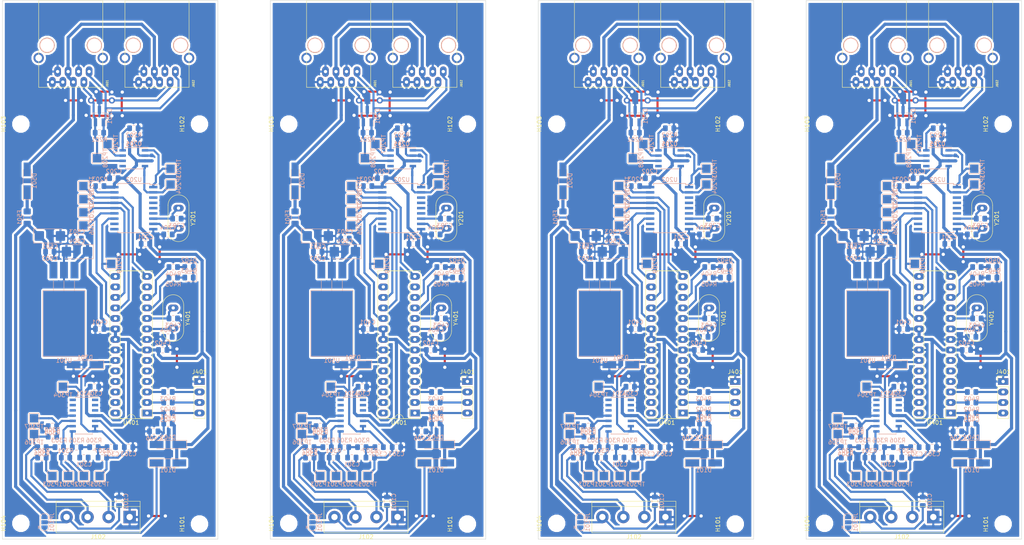
<source format=kicad_pcb>
(kicad_pcb (version 20171130) (host pcbnew 5.0.1)
  (layers (0 F.Cu jumper) (31 B.Cu signal) (34 B.Paste user) (35 F.Paste user) (36 B.SilkS user hide) (37 F.SilkS user) (38 B.Mask user) (39 F.Mask user) (44 Edge.Cuts user))
  (net 0 "")
  (net 1 GND)
  (net 2 "Net-(C102-Pad1)")
  (net 3 +5V)
  (net 4 "Net-(D101-Pad1)")
  (net 5 /MCU/RESET)
  (net 6 "Net-(C203-Pad1)")
  (net 7 "Net-(C204-Pad1)")
  (net 8 "Net-(C301-Pad1)")
  (net 9 "Net-(C302-Pad1)")
  (net 10 /MCU/analog1)
  (net 11 "Net-(C303-Pad1)")
  (net 12 "Net-(C403-Pad1)")
  (net 13 "Net-(C404-Pad1)")
  (net 14 "Net-(C405-Pad2)")
  (net 15 "/POWER SUPPLY/+18V_OUT")
  (net 16 /MCU/LED2)
  (net 17 /MCU/LED1)
  (net 18 "Net-(D501-Pad1)")
  (net 19 "/POWER SUPPLY/+18V_IN")
  (net 20 "/CANBUS CONN/CAN_L")
  (net 21 "/CANBUS CONN/CAN_H")
  (net 22 "Net-(R202-Pad1)")
  (net 23 "Net-(R203-Pad2)")
  (net 24 "Net-(R301-Pad2)")
  (net 25 "Net-(R301-Pad1)")
  (net 26 "Net-(R302-Pad1)")
  (net 27 "Net-(R308-Pad1)")
  (net 28 /MCU/USART_RX)
  (net 29 "Net-(J401-Pad3)")
  (net 30 "Net-(J401-Pad2)")
  (net 31 /MCU/USART_TX)
  (net 32 /MOSI)
  (net 33 /MISO)
  (net 34 /CANBUS/TXCAN)
  (net 35 /CANBUS/RXCAN)
  (net 36 /CANBUS/CS)
  (net 37 /SCK)
  (net 38 /CANBUS/INT)
  (net 39 "Net-(U401-Pad4)")
  (net 40 "Net-(U401-Pad5)")
  (net 41 "Net-(U401-Pad6)")
  (net 42 "Net-(U401-Pad24)")
  (net 43 "Net-(U401-Pad25)")
  (net 44 "Net-(U401-Pad26)")
  (net 45 "Net-(U401-Pad13)")
  (net 46 "Net-(U401-Pad27)")
  (net 47 "Net-(U401-Pad28)")
  (net 48 "Net-(U201-Pad5)")
  (net 49 "Net-(U202-Pad3)")
  (net 50 "Net-(U202-Pad4)")
  (net 51 "Net-(U202-Pad5)")
  (net 52 "Net-(U202-Pad6)")
  (net 53 "Net-(U202-Pad11)")
  (net 54 /OPAMP/in1+)
  (net 55 /OPAMP/in1-)
  (net 56 "Net-(D402-Pad2)")
  (net 57 "Net-(D403-Pad2)")
  (net 58 "Net-(U401-Pad16)")
  (net 59 "Net-(U202-Pad10)")
  (module TestPoint:TestPoint_Pad_2.0x2.0mm (layer B.Cu) (at 244.191 60.96 90)
    (fp_text reference TP207 (at 0 1.998 90) (layer B.SilkS) (effects (justify mirror)))
    (fp_text value CAN_H)
    (pad 1 smd rect (at 0 0 90) (size 2 2) (layers B.Cu B.Mask) (net 21 "/CANBUS CONN/CAN_H"))
  )
  (module TestPoint:TestPoint_Pad_2.0x2.0mm (layer B.Cu) (at 179.431 60.96 90)
    (fp_text reference TP207 (at 0 1.998 90) (layer B.SilkS) (effects (justify mirror)))
    (fp_text value CAN_H)
    (pad 1 smd rect (at 0 0 90) (size 2 2) (layers B.Cu B.Mask) (net 21 "/CANBUS CONN/CAN_H"))
  )
  (module TestPoint:TestPoint_Pad_2.0x2.0mm (layer B.Cu) (at 114.671 60.96 90)
    (fp_text reference TP207 (at 0 1.998 90) (layer B.SilkS) (effects (justify mirror)))
    (fp_text value CAN_H)
    (pad 1 smd rect (at 0 0 90) (size 2 2) (layers B.Cu B.Mask) (net 21 "/CANBUS CONN/CAN_H"))
  )
  (module TestPoint:TestPoint_Pad_2.0x2.0mm (layer B.Cu) (at 238.349 80.645 90)
    (fp_text reference TP206 (at 0 1.998 90) (layer B.SilkS) (effects (justify mirror)))
    (fp_text value SCK)
    (pad 1 smd rect (at 0 0 90) (size 2 2) (layers B.Cu B.Mask) (net 37 /SCK))
  )
  (module TestPoint:TestPoint_Pad_2.0x2.0mm (layer B.Cu) (at 173.589 80.645 90)
    (fp_text reference TP206 (at 0 1.998 90) (layer B.SilkS) (effects (justify mirror)))
    (fp_text value SCK)
    (pad 1 smd rect (at 0 0 90) (size 2 2) (layers B.Cu B.Mask) (net 37 /SCK))
  )
  (module TestPoint:TestPoint_Pad_2.0x2.0mm (layer B.Cu) (at 108.829 80.645 90)
    (fp_text reference TP206 (at 0 1.998 90) (layer B.SilkS) (effects (justify mirror)))
    (fp_text value SCK)
    (pad 1 smd rect (at 0 0 90) (size 2 2) (layers B.Cu B.Mask) (net 37 /SCK))
  )
  (module TestPoint:TestPoint_Pad_2.0x2.0mm (layer B.Cu) (at 238.349 71.12 90)
    (fp_text reference TP205 (at 0 1.998 90) (layer B.SilkS) (effects (justify mirror)))
    (fp_text value SC)
    (pad 1 smd rect (at 0 0 90) (size 2 2) (layers B.Cu B.Mask) (net 36 /CANBUS/CS))
  )
  (module TestPoint:TestPoint_Pad_2.0x2.0mm (layer B.Cu) (at 173.589 71.12 90)
    (fp_text reference TP205 (at 0 1.998 90) (layer B.SilkS) (effects (justify mirror)))
    (fp_text value SC)
    (pad 1 smd rect (at 0 0 90) (size 2 2) (layers B.Cu B.Mask) (net 36 /CANBUS/CS))
  )
  (module TestPoint:TestPoint_Pad_2.0x2.0mm (layer B.Cu) (at 108.829 71.12 90)
    (fp_text reference TP205 (at 0 1.998 90) (layer B.SilkS) (effects (justify mirror)))
    (fp_text value SC)
    (pad 1 smd rect (at 0 0 90) (size 2 2) (layers B.Cu B.Mask) (net 36 /CANBUS/CS))
  )
  (module Resistor_SMD:R_0805_2012Metric_Pad1.15x1.40mm_HandSolder (layer B.Cu) (at 228.316 136.75275 180)
    (fp_text reference R302 (at 0 1.65 180) (layer B.SilkS) (effects (justify mirror)))
    (fp_text value 100k)
    (pad 1 smd roundrect (at -1.025 0 180) (size 1.15 1.4) (layers B.Cu B.Paste B.Mask) (roundrect_rratio 0.217391) (net 26 "Net-(R302-Pad1)"))
    (pad 2 smd roundrect (at 1.025 0 180) (size 1.15 1.4) (layers B.Cu B.Paste B.Mask) (roundrect_rratio 0.217391) (net 55 /OPAMP/in1-))
  )
  (module Resistor_SMD:R_0805_2012Metric_Pad1.15x1.40mm_HandSolder (layer B.Cu) (at 163.556 136.75275 180)
    (fp_text reference R302 (at 0 1.65 180) (layer B.SilkS) (effects (justify mirror)))
    (fp_text value 100k)
    (pad 1 smd roundrect (at -1.025 0 180) (size 1.15 1.4) (layers B.Cu B.Paste B.Mask) (roundrect_rratio 0.217391) (net 26 "Net-(R302-Pad1)"))
    (pad 2 smd roundrect (at 1.025 0 180) (size 1.15 1.4) (layers B.Cu B.Paste B.Mask) (roundrect_rratio 0.217391) (net 55 /OPAMP/in1-))
  )
  (module Resistor_SMD:R_0805_2012Metric_Pad1.15x1.40mm_HandSolder (layer B.Cu) (at 98.796 136.75275 180)
    (fp_text reference R302 (at 0 1.65 180) (layer B.SilkS) (effects (justify mirror)))
    (fp_text value 100k)
    (pad 1 smd roundrect (at -1.025 0 180) (size 1.15 1.4) (layers B.Cu B.Paste B.Mask) (roundrect_rratio 0.217391) (net 26 "Net-(R302-Pad1)"))
    (pad 2 smd roundrect (at 1.025 0 180) (size 1.15 1.4) (layers B.Cu B.Paste B.Mask) (roundrect_rratio 0.217391) (net 55 /OPAMP/in1-))
  )
  (module Resistor_SMD:R_0805_2012Metric_Pad1.15x1.40mm_HandSolder (layer B.Cu) (at 260.066 90.698656)
    (fp_text reference R404 (at 0 1.65) (layer B.SilkS) (effects (justify mirror)))
    (fp_text value 1k)
    (pad 1 smd roundrect (at -1.025 0) (size 1.15 1.4) (layers B.Cu B.Paste B.Mask) (roundrect_rratio 0.217391) (net 16 /MCU/LED2))
    (pad 2 smd roundrect (at 1.025 0) (size 1.15 1.4) (layers B.Cu B.Paste B.Mask) (roundrect_rratio 0.217391) (net 56 "Net-(D402-Pad2)"))
  )
  (module Resistor_SMD:R_0805_2012Metric_Pad1.15x1.40mm_HandSolder (layer B.Cu) (at 195.306 90.698656)
    (fp_text reference R404 (at 0 1.65) (layer B.SilkS) (effects (justify mirror)))
    (fp_text value 1k)
    (pad 1 smd roundrect (at -1.025 0) (size 1.15 1.4) (layers B.Cu B.Paste B.Mask) (roundrect_rratio 0.217391) (net 16 /MCU/LED2))
    (pad 2 smd roundrect (at 1.025 0) (size 1.15 1.4) (layers B.Cu B.Paste B.Mask) (roundrect_rratio 0.217391) (net 56 "Net-(D402-Pad2)"))
  )
  (module Resistor_SMD:R_0805_2012Metric_Pad1.15x1.40mm_HandSolder (layer B.Cu) (at 130.546 90.698656)
    (fp_text reference R404 (at 0 1.65) (layer B.SilkS) (effects (justify mirror)))
    (fp_text value 1k)
    (pad 1 smd roundrect (at -1.025 0) (size 1.15 1.4) (layers B.Cu B.Paste B.Mask) (roundrect_rratio 0.217391) (net 16 /MCU/LED2))
    (pad 2 smd roundrect (at 1.025 0) (size 1.15 1.4) (layers B.Cu B.Paste B.Mask) (roundrect_rratio 0.217391) (net 56 "Net-(D402-Pad2)"))
  )
  (module Resistor_SMD:R_0805_2012Metric_Pad1.15x1.40mm_HandSolder (layer B.Cu) (at 258.796 120.904)
    (fp_text reference R403 (at 0 1.65) (layer B.SilkS) (effects (justify mirror)))
    (fp_text value 1k)
    (pad 1 smd roundrect (at -1.025 0) (size 1.15 1.4) (layers B.Cu B.Paste B.Mask) (roundrect_rratio 0.217391) (net 31 /MCU/USART_TX))
    (pad 2 smd roundrect (at 1.025 0) (size 1.15 1.4) (layers B.Cu B.Paste B.Mask) (roundrect_rratio 0.217391) (net 30 "Net-(J401-Pad2)"))
  )
  (module Resistor_SMD:R_0805_2012Metric_Pad1.15x1.40mm_HandSolder (layer B.Cu) (at 194.036 120.904)
    (fp_text reference R403 (at 0 1.65) (layer B.SilkS) (effects (justify mirror)))
    (fp_text value 1k)
    (pad 1 smd roundrect (at -1.025 0) (size 1.15 1.4) (layers B.Cu B.Paste B.Mask) (roundrect_rratio 0.217391) (net 31 /MCU/USART_TX))
    (pad 2 smd roundrect (at 1.025 0) (size 1.15 1.4) (layers B.Cu B.Paste B.Mask) (roundrect_rratio 0.217391) (net 30 "Net-(J401-Pad2)"))
  )
  (module Resistor_SMD:R_0805_2012Metric_Pad1.15x1.40mm_HandSolder (layer B.Cu) (at 129.276 120.904)
    (fp_text reference R403 (at 0 1.65) (layer B.SilkS) (effects (justify mirror)))
    (fp_text value 1k)
    (pad 1 smd roundrect (at -1.025 0) (size 1.15 1.4) (layers B.Cu B.Paste B.Mask) (roundrect_rratio 0.217391) (net 31 /MCU/USART_TX))
    (pad 2 smd roundrect (at 1.025 0) (size 1.15 1.4) (layers B.Cu B.Paste B.Mask) (roundrect_rratio 0.217391) (net 30 "Net-(J401-Pad2)"))
  )
  (module Resistor_SMD:R_0805_2012Metric_Pad1.15x1.40mm_HandSolder (layer B.Cu) (at 258.796 123.444)
    (fp_text reference R402 (at 0 1.65) (layer B.SilkS) (effects (justify mirror)))
    (fp_text value 1k)
    (pad 1 smd roundrect (at -1.025 0) (size 1.15 1.4) (layers B.Cu B.Paste B.Mask) (roundrect_rratio 0.217391) (net 28 /MCU/USART_RX))
    (pad 2 smd roundrect (at 1.025 0) (size 1.15 1.4) (layers B.Cu B.Paste B.Mask) (roundrect_rratio 0.217391) (net 29 "Net-(J401-Pad3)"))
  )
  (module Resistor_SMD:R_0805_2012Metric_Pad1.15x1.40mm_HandSolder (layer B.Cu) (at 194.036 123.444)
    (fp_text reference R402 (at 0 1.65) (layer B.SilkS) (effects (justify mirror)))
    (fp_text value 1k)
    (pad 1 smd roundrect (at -1.025 0) (size 1.15 1.4) (layers B.Cu B.Paste B.Mask) (roundrect_rratio 0.217391) (net 28 /MCU/USART_RX))
    (pad 2 smd roundrect (at 1.025 0) (size 1.15 1.4) (layers B.Cu B.Paste B.Mask) (roundrect_rratio 0.217391) (net 29 "Net-(J401-Pad3)"))
  )
  (module Resistor_SMD:R_0805_2012Metric_Pad1.15x1.40mm_HandSolder (layer B.Cu) (at 129.276 123.444)
    (fp_text reference R402 (at 0 1.65) (layer B.SilkS) (effects (justify mirror)))
    (fp_text value 1k)
    (pad 1 smd roundrect (at -1.025 0) (size 1.15 1.4) (layers B.Cu B.Paste B.Mask) (roundrect_rratio 0.217391) (net 28 /MCU/USART_RX))
    (pad 2 smd roundrect (at 1.025 0) (size 1.15 1.4) (layers B.Cu B.Paste B.Mask) (roundrect_rratio 0.217391) (net 29 "Net-(J401-Pad3)"))
  )
  (module Capacitor_SMD:C_0805_2012Metric_Pad1.15x1.40mm_HandSolder (layer B.Cu) (at 257.526 110.744 180)
    (fp_text reference C402 (at 0 1.65 180) (layer B.SilkS) (effects (justify mirror)))
    (fp_text value 100nF)
    (pad 1 smd roundrect (at -1.025 0 180) (size 1.15 1.4) (layers B.Cu B.Paste B.Mask) (roundrect_rratio 0.217391) (net 1 GND))
    (pad 2 smd roundrect (at 1.025 0 180) (size 1.15 1.4) (layers B.Cu B.Paste B.Mask) (roundrect_rratio 0.217391) (net 3 +5V))
  )
  (module Capacitor_SMD:C_0805_2012Metric_Pad1.15x1.40mm_HandSolder (layer B.Cu) (at 192.766 110.744 180)
    (fp_text reference C402 (at 0 1.65 180) (layer B.SilkS) (effects (justify mirror)))
    (fp_text value 100nF)
    (pad 1 smd roundrect (at -1.025 0 180) (size 1.15 1.4) (layers B.Cu B.Paste B.Mask) (roundrect_rratio 0.217391) (net 1 GND))
    (pad 2 smd roundrect (at 1.025 0 180) (size 1.15 1.4) (layers B.Cu B.Paste B.Mask) (roundrect_rratio 0.217391) (net 3 +5V))
  )
  (module Capacitor_SMD:C_0805_2012Metric_Pad1.15x1.40mm_HandSolder (layer B.Cu) (at 128.006 110.744 180)
    (fp_text reference C402 (at 0 1.65 180) (layer B.SilkS) (effects (justify mirror)))
    (fp_text value 100nF)
    (pad 1 smd roundrect (at -1.025 0 180) (size 1.15 1.4) (layers B.Cu B.Paste B.Mask) (roundrect_rratio 0.217391) (net 1 GND))
    (pad 2 smd roundrect (at 1.025 0 180) (size 1.15 1.4) (layers B.Cu B.Paste B.Mask) (roundrect_rratio 0.217391) (net 3 +5V))
  )
  (module Capacitor_SMD:C_0805_2012Metric_Pad1.15x1.40mm_HandSolder (layer B.Cu) (at 245.08 134.239)
    (fp_text reference C302 (at 0 1.65) (layer B.SilkS) (effects (justify mirror)))
    (fp_text value 100n)
    (pad 1 smd roundrect (at -1.025 0) (size 1.15 1.4) (layers B.Cu B.Paste B.Mask) (roundrect_rratio 0.217391) (net 9 "Net-(C302-Pad1)"))
    (pad 2 smd roundrect (at 1.025 0) (size 1.15 1.4) (layers B.Cu B.Paste B.Mask) (roundrect_rratio 0.217391) (net 10 /MCU/analog1))
  )
  (module Capacitor_SMD:C_0805_2012Metric_Pad1.15x1.40mm_HandSolder (layer B.Cu) (at 180.32 134.239)
    (fp_text reference C302 (at 0 1.65) (layer B.SilkS) (effects (justify mirror)))
    (fp_text value 100n)
    (pad 1 smd roundrect (at -1.025 0) (size 1.15 1.4) (layers B.Cu B.Paste B.Mask) (roundrect_rratio 0.217391) (net 9 "Net-(C302-Pad1)"))
    (pad 2 smd roundrect (at 1.025 0) (size 1.15 1.4) (layers B.Cu B.Paste B.Mask) (roundrect_rratio 0.217391) (net 10 /MCU/analog1))
  )
  (module Capacitor_SMD:C_0805_2012Metric_Pad1.15x1.40mm_HandSolder (layer B.Cu) (at 115.56 134.239)
    (fp_text reference C302 (at 0 1.65) (layer B.SilkS) (effects (justify mirror)))
    (fp_text value 100n)
    (pad 1 smd roundrect (at -1.025 0) (size 1.15 1.4) (layers B.Cu B.Paste B.Mask) (roundrect_rratio 0.217391) (net 9 "Net-(C302-Pad1)"))
    (pad 2 smd roundrect (at 1.025 0) (size 1.15 1.4) (layers B.Cu B.Paste B.Mask) (roundrect_rratio 0.217391) (net 10 /MCU/analog1))
  )
  (module Jumper:SolderJumper-3_P1.3mm_Open_RoundedPad1.0x1.5mm (layer B.Cu) (at 228.951 152.4 90)
    (fp_text reference JP101 (at 0 1.8 90) (layer B.SilkS) (effects (justify mirror)))
    (fp_text value jmp)
    (pad 1 smd custom (at -1.3 0 90) (size 1 0.5) (layers B.Cu B.Mask) (net 4 "Net-(D101-Pad1)") (options (clearance outline) (anchor rect)) (primitives (gr_circle (center 0 -0.25) (end 0.5 -0.25) (width 0)) (gr_circle (center 0 0.25) (end 0.5 0.25) (width 0)) (gr_poly (pts (xy 0.55 0.75) (xy 0 0.75) (xy 0 -0.75) (xy 0.55 -0.75)) (width 0))))
    (pad 3 smd custom (at 1.3 0 90) (size 1 0.5) (layers B.Cu B.Mask) (net 15 "/POWER SUPPLY/+18V_OUT") (options (clearance outline) (anchor rect)) (primitives (gr_circle (center 0 -0.25) (end 0.5 -0.25) (width 0)) (gr_circle (center 0 0.25) (end 0.5 0.25) (width 0)) (gr_poly (pts (xy -0.55 0.75) (xy 0 0.75) (xy 0 -0.75) (xy -0.55 -0.75)) (width 0))))
    (pad 2 smd rect (at 0 0 90) (size 1 1.5) (layers B.Cu B.Mask) (net 2 "Net-(C102-Pad1)"))
  )
  (module Jumper:SolderJumper-3_P1.3mm_Open_RoundedPad1.0x1.5mm (layer B.Cu) (at 164.191 152.4 90)
    (fp_text reference JP101 (at 0 1.8 90) (layer B.SilkS) (effects (justify mirror)))
    (fp_text value jmp)
    (pad 1 smd custom (at -1.3 0 90) (size 1 0.5) (layers B.Cu B.Mask) (net 4 "Net-(D101-Pad1)") (options (clearance outline) (anchor rect)) (primitives (gr_circle (center 0 -0.25) (end 0.5 -0.25) (width 0)) (gr_circle (center 0 0.25) (end 0.5 0.25) (width 0)) (gr_poly (pts (xy 0.55 0.75) (xy 0 0.75) (xy 0 -0.75) (xy 0.55 -0.75)) (width 0))))
    (pad 3 smd custom (at 1.3 0 90) (size 1 0.5) (layers B.Cu B.Mask) (net 15 "/POWER SUPPLY/+18V_OUT") (options (clearance outline) (anchor rect)) (primitives (gr_circle (center 0 -0.25) (end 0.5 -0.25) (width 0)) (gr_circle (center 0 0.25) (end 0.5 0.25) (width 0)) (gr_poly (pts (xy -0.55 0.75) (xy 0 0.75) (xy 0 -0.75) (xy -0.55 -0.75)) (width 0))))
    (pad 2 smd rect (at 0 0 90) (size 1 1.5) (layers B.Cu B.Mask) (net 2 "Net-(C102-Pad1)"))
  )
  (module Jumper:SolderJumper-3_P1.3mm_Open_RoundedPad1.0x1.5mm (layer B.Cu) (at 99.431 152.4 90)
    (fp_text reference JP101 (at 0 1.8 90) (layer B.SilkS) (effects (justify mirror)))
    (fp_text value jmp)
    (pad 1 smd custom (at -1.3 0 90) (size 1 0.5) (layers B.Cu B.Mask) (net 4 "Net-(D101-Pad1)") (options (clearance outline) (anchor rect)) (primitives (gr_circle (center 0 -0.25) (end 0.5 -0.25) (width 0)) (gr_circle (center 0 0.25) (end 0.5 0.25) (width 0)) (gr_poly (pts (xy 0.55 0.75) (xy 0 0.75) (xy 0 -0.75) (xy 0.55 -0.75)) (width 0))))
    (pad 3 smd custom (at 1.3 0 90) (size 1 0.5) (layers B.Cu B.Mask) (net 15 "/POWER SUPPLY/+18V_OUT") (options (clearance outline) (anchor rect)) (primitives (gr_circle (center 0 -0.25) (end 0.5 -0.25) (width 0)) (gr_circle (center 0 0.25) (end 0.5 0.25) (width 0)) (gr_poly (pts (xy -0.55 0.75) (xy 0 0.75) (xy 0 -0.75) (xy -0.55 -0.75)) (width 0))))
    (pad 2 smd rect (at 0 0 90) (size 1 1.5) (layers B.Cu B.Mask) (net 2 "Net-(C102-Pad1)"))
  )
  (module Capacitor_SMD:C_0805_2012Metric_Pad1.15x1.40mm_HandSolder (layer B.Cu) (at 250.541 59.309)
    (fp_text reference C205 (at 0 1.65) (layer B.SilkS) (effects (justify mirror)))
    (fp_text value 100nF)
    (pad 1 smd roundrect (at -1.025 0) (size 1.15 1.4) (layers B.Cu B.Paste B.Mask) (roundrect_rratio 0.217391) (net 3 +5V))
    (pad 2 smd roundrect (at 1.025 0) (size 1.15 1.4) (layers B.Cu B.Paste B.Mask) (roundrect_rratio 0.217391) (net 1 GND))
  )
  (module Capacitor_SMD:C_0805_2012Metric_Pad1.15x1.40mm_HandSolder (layer B.Cu) (at 185.781 59.309)
    (fp_text reference C205 (at 0 1.65) (layer B.SilkS) (effects (justify mirror)))
    (fp_text value 100nF)
    (pad 1 smd roundrect (at -1.025 0) (size 1.15 1.4) (layers B.Cu B.Paste B.Mask) (roundrect_rratio 0.217391) (net 3 +5V))
    (pad 2 smd roundrect (at 1.025 0) (size 1.15 1.4) (layers B.Cu B.Paste B.Mask) (roundrect_rratio 0.217391) (net 1 GND))
  )
  (module Capacitor_SMD:C_0805_2012Metric_Pad1.15x1.40mm_HandSolder (layer B.Cu) (at 121.021 59.309)
    (fp_text reference C205 (at 0 1.65) (layer B.SilkS) (effects (justify mirror)))
    (fp_text value 100nF)
    (pad 1 smd roundrect (at -1.025 0) (size 1.15 1.4) (layers B.Cu B.Paste B.Mask) (roundrect_rratio 0.217391) (net 3 +5V))
    (pad 2 smd roundrect (at 1.025 0) (size 1.15 1.4) (layers B.Cu B.Paste B.Mask) (roundrect_rratio 0.217391) (net 1 GND))
  )
  (module Capacitor_SMD:C_0805_2012Metric_Pad1.15x1.40mm_HandSolder (layer B.Cu) (at 246.985 147.32 90)
    (fp_text reference C102 (at 0 1.65 90) (layer B.SilkS) (effects (justify mirror)))
    (fp_text value 100nF)
    (pad 1 smd roundrect (at -1.025 0 90) (size 1.15 1.4) (layers B.Cu B.Paste B.Mask) (roundrect_rratio 0.217391) (net 2 "Net-(C102-Pad1)"))
    (pad 2 smd roundrect (at 1.025 0 90) (size 1.15 1.4) (layers B.Cu B.Paste B.Mask) (roundrect_rratio 0.217391) (net 1 GND))
  )
  (module Capacitor_SMD:C_0805_2012Metric_Pad1.15x1.40mm_HandSolder (layer B.Cu) (at 182.225 147.32 90)
    (fp_text reference C102 (at 0 1.65 90) (layer B.SilkS) (effects (justify mirror)))
    (fp_text value 100nF)
    (pad 1 smd roundrect (at -1.025 0 90) (size 1.15 1.4) (layers B.Cu B.Paste B.Mask) (roundrect_rratio 0.217391) (net 2 "Net-(C102-Pad1)"))
    (pad 2 smd roundrect (at 1.025 0 90) (size 1.15 1.4) (layers B.Cu B.Paste B.Mask) (roundrect_rratio 0.217391) (net 1 GND))
  )
  (module Capacitor_SMD:C_0805_2012Metric_Pad1.15x1.40mm_HandSolder (layer B.Cu) (at 117.465 147.32 90)
    (fp_text reference C102 (at 0 1.65 90) (layer B.SilkS) (effects (justify mirror)))
    (fp_text value 100nF)
    (pad 1 smd roundrect (at -1.025 0 90) (size 1.15 1.4) (layers B.Cu B.Paste B.Mask) (roundrect_rratio 0.217391) (net 2 "Net-(C102-Pad1)"))
    (pad 2 smd roundrect (at 1.025 0 90) (size 1.15 1.4) (layers B.Cu B.Paste B.Mask) (roundrect_rratio 0.217391) (net 1 GND))
  )
  (module Capacitor_SMD:C_0805_2012Metric_Pad1.15x1.40mm_HandSolder (layer B.Cu) (at 230.23 86.995)
    (fp_text reference C502 (at 0 1.65) (layer B.SilkS) (effects (justify mirror)))
    (fp_text value 100nF)
    (pad 1 smd roundrect (at -1.025 0) (size 1.15 1.4) (layers B.Cu B.Paste B.Mask) (roundrect_rratio 0.217391) (net 15 "/POWER SUPPLY/+18V_OUT"))
    (pad 2 smd roundrect (at 1.025 0) (size 1.15 1.4) (layers B.Cu B.Paste B.Mask) (roundrect_rratio 0.217391) (net 1 GND))
  )
  (module Capacitor_SMD:C_0805_2012Metric_Pad1.15x1.40mm_HandSolder (layer B.Cu) (at 165.47 86.995)
    (fp_text reference C502 (at 0 1.65) (layer B.SilkS) (effects (justify mirror)))
    (fp_text value 100nF)
    (pad 1 smd roundrect (at -1.025 0) (size 1.15 1.4) (layers B.Cu B.Paste B.Mask) (roundrect_rratio 0.217391) (net 15 "/POWER SUPPLY/+18V_OUT"))
    (pad 2 smd roundrect (at 1.025 0) (size 1.15 1.4) (layers B.Cu B.Paste B.Mask) (roundrect_rratio 0.217391) (net 1 GND))
  )
  (module Capacitor_SMD:C_0805_2012Metric_Pad1.15x1.40mm_HandSolder (layer B.Cu) (at 100.71 86.995)
    (fp_text reference C502 (at 0 1.65) (layer B.SilkS) (effects (justify mirror)))
    (fp_text value 100nF)
    (pad 1 smd roundrect (at -1.025 0) (size 1.15 1.4) (layers B.Cu B.Paste B.Mask) (roundrect_rratio 0.217391) (net 15 "/POWER SUPPLY/+18V_OUT"))
    (pad 2 smd roundrect (at 1.025 0) (size 1.15 1.4) (layers B.Cu B.Paste B.Mask) (roundrect_rratio 0.217391) (net 1 GND))
  )
  (module Capacitor_SMD:C_0805_2012Metric_Pad1.15x1.40mm_HandSolder (layer B.Cu) (at 255.361 130.429)
    (fp_text reference C406 (at 0 1.65) (layer B.SilkS) (effects (justify mirror)))
    (fp_text value 100nF)
    (pad 1 smd roundrect (at -1.025 0) (size 1.15 1.4) (layers B.Cu B.Paste B.Mask) (roundrect_rratio 0.217391) (net 1 GND))
    (pad 2 smd roundrect (at 1.025 0) (size 1.15 1.4) (layers B.Cu B.Paste B.Mask) (roundrect_rratio 0.217391) (net 5 /MCU/RESET))
  )
  (module Capacitor_SMD:C_0805_2012Metric_Pad1.15x1.40mm_HandSolder (layer B.Cu) (at 190.601 130.429)
    (fp_text reference C406 (at 0 1.65) (layer B.SilkS) (effects (justify mirror)))
    (fp_text value 100nF)
    (pad 1 smd roundrect (at -1.025 0) (size 1.15 1.4) (layers B.Cu B.Paste B.Mask) (roundrect_rratio 0.217391) (net 1 GND))
    (pad 2 smd roundrect (at 1.025 0) (size 1.15 1.4) (layers B.Cu B.Paste B.Mask) (roundrect_rratio 0.217391) (net 5 /MCU/RESET))
  )
  (module Capacitor_SMD:C_0805_2012Metric_Pad1.15x1.40mm_HandSolder (layer B.Cu) (at 125.841 130.429)
    (fp_text reference C406 (at 0 1.65) (layer B.SilkS) (effects (justify mirror)))
    (fp_text value 100nF)
    (pad 1 smd roundrect (at -1.025 0) (size 1.15 1.4) (layers B.Cu B.Paste B.Mask) (roundrect_rratio 0.217391) (net 1 GND))
    (pad 2 smd roundrect (at 1.025 0) (size 1.15 1.4) (layers B.Cu B.Paste B.Mask) (roundrect_rratio 0.217391) (net 5 /MCU/RESET))
  )
  (module Capacitor_SMD:C_0805_2012Metric_Pad1.15x1.40mm_HandSolder (layer B.Cu) (at 238.476 136.75275)
    (fp_text reference C301 (at 0 1.65) (layer B.SilkS) (effects (justify mirror)))
    (fp_text value 100n)
    (pad 1 smd roundrect (at -1.025 0) (size 1.15 1.4) (layers B.Cu B.Paste B.Mask) (roundrect_rratio 0.217391) (net 8 "Net-(C301-Pad1)"))
    (pad 2 smd roundrect (at 1.025 0) (size 1.15 1.4) (layers B.Cu B.Paste B.Mask) (roundrect_rratio 0.217391) (net 1 GND))
  )
  (module Capacitor_SMD:C_0805_2012Metric_Pad1.15x1.40mm_HandSolder (layer B.Cu) (at 173.716 136.75275)
    (fp_text reference C301 (at 0 1.65) (layer B.SilkS) (effects (justify mirror)))
    (fp_text value 100n)
    (pad 1 smd roundrect (at -1.025 0) (size 1.15 1.4) (layers B.Cu B.Paste B.Mask) (roundrect_rratio 0.217391) (net 8 "Net-(C301-Pad1)"))
    (pad 2 smd roundrect (at 1.025 0) (size 1.15 1.4) (layers B.Cu B.Paste B.Mask) (roundrect_rratio 0.217391) (net 1 GND))
  )
  (module Capacitor_SMD:C_0805_2012Metric_Pad1.15x1.40mm_HandSolder (layer B.Cu) (at 108.956 136.75275)
    (fp_text reference C301 (at 0 1.65) (layer B.SilkS) (effects (justify mirror)))
    (fp_text value 100n)
    (pad 1 smd roundrect (at -1.025 0) (size 1.15 1.4) (layers B.Cu B.Paste B.Mask) (roundrect_rratio 0.217391) (net 8 "Net-(C301-Pad1)"))
    (pad 2 smd roundrect (at 1.025 0) (size 1.15 1.4) (layers B.Cu B.Paste B.Mask) (roundrect_rratio 0.217391) (net 1 GND))
  )
  (module Capacitor_Tantalum_SMD:CP_EIA-6032-20_AVX-F_Pad2.25x2.35mm_HandSolder (layer B.Cu) (at 230.255 83.185)
    (fp_text reference C501 (at 0 2.55) (layer B.SilkS) (effects (justify mirror)))
    (fp_text value 1uF)
    (pad 1 smd roundrect (at -2.55 0) (size 2.25 2.35) (layers B.Cu B.Paste B.Mask) (roundrect_rratio 0.111111) (net 15 "/POWER SUPPLY/+18V_OUT"))
    (pad 2 smd roundrect (at 2.55 0) (size 2.25 2.35) (layers B.Cu B.Paste B.Mask) (roundrect_rratio 0.111111) (net 1 GND))
  )
  (module Capacitor_Tantalum_SMD:CP_EIA-6032-20_AVX-F_Pad2.25x2.35mm_HandSolder (layer B.Cu) (at 165.495 83.185)
    (fp_text reference C501 (at 0 2.55) (layer B.SilkS) (effects (justify mirror)))
    (fp_text value 1uF)
    (pad 1 smd roundrect (at -2.55 0) (size 2.25 2.35) (layers B.Cu B.Paste B.Mask) (roundrect_rratio 0.111111) (net 15 "/POWER SUPPLY/+18V_OUT"))
    (pad 2 smd roundrect (at 2.55 0) (size 2.25 2.35) (layers B.Cu B.Paste B.Mask) (roundrect_rratio 0.111111) (net 1 GND))
  )
  (module Capacitor_Tantalum_SMD:CP_EIA-6032-20_AVX-F_Pad2.25x2.35mm_HandSolder (layer B.Cu) (at 100.735 83.185)
    (fp_text reference C501 (at 0 2.55) (layer B.SilkS) (effects (justify mirror)))
    (fp_text value 1uF)
    (pad 1 smd roundrect (at -2.55 0) (size 2.25 2.35) (layers B.Cu B.Paste B.Mask) (roundrect_rratio 0.111111) (net 15 "/POWER SUPPLY/+18V_OUT"))
    (pad 2 smd roundrect (at 2.55 0) (size 2.25 2.35) (layers B.Cu B.Paste B.Mask) (roundrect_rratio 0.111111) (net 1 GND))
  )
  (module Capacitor_SMD:C_0805_2012Metric_Pad1.15x1.40mm_HandSolder (layer B.Cu) (at 236.825 83.82 180)
    (fp_text reference C503 (at 0 1.65 180) (layer B.SilkS) (effects (justify mirror)))
    (fp_text value 100nF)
    (pad 1 smd roundrect (at -1.025 0 180) (size 1.15 1.4) (layers B.Cu B.Paste B.Mask) (roundrect_rratio 0.217391) (net 3 +5V))
    (pad 2 smd roundrect (at 1.025 0 180) (size 1.15 1.4) (layers B.Cu B.Paste B.Mask) (roundrect_rratio 0.217391) (net 1 GND))
  )
  (module Capacitor_SMD:C_0805_2012Metric_Pad1.15x1.40mm_HandSolder (layer B.Cu) (at 172.065 83.82 180)
    (fp_text reference C503 (at 0 1.65 180) (layer B.SilkS) (effects (justify mirror)))
    (fp_text value 100nF)
    (pad 1 smd roundrect (at -1.025 0 180) (size 1.15 1.4) (layers B.Cu B.Paste B.Mask) (roundrect_rratio 0.217391) (net 3 +5V))
    (pad 2 smd roundrect (at 1.025 0 180) (size 1.15 1.4) (layers B.Cu B.Paste B.Mask) (roundrect_rratio 0.217391) (net 1 GND))
  )
  (module Capacitor_SMD:C_0805_2012Metric_Pad1.15x1.40mm_HandSolder (layer B.Cu) (at 107.305 83.82 180)
    (fp_text reference C503 (at 0 1.65 180) (layer B.SilkS) (effects (justify mirror)))
    (fp_text value 100nF)
    (pad 1 smd roundrect (at -1.025 0 180) (size 1.15 1.4) (layers B.Cu B.Paste B.Mask) (roundrect_rratio 0.217391) (net 3 +5V))
    (pad 2 smd roundrect (at 1.025 0 180) (size 1.15 1.4) (layers B.Cu B.Paste B.Mask) (roundrect_rratio 0.217391) (net 1 GND))
  )
  (module Capacitor_Tantalum_SMD:CP_EIA-6032-20_AVX-F_Pad2.25x2.35mm_HandSolder (layer B.Cu) (at 236.8 86.995 180)
    (fp_text reference C504 (at 0 2.55 180) (layer B.SilkS) (effects (justify mirror)))
    (fp_text value 1uF)
    (pad 2 smd roundrect (at 2.55 0 180) (size 2.25 2.35) (layers B.Cu B.Paste B.Mask) (roundrect_rratio 0.111111) (net 1 GND))
    (pad 1 smd roundrect (at -2.55 0 180) (size 2.25 2.35) (layers B.Cu B.Paste B.Mask) (roundrect_rratio 0.111111) (net 3 +5V))
  )
  (module Capacitor_Tantalum_SMD:CP_EIA-6032-20_AVX-F_Pad2.25x2.35mm_HandSolder (layer B.Cu) (at 172.04 86.995 180)
    (fp_text reference C504 (at 0 2.55 180) (layer B.SilkS) (effects (justify mirror)))
    (fp_text value 1uF)
    (pad 2 smd roundrect (at 2.55 0 180) (size 2.25 2.35) (layers B.Cu B.Paste B.Mask) (roundrect_rratio 0.111111) (net 1 GND))
    (pad 1 smd roundrect (at -2.55 0 180) (size 2.25 2.35) (layers B.Cu B.Paste B.Mask) (roundrect_rratio 0.111111) (net 3 +5V))
  )
  (module Capacitor_Tantalum_SMD:CP_EIA-6032-20_AVX-F_Pad2.25x2.35mm_HandSolder (layer B.Cu) (at 107.28 86.995 180)
    (fp_text reference C504 (at 0 2.55 180) (layer B.SilkS) (effects (justify mirror)))
    (fp_text value 1uF)
    (pad 2 smd roundrect (at 2.55 0 180) (size 2.25 2.35) (layers B.Cu B.Paste B.Mask) (roundrect_rratio 0.111111) (net 1 GND))
    (pad 1 smd roundrect (at -2.55 0 180) (size 2.25 2.35) (layers B.Cu B.Paste B.Mask) (roundrect_rratio 0.111111) (net 3 +5V))
  )
  (module Capacitor_SMD:C_0805_2012Metric_Pad1.15x1.40mm_HandSolder (layer B.Cu) (at 258.796 82.804 180)
    (fp_text reference C204 (at 0 1.65 180) (layer B.SilkS) (effects (justify mirror)))
    (fp_text value 22pF)
    (pad 1 smd roundrect (at -1.025 0 180) (size 1.15 1.4) (layers B.Cu B.Paste B.Mask) (roundrect_rratio 0.217391) (net 7 "Net-(C204-Pad1)"))
    (pad 2 smd roundrect (at 1.025 0 180) (size 1.15 1.4) (layers B.Cu B.Paste B.Mask) (roundrect_rratio 0.217391) (net 1 GND))
  )
  (module Capacitor_SMD:C_0805_2012Metric_Pad1.15x1.40mm_HandSolder (layer B.Cu) (at 194.036 82.804 180)
    (fp_text reference C204 (at 0 1.65 180) (layer B.SilkS) (effects (justify mirror)))
    (fp_text value 22pF)
    (pad 1 smd roundrect (at -1.025 0 180) (size 1.15 1.4) (layers B.Cu B.Paste B.Mask) (roundrect_rratio 0.217391) (net 7 "Net-(C204-Pad1)"))
    (pad 2 smd roundrect (at 1.025 0 180) (size 1.15 1.4) (layers B.Cu B.Paste B.Mask) (roundrect_rratio 0.217391) (net 1 GND))
  )
  (module Capacitor_SMD:C_0805_2012Metric_Pad1.15x1.40mm_HandSolder (layer B.Cu) (at 129.276 82.804 180)
    (fp_text reference C204 (at 0 1.65 180) (layer B.SilkS) (effects (justify mirror)))
    (fp_text value 22pF)
    (pad 1 smd roundrect (at -1.025 0 180) (size 1.15 1.4) (layers B.Cu B.Paste B.Mask) (roundrect_rratio 0.217391) (net 7 "Net-(C204-Pad1)"))
    (pad 2 smd roundrect (at 1.025 0 180) (size 1.15 1.4) (layers B.Cu B.Paste B.Mask) (roundrect_rratio 0.217391) (net 1 GND))
  )
  (module KicadZeniteSolarLibrary18:TO-220-3_Horizontal_TabDown_SMD (layer B.Cu) (at 231.11 92.71)
    (fp_text reference U501 (at 2.54 20.58) (layer B.SilkS) (effects (justify mirror)))
    (fp_text value LM7805)
    (pad "" smd rect (at 2.54 11.684) (size 10 16) (layers B.Cu B.Paste B.Mask))
    (pad 1 smd rect (at 0 -1.27) (size 1.905 4) (layers B.Cu B.Paste B.Mask) (net 15 "/POWER SUPPLY/+18V_OUT"))
    (pad 2 smd rect (at 2.54 -1.27) (size 1.905 4) (layers B.Cu B.Paste B.Mask) (net 1 GND))
    (pad 3 smd rect (at 5.08 -1.27) (size 1.905 4) (layers B.Cu B.Paste B.Mask) (net 3 +5V))
  )
  (module KicadZeniteSolarLibrary18:TO-220-3_Horizontal_TabDown_SMD (layer B.Cu) (at 166.35 92.71)
    (fp_text reference U501 (at 2.54 20.58) (layer B.SilkS) (effects (justify mirror)))
    (fp_text value LM7805)
    (pad "" smd rect (at 2.54 11.684) (size 10 16) (layers B.Cu B.Paste B.Mask))
    (pad 1 smd rect (at 0 -1.27) (size 1.905 4) (layers B.Cu B.Paste B.Mask) (net 15 "/POWER SUPPLY/+18V_OUT"))
    (pad 2 smd rect (at 2.54 -1.27) (size 1.905 4) (layers B.Cu B.Paste B.Mask) (net 1 GND))
    (pad 3 smd rect (at 5.08 -1.27) (size 1.905 4) (layers B.Cu B.Paste B.Mask) (net 3 +5V))
  )
  (module KicadZeniteSolarLibrary18:TO-220-3_Horizontal_TabDown_SMD (layer B.Cu) (at 101.59 92.71)
    (fp_text reference U501 (at 2.54 20.58) (layer B.SilkS) (effects (justify mirror)))
    (fp_text value LM7805)
    (pad "" smd rect (at 2.54 11.684) (size 10 16) (layers B.Cu B.Paste B.Mask))
    (pad 1 smd rect (at 0 -1.27) (size 1.905 4) (layers B.Cu B.Paste B.Mask) (net 15 "/POWER SUPPLY/+18V_OUT"))
    (pad 2 smd rect (at 2.54 -1.27) (size 1.905 4) (layers B.Cu B.Paste B.Mask) (net 1 GND))
    (pad 3 smd rect (at 5.08 -1.27) (size 1.905 4) (layers B.Cu B.Paste B.Mask) (net 3 +5V))
  )
  (module Capacitor_SMD:C_0805_2012Metric_Pad1.15x1.40mm_HandSolder (layer B.Cu) (at 253.335 85.09 180)
    (fp_text reference C201 (at 0 1.65 180) (layer B.SilkS) (effects (justify mirror)))
    (fp_text value 100nF)
    (pad 1 smd roundrect (at -1.025 0 180) (size 1.15 1.4) (layers B.Cu B.Paste B.Mask) (roundrect_rratio 0.217391) (net 3 +5V))
    (pad 2 smd roundrect (at 1.025 0 180) (size 1.15 1.4) (layers B.Cu B.Paste B.Mask) (roundrect_rratio 0.217391) (net 1 GND))
  )
  (module Capacitor_SMD:C_0805_2012Metric_Pad1.15x1.40mm_HandSolder (layer B.Cu) (at 188.575 85.09 180)
    (fp_text reference C201 (at 0 1.65 180) (layer B.SilkS) (effects (justify mirror)))
    (fp_text value 100nF)
    (pad 1 smd roundrect (at -1.025 0 180) (size 1.15 1.4) (layers B.Cu B.Paste B.Mask) (roundrect_rratio 0.217391) (net 3 +5V))
    (pad 2 smd roundrect (at 1.025 0 180) (size 1.15 1.4) (layers B.Cu B.Paste B.Mask) (roundrect_rratio 0.217391) (net 1 GND))
  )
  (module Capacitor_SMD:C_0805_2012Metric_Pad1.15x1.40mm_HandSolder (layer B.Cu) (at 123.815 85.09 180)
    (fp_text reference C201 (at 0 1.65 180) (layer B.SilkS) (effects (justify mirror)))
    (fp_text value 100nF)
    (pad 1 smd roundrect (at -1.025 0 180) (size 1.15 1.4) (layers B.Cu B.Paste B.Mask) (roundrect_rratio 0.217391) (net 3 +5V))
    (pad 2 smd roundrect (at 1.025 0 180) (size 1.15 1.4) (layers B.Cu B.Paste B.Mask) (roundrect_rratio 0.217391) (net 1 GND))
  )
  (module Connector_PinHeader_2.54mm:PinHeader_1x04_P2.54mm_Vertical (layer F.Cu) (at 266.416 118.364)
    (fp_text reference J401 (at 0 -2.33) (layer F.SilkS))
    (fp_text value USART)
    (pad 1 thru_hole rect (at 0 0) (size 2.5 1.6) (drill 0.8) (layers *.Cu *.Mask) (net 1 GND))
    (pad 2 thru_hole oval (at 0 2.54) (size 2.5 1.6) (drill 0.8) (layers *.Cu *.Mask) (net 30 "Net-(J401-Pad2)"))
    (pad 3 thru_hole oval (at 0 5.08) (size 2.5 1.6) (drill 0.8) (layers *.Cu *.Mask) (net 29 "Net-(J401-Pad3)"))
    (pad 4 thru_hole oval (at 0 7.62) (size 2.5 1.6) (drill 0.8) (layers *.Cu *.Mask) (net 14 "Net-(C405-Pad2)"))
  )
  (module Connector_PinHeader_2.54mm:PinHeader_1x04_P2.54mm_Vertical (layer F.Cu) (at 201.656 118.364)
    (fp_text reference J401 (at 0 -2.33) (layer F.SilkS))
    (fp_text value USART)
    (pad 1 thru_hole rect (at 0 0) (size 2.5 1.6) (drill 0.8) (layers *.Cu *.Mask) (net 1 GND))
    (pad 2 thru_hole oval (at 0 2.54) (size 2.5 1.6) (drill 0.8) (layers *.Cu *.Mask) (net 30 "Net-(J401-Pad2)"))
    (pad 3 thru_hole oval (at 0 5.08) (size 2.5 1.6) (drill 0.8) (layers *.Cu *.Mask) (net 29 "Net-(J401-Pad3)"))
    (pad 4 thru_hole oval (at 0 7.62) (size 2.5 1.6) (drill 0.8) (layers *.Cu *.Mask) (net 14 "Net-(C405-Pad2)"))
  )
  (module Connector_PinHeader_2.54mm:PinHeader_1x04_P2.54mm_Vertical (layer F.Cu) (at 136.896 118.364)
    (fp_text reference J401 (at 0 -2.33) (layer F.SilkS))
    (fp_text value USART)
    (pad 1 thru_hole rect (at 0 0) (size 2.5 1.6) (drill 0.8) (layers *.Cu *.Mask) (net 1 GND))
    (pad 2 thru_hole oval (at 0 2.54) (size 2.5 1.6) (drill 0.8) (layers *.Cu *.Mask) (net 30 "Net-(J401-Pad2)"))
    (pad 3 thru_hole oval (at 0 5.08) (size 2.5 1.6) (drill 0.8) (layers *.Cu *.Mask) (net 29 "Net-(J401-Pad3)"))
    (pad 4 thru_hole oval (at 0 7.62) (size 2.5 1.6) (drill 0.8) (layers *.Cu *.Mask) (net 14 "Net-(C405-Pad2)"))
  )
  (module Capacitor_SMD:C_0805_2012Metric_Pad1.15x1.40mm_HandSolder (layer B.Cu) (at 245.715 69.215 180)
    (fp_text reference C202 (at 0 1.65 180) (layer B.SilkS) (effects (justify mirror)))
    (fp_text value 100nF)
    (pad 1 smd roundrect (at -1.025 0 180) (size 1.15 1.4) (layers B.Cu B.Paste B.Mask) (roundrect_rratio 0.217391) (net 3 +5V))
    (pad 2 smd roundrect (at 1.025 0 180) (size 1.15 1.4) (layers B.Cu B.Paste B.Mask) (roundrect_rratio 0.217391) (net 1 GND))
  )
  (module Capacitor_SMD:C_0805_2012Metric_Pad1.15x1.40mm_HandSolder (layer B.Cu) (at 180.955 69.215 180)
    (fp_text reference C202 (at 0 1.65 180) (layer B.SilkS) (effects (justify mirror)))
    (fp_text value 100nF)
    (pad 1 smd roundrect (at -1.025 0 180) (size 1.15 1.4) (layers B.Cu B.Paste B.Mask) (roundrect_rratio 0.217391) (net 3 +5V))
    (pad 2 smd roundrect (at 1.025 0 180) (size 1.15 1.4) (layers B.Cu B.Paste B.Mask) (roundrect_rratio 0.217391) (net 1 GND))
  )
  (module Capacitor_SMD:C_0805_2012Metric_Pad1.15x1.40mm_HandSolder (layer B.Cu) (at 116.195 69.215 180)
    (fp_text reference C202 (at 0 1.65 180) (layer B.SilkS) (effects (justify mirror)))
    (fp_text value 100nF)
    (pad 1 smd roundrect (at -1.025 0 180) (size 1.15 1.4) (layers B.Cu B.Paste B.Mask) (roundrect_rratio 0.217391) (net 3 +5V))
    (pad 2 smd roundrect (at 1.025 0 180) (size 1.15 1.4) (layers B.Cu B.Paste B.Mask) (roundrect_rratio 0.217391) (net 1 GND))
  )
  (module Package_DIP:DIP-28_W7.62mm_Socket (layer F.Cu) (at 253.716 125.984 180)
    (fp_text reference U401 (at 3.81 -2.33 180) (layer F.SilkS))
    (fp_text value ATMEGA328P-PU)
    (pad 1 thru_hole rect (at 0 0 180) (size 2.5 1.6) (drill 0.8) (layers *.Cu *.Mask) (net 5 /MCU/RESET))
    (pad 15 thru_hole oval (at 7.62 33.02 180) (size 2.5 1.6) (drill 0.8) (layers *.Cu *.Mask) (net 38 /CANBUS/INT))
    (pad 2 thru_hole oval (at 0 2.54 180) (size 2.5 1.6) (drill 0.8) (layers *.Cu *.Mask) (net 28 /MCU/USART_RX))
    (pad 16 thru_hole oval (at 7.62 30.48 180) (size 2.5 1.6) (drill 0.8) (layers *.Cu *.Mask) (net 58 "Net-(U401-Pad16)"))
    (pad 3 thru_hole oval (at 0 5.08 180) (size 2.5 1.6) (drill 0.8) (layers *.Cu *.Mask) (net 31 /MCU/USART_TX))
    (pad 17 thru_hole oval (at 7.62 27.94 180) (size 2.5 1.6) (drill 0.8) (layers *.Cu *.Mask) (net 32 /MOSI))
    (pad 4 thru_hole oval (at 0 7.62 180) (size 2.5 1.6) (drill 0.8) (layers *.Cu *.Mask) (net 39 "Net-(U401-Pad4)"))
    (pad 18 thru_hole oval (at 7.62 25.4 180) (size 2.5 1.6) (drill 0.8) (layers *.Cu *.Mask) (net 33 /MISO))
    (pad 5 thru_hole oval (at 0 10.16 180) (size 2.5 1.6) (drill 0.8) (layers *.Cu *.Mask) (net 40 "Net-(U401-Pad5)"))
    (pad 19 thru_hole oval (at 7.62 22.86 180) (size 2.5 1.6) (drill 0.8) (layers *.Cu *.Mask) (net 37 /SCK))
    (pad 6 thru_hole oval (at 0 12.7 180) (size 2.5 1.6) (drill 0.8) (layers *.Cu *.Mask) (net 41 "Net-(U401-Pad6)"))
    (pad 20 thru_hole oval (at 7.62 20.32 180) (size 2.5 1.6) (drill 0.8) (layers *.Cu *.Mask) (net 3 +5V))
    (pad 7 thru_hole oval (at 0 15.24 180) (size 2.5 1.6) (drill 0.8) (layers *.Cu *.Mask) (net 3 +5V))
    (pad 21 thru_hole oval (at 7.62 17.78 180) (size 2.5 1.6) (drill 0.8) (layers *.Cu *.Mask) (net 3 +5V))
    (pad 8 thru_hole oval (at 0 17.78 180) (size 2.5 1.6) (drill 0.8) (layers *.Cu *.Mask) (net 1 GND))
    (pad 22 thru_hole oval (at 7.62 15.24 180) (size 2.5 1.6) (drill 0.8) (layers *.Cu *.Mask) (net 1 GND))
    (pad 9 thru_hole oval (at 0 20.32 180) (size 2.5 1.6) (drill 0.8) (layers *.Cu *.Mask) (net 13 "Net-(C404-Pad1)"))
    (pad 23 thru_hole oval (at 7.62 12.7 180) (size 2.5 1.6) (drill 0.8) (layers *.Cu *.Mask) (net 10 /MCU/analog1))
    (pad 10 thru_hole oval (at 0 22.86 180) (size 2.5 1.6) (drill 0.8) (layers *.Cu *.Mask) (net 12 "Net-(C403-Pad1)"))
    (pad 24 thru_hole oval (at 7.62 10.16 180) (size 2.5 1.6) (drill 0.8) (layers *.Cu *.Mask) (net 42 "Net-(U401-Pad24)"))
    (pad 11 thru_hole oval (at 0 25.4 180) (size 2.5 1.6) (drill 0.8) (layers *.Cu *.Mask) (net 17 /MCU/LED1))
    (pad 25 thru_hole oval (at 7.62 7.62 180) (size 2.5 1.6) (drill 0.8) (layers *.Cu *.Mask) (net 43 "Net-(U401-Pad25)"))
    (pad 12 thru_hole oval (at 0 27.94 180) (size 2.5 1.6) (drill 0.8) (layers *.Cu *.Mask) (net 16 /MCU/LED2))
    (pad 26 thru_hole oval (at 7.62 5.08 180) (size 2.5 1.6) (drill 0.8) (layers *.Cu *.Mask) (net 44 "Net-(U401-Pad26)"))
    (pad 13 thru_hole oval (at 0 30.48 180) (size 2.5 1.6) (drill 0.8) (layers *.Cu *.Mask) (net 45 "Net-(U401-Pad13)"))
    (pad 27 thru_hole oval (at 7.62 2.54 180) (size 2.5 1.6) (drill 0.8) (layers *.Cu *.Mask) (net 46 "Net-(U401-Pad27)"))
    (pad 14 thru_hole oval (at 0 33.02 180) (size 2.5 1.6) (drill 0.8) (layers *.Cu *.Mask) (net 36 /CANBUS/CS))
    (pad 28 thru_hole oval (at 7.62 0 180) (size 2.5 1.6) (drill 0.8) (layers *.Cu *.Mask) (net 47 "Net-(U401-Pad28)"))
  )
  (module Package_DIP:DIP-28_W7.62mm_Socket (layer F.Cu) (at 188.956 125.984 180)
    (fp_text reference U401 (at 3.81 -2.33 180) (layer F.SilkS))
    (fp_text value ATMEGA328P-PU)
    (pad 1 thru_hole rect (at 0 0 180) (size 2.5 1.6) (drill 0.8) (layers *.Cu *.Mask) (net 5 /MCU/RESET))
    (pad 15 thru_hole oval (at 7.62 33.02 180) (size 2.5 1.6) (drill 0.8) (layers *.Cu *.Mask) (net 38 /CANBUS/INT))
    (pad 2 thru_hole oval (at 0 2.54 180) (size 2.5 1.6) (drill 0.8) (layers *.Cu *.Mask) (net 28 /MCU/USART_RX))
    (pad 16 thru_hole oval (at 7.62 30.48 180) (size 2.5 1.6) (drill 0.8) (layers *.Cu *.Mask) (net 58 "Net-(U401-Pad16)"))
    (pad 3 thru_hole oval (at 0 5.08 180) (size 2.5 1.6) (drill 0.8) (layers *.Cu *.Mask) (net 31 /MCU/USART_TX))
    (pad 17 thru_hole oval (at 7.62 27.94 180) (size 2.5 1.6) (drill 0.8) (layers *.Cu *.Mask) (net 32 /MOSI))
    (pad 4 thru_hole oval (at 0 7.62 180) (size 2.5 1.6) (drill 0.8) (layers *.Cu *.Mask) (net 39 "Net-(U401-Pad4)"))
    (pad 18 thru_hole oval (at 7.62 25.4 180) (size 2.5 1.6) (drill 0.8) (layers *.Cu *.Mask) (net 33 /MISO))
    (pad 5 thru_hole oval (at 0 10.16 180) (size 2.5 1.6) (drill 0.8) (layers *.Cu *.Mask) (net 40 "Net-(U401-Pad5)"))
    (pad 19 thru_hole oval (at 7.62 22.86 180) (size 2.5 1.6) (drill 0.8) (layers *.Cu *.Mask) (net 37 /SCK))
    (pad 6 thru_hole oval (at 0 12.7 180) (size 2.5 1.6) (drill 0.8) (layers *.Cu *.Mask) (net 41 "Net-(U401-Pad6)"))
    (pad 20 thru_hole oval (at 7.62 20.32 180) (size 2.5 1.6) (drill 0.8) (layers *.Cu *.Mask) (net 3 +5V))
    (pad 7 thru_hole oval (at 0 15.24 180) (size 2.5 1.6) (drill 0.8) (layers *.Cu *.Mask) (net 3 +5V))
    (pad 21 thru_hole oval (at 7.62 17.78 180) (size 2.5 1.6) (drill 0.8) (layers *.Cu *.Mask) (net 3 +5V))
    (pad 8 thru_hole oval (at 0 17.78 180) (size 2.5 1.6) (drill 0.8) (layers *.Cu *.Mask) (net 1 GND))
    (pad 22 thru_hole oval (at 7.62 15.24 180) (size 2.5 1.6) (drill 0.8) (layers *.Cu *.Mask) (net 1 GND))
    (pad 9 thru_hole oval (at 0 20.32 180) (size 2.5 1.6) (drill 0.8) (layers *.Cu *.Mask) (net 13 "Net-(C404-Pad1)"))
    (pad 23 thru_hole oval (at 7.62 12.7 180) (size 2.5 1.6) (drill 0.8) (layers *.Cu *.Mask) (net 10 /MCU/analog1))
    (pad 10 thru_hole oval (at 0 22.86 180) (size 2.5 1.6) (drill 0.8) (layers *.Cu *.Mask) (net 12 "Net-(C403-Pad1)"))
    (pad 24 thru_hole oval (at 7.62 10.16 180) (size 2.5 1.6) (drill 0.8) (layers *.Cu *.Mask) (net 42 "Net-(U401-Pad24)"))
    (pad 11 thru_hole oval (at 0 25.4 180) (size 2.5 1.6) (drill 0.8) (layers *.Cu *.Mask) (net 17 /MCU/LED1))
    (pad 25 thru_hole oval (at 7.62 7.62 180) (size 2.5 1.6) (drill 0.8) (layers *.Cu *.Mask) (net 43 "Net-(U401-Pad25)"))
    (pad 12 thru_hole oval (at 0 27.94 180) (size 2.5 1.6) (drill 0.8) (layers *.Cu *.Mask) (net 16 /MCU/LED2))
    (pad 26 thru_hole oval (at 7.62 5.08 180) (size 2.5 1.6) (drill 0.8) (layers *.Cu *.Mask) (net 44 "Net-(U401-Pad26)"))
    (pad 13 thru_hole oval (at 0 30.48 180) (size 2.5 1.6) (drill 0.8) (layers *.Cu *.Mask) (net 45 "Net-(U401-Pad13)"))
    (pad 27 thru_hole oval (at 7.62 2.54 180) (size 2.5 1.6) (drill 0.8) (layers *.Cu *.Mask) (net 46 "Net-(U401-Pad27)"))
    (pad 14 thru_hole oval (at 0 33.02 180) (size 2.5 1.6) (drill 0.8) (layers *.Cu *.Mask) (net 36 /CANBUS/CS))
    (pad 28 thru_hole oval (at 7.62 0 180) (size 2.5 1.6) (drill 0.8) (layers *.Cu *.Mask) (net 47 "Net-(U401-Pad28)"))
  )
  (module Package_DIP:DIP-28_W7.62mm_Socket (layer F.Cu) (at 124.196 125.984 180)
    (fp_text reference U401 (at 3.81 -2.33 180) (layer F.SilkS))
    (fp_text value ATMEGA328P-PU)
    (pad 1 thru_hole rect (at 0 0 180) (size 2.5 1.6) (drill 0.8) (layers *.Cu *.Mask) (net 5 /MCU/RESET))
    (pad 15 thru_hole oval (at 7.62 33.02 180) (size 2.5 1.6) (drill 0.8) (layers *.Cu *.Mask) (net 38 /CANBUS/INT))
    (pad 2 thru_hole oval (at 0 2.54 180) (size 2.5 1.6) (drill 0.8) (layers *.Cu *.Mask) (net 28 /MCU/USART_RX))
    (pad 16 thru_hole oval (at 7.62 30.48 180) (size 2.5 1.6) (drill 0.8) (layers *.Cu *.Mask) (net 58 "Net-(U401-Pad16)"))
    (pad 3 thru_hole oval (at 0 5.08 180) (size 2.5 1.6) (drill 0.8) (layers *.Cu *.Mask) (net 31 /MCU/USART_TX))
    (pad 17 thru_hole oval (at 7.62 27.94 180) (size 2.5 1.6) (drill 0.8) (layers *.Cu *.Mask) (net 32 /MOSI))
    (pad 4 thru_hole oval (at 0 7.62 180) (size 2.5 1.6) (drill 0.8) (layers *.Cu *.Mask) (net 39 "Net-(U401-Pad4)"))
    (pad 18 thru_hole oval (at 7.62 25.4 180) (size 2.5 1.6) (drill 0.8) (layers *.Cu *.Mask) (net 33 /MISO))
    (pad 5 thru_hole oval (at 0 10.16 180) (size 2.5 1.6) (drill 0.8) (layers *.Cu *.Mask) (net 40 "Net-(U401-Pad5)"))
    (pad 19 thru_hole oval (at 7.62 22.86 180) (size 2.5 1.6) (drill 0.8) (layers *.Cu *.Mask) (net 37 /SCK))
    (pad 6 thru_hole oval (at 0 12.7 180) (size 2.5 1.6) (drill 0.8) (layers *.Cu *.Mask) (net 41 "Net-(U401-Pad6)"))
    (pad 20 thru_hole oval (at 7.62 20.32 180) (size 2.5 1.6) (drill 0.8) (layers *.Cu *.Mask) (net 3 +5V))
    (pad 7 thru_hole oval (at 0 15.24 180) (size 2.5 1.6) (drill 0.8) (layers *.Cu *.Mask) (net 3 +5V))
    (pad 21 thru_hole oval (at 7.62 17.78 180) (size 2.5 1.6) (drill 0.8) (layers *.Cu *.Mask) (net 3 +5V))
    (pad 8 thru_hole oval (at 0 17.78 180) (size 2.5 1.6) (drill 0.8) (layers *.Cu *.Mask) (net 1 GND))
    (pad 22 thru_hole oval (at 7.62 15.24 180) (size 2.5 1.6) (drill 0.8) (layers *.Cu *.Mask) (net 1 GND))
    (pad 9 thru_hole oval (at 0 20.32 180) (size 2.5 1.6) (drill 0.8) (layers *.Cu *.Mask) (net 13 "Net-(C404-Pad1)"))
    (pad 23 thru_hole oval (at 7.62 12.7 180) (size 2.5 1.6) (drill 0.8) (layers *.Cu *.Mask) (net 10 /MCU/analog1))
    (pad 10 thru_hole oval (at 0 22.86 180) (size 2.5 1.6) (drill 0.8) (layers *.Cu *.Mask) (net 12 "Net-(C403-Pad1)"))
    (pad 24 thru_hole oval (at 7.62 10.16 180) (size 2.5 1.6) (drill 0.8) (layers *.Cu *.Mask) (net 42 "Net-(U401-Pad24)"))
    (pad 11 thru_hole oval (at 0 25.4 180) (size 2.5 1.6) (drill 0.8) (layers *.Cu *.Mask) (net 17 /MCU/LED1))
    (pad 25 thru_hole oval (at 7.62 7.62 180) (size 2.5 1.6) (drill 0.8) (layers *.Cu *.Mask) (net 43 "Net-(U401-Pad25)"))
    (pad 12 thru_hole oval (at 0 27.94 180) (size 2.5 1.6) (drill 0.8) (layers *.Cu *.Mask) (net 16 /MCU/LED2))
    (pad 26 thru_hole oval (at 7.62 5.08 180) (size 2.5 1.6) (drill 0.8) (layers *.Cu *.Mask) (net 44 "Net-(U401-Pad26)"))
    (pad 13 thru_hole oval (at 0 30.48 180) (size 2.5 1.6) (drill 0.8) (layers *.Cu *.Mask) (net 45 "Net-(U401-Pad13)"))
    (pad 27 thru_hole oval (at 7.62 2.54 180) (size 2.5 1.6) (drill 0.8) (layers *.Cu *.Mask) (net 46 "Net-(U401-Pad27)"))
    (pad 14 thru_hole oval (at 0 33.02 180) (size 2.5 1.6) (drill 0.8) (layers *.Cu *.Mask) (net 36 /CANBUS/CS))
    (pad 28 thru_hole oval (at 7.62 0 180) (size 2.5 1.6) (drill 0.8) (layers *.Cu *.Mask) (net 47 "Net-(U401-Pad28)"))
  )
  (module KicadZeniteSolarLibrary18:RJ45_YH59_01 (layer F.Cu) (at 260.591 43.438 180)
    (fp_text reference J602 (at -4.364296 -2.909696 90) (layer F.SilkS) (effects (font (size 0.5 0.5) (thickness 0.1))))
    (fp_text value RJ45)
    (pad 9 thru_hole circle (at 12.2 3.296 180) (size 2.5 2.5) (drill 1.6) (layers *.Cu *.Mask))
    (pad 9 thru_hole circle (at -3.3 3.296 180) (size 2.5 2.5) (drill 1.6) (layers *.Cu *.Mask))
    (pad 8 thru_hole oval (at 8.895 -2.544 180) (size 1.6 2.5) (drill 0.8) (layers *.Cu *.Mask) (net 1 GND))
    (pad 7 thru_hole oval (at 7.625 -0.004 180) (size 1.6 2.5) (drill 0.8) (layers *.Cu *.Mask) (net 1 GND))
    (pad 6 thru_hole oval (at 6.355 -2.544 180) (size 1.6 2.5) (drill 0.8) (layers *.Cu *.Mask) (net 1 GND))
    (pad 5 thru_hole oval (at 5.085 -0.004 180) (size 1.6 2.5) (drill 0.8) (layers *.Cu *.Mask) (net 19 "/POWER SUPPLY/+18V_IN"))
    (pad 4 thru_hole oval (at 3.815 -2.544 180) (size 1.6 2.5) (drill 0.8) (layers *.Cu *.Mask) (net 19 "/POWER SUPPLY/+18V_IN"))
    (pad 3 thru_hole oval (at 2.545 -0.004 180) (size 1.6 2.5) (drill 0.8) (layers *.Cu *.Mask) (net 1 GND))
    (pad 2 thru_hole oval (at 1.275 -2.544 180) (size 1.6 2.5) (drill 0.8) (layers *.Cu *.Mask) (net 20 "/CANBUS CONN/CAN_L"))
    (pad 1 thru_hole oval (at 0.005 -0.004 180) (size 1.6 2.5) (drill 0.8) (layers *.Cu *.Mask) (net 21 "/CANBUS CONN/CAN_H"))
    (pad "" np_thru_hole circle (at -1.265 6.346 180) (size 3.65 3.65) (drill 3.2) (layers *.Cu *.SilkS *.Mask))
    (pad "" np_thru_hole circle (at 10.165 6.346 180) (size 3.65 3.65) (drill 3.2) (layers *.Cu *.SilkS *.Mask))
  )
  (module KicadZeniteSolarLibrary18:RJ45_YH59_01 (layer F.Cu) (at 195.831 43.438 180)
    (fp_text reference J602 (at -4.364296 -2.909696 90) (layer F.SilkS) (effects (font (size 0.5 0.5) (thickness 0.1))))
    (fp_text value RJ45)
    (pad 9 thru_hole circle (at 12.2 3.296 180) (size 2.5 2.5) (drill 1.6) (layers *.Cu *.Mask))
    (pad 9 thru_hole circle (at -3.3 3.296 180) (size 2.5 2.5) (drill 1.6) (layers *.Cu *.Mask))
    (pad 8 thru_hole oval (at 8.895 -2.544 180) (size 1.6 2.5) (drill 0.8) (layers *.Cu *.Mask) (net 1 GND))
    (pad 7 thru_hole oval (at 7.625 -0.004 180) (size 1.6 2.5) (drill 0.8) (layers *.Cu *.Mask) (net 1 GND))
    (pad 6 thru_hole oval (at 6.355 -2.544 180) (size 1.6 2.5) (drill 0.8) (layers *.Cu *.Mask) (net 1 GND))
    (pad 5 thru_hole oval (at 5.085 -0.004 180) (size 1.6 2.5) (drill 0.8) (layers *.Cu *.Mask) (net 19 "/POWER SUPPLY/+18V_IN"))
    (pad 4 thru_hole oval (at 3.815 -2.544 180) (size 1.6 2.5) (drill 0.8) (layers *.Cu *.Mask) (net 19 "/POWER SUPPLY/+18V_IN"))
    (pad 3 thru_hole oval (at 2.545 -0.004 180) (size 1.6 2.5) (drill 0.8) (layers *.Cu *.Mask) (net 1 GND))
    (pad 2 thru_hole oval (at 1.275 -2.544 180) (size 1.6 2.5) (drill 0.8) (layers *.Cu *.Mask) (net 20 "/CANBUS CONN/CAN_L"))
    (pad 1 thru_hole oval (at 0.005 -0.004 180) (size 1.6 2.5) (drill 0.8) (layers *.Cu *.Mask) (net 21 "/CANBUS CONN/CAN_H"))
    (pad "" np_thru_hole circle (at -1.265 6.346 180) (size 3.65 3.65) (drill 3.2) (layers *.Cu *.SilkS *.Mask))
    (pad "" np_thru_hole circle (at 10.165 6.346 180) (size 3.65 3.65) (drill 3.2) (layers *.Cu *.SilkS *.Mask))
  )
  (module KicadZeniteSolarLibrary18:RJ45_YH59_01 (layer F.Cu) (at 131.071 43.438 180)
    (fp_text reference J602 (at -4.364296 -2.909696 90) (layer F.SilkS) (effects (font (size 0.5 0.5) (thickness 0.1))))
    (fp_text value RJ45)
    (pad 9 thru_hole circle (at 12.2 3.296 180) (size 2.5 2.5) (drill 1.6) (layers *.Cu *.Mask))
    (pad 9 thru_hole circle (at -3.3 3.296 180) (size 2.5 2.5) (drill 1.6) (layers *.Cu *.Mask))
    (pad 8 thru_hole oval (at 8.895 -2.544 180) (size 1.6 2.5) (drill 0.8) (layers *.Cu *.Mask) (net 1 GND))
    (pad 7 thru_hole oval (at 7.625 -0.004 180) (size 1.6 2.5) (drill 0.8) (layers *.Cu *.Mask) (net 1 GND))
    (pad 6 thru_hole oval (at 6.355 -2.544 180) (size 1.6 2.5) (drill 0.8) (layers *.Cu *.Mask) (net 1 GND))
    (pad 5 thru_hole oval (at 5.085 -0.004 180) (size 1.6 2.5) (drill 0.8) (layers *.Cu *.Mask) (net 19 "/POWER SUPPLY/+18V_IN"))
    (pad 4 thru_hole oval (at 3.815 -2.544 180) (size 1.6 2.5) (drill 0.8) (layers *.Cu *.Mask) (net 19 "/POWER SUPPLY/+18V_IN"))
    (pad 3 thru_hole oval (at 2.545 -0.004 180) (size 1.6 2.5) (drill 0.8) (layers *.Cu *.Mask) (net 1 GND))
    (pad 2 thru_hole oval (at 1.275 -2.544 180) (size 1.6 2.5) (drill 0.8) (layers *.Cu *.Mask) (net 20 "/CANBUS CONN/CAN_L"))
    (pad 1 thru_hole oval (at 0.005 -0.004 180) (size 1.6 2.5) (drill 0.8) (layers *.Cu *.Mask) (net 21 "/CANBUS CONN/CAN_H"))
    (pad "" np_thru_hole circle (at -1.265 6.346 180) (size 3.65 3.65) (drill 3.2) (layers *.Cu *.SilkS *.Mask))
    (pad "" np_thru_hole circle (at 10.165 6.346 180) (size 3.65 3.65) (drill 3.2) (layers *.Cu *.SilkS *.Mask))
  )
  (module Fuse:Fuse_1206_3216Metric_Pad1.42x1.75mm_HandSolder (layer B.Cu) (at 224.76 78.74 270)
    (fp_text reference F501 (at 0 1.82 270) (layer B.SilkS) (effects (justify mirror)))
    (fp_text value 500mA)
    (pad 1 smd roundrect (at -1.4875 0 270) (size 1.425 1.75) (layers B.Cu B.Paste B.Mask) (roundrect_rratio 0.175439) (net 18 "Net-(D501-Pad1)"))
    (pad 2 smd roundrect (at 1.4875 0 270) (size 1.425 1.75) (layers B.Cu B.Paste B.Mask) (roundrect_rratio 0.175439) (net 15 "/POWER SUPPLY/+18V_OUT"))
  )
  (module Fuse:Fuse_1206_3216Metric_Pad1.42x1.75mm_HandSolder (layer B.Cu) (at 160 78.74 270)
    (fp_text reference F501 (at 0 1.82 270) (layer B.SilkS) (effects (justify mirror)))
    (fp_text value 500mA)
    (pad 1 smd roundrect (at -1.4875 0 270) (size 1.425 1.75) (layers B.Cu B.Paste B.Mask) (roundrect_rratio 0.175439) (net 18 "Net-(D501-Pad1)"))
    (pad 2 smd roundrect (at 1.4875 0 270) (size 1.425 1.75) (layers B.Cu B.Paste B.Mask) (roundrect_rratio 0.175439) (net 15 "/POWER SUPPLY/+18V_OUT"))
  )
  (module Fuse:Fuse_1206_3216Metric_Pad1.42x1.75mm_HandSolder (layer B.Cu) (at 95.24 78.74 270)
    (fp_text reference F501 (at 0 1.82 270) (layer B.SilkS) (effects (justify mirror)))
    (fp_text value 500mA)
    (pad 1 smd roundrect (at -1.4875 0 270) (size 1.425 1.75) (layers B.Cu B.Paste B.Mask) (roundrect_rratio 0.175439) (net 18 "Net-(D501-Pad1)"))
    (pad 2 smd roundrect (at 1.4875 0 270) (size 1.425 1.75) (layers B.Cu B.Paste B.Mask) (roundrect_rratio 0.175439) (net 15 "/POWER SUPPLY/+18V_OUT"))
  )
  (module Crystal:Crystal_HC49-U_Vertical (layer F.Cu) (at 261.336 76.454 270)
    (fp_text reference Y201 (at 2.44 -3.525 270) (layer F.SilkS))
    (fp_text value 16MHz)
    (pad 1 thru_hole oval (at 0 0 270) (size 1.6 2.5) (drill 0.8) (layers *.Cu *.Mask) (net 6 "Net-(C203-Pad1)"))
    (pad 2 thru_hole oval (at 4.88 0 270) (size 1.6 2.5) (drill 0.8) (layers *.Cu *.Mask) (net 7 "Net-(C204-Pad1)"))
  )
  (module Crystal:Crystal_HC49-U_Vertical (layer F.Cu) (at 196.576 76.454 270)
    (fp_text reference Y201 (at 2.44 -3.525 270) (layer F.SilkS))
    (fp_text value 16MHz)
    (pad 1 thru_hole oval (at 0 0 270) (size 1.6 2.5) (drill 0.8) (layers *.Cu *.Mask) (net 6 "Net-(C203-Pad1)"))
    (pad 2 thru_hole oval (at 4.88 0 270) (size 1.6 2.5) (drill 0.8) (layers *.Cu *.Mask) (net 7 "Net-(C204-Pad1)"))
  )
  (module Crystal:Crystal_HC49-U_Vertical (layer F.Cu) (at 131.816 76.454 270)
    (fp_text reference Y201 (at 2.44 -3.525 270) (layer F.SilkS))
    (fp_text value 16MHz)
    (pad 1 thru_hole oval (at 0 0 270) (size 1.6 2.5) (drill 0.8) (layers *.Cu *.Mask) (net 6 "Net-(C203-Pad1)"))
    (pad 2 thru_hole oval (at 4.88 0 270) (size 1.6 2.5) (drill 0.8) (layers *.Cu *.Mask) (net 7 "Net-(C204-Pad1)"))
  )
  (module MountingHole:MountingHole_3.2mm_M3 (layer F.Cu) (at 223.236 152.654 90)
    (fp_text reference H104 (at 0 -4.2 90) (layer F.SilkS))
    (fp_text value MountingHole)
    (pad 1 np_thru_hole circle (at 0 0 90) (size 3.2 3.2) (drill 3.2) (layers *.Cu *.Mask))
  )
  (module MountingHole:MountingHole_3.2mm_M3 (layer F.Cu) (at 158.476 152.654 90)
    (fp_text reference H104 (at 0 -4.2 90) (layer F.SilkS))
    (fp_text value MountingHole)
    (pad 1 np_thru_hole circle (at 0 0 90) (size 3.2 3.2) (drill 3.2) (layers *.Cu *.Mask))
  )
  (module MountingHole:MountingHole_3.2mm_M3 (layer F.Cu) (at 93.716 152.654 90)
    (fp_text reference H104 (at 0 -4.2 90) (layer F.SilkS))
    (fp_text value MountingHole)
    (pad 1 np_thru_hole circle (at 0 0 90) (size 3.2 3.2) (drill 3.2) (layers *.Cu *.Mask))
  )
  (module LED_SMD:LED_0805_2012Metric_Pad1.15x1.40mm_HandSolder (layer B.Cu) (at 263.876 93.238656 180)
    (fp_text reference D403 (at 0 1.65 180) (layer B.SilkS) (effects (justify mirror)))
    (fp_text value LED_RED)
    (pad 1 smd roundrect (at -1.025 0 180) (size 1.15 1.4) (layers B.Cu B.Paste B.Mask) (roundrect_rratio 0.217391) (net 1 GND))
    (pad 2 smd roundrect (at 1.025 0 180) (size 1.15 1.4) (layers B.Cu B.Paste B.Mask) (roundrect_rratio 0.217391) (net 57 "Net-(D403-Pad2)"))
  )
  (module LED_SMD:LED_0805_2012Metric_Pad1.15x1.40mm_HandSolder (layer B.Cu) (at 199.116 93.238656 180)
    (fp_text reference D403 (at 0 1.65 180) (layer B.SilkS) (effects (justify mirror)))
    (fp_text value LED_RED)
    (pad 1 smd roundrect (at -1.025 0 180) (size 1.15 1.4) (layers B.Cu B.Paste B.Mask) (roundrect_rratio 0.217391) (net 1 GND))
    (pad 2 smd roundrect (at 1.025 0 180) (size 1.15 1.4) (layers B.Cu B.Paste B.Mask) (roundrect_rratio 0.217391) (net 57 "Net-(D403-Pad2)"))
  )
  (module LED_SMD:LED_0805_2012Metric_Pad1.15x1.40mm_HandSolder (layer B.Cu) (at 134.356 93.238656 180)
    (fp_text reference D403 (at 0 1.65 180) (layer B.SilkS) (effects (justify mirror)))
    (fp_text value LED_RED)
    (pad 1 smd roundrect (at -1.025 0 180) (size 1.15 1.4) (layers B.Cu B.Paste B.Mask) (roundrect_rratio 0.217391) (net 1 GND))
    (pad 2 smd roundrect (at 1.025 0 180) (size 1.15 1.4) (layers B.Cu B.Paste B.Mask) (roundrect_rratio 0.217391) (net 57 "Net-(D403-Pad2)"))
  )
  (module Resistor_SMD:R_0805_2012Metric_Pad1.15x1.40mm_HandSolder (layer B.Cu) (at 242.22 58.22)
    (fp_text reference R201 (at 0 1.65) (layer B.SilkS) (effects (justify mirror)))
    (fp_text value 120)
    (pad 1 smd roundrect (at -1.025 0) (size 1.15 1.4) (layers B.Cu B.Paste B.Mask) (roundrect_rratio 0.217391) (net 20 "/CANBUS CONN/CAN_L"))
    (pad 2 smd roundrect (at 1.025 0) (size 1.15 1.4) (layers B.Cu B.Paste B.Mask) (roundrect_rratio 0.217391) (net 21 "/CANBUS CONN/CAN_H"))
  )
  (module Resistor_SMD:R_0805_2012Metric_Pad1.15x1.40mm_HandSolder (layer B.Cu) (at 177.46 58.22)
    (fp_text reference R201 (at 0 1.65) (layer B.SilkS) (effects (justify mirror)))
    (fp_text value 120)
    (pad 1 smd roundrect (at -1.025 0) (size 1.15 1.4) (layers B.Cu B.Paste B.Mask) (roundrect_rratio 0.217391) (net 20 "/CANBUS CONN/CAN_L"))
    (pad 2 smd roundrect (at 1.025 0) (size 1.15 1.4) (layers B.Cu B.Paste B.Mask) (roundrect_rratio 0.217391) (net 21 "/CANBUS CONN/CAN_H"))
  )
  (module Resistor_SMD:R_0805_2012Metric_Pad1.15x1.40mm_HandSolder (layer B.Cu) (at 112.7 58.22)
    (fp_text reference R201 (at 0 1.65) (layer B.SilkS) (effects (justify mirror)))
    (fp_text value 120)
    (pad 1 smd roundrect (at -1.025 0) (size 1.15 1.4) (layers B.Cu B.Paste B.Mask) (roundrect_rratio 0.217391) (net 20 "/CANBUS CONN/CAN_L"))
    (pad 2 smd roundrect (at 1.025 0) (size 1.15 1.4) (layers B.Cu B.Paste B.Mask) (roundrect_rratio 0.217391) (net 21 "/CANBUS CONN/CAN_H"))
  )
  (module Resistor_SMD:R_0805_2012Metric_Pad1.15x1.40mm_HandSolder (layer B.Cu) (at 250.541 57.15)
    (fp_text reference R202 (at 0 1.65) (layer B.SilkS) (effects (justify mirror)))
    (fp_text value 4k7)
    (pad 1 smd roundrect (at -1.025 0) (size 1.15 1.4) (layers B.Cu B.Paste B.Mask) (roundrect_rratio 0.217391) (net 22 "Net-(R202-Pad1)"))
    (pad 2 smd roundrect (at 1.025 0) (size 1.15 1.4) (layers B.Cu B.Paste B.Mask) (roundrect_rratio 0.217391) (net 1 GND))
  )
  (module Resistor_SMD:R_0805_2012Metric_Pad1.15x1.40mm_HandSolder (layer B.Cu) (at 185.781 57.15)
    (fp_text reference R202 (at 0 1.65) (layer B.SilkS) (effects (justify mirror)))
    (fp_text value 4k7)
    (pad 1 smd roundrect (at -1.025 0) (size 1.15 1.4) (layers B.Cu B.Paste B.Mask) (roundrect_rratio 0.217391) (net 22 "Net-(R202-Pad1)"))
    (pad 2 smd roundrect (at 1.025 0) (size 1.15 1.4) (layers B.Cu B.Paste B.Mask) (roundrect_rratio 0.217391) (net 1 GND))
  )
  (module Resistor_SMD:R_0805_2012Metric_Pad1.15x1.40mm_HandSolder (layer B.Cu) (at 121.021 57.15)
    (fp_text reference R202 (at 0 1.65) (layer B.SilkS) (effects (justify mirror)))
    (fp_text value 4k7)
    (pad 1 smd roundrect (at -1.025 0) (size 1.15 1.4) (layers B.Cu B.Paste B.Mask) (roundrect_rratio 0.217391) (net 22 "Net-(R202-Pad1)"))
    (pad 2 smd roundrect (at 1.025 0) (size 1.15 1.4) (layers B.Cu B.Paste B.Mask) (roundrect_rratio 0.217391) (net 1 GND))
  )
  (module Capacitor_SMD:C_0805_2012Metric_Pad1.15x1.40mm_HandSolder (layer B.Cu) (at 258.796 107.569 180)
    (fp_text reference C404 (at 0 1.65 180) (layer B.SilkS) (effects (justify mirror)))
    (fp_text value 22pF)
    (pad 1 smd roundrect (at -1.025 0 180) (size 1.15 1.4) (layers B.Cu B.Paste B.Mask) (roundrect_rratio 0.217391) (net 13 "Net-(C404-Pad1)"))
    (pad 2 smd roundrect (at 1.025 0 180) (size 1.15 1.4) (layers B.Cu B.Paste B.Mask) (roundrect_rratio 0.217391) (net 1 GND))
  )
  (module Capacitor_SMD:C_0805_2012Metric_Pad1.15x1.40mm_HandSolder (layer B.Cu) (at 194.036 107.569 180)
    (fp_text reference C404 (at 0 1.65 180) (layer B.SilkS) (effects (justify mirror)))
    (fp_text value 22pF)
    (pad 1 smd roundrect (at -1.025 0 180) (size 1.15 1.4) (layers B.Cu B.Paste B.Mask) (roundrect_rratio 0.217391) (net 13 "Net-(C404-Pad1)"))
    (pad 2 smd roundrect (at 1.025 0 180) (size 1.15 1.4) (layers B.Cu B.Paste B.Mask) (roundrect_rratio 0.217391) (net 1 GND))
  )
  (module Capacitor_SMD:C_0805_2012Metric_Pad1.15x1.40mm_HandSolder (layer B.Cu) (at 129.276 107.569 180)
    (fp_text reference C404 (at 0 1.65 180) (layer B.SilkS) (effects (justify mirror)))
    (fp_text value 22pF)
    (pad 1 smd roundrect (at -1.025 0 180) (size 1.15 1.4) (layers B.Cu B.Paste B.Mask) (roundrect_rratio 0.217391) (net 13 "Net-(C404-Pad1)"))
    (pad 2 smd roundrect (at 1.025 0 180) (size 1.15 1.4) (layers B.Cu B.Paste B.Mask) (roundrect_rratio 0.217391) (net 1 GND))
  )
  (module Package_SO:SOIC-18W_7.5x11.6mm_P1.27mm (layer B.Cu) (at 250.541 76.454 180)
    (fp_text reference U202 (at 0 6.875 180) (layer B.SilkS) (effects (justify mirror)))
    (fp_text value MCP2515-xSO)
    (pad 1 smd rect (at -4.7 5.08 180) (size 2 0.6) (layers B.Cu B.Paste B.Mask) (net 34 /CANBUS/TXCAN))
    (pad 2 smd rect (at -4.7 3.81 180) (size 2 0.6) (layers B.Cu B.Paste B.Mask) (net 35 /CANBUS/RXCAN))
    (pad 3 smd rect (at -4.7 2.54 180) (size 2 0.6) (layers B.Cu B.Paste B.Mask) (net 49 "Net-(U202-Pad3)"))
    (pad 4 smd rect (at -4.7 1.27 180) (size 2 0.6) (layers B.Cu B.Paste B.Mask) (net 50 "Net-(U202-Pad4)"))
    (pad 5 smd rect (at -4.7 0 180) (size 2 0.6) (layers B.Cu B.Paste B.Mask) (net 51 "Net-(U202-Pad5)"))
    (pad 6 smd rect (at -4.7 -1.27 180) (size 2 0.6) (layers B.Cu B.Paste B.Mask) (net 52 "Net-(U202-Pad6)"))
    (pad 7 smd rect (at -4.7 -2.54 180) (size 2 0.6) (layers B.Cu B.Paste B.Mask) (net 6 "Net-(C203-Pad1)"))
    (pad 8 smd rect (at -4.7 -3.81 180) (size 2 0.6) (layers B.Cu B.Paste B.Mask) (net 7 "Net-(C204-Pad1)"))
    (pad 9 smd rect (at -4.7 -5.08 180) (size 2 0.6) (layers B.Cu B.Paste B.Mask) (net 1 GND))
    (pad 10 smd rect (at 4.7 -5.08 180) (size 2 0.6) (layers B.Cu B.Paste B.Mask) (net 59 "Net-(U202-Pad10)"))
    (pad 11 smd rect (at 4.7 -3.81 180) (size 2 0.6) (layers B.Cu B.Paste B.Mask) (net 53 "Net-(U202-Pad11)"))
    (pad 12 smd rect (at 4.7 -2.54 180) (size 2 0.6) (layers B.Cu B.Paste B.Mask) (net 38 /CANBUS/INT))
    (pad 13 smd rect (at 4.7 -1.27 180) (size 2 0.6) (layers B.Cu B.Paste B.Mask) (net 37 /SCK))
    (pad 14 smd rect (at 4.7 0 180) (size 2 0.6) (layers B.Cu B.Paste B.Mask) (net 32 /MOSI))
    (pad 15 smd rect (at 4.7 1.27 180) (size 2 0.6) (layers B.Cu B.Paste B.Mask) (net 33 /MISO))
    (pad 16 smd rect (at 4.7 2.54 180) (size 2 0.6) (layers B.Cu B.Paste B.Mask) (net 36 /CANBUS/CS))
    (pad 17 smd rect (at 4.7 3.81 180) (size 2 0.6) (layers B.Cu B.Paste B.Mask) (net 23 "Net-(R203-Pad2)"))
    (pad 18 smd rect (at 4.7 5.08 180) (size 2 0.6) (layers B.Cu B.Paste B.Mask) (net 3 +5V))
  )
  (module Package_SO:SOIC-18W_7.5x11.6mm_P1.27mm (layer B.Cu) (at 185.781 76.454 180)
    (fp_text reference U202 (at 0 6.875 180) (layer B.SilkS) (effects (justify mirror)))
    (fp_text value MCP2515-xSO)
    (pad 1 smd rect (at -4.7 5.08 180) (size 2 0.6) (layers B.Cu B.Paste B.Mask) (net 34 /CANBUS/TXCAN))
    (pad 2 smd rect (at -4.7 3.81 180) (size 2 0.6) (layers B.Cu B.Paste B.Mask) (net 35 /CANBUS/RXCAN))
    (pad 3 smd rect (at -4.7 2.54 180) (size 2 0.6) (layers B.Cu B.Paste B.Mask) (net 49 "Net-(U202-Pad3)"))
    (pad 4 smd rect (at -4.7 1.27 180) (size 2 0.6) (layers B.Cu B.Paste B.Mask) (net 50 "Net-(U202-Pad4)"))
    (pad 5 smd rect (at -4.7 0 180) (size 2 0.6) (layers B.Cu B.Paste B.Mask) (net 51 "Net-(U202-Pad5)"))
    (pad 6 smd rect (at -4.7 -1.27 180) (size 2 0.6) (layers B.Cu B.Paste B.Mask) (net 52 "Net-(U202-Pad6)"))
    (pad 7 smd rect (at -4.7 -2.54 180) (size 2 0.6) (layers B.Cu B.Paste B.Mask) (net 6 "Net-(C203-Pad1)"))
    (pad 8 smd rect (at -4.7 -3.81 180) (size 2 0.6) (layers B.Cu B.Paste B.Mask) (net 7 "Net-(C204-Pad1)"))
    (pad 9 smd rect (at -4.7 -5.08 180) (size 2 0.6) (layers B.Cu B.Paste B.Mask) (net 1 GND))
    (pad 10 smd rect (at 4.7 -5.08 180) (size 2 0.6) (layers B.Cu B.Paste B.Mask) (net 59 "Net-(U202-Pad10)"))
    (pad 11 smd rect (at 4.7 -3.81 180) (size 2 0.6) (layers B.Cu B.Paste B.Mask) (net 53 "Net-(U202-Pad11)"))
    (pad 12 smd rect (at 4.7 -2.54 180) (size 2 0.6) (layers B.Cu B.Paste B.Mask) (net 38 /CANBUS/INT))
    (pad 13 smd rect (at 4.7 -1.27 180) (size 2 0.6) (layers B.Cu B.Paste B.Mask) (net 37 /SCK))
    (pad 14 smd rect (at 4.7 0 180) (size 2 0.6) (layers B.Cu B.Paste B.Mask) (net 32 /MOSI))
    (pad 15 smd rect (at 4.7 1.27 180) (size 2 0.6) (layers B.Cu B.Paste B.Mask) (net 33 /MISO))
    (pad 16 smd rect (at 4.7 2.54 180) (size 2 0.6) (layers B.Cu B.Paste B.Mask) (net 36 /CANBUS/CS))
    (pad 17 smd rect (at 4.7 3.81 180) (size 2 0.6) (layers B.Cu B.Paste B.Mask) (net 23 "Net-(R203-Pad2)"))
    (pad 18 smd rect (at 4.7 5.08 180) (size 2 0.6) (layers B.Cu B.Paste B.Mask) (net 3 +5V))
  )
  (module Package_SO:SOIC-18W_7.5x11.6mm_P1.27mm (layer B.Cu) (at 121.021 76.454 180)
    (fp_text reference U202 (at 0 6.875 180) (layer B.SilkS) (effects (justify mirror)))
    (fp_text value MCP2515-xSO)
    (pad 1 smd rect (at -4.7 5.08 180) (size 2 0.6) (layers B.Cu B.Paste B.Mask) (net 34 /CANBUS/TXCAN))
    (pad 2 smd rect (at -4.7 3.81 180) (size 2 0.6) (layers B.Cu B.Paste B.Mask) (net 35 /CANBUS/RXCAN))
    (pad 3 smd rect (at -4.7 2.54 180) (size 2 0.6) (layers B.Cu B.Paste B.Mask) (net 49 "Net-(U202-Pad3)"))
    (pad 4 smd rect (at -4.7 1.27 180) (size 2 0.6) (layers B.Cu B.Paste B.Mask) (net 50 "Net-(U202-Pad4)"))
    (pad 5 smd rect (at -4.7 0 180) (size 2 0.6) (layers B.Cu B.Paste B.Mask) (net 51 "Net-(U202-Pad5)"))
    (pad 6 smd rect (at -4.7 -1.27 180) (size 2 0.6) (layers B.Cu B.Paste B.Mask) (net 52 "Net-(U202-Pad6)"))
    (pad 7 smd rect (at -4.7 -2.54 180) (size 2 0.6) (layers B.Cu B.Paste B.Mask) (net 6 "Net-(C203-Pad1)"))
    (pad 8 smd rect (at -4.7 -3.81 180) (size 2 0.6) (layers B.Cu B.Paste B.Mask) (net 7 "Net-(C204-Pad1)"))
    (pad 9 smd rect (at -4.7 -5.08 180) (size 2 0.6) (layers B.Cu B.Paste B.Mask) (net 1 GND))
    (pad 10 smd rect (at 4.7 -5.08 180) (size 2 0.6) (layers B.Cu B.Paste B.Mask) (net 59 "Net-(U202-Pad10)"))
    (pad 11 smd rect (at 4.7 -3.81 180) (size 2 0.6) (layers B.Cu B.Paste B.Mask) (net 53 "Net-(U202-Pad11)"))
    (pad 12 smd rect (at 4.7 -2.54 180) (size 2 0.6) (layers B.Cu B.Paste B.Mask) (net 38 /CANBUS/INT))
    (pad 13 smd rect (at 4.7 -1.27 180) (size 2 0.6) (layers B.Cu B.Paste B.Mask) (net 37 /SCK))
    (pad 14 smd rect (at 4.7 0 180) (size 2 0.6) (layers B.Cu B.Paste B.Mask) (net 32 /MOSI))
    (pad 15 smd rect (at 4.7 1.27 180) (size 2 0.6) (layers B.Cu B.Paste B.Mask) (net 33 /MISO))
    (pad 16 smd rect (at 4.7 2.54 180) (size 2 0.6) (layers B.Cu B.Paste B.Mask) (net 36 /CANBUS/CS))
    (pad 17 smd rect (at 4.7 3.81 180) (size 2 0.6) (layers B.Cu B.Paste B.Mask) (net 23 "Net-(R203-Pad2)"))
    (pad 18 smd rect (at 4.7 5.08 180) (size 2 0.6) (layers B.Cu B.Paste B.Mask) (net 3 +5V))
  )
  (module Resistor_SMD:R_0805_2012Metric_Pad1.15x1.40mm_HandSolder (layer B.Cu) (at 234.031 136.75275 180)
    (fp_text reference R301 (at 0 1.65 180) (layer B.SilkS) (effects (justify mirror)))
    (fp_text value 10k)
    (pad 1 smd roundrect (at -1.025 0 180) (size 1.15 1.4) (layers B.Cu B.Paste B.Mask) (roundrect_rratio 0.217391) (net 25 "Net-(R301-Pad1)"))
    (pad 2 smd roundrect (at 1.025 0 180) (size 1.15 1.4) (layers B.Cu B.Paste B.Mask) (roundrect_rratio 0.217391) (net 24 "Net-(R301-Pad2)"))
  )
  (module Resistor_SMD:R_0805_2012Metric_Pad1.15x1.40mm_HandSolder (layer B.Cu) (at 169.271 136.75275 180)
    (fp_text reference R301 (at 0 1.65 180) (layer B.SilkS) (effects (justify mirror)))
    (fp_text value 10k)
    (pad 1 smd roundrect (at -1.025 0 180) (size 1.15 1.4) (layers B.Cu B.Paste B.Mask) (roundrect_rratio 0.217391) (net 25 "Net-(R301-Pad1)"))
    (pad 2 smd roundrect (at 1.025 0 180) (size 1.15 1.4) (layers B.Cu B.Paste B.Mask) (roundrect_rratio 0.217391) (net 24 "Net-(R301-Pad2)"))
  )
  (module Resistor_SMD:R_0805_2012Metric_Pad1.15x1.40mm_HandSolder (layer B.Cu) (at 104.511 136.75275 180)
    (fp_text reference R301 (at 0 1.65 180) (layer B.SilkS) (effects (justify mirror)))
    (fp_text value 10k)
    (pad 1 smd roundrect (at -1.025 0 180) (size 1.15 1.4) (layers B.Cu B.Paste B.Mask) (roundrect_rratio 0.217391) (net 25 "Net-(R301-Pad1)"))
    (pad 2 smd roundrect (at 1.025 0 180) (size 1.15 1.4) (layers B.Cu B.Paste B.Mask) (roundrect_rratio 0.217391) (net 24 "Net-(R301-Pad2)"))
  )
  (module Diode_SMD:D_MiniMELF_Handsoldering (layer B.Cu) (at 224.76 69.85 90)
    (fp_text reference D501 (at 0 1.75 90) (layer B.SilkS) (effects (justify mirror)))
    (fp_text value LL4148)
    (pad 1 smd rect (at -2.75 0 90) (size 3.3 1.7) (layers B.Cu B.Paste B.Mask) (net 18 "Net-(D501-Pad1)"))
    (pad 2 smd rect (at 2.75 0 90) (size 3.3 1.7) (layers B.Cu B.Paste B.Mask) (net 19 "/POWER SUPPLY/+18V_IN"))
  )
  (module Diode_SMD:D_MiniMELF_Handsoldering (layer B.Cu) (at 160 69.85 90)
    (fp_text reference D501 (at 0 1.75 90) (layer B.SilkS) (effects (justify mirror)))
    (fp_text value LL4148)
    (pad 1 smd rect (at -2.75 0 90) (size 3.3 1.7) (layers B.Cu B.Paste B.Mask) (net 18 "Net-(D501-Pad1)"))
    (pad 2 smd rect (at 2.75 0 90) (size 3.3 1.7) (layers B.Cu B.Paste B.Mask) (net 19 "/POWER SUPPLY/+18V_IN"))
  )
  (module Diode_SMD:D_MiniMELF_Handsoldering (layer B.Cu) (at 95.24 69.85 90)
    (fp_text reference D501 (at 0 1.75 90) (layer B.SilkS) (effects (justify mirror)))
    (fp_text value LL4148)
    (pad 1 smd rect (at -2.75 0 90) (size 3.3 1.7) (layers B.Cu B.Paste B.Mask) (net 18 "Net-(D501-Pad1)"))
    (pad 2 smd rect (at 2.75 0 90) (size 3.3 1.7) (layers B.Cu B.Paste B.Mask) (net 19 "/POWER SUPPLY/+18V_IN"))
  )
  (module MountingHole:MountingHole_3.2mm_M3 (layer F.Cu) (at 223.236 56.134 90)
    (fp_text reference H103 (at 0 -4.2 90) (layer F.SilkS))
    (fp_text value MountingHole)
    (pad 1 np_thru_hole circle (at 0 0 90) (size 3.2 3.2) (drill 3.2) (layers *.Cu *.Mask))
  )
  (module MountingHole:MountingHole_3.2mm_M3 (layer F.Cu) (at 158.476 56.134 90)
    (fp_text reference H103 (at 0 -4.2 90) (layer F.SilkS))
    (fp_text value MountingHole)
    (pad 1 np_thru_hole circle (at 0 0 90) (size 3.2 3.2) (drill 3.2) (layers *.Cu *.Mask))
  )
  (module MountingHole:MountingHole_3.2mm_M3 (layer F.Cu) (at 93.716 56.134 90)
    (fp_text reference H103 (at 0 -4.2 90) (layer F.SilkS))
    (fp_text value MountingHole)
    (pad 1 np_thru_hole circle (at 0 0 90) (size 3.2 3.2) (drill 3.2) (layers *.Cu *.Mask))
  )
  (module MountingHole:MountingHole_3.2mm_M3 (layer F.Cu) (at 266.416 152.816999 90)
    (fp_text reference H101 (at 0 -4.2 90) (layer F.SilkS))
    (fp_text value MountingHole)
    (pad 1 np_thru_hole circle (at 0 0 90) (size 3.2 3.2) (drill 3.2) (layers *.Cu *.Mask))
  )
  (module MountingHole:MountingHole_3.2mm_M3 (layer F.Cu) (at 201.656 152.816999 90)
    (fp_text reference H101 (at 0 -4.2 90) (layer F.SilkS))
    (fp_text value MountingHole)
    (pad 1 np_thru_hole circle (at 0 0 90) (size 3.2 3.2) (drill 3.2) (layers *.Cu *.Mask))
  )
  (module MountingHole:MountingHole_3.2mm_M3 (layer F.Cu) (at 136.896 152.816999 90)
    (fp_text reference H101 (at 0 -4.2 90) (layer F.SilkS))
    (fp_text value MountingHole)
    (pad 1 np_thru_hole circle (at 0 0 90) (size 3.2 3.2) (drill 3.2) (layers *.Cu *.Mask))
  )
  (module MountingHole:MountingHole_3.2mm_M3 (layer F.Cu) (at 266.416 56.134 90)
    (fp_text reference H102 (at 0 -4.2 90) (layer F.SilkS))
    (fp_text value MountingHole)
    (pad 1 np_thru_hole circle (at 0 0 90) (size 3.2 3.2) (drill 3.2) (layers *.Cu *.Mask))
  )
  (module MountingHole:MountingHole_3.2mm_M3 (layer F.Cu) (at 201.656 56.134 90)
    (fp_text reference H102 (at 0 -4.2 90) (layer F.SilkS))
    (fp_text value MountingHole)
    (pad 1 np_thru_hole circle (at 0 0 90) (size 3.2 3.2) (drill 3.2) (layers *.Cu *.Mask))
  )
  (module MountingHole:MountingHole_3.2mm_M3 (layer F.Cu) (at 136.896 56.134 90)
    (fp_text reference H102 (at 0 -4.2 90) (layer F.SilkS))
    (fp_text value MountingHole)
    (pad 1 np_thru_hole circle (at 0 0 90) (size 3.2 3.2) (drill 3.2) (layers *.Cu *.Mask))
  )
  (module Resistor_SMD:R_0805_2012Metric_Pad1.15x1.40mm_HandSolder (layer B.Cu) (at 228.316 134.239)
    (fp_text reference R304 (at 0 1.65) (layer B.SilkS) (effects (justify mirror)))
    (fp_text value 10k)
    (pad 1 smd roundrect (at -1.025 0) (size 1.15 1.4) (layers B.Cu B.Paste B.Mask) (roundrect_rratio 0.217391) (net 54 /OPAMP/in1+))
    (pad 2 smd roundrect (at 1.025 0) (size 1.15 1.4) (layers B.Cu B.Paste B.Mask) (roundrect_rratio 0.217391) (net 26 "Net-(R302-Pad1)"))
  )
  (module Resistor_SMD:R_0805_2012Metric_Pad1.15x1.40mm_HandSolder (layer B.Cu) (at 163.556 134.239)
    (fp_text reference R304 (at 0 1.65) (layer B.SilkS) (effects (justify mirror)))
    (fp_text value 10k)
    (pad 1 smd roundrect (at -1.025 0) (size 1.15 1.4) (layers B.Cu B.Paste B.Mask) (roundrect_rratio 0.217391) (net 54 /OPAMP/in1+))
    (pad 2 smd roundrect (at 1.025 0) (size 1.15 1.4) (layers B.Cu B.Paste B.Mask) (roundrect_rratio 0.217391) (net 26 "Net-(R302-Pad1)"))
  )
  (module Resistor_SMD:R_0805_2012Metric_Pad1.15x1.40mm_HandSolder (layer B.Cu) (at 98.796 134.239)
    (fp_text reference R304 (at 0 1.65) (layer B.SilkS) (effects (justify mirror)))
    (fp_text value 10k)
    (pad 1 smd roundrect (at -1.025 0) (size 1.15 1.4) (layers B.Cu B.Paste B.Mask) (roundrect_rratio 0.217391) (net 54 /OPAMP/in1+))
    (pad 2 smd roundrect (at 1.025 0) (size 1.15 1.4) (layers B.Cu B.Paste B.Mask) (roundrect_rratio 0.217391) (net 26 "Net-(R302-Pad1)"))
  )
  (module Resistor_SMD:R_0805_2012Metric_Pad1.15x1.40mm_HandSolder (layer B.Cu) (at 232.507 134.239 180)
    (fp_text reference R303 (at 0 1.65 180) (layer B.SilkS) (effects (justify mirror)))
    (fp_text value 10k)
    (pad 1 smd roundrect (at -1.025 0 180) (size 1.15 1.4) (layers B.Cu B.Paste B.Mask) (roundrect_rratio 0.217391) (net 24 "Net-(R301-Pad2)"))
    (pad 2 smd roundrect (at 1.025 0 180) (size 1.15 1.4) (layers B.Cu B.Paste B.Mask) (roundrect_rratio 0.217391) (net 26 "Net-(R302-Pad1)"))
  )
  (module Resistor_SMD:R_0805_2012Metric_Pad1.15x1.40mm_HandSolder (layer B.Cu) (at 167.747 134.239 180)
    (fp_text reference R303 (at 0 1.65 180) (layer B.SilkS) (effects (justify mirror)))
    (fp_text value 10k)
    (pad 1 smd roundrect (at -1.025 0 180) (size 1.15 1.4) (layers B.Cu B.Paste B.Mask) (roundrect_rratio 0.217391) (net 24 "Net-(R301-Pad2)"))
    (pad 2 smd roundrect (at 1.025 0 180) (size 1.15 1.4) (layers B.Cu B.Paste B.Mask) (roundrect_rratio 0.217391) (net 26 "Net-(R302-Pad1)"))
  )
  (module Resistor_SMD:R_0805_2012Metric_Pad1.15x1.40mm_HandSolder (layer B.Cu) (at 102.987 134.239 180)
    (fp_text reference R303 (at 0 1.65 180) (layer B.SilkS) (effects (justify mirror)))
    (fp_text value 10k)
    (pad 1 smd roundrect (at -1.025 0 180) (size 1.15 1.4) (layers B.Cu B.Paste B.Mask) (roundrect_rratio 0.217391) (net 24 "Net-(R301-Pad2)"))
    (pad 2 smd roundrect (at 1.025 0 180) (size 1.15 1.4) (layers B.Cu B.Paste B.Mask) (roundrect_rratio 0.217391) (net 26 "Net-(R302-Pad1)"))
  )
  (module KicadZeniteSolarLibrary18:RJ45_YH59_01 (layer F.Cu) (at 239.736 43.442 180)
    (fp_text reference J601 (at -4.364296 -2.909696 90) (layer F.SilkS) (effects (font (size 0.5 0.5) (thickness 0.1))))
    (fp_text value RJ45)
    (pad 9 thru_hole circle (at 12.2 3.296 180) (size 2.5 2.5) (drill 1.6) (layers *.Cu *.Mask))
    (pad 9 thru_hole circle (at -3.3 3.296 180) (size 2.5 2.5) (drill 1.6) (layers *.Cu *.Mask))
    (pad 8 thru_hole oval (at 8.895 -2.544 180) (size 1.6 2.5) (drill 0.8) (layers *.Cu *.Mask) (net 1 GND))
    (pad 7 thru_hole oval (at 7.625 -0.004 180) (size 1.6 2.5) (drill 0.8) (layers *.Cu *.Mask) (net 1 GND))
    (pad 6 thru_hole oval (at 6.355 -2.544 180) (size 1.6 2.5) (drill 0.8) (layers *.Cu *.Mask) (net 1 GND))
    (pad 5 thru_hole oval (at 5.085 -0.004 180) (size 1.6 2.5) (drill 0.8) (layers *.Cu *.Mask) (net 19 "/POWER SUPPLY/+18V_IN"))
    (pad 4 thru_hole oval (at 3.815 -2.544 180) (size 1.6 2.5) (drill 0.8) (layers *.Cu *.Mask) (net 19 "/POWER SUPPLY/+18V_IN"))
    (pad 3 thru_hole oval (at 2.545 -0.004 180) (size 1.6 2.5) (drill 0.8) (layers *.Cu *.Mask) (net 1 GND))
    (pad 2 thru_hole oval (at 1.275 -2.544 180) (size 1.6 2.5) (drill 0.8) (layers *.Cu *.Mask) (net 20 "/CANBUS CONN/CAN_L"))
    (pad 1 thru_hole oval (at 0.005 -0.004 180) (size 1.6 2.5) (drill 0.8) (layers *.Cu *.Mask) (net 21 "/CANBUS CONN/CAN_H"))
    (pad "" np_thru_hole circle (at -1.265 6.346 180) (size 3.65 3.65) (drill 3.2) (layers *.Cu *.SilkS *.Mask))
    (pad "" np_thru_hole circle (at 10.165 6.346 180) (size 3.65 3.65) (drill 3.2) (layers *.Cu *.SilkS *.Mask))
  )
  (module KicadZeniteSolarLibrary18:RJ45_YH59_01 (layer F.Cu) (at 174.976 43.442 180)
    (fp_text reference J601 (at -4.364296 -2.909696 90) (layer F.SilkS) (effects (font (size 0.5 0.5) (thickness 0.1))))
    (fp_text value RJ45)
    (pad 9 thru_hole circle (at 12.2 3.296 180) (size 2.5 2.5) (drill 1.6) (layers *.Cu *.Mask))
    (pad 9 thru_hole circle (at -3.3 3.296 180) (size 2.5 2.5) (drill 1.6) (layers *.Cu *.Mask))
    (pad 8 thru_hole oval (at 8.895 -2.544 180) (size 1.6 2.5) (drill 0.8) (layers *.Cu *.Mask) (net 1 GND))
    (pad 7 thru_hole oval (at 7.625 -0.004 180) (size 1.6 2.5) (drill 0.8) (layers *.Cu *.Mask) (net 1 GND))
    (pad 6 thru_hole oval (at 6.355 -2.544 180) (size 1.6 2.5) (drill 0.8) (layers *.Cu *.Mask) (net 1 GND))
    (pad 5 thru_hole oval (at 5.085 -0.004 180) (size 1.6 2.5) (drill 0.8) (layers *.Cu *.Mask) (net 19 "/POWER SUPPLY/+18V_IN"))
    (pad 4 thru_hole oval (at 3.815 -2.544 180) (size 1.6 2.5) (drill 0.8) (layers *.Cu *.Mask) (net 19 "/POWER SUPPLY/+18V_IN"))
    (pad 3 thru_hole oval (at 2.545 -0.004 180) (size 1.6 2.5) (drill 0.8) (layers *.Cu *.Mask) (net 1 GND))
    (pad 2 thru_hole oval (at 1.275 -2.544 180) (size 1.6 2.5) (drill 0.8) (layers *.Cu *.Mask) (net 20 "/CANBUS CONN/CAN_L"))
    (pad 1 thru_hole oval (at 0.005 -0.004 180) (size 1.6 2.5) (drill 0.8) (layers *.Cu *.Mask) (net 21 "/CANBUS CONN/CAN_H"))
    (pad "" np_thru_hole circle (at -1.265 6.346 180) (size 3.65 3.65) (drill 3.2) (layers *.Cu *.SilkS *.Mask))
    (pad "" np_thru_hole circle (at 10.165 6.346 180) (size 3.65 3.65) (drill 3.2) (layers *.Cu *.SilkS *.Mask))
  )
  (module KicadZeniteSolarLibrary18:RJ45_YH59_01 (layer F.Cu) (at 110.216 43.442 180)
    (fp_text reference J601 (at -4.364296 -2.909696 90) (layer F.SilkS) (effects (font (size 0.5 0.5) (thickness 0.1))))
    (fp_text value RJ45)
    (pad 9 thru_hole circle (at 12.2 3.296 180) (size 2.5 2.5) (drill 1.6) (layers *.Cu *.Mask))
    (pad 9 thru_hole circle (at -3.3 3.296 180) (size 2.5 2.5) (drill 1.6) (layers *.Cu *.Mask))
    (pad 8 thru_hole oval (at 8.895 -2.544 180) (size 1.6 2.5) (drill 0.8) (layers *.Cu *.Mask) (net 1 GND))
    (pad 7 thru_hole oval (at 7.625 -0.004 180) (size 1.6 2.5) (drill 0.8) (layers *.Cu *.Mask) (net 1 GND))
    (pad 6 thru_hole oval (at 6.355 -2.544 180) (size 1.6 2.5) (drill 0.8) (layers *.Cu *.Mask) (net 1 GND))
    (pad 5 thru_hole oval (at 5.085 -0.004 180) (size 1.6 2.5) (drill 0.8) (layers *.Cu *.Mask) (net 19 "/POWER SUPPLY/+18V_IN"))
    (pad 4 thru_hole oval (at 3.815 -2.544 180) (size 1.6 2.5) (drill 0.8) (layers *.Cu *.Mask) (net 19 "/POWER SUPPLY/+18V_IN"))
    (pad 3 thru_hole oval (at 2.545 -0.004 180) (size 1.6 2.5) (drill 0.8) (layers *.Cu *.Mask) (net 1 GND))
    (pad 2 thru_hole oval (at 1.275 -2.544 180) (size 1.6 2.5) (drill 0.8) (layers *.Cu *.Mask) (net 20 "/CANBUS CONN/CAN_L"))
    (pad 1 thru_hole oval (at 0.005 -0.004 180) (size 1.6 2.5) (drill 0.8) (layers *.Cu *.Mask) (net 21 "/CANBUS CONN/CAN_H"))
    (pad "" np_thru_hole circle (at -1.265 6.346 180) (size 3.65 3.65) (drill 3.2) (layers *.Cu *.SilkS *.Mask))
    (pad "" np_thru_hole circle (at 10.165 6.346 180) (size 3.65 3.65) (drill 3.2) (layers *.Cu *.SilkS *.Mask))
  )
  (module Capacitor_SMD:C_0805_2012Metric_Pad1.15x1.40mm_HandSolder (layer B.Cu) (at 260.066 103.124)
    (fp_text reference C403 (at 0 1.65) (layer B.SilkS) (effects (justify mirror)))
    (fp_text value 22pF)
    (pad 1 smd roundrect (at -1.025 0) (size 1.15 1.4) (layers B.Cu B.Paste B.Mask) (roundrect_rratio 0.217391) (net 12 "Net-(C403-Pad1)"))
    (pad 2 smd roundrect (at 1.025 0) (size 1.15 1.4) (layers B.Cu B.Paste B.Mask) (roundrect_rratio 0.217391) (net 1 GND))
  )
  (module Capacitor_SMD:C_0805_2012Metric_Pad1.15x1.40mm_HandSolder (layer B.Cu) (at 195.306 103.124)
    (fp_text reference C403 (at 0 1.65) (layer B.SilkS) (effects (justify mirror)))
    (fp_text value 22pF)
    (pad 1 smd roundrect (at -1.025 0) (size 1.15 1.4) (layers B.Cu B.Paste B.Mask) (roundrect_rratio 0.217391) (net 12 "Net-(C403-Pad1)"))
    (pad 2 smd roundrect (at 1.025 0) (size 1.15 1.4) (layers B.Cu B.Paste B.Mask) (roundrect_rratio 0.217391) (net 1 GND))
  )
  (module Capacitor_SMD:C_0805_2012Metric_Pad1.15x1.40mm_HandSolder (layer B.Cu) (at 130.546 103.124)
    (fp_text reference C403 (at 0 1.65) (layer B.SilkS) (effects (justify mirror)))
    (fp_text value 22pF)
    (pad 1 smd roundrect (at -1.025 0) (size 1.15 1.4) (layers B.Cu B.Paste B.Mask) (roundrect_rratio 0.217391) (net 12 "Net-(C403-Pad1)"))
    (pad 2 smd roundrect (at 1.025 0) (size 1.15 1.4) (layers B.Cu B.Paste B.Mask) (roundrect_rratio 0.217391) (net 1 GND))
  )
  (module Diode_SMD:D_MiniMELF_Handsoldering (layer B.Cu) (at 238.73 114.3 180)
    (fp_text reference D301 (at 0 1.75 180) (layer B.SilkS) (effects (justify mirror)))
    (fp_text value 4V7)
    (pad 1 smd rect (at -2.75 0 180) (size 3.3 1.7) (layers B.Cu B.Paste B.Mask) (net 10 /MCU/analog1))
    (pad 2 smd rect (at 2.75 0 180) (size 3.3 1.7) (layers B.Cu B.Paste B.Mask) (net 1 GND))
  )
  (module Diode_SMD:D_MiniMELF_Handsoldering (layer B.Cu) (at 173.97 114.3 180)
    (fp_text reference D301 (at 0 1.75 180) (layer B.SilkS) (effects (justify mirror)))
    (fp_text value 4V7)
    (pad 1 smd rect (at -2.75 0 180) (size 3.3 1.7) (layers B.Cu B.Paste B.Mask) (net 10 /MCU/analog1))
    (pad 2 smd rect (at 2.75 0 180) (size 3.3 1.7) (layers B.Cu B.Paste B.Mask) (net 1 GND))
  )
  (module Diode_SMD:D_MiniMELF_Handsoldering (layer B.Cu) (at 109.21 114.3 180)
    (fp_text reference D301 (at 0 1.75 180) (layer B.SilkS) (effects (justify mirror)))
    (fp_text value 4V7)
    (pad 1 smd rect (at -2.75 0 180) (size 3.3 1.7) (layers B.Cu B.Paste B.Mask) (net 10 /MCU/analog1))
    (pad 2 smd rect (at 2.75 0 180) (size 3.3 1.7) (layers B.Cu B.Paste B.Mask) (net 1 GND))
  )
  (module Resistor_SMD:R_0805_2012Metric_Pad1.15x1.40mm_HandSolder (layer B.Cu) (at 242.295 71.12 180)
    (fp_text reference R203 (at 0 1.65 180) (layer B.SilkS) (effects (justify mirror)))
    (fp_text value 10k)
    (pad 1 smd roundrect (at -1.025 0 180) (size 1.15 1.4) (layers B.Cu B.Paste B.Mask) (roundrect_rratio 0.217391) (net 3 +5V))
    (pad 2 smd roundrect (at 1.025 0 180) (size 1.15 1.4) (layers B.Cu B.Paste B.Mask) (roundrect_rratio 0.217391) (net 23 "Net-(R203-Pad2)"))
  )
  (module Resistor_SMD:R_0805_2012Metric_Pad1.15x1.40mm_HandSolder (layer B.Cu) (at 177.535 71.12 180)
    (fp_text reference R203 (at 0 1.65 180) (layer B.SilkS) (effects (justify mirror)))
    (fp_text value 10k)
    (pad 1 smd roundrect (at -1.025 0 180) (size 1.15 1.4) (layers B.Cu B.Paste B.Mask) (roundrect_rratio 0.217391) (net 3 +5V))
    (pad 2 smd roundrect (at 1.025 0 180) (size 1.15 1.4) (layers B.Cu B.Paste B.Mask) (roundrect_rratio 0.217391) (net 23 "Net-(R203-Pad2)"))
  )
  (module Resistor_SMD:R_0805_2012Metric_Pad1.15x1.40mm_HandSolder (layer B.Cu) (at 112.775 71.12 180)
    (fp_text reference R203 (at 0 1.65 180) (layer B.SilkS) (effects (justify mirror)))
    (fp_text value 10k)
    (pad 1 smd roundrect (at -1.025 0 180) (size 1.15 1.4) (layers B.Cu B.Paste B.Mask) (roundrect_rratio 0.217391) (net 3 +5V))
    (pad 2 smd roundrect (at 1.025 0 180) (size 1.15 1.4) (layers B.Cu B.Paste B.Mask) (roundrect_rratio 0.217391) (net 23 "Net-(R203-Pad2)"))
  )
  (module Diode_SMD:D_MiniMELF_Handsoldering (layer B.Cu) (at 258.796 138.049)
    (fp_text reference D101 (at 0 1.75) (layer B.SilkS) (effects (justify mirror)))
    (fp_text value LL4148)
    (pad 1 smd rect (at -2.75 0) (size 3.3 1.7) (layers B.Cu B.Paste B.Mask) (net 4 "Net-(D101-Pad1)"))
    (pad 2 smd rect (at 2.75 0) (size 3.3 1.7) (layers B.Cu B.Paste B.Mask) (net 3 +5V))
  )
  (module Diode_SMD:D_MiniMELF_Handsoldering (layer B.Cu) (at 194.036 138.049)
    (fp_text reference D101 (at 0 1.75) (layer B.SilkS) (effects (justify mirror)))
    (fp_text value LL4148)
    (pad 1 smd rect (at -2.75 0) (size 3.3 1.7) (layers B.Cu B.Paste B.Mask) (net 4 "Net-(D101-Pad1)"))
    (pad 2 smd rect (at 2.75 0) (size 3.3 1.7) (layers B.Cu B.Paste B.Mask) (net 3 +5V))
  )
  (module Diode_SMD:D_MiniMELF_Handsoldering (layer B.Cu) (at 129.276 138.049)
    (fp_text reference D101 (at 0 1.75) (layer B.SilkS) (effects (justify mirror)))
    (fp_text value LL4148)
    (pad 1 smd rect (at -2.75 0) (size 3.3 1.7) (layers B.Cu B.Paste B.Mask) (net 4 "Net-(D101-Pad1)"))
    (pad 2 smd rect (at 2.75 0) (size 3.3 1.7) (layers B.Cu B.Paste B.Mask) (net 3 +5V))
  )
  (module LED_SMD:LED_0805_2012Metric_Pad1.15x1.40mm_HandSolder (layer B.Cu) (at 263.876 90.698656 180)
    (fp_text reference D402 (at 0 1.65 180) (layer B.SilkS) (effects (justify mirror)))
    (fp_text value LED_RED)
    (pad 1 smd roundrect (at -1.025 0 180) (size 1.15 1.4) (layers B.Cu B.Paste B.Mask) (roundrect_rratio 0.217391) (net 1 GND))
    (pad 2 smd roundrect (at 1.025 0 180) (size 1.15 1.4) (layers B.Cu B.Paste B.Mask) (roundrect_rratio 0.217391) (net 56 "Net-(D402-Pad2)"))
  )
  (module LED_SMD:LED_0805_2012Metric_Pad1.15x1.40mm_HandSolder (layer B.Cu) (at 199.116 90.698656 180)
    (fp_text reference D402 (at 0 1.65 180) (layer B.SilkS) (effects (justify mirror)))
    (fp_text value LED_RED)
    (pad 1 smd roundrect (at -1.025 0 180) (size 1.15 1.4) (layers B.Cu B.Paste B.Mask) (roundrect_rratio 0.217391) (net 1 GND))
    (pad 2 smd roundrect (at 1.025 0 180) (size 1.15 1.4) (layers B.Cu B.Paste B.Mask) (roundrect_rratio 0.217391) (net 56 "Net-(D402-Pad2)"))
  )
  (module LED_SMD:LED_0805_2012Metric_Pad1.15x1.40mm_HandSolder (layer B.Cu) (at 134.356 90.698656 180)
    (fp_text reference D402 (at 0 1.65 180) (layer B.SilkS) (effects (justify mirror)))
    (fp_text value LED_RED)
    (pad 1 smd roundrect (at -1.025 0 180) (size 1.15 1.4) (layers B.Cu B.Paste B.Mask) (roundrect_rratio 0.217391) (net 1 GND))
    (pad 2 smd roundrect (at 1.025 0 180) (size 1.15 1.4) (layers B.Cu B.Paste B.Mask) (roundrect_rratio 0.217391) (net 56 "Net-(D402-Pad2)"))
  )
  (module Diode_SMD:D_MiniMELF_Handsoldering (layer B.Cu) (at 258.796 133.604 180)
    (fp_text reference D401 (at 0 1.75 180) (layer B.SilkS) (effects (justify mirror)))
    (fp_text value LL4148)
    (pad 1 smd rect (at -2.75 0 180) (size 3.3 1.7) (layers B.Cu B.Paste B.Mask) (net 3 +5V))
    (pad 2 smd rect (at 2.75 0 180) (size 3.3 1.7) (layers B.Cu B.Paste B.Mask) (net 5 /MCU/RESET))
  )
  (module Diode_SMD:D_MiniMELF_Handsoldering (layer B.Cu) (at 194.036 133.604 180)
    (fp_text reference D401 (at 0 1.75 180) (layer B.SilkS) (effects (justify mirror)))
    (fp_text value LL4148)
    (pad 1 smd rect (at -2.75 0 180) (size 3.3 1.7) (layers B.Cu B.Paste B.Mask) (net 3 +5V))
    (pad 2 smd rect (at 2.75 0 180) (size 3.3 1.7) (layers B.Cu B.Paste B.Mask) (net 5 /MCU/RESET))
  )
  (module Diode_SMD:D_MiniMELF_Handsoldering (layer B.Cu) (at 129.276 133.604 180)
    (fp_text reference D401 (at 0 1.75 180) (layer B.SilkS) (effects (justify mirror)))
    (fp_text value LL4148)
    (pad 1 smd rect (at -2.75 0 180) (size 3.3 1.7) (layers B.Cu B.Paste B.Mask) (net 3 +5V))
    (pad 2 smd rect (at 2.75 0 180) (size 3.3 1.7) (layers B.Cu B.Paste B.Mask) (net 5 /MCU/RESET))
  )
  (module Capacitor_SMD:C_0805_2012Metric_Pad1.15x1.40mm_HandSolder (layer B.Cu) (at 241.016 119.634)
    (fp_text reference C304 (at 0 1.65) (layer B.SilkS) (effects (justify mirror)))
    (fp_text value 100n)
    (pad 1 smd roundrect (at -1.025 0) (size 1.15 1.4) (layers B.Cu B.Paste B.Mask) (roundrect_rratio 0.217391) (net 3 +5V))
    (pad 2 smd roundrect (at 1.025 0) (size 1.15 1.4) (layers B.Cu B.Paste B.Mask) (roundrect_rratio 0.217391) (net 1 GND))
  )
  (module Capacitor_SMD:C_0805_2012Metric_Pad1.15x1.40mm_HandSolder (layer B.Cu) (at 176.256 119.634)
    (fp_text reference C304 (at 0 1.65) (layer B.SilkS) (effects (justify mirror)))
    (fp_text value 100n)
    (pad 1 smd roundrect (at -1.025 0) (size 1.15 1.4) (layers B.Cu B.Paste B.Mask) (roundrect_rratio 0.217391) (net 3 +5V))
    (pad 2 smd roundrect (at 1.025 0) (size 1.15 1.4) (layers B.Cu B.Paste B.Mask) (roundrect_rratio 0.217391) (net 1 GND))
  )
  (module Capacitor_SMD:C_0805_2012Metric_Pad1.15x1.40mm_HandSolder (layer B.Cu) (at 111.496 119.634)
    (fp_text reference C304 (at 0 1.65) (layer B.SilkS) (effects (justify mirror)))
    (fp_text value 100n)
    (pad 1 smd roundrect (at -1.025 0) (size 1.15 1.4) (layers B.Cu B.Paste B.Mask) (roundrect_rratio 0.217391) (net 3 +5V))
    (pad 2 smd roundrect (at 1.025 0) (size 1.15 1.4) (layers B.Cu B.Paste B.Mask) (roundrect_rratio 0.217391) (net 1 GND))
  )
  (module Capacitor_SMD:C_0805_2012Metric_Pad1.15x1.40mm_HandSolder (layer B.Cu) (at 258.796 125.984)
    (fp_text reference C405 (at 0 1.65) (layer B.SilkS) (effects (justify mirror)))
    (fp_text value 100nF)
    (pad 1 smd roundrect (at -1.025 0) (size 1.15 1.4) (layers B.Cu B.Paste B.Mask) (roundrect_rratio 0.217391) (net 5 /MCU/RESET))
    (pad 2 smd roundrect (at 1.025 0) (size 1.15 1.4) (layers B.Cu B.Paste B.Mask) (roundrect_rratio 0.217391) (net 14 "Net-(C405-Pad2)"))
  )
  (module Capacitor_SMD:C_0805_2012Metric_Pad1.15x1.40mm_HandSolder (layer B.Cu) (at 194.036 125.984)
    (fp_text reference C405 (at 0 1.65) (layer B.SilkS) (effects (justify mirror)))
    (fp_text value 100nF)
    (pad 1 smd roundrect (at -1.025 0) (size 1.15 1.4) (layers B.Cu B.Paste B.Mask) (roundrect_rratio 0.217391) (net 5 /MCU/RESET))
    (pad 2 smd roundrect (at 1.025 0) (size 1.15 1.4) (layers B.Cu B.Paste B.Mask) (roundrect_rratio 0.217391) (net 14 "Net-(C405-Pad2)"))
  )
  (module Capacitor_SMD:C_0805_2012Metric_Pad1.15x1.40mm_HandSolder (layer B.Cu) (at 129.276 125.984)
    (fp_text reference C405 (at 0 1.65) (layer B.SilkS) (effects (justify mirror)))
    (fp_text value 100nF)
    (pad 1 smd roundrect (at -1.025 0) (size 1.15 1.4) (layers B.Cu B.Paste B.Mask) (roundrect_rratio 0.217391) (net 5 /MCU/RESET))
    (pad 2 smd roundrect (at 1.025 0) (size 1.15 1.4) (layers B.Cu B.Paste B.Mask) (roundrect_rratio 0.217391) (net 14 "Net-(C405-Pad2)"))
  )
  (module Package_SO:SOIC-14_3.9x8.7mm_P1.27mm (layer B.Cu) (at 238.476 126.619 180)
    (fp_text reference U301 (at 0 5.375 180) (layer B.SilkS) (effects (justify mirror)))
    (fp_text value LM324)
    (pad 1 smd rect (at -2.7 3.81 180) (size 1.5 0.6) (layers B.Cu B.Paste B.Mask))
    (pad 2 smd rect (at -2.7 2.54 180) (size 1.5 0.6) (layers B.Cu B.Paste B.Mask))
    (pad 3 smd rect (at -2.7 1.27 180) (size 1.5 0.6) (layers B.Cu B.Paste B.Mask))
    (pad 4 smd rect (at -2.7 0 180) (size 1.5 0.6) (layers B.Cu B.Paste B.Mask) (net 3 +5V))
    (pad 5 smd rect (at -2.7 -1.27 180) (size 1.5 0.6) (layers B.Cu B.Paste B.Mask) (net 11 "Net-(C303-Pad1)"))
    (pad 6 smd rect (at -2.7 -2.54 180) (size 1.5 0.6) (layers B.Cu B.Paste B.Mask) (net 10 /MCU/analog1))
    (pad 7 smd rect (at -2.7 -3.81 180) (size 1.5 0.6) (layers B.Cu B.Paste B.Mask) (net 10 /MCU/analog1))
    (pad 8 smd rect (at 2.7 -3.81 180) (size 1.5 0.6) (layers B.Cu B.Paste B.Mask) (net 25 "Net-(R301-Pad1)"))
    (pad 9 smd rect (at 2.7 -2.54 180) (size 1.5 0.6) (layers B.Cu B.Paste B.Mask) (net 24 "Net-(R301-Pad2)"))
    (pad 10 smd rect (at 2.7 -1.27 180) (size 1.5 0.6) (layers B.Cu B.Paste B.Mask) (net 27 "Net-(R308-Pad1)"))
    (pad 11 smd rect (at 2.7 0 180) (size 1.5 0.6) (layers B.Cu B.Paste B.Mask) (net 1 GND))
    (pad 12 smd rect (at 2.7 1.27 180) (size 1.5 0.6) (layers B.Cu B.Paste B.Mask))
    (pad 13 smd rect (at 2.7 2.54 180) (size 1.5 0.6) (layers B.Cu B.Paste B.Mask))
    (pad 14 smd rect (at 2.7 3.81 180) (size 1.5 0.6) (layers B.Cu B.Paste B.Mask))
  )
  (module Package_SO:SOIC-14_3.9x8.7mm_P1.27mm (layer B.Cu) (at 173.716 126.619 180)
    (fp_text reference U301 (at 0 5.375 180) (layer B.SilkS) (effects (justify mirror)))
    (fp_text value LM324)
    (pad 1 smd rect (at -2.7 3.81 180) (size 1.5 0.6) (layers B.Cu B.Paste B.Mask))
    (pad 2 smd rect (at -2.7 2.54 180) (size 1.5 0.6) (layers B.Cu B.Paste B.Mask))
    (pad 3 smd rect (at -2.7 1.27 180) (size 1.5 0.6) (layers B.Cu B.Paste B.Mask))
    (pad 4 smd rect (at -2.7 0 180) (size 1.5 0.6) (layers B.Cu B.Paste B.Mask) (net 3 +5V))
    (pad 5 smd rect (at -2.7 -1.27 180) (size 1.5 0.6) (layers B.Cu B.Paste B.Mask) (net 11 "Net-(C303-Pad1)"))
    (pad 6 smd rect (at -2.7 -2.54 180) (size 1.5 0.6) (layers B.Cu B.Paste B.Mask) (net 10 /MCU/analog1))
    (pad 7 smd rect (at -2.7 -3.81 180) (size 1.5 0.6) (layers B.Cu B.Paste B.Mask) (net 10 /MCU/analog1))
    (pad 8 smd rect (at 2.7 -3.81 180) (size 1.5 0.6) (layers B.Cu B.Paste B.Mask) (net 25 "Net-(R301-Pad1)"))
    (pad 9 smd rect (at 2.7 -2.54 180) (size 1.5 0.6) (layers B.Cu B.Paste B.Mask) (net 24 "Net-(R301-Pad2)"))
    (pad 10 smd rect (at 2.7 -1.27 180) (size 1.5 0.6) (layers B.Cu B.Paste B.Mask) (net 27 "Net-(R308-Pad1)"))
    (pad 11 smd rect (at 2.7 0 180) (size 1.5 0.6) (layers B.Cu B.Paste B.Mask) (net 1 GND))
    (pad 12 smd rect (at 2.7 1.27 180) (size 1.5 0.6) (layers B.Cu B.Paste B.Mask))
    (pad 13 smd rect (at 2.7 2.54 180) (size 1.5 0.6) (layers B.Cu B.Paste B.Mask))
    (pad 14 smd rect (at 2.7 3.81 180) (size 1.5 0.6) (layers B.Cu B.Paste B.Mask))
  )
  (module Package_SO:SOIC-14_3.9x8.7mm_P1.27mm (layer B.Cu) (at 108.956 126.619 180)
    (fp_text reference U301 (at 0 5.375 180) (layer B.SilkS) (effects (justify mirror)))
    (fp_text value LM324)
    (pad 1 smd rect (at -2.7 3.81 180) (size 1.5 0.6) (layers B.Cu B.Paste B.Mask))
    (pad 2 smd rect (at -2.7 2.54 180) (size 1.5 0.6) (layers B.Cu B.Paste B.Mask))
    (pad 3 smd rect (at -2.7 1.27 180) (size 1.5 0.6) (layers B.Cu B.Paste B.Mask))
    (pad 4 smd rect (at -2.7 0 180) (size 1.5 0.6) (layers B.Cu B.Paste B.Mask) (net 3 +5V))
    (pad 5 smd rect (at -2.7 -1.27 180) (size 1.5 0.6) (layers B.Cu B.Paste B.Mask) (net 11 "Net-(C303-Pad1)"))
    (pad 6 smd rect (at -2.7 -2.54 180) (size 1.5 0.6) (layers B.Cu B.Paste B.Mask) (net 10 /MCU/analog1))
    (pad 7 smd rect (at -2.7 -3.81 180) (size 1.5 0.6) (layers B.Cu B.Paste B.Mask) (net 10 /MCU/analog1))
    (pad 8 smd rect (at 2.7 -3.81 180) (size 1.5 0.6) (layers B.Cu B.Paste B.Mask) (net 25 "Net-(R301-Pad1)"))
    (pad 9 smd rect (at 2.7 -2.54 180) (size 1.5 0.6) (layers B.Cu B.Paste B.Mask) (net 24 "Net-(R301-Pad2)"))
    (pad 10 smd rect (at 2.7 -1.27 180) (size 1.5 0.6) (layers B.Cu B.Paste B.Mask) (net 27 "Net-(R308-Pad1)"))
    (pad 11 smd rect (at 2.7 0 180) (size 1.5 0.6) (layers B.Cu B.Paste B.Mask) (net 1 GND))
    (pad 12 smd rect (at 2.7 1.27 180) (size 1.5 0.6) (layers B.Cu B.Paste B.Mask))
    (pad 13 smd rect (at 2.7 2.54 180) (size 1.5 0.6) (layers B.Cu B.Paste B.Mask))
    (pad 14 smd rect (at 2.7 3.81 180) (size 1.5 0.6) (layers B.Cu B.Paste B.Mask))
  )
  (module Crystal:Crystal_HC49-U_Vertical (layer F.Cu) (at 260.066 100.584 270)
    (fp_text reference Y401 (at 2.44 -3.525 270) (layer F.SilkS))
    (fp_text value 16MHz)
    (pad 1 thru_hole oval (at 0 0 270) (size 1.6 2.5) (drill 0.8) (layers *.Cu *.Mask) (net 12 "Net-(C403-Pad1)"))
    (pad 2 thru_hole oval (at 4.88 0 270) (size 1.6 2.5) (drill 0.8) (layers *.Cu *.Mask) (net 13 "Net-(C404-Pad1)"))
  )
  (module Crystal:Crystal_HC49-U_Vertical (layer F.Cu) (at 195.306 100.584 270)
    (fp_text reference Y401 (at 2.44 -3.525 270) (layer F.SilkS))
    (fp_text value 16MHz)
    (pad 1 thru_hole oval (at 0 0 270) (size 1.6 2.5) (drill 0.8) (layers *.Cu *.Mask) (net 12 "Net-(C403-Pad1)"))
    (pad 2 thru_hole oval (at 4.88 0 270) (size 1.6 2.5) (drill 0.8) (layers *.Cu *.Mask) (net 13 "Net-(C404-Pad1)"))
  )
  (module Crystal:Crystal_HC49-U_Vertical (layer F.Cu) (at 130.546 100.584 270)
    (fp_text reference Y401 (at 2.44 -3.525 270) (layer F.SilkS))
    (fp_text value 16MHz)
    (pad 1 thru_hole oval (at 0 0 270) (size 1.6 2.5) (drill 0.8) (layers *.Cu *.Mask) (net 12 "Net-(C403-Pad1)"))
    (pad 2 thru_hole oval (at 4.88 0 270) (size 1.6 2.5) (drill 0.8) (layers *.Cu *.Mask) (net 13 "Net-(C404-Pad1)"))
  )
  (module TestPoint:TestPoint_Pad_2.0x2.0mm (layer B.Cu) (at 259.431 70.739 90)
    (fp_text reference TP204 (at 0 1.998 90) (layer B.SilkS) (effects (justify mirror)))
    (fp_text value RXCAN)
    (pad 1 smd rect (at 0 0 90) (size 2 2) (layers B.Cu B.Mask) (net 35 /CANBUS/RXCAN))
  )
  (module TestPoint:TestPoint_Pad_2.0x2.0mm (layer B.Cu) (at 194.671 70.739 90)
    (fp_text reference TP204 (at 0 1.998 90) (layer B.SilkS) (effects (justify mirror)))
    (fp_text value RXCAN)
    (pad 1 smd rect (at 0 0 90) (size 2 2) (layers B.Cu B.Mask) (net 35 /CANBUS/RXCAN))
  )
  (module TestPoint:TestPoint_Pad_2.0x2.0mm (layer B.Cu) (at 129.911 70.739 90)
    (fp_text reference TP204 (at 0 1.998 90) (layer B.SilkS) (effects (justify mirror)))
    (fp_text value RXCAN)
    (pad 1 smd rect (at 0 0 90) (size 2 2) (layers B.Cu B.Mask) (net 35 /CANBUS/RXCAN))
  )
  (module TestPoint:TestPoint_Pad_2.0x2.0mm (layer B.Cu) (at 233.396 119.634)
    (fp_text reference TP304 (at 0 1.998) (layer B.SilkS) (effects (justify mirror)))
    (fp_text value op_b_out)
    (pad 1 smd rect (at 0 0) (size 2 2) (layers B.Cu B.Mask) (net 10 /MCU/analog1))
  )
  (module TestPoint:TestPoint_Pad_2.0x2.0mm (layer B.Cu) (at 168.636 119.634)
    (fp_text reference TP304 (at 0 1.998) (layer B.SilkS) (effects (justify mirror)))
    (fp_text value op_b_out)
    (pad 1 smd rect (at 0 0) (size 2 2) (layers B.Cu B.Mask) (net 10 /MCU/analog1))
  )
  (module TestPoint:TestPoint_Pad_2.0x2.0mm (layer B.Cu) (at 103.876 119.634)
    (fp_text reference TP304 (at 0 1.998) (layer B.SilkS) (effects (justify mirror)))
    (fp_text value op_b_out)
    (pad 1 smd rect (at 0 0) (size 2 2) (layers B.Cu B.Mask) (net 10 /MCU/analog1))
  )
  (module TestPoint:TestPoint_Pad_2.0x2.0mm (layer B.Cu) (at 238.349 74.295 90)
    (fp_text reference TP202 (at 0 1.998 90) (layer B.SilkS) (effects (justify mirror)))
    (fp_text value SO)
    (pad 1 smd rect (at 0 0 90) (size 2 2) (layers B.Cu B.Mask) (net 33 /MISO))
  )
  (module TestPoint:TestPoint_Pad_2.0x2.0mm (layer B.Cu) (at 173.589 74.295 90)
    (fp_text reference TP202 (at 0 1.998 90) (layer B.SilkS) (effects (justify mirror)))
    (fp_text value SO)
    (pad 1 smd rect (at 0 0 90) (size 2 2) (layers B.Cu B.Mask) (net 33 /MISO))
  )
  (module TestPoint:TestPoint_Pad_2.0x2.0mm (layer B.Cu) (at 108.829 74.295 90)
    (fp_text reference TP202 (at 0 1.998 90) (layer B.SilkS) (effects (justify mirror)))
    (fp_text value SO)
    (pad 1 smd rect (at 0 0 90) (size 2 2) (layers B.Cu B.Mask) (net 33 /MISO))
  )
  (module TestPoint:TestPoint_Pad_2.0x2.0mm (layer B.Cu) (at 238.349 77.47 90)
    (fp_text reference TP201 (at 0 1.998 90) (layer B.SilkS) (effects (justify mirror)))
    (fp_text value SI)
    (pad 1 smd rect (at 0 0 90) (size 2 2) (layers B.Cu B.Mask) (net 32 /MOSI))
  )
  (module TestPoint:TestPoint_Pad_2.0x2.0mm (layer B.Cu) (at 173.589 77.47 90)
    (fp_text reference TP201 (at 0 1.998 90) (layer B.SilkS) (effects (justify mirror)))
    (fp_text value SI)
    (pad 1 smd rect (at 0 0 90) (size 2 2) (layers B.Cu B.Mask) (net 32 /MOSI))
  )
  (module TestPoint:TestPoint_Pad_2.0x2.0mm (layer B.Cu) (at 108.829 77.47 90)
    (fp_text reference TP201 (at 0 1.998 90) (layer B.SilkS) (effects (justify mirror)))
    (fp_text value SI)
    (pad 1 smd rect (at 0 0 90) (size 2 2) (layers B.Cu B.Mask) (net 32 /MOSI))
  )
  (module TestPoint:TestPoint_Pad_2.0x2.0mm (layer B.Cu) (at 259.431 66.929 90)
    (fp_text reference TP203 (at 0 1.998 90) (layer B.SilkS) (effects (justify mirror)))
    (fp_text value TXCAN)
    (pad 1 smd rect (at 0 0 90) (size 2 2) (layers B.Cu B.Mask) (net 34 /CANBUS/TXCAN))
  )
  (module TestPoint:TestPoint_Pad_2.0x2.0mm (layer B.Cu) (at 194.671 66.929 90)
    (fp_text reference TP203 (at 0 1.998 90) (layer B.SilkS) (effects (justify mirror)))
    (fp_text value TXCAN)
    (pad 1 smd rect (at 0 0 90) (size 2 2) (layers B.Cu B.Mask) (net 34 /CANBUS/TXCAN))
  )
  (module TestPoint:TestPoint_Pad_2.0x2.0mm (layer B.Cu) (at 129.911 66.929 90)
    (fp_text reference TP203 (at 0 1.998 90) (layer B.SilkS) (effects (justify mirror)))
    (fp_text value TXCAN)
    (pad 1 smd rect (at 0 0 90) (size 2 2) (layers B.Cu B.Mask) (net 34 /CANBUS/TXCAN))
  )
  (module TestPoint:TestPoint_Pad_2.0x2.0mm (layer B.Cu) (at 226.411 127.254)
    (fp_text reference TP307 (at 0 1.998) (layer B.SilkS) (effects (justify mirror)))
    (fp_text value op_a_in+)
    (pad 1 smd rect (at 0 0) (size 2 2) (layers B.Cu B.Mask) (net 27 "Net-(R308-Pad1)"))
  )
  (module TestPoint:TestPoint_Pad_2.0x2.0mm (layer B.Cu) (at 161.651 127.254)
    (fp_text reference TP307 (at 0 1.998) (layer B.SilkS) (effects (justify mirror)))
    (fp_text value op_a_in+)
    (pad 1 smd rect (at 0 0) (size 2 2) (layers B.Cu B.Mask) (net 27 "Net-(R308-Pad1)"))
  )
  (module TestPoint:TestPoint_Pad_2.0x2.0mm (layer B.Cu) (at 96.891 127.254)
    (fp_text reference TP307 (at 0 1.998) (layer B.SilkS) (effects (justify mirror)))
    (fp_text value op_a_in+)
    (pad 1 smd rect (at 0 0) (size 2 2) (layers B.Cu B.Mask) (net 27 "Net-(R308-Pad1)"))
  )
  (module TestPoint:TestPoint_Pad_2.0x2.0mm (layer B.Cu) (at 226.411 131.064)
    (fp_text reference TP306 (at 0 1.998) (layer B.SilkS) (effects (justify mirror)))
    (fp_text value in+)
    (pad 1 smd rect (at 0 0) (size 2 2) (layers B.Cu B.Mask) (net 54 /OPAMP/in1+))
  )
  (module TestPoint:TestPoint_Pad_2.0x2.0mm (layer B.Cu) (at 161.651 131.064)
    (fp_text reference TP306 (at 0 1.998) (layer B.SilkS) (effects (justify mirror)))
    (fp_text value in+)
    (pad 1 smd rect (at 0 0) (size 2 2) (layers B.Cu B.Mask) (net 54 /OPAMP/in1+))
  )
  (module TestPoint:TestPoint_Pad_2.0x2.0mm (layer B.Cu) (at 96.891 131.064)
    (fp_text reference TP306 (at 0 1.998) (layer B.SilkS) (effects (justify mirror)))
    (fp_text value in+)
    (pad 1 smd rect (at 0 0) (size 2 2) (layers B.Cu B.Mask) (net 54 /OPAMP/in1+))
  )
  (module TestPoint:TestPoint_Pad_2.0x2.0mm (layer B.Cu) (at 242.286 141.224)
    (fp_text reference TP305 (at 0 1.998) (layer B.SilkS) (effects (justify mirror)))
    (fp_text value op_b_in+)
    (pad 1 smd rect (at 0 0) (size 2 2) (layers B.Cu B.Mask) (net 11 "Net-(C303-Pad1)"))
  )
  (module TestPoint:TestPoint_Pad_2.0x2.0mm (layer B.Cu) (at 177.526 141.224)
    (fp_text reference TP305 (at 0 1.998) (layer B.SilkS) (effects (justify mirror)))
    (fp_text value op_b_in+)
    (pad 1 smd rect (at 0 0) (size 2 2) (layers B.Cu B.Mask) (net 11 "Net-(C303-Pad1)"))
  )
  (module TestPoint:TestPoint_Pad_2.0x2.0mm (layer B.Cu) (at 112.766 141.224)
    (fp_text reference TP305 (at 0 1.998) (layer B.SilkS) (effects (justify mirror)))
    (fp_text value op_b_in+)
    (pad 1 smd rect (at 0 0) (size 2 2) (layers B.Cu B.Mask) (net 11 "Net-(C303-Pad1)"))
  )
  (module TestPoint:TestPoint_Pad_2.0x2.0mm (layer B.Cu) (at 230.856 141.224)
    (fp_text reference TP303 (at 0 1.998) (layer B.SilkS) (effects (justify mirror)))
    (fp_text value in-)
    (pad 1 smd rect (at 0 0) (size 2 2) (layers B.Cu B.Mask) (net 26 "Net-(R302-Pad1)"))
  )
  (module TestPoint:TestPoint_Pad_2.0x2.0mm (layer B.Cu) (at 166.096 141.224)
    (fp_text reference TP303 (at 0 1.998) (layer B.SilkS) (effects (justify mirror)))
    (fp_text value in-)
    (pad 1 smd rect (at 0 0) (size 2 2) (layers B.Cu B.Mask) (net 26 "Net-(R302-Pad1)"))
  )
  (module TestPoint:TestPoint_Pad_2.0x2.0mm (layer B.Cu) (at 101.336 141.224)
    (fp_text reference TP303 (at 0 1.998) (layer B.SilkS) (effects (justify mirror)))
    (fp_text value in-)
    (pad 1 smd rect (at 0 0) (size 2 2) (layers B.Cu B.Mask) (net 26 "Net-(R302-Pad1)"))
  )
  (module TestPoint:TestPoint_Pad_2.0x2.0mm (layer B.Cu) (at 245.08 89.916 90)
    (fp_text reference TP209 (at 0 1.998 90) (layer B.SilkS) (effects (justify mirror)))
    (fp_text value INT)
    (pad 1 smd rect (at 0 0 90) (size 2 2) (layers B.Cu B.Mask) (net 38 /CANBUS/INT))
  )
  (module TestPoint:TestPoint_Pad_2.0x2.0mm (layer B.Cu) (at 180.32 89.916 90)
    (fp_text reference TP209 (at 0 1.998 90) (layer B.SilkS) (effects (justify mirror)))
    (fp_text value INT)
    (pad 1 smd rect (at 0 0 90) (size 2 2) (layers B.Cu B.Mask) (net 38 /CANBUS/INT))
  )
  (module TestPoint:TestPoint_Pad_2.0x2.0mm (layer B.Cu) (at 115.56 89.916 90)
    (fp_text reference TP209 (at 0 1.998 90) (layer B.SilkS) (effects (justify mirror)))
    (fp_text value INT)
    (pad 1 smd rect (at 0 0 90) (size 2 2) (layers B.Cu B.Mask) (net 38 /CANBUS/INT))
  )
  (module TestPoint:TestPoint_Pad_2.0x2.0mm (layer B.Cu) (at 241.651 64.389 90)
    (fp_text reference TP208 (at 0 1.998 90) (layer B.SilkS) (effects (justify mirror)))
    (fp_text value CAN_L)
    (pad 1 smd rect (at 0 0 90) (size 2 2) (layers B.Cu B.Mask) (net 20 "/CANBUS CONN/CAN_L"))
  )
  (module TestPoint:TestPoint_Pad_2.0x2.0mm (layer B.Cu) (at 176.891 64.389 90)
    (fp_text reference TP208 (at 0 1.998 90) (layer B.SilkS) (effects (justify mirror)))
    (fp_text value CAN_L)
    (pad 1 smd rect (at 0 0 90) (size 2 2) (layers B.Cu B.Mask) (net 20 "/CANBUS CONN/CAN_L"))
  )
  (module TestPoint:TestPoint_Pad_2.0x2.0mm (layer B.Cu) (at 112.131 64.389 90)
    (fp_text reference TP208 (at 0 1.998 90) (layer B.SilkS) (effects (justify mirror)))
    (fp_text value CAN_L)
    (pad 1 smd rect (at 0 0 90) (size 2 2) (layers B.Cu B.Mask) (net 20 "/CANBUS CONN/CAN_L"))
  )
  (module Capacitor_SMD:C_0805_2012Metric_Pad1.15x1.40mm_HandSolder (layer B.Cu) (at 249.271 134.239)
    (fp_text reference C303 (at 0 1.65) (layer B.SilkS) (effects (justify mirror)))
    (fp_text value 100n)
    (pad 1 smd roundrect (at -1.025 0) (size 1.15 1.4) (layers B.Cu B.Paste B.Mask) (roundrect_rratio 0.217391) (net 11 "Net-(C303-Pad1)"))
    (pad 2 smd roundrect (at 1.025 0) (size 1.15 1.4) (layers B.Cu B.Paste B.Mask) (roundrect_rratio 0.217391) (net 1 GND))
  )
  (module Capacitor_SMD:C_0805_2012Metric_Pad1.15x1.40mm_HandSolder (layer B.Cu) (at 184.511 134.239)
    (fp_text reference C303 (at 0 1.65) (layer B.SilkS) (effects (justify mirror)))
    (fp_text value 100n)
    (pad 1 smd roundrect (at -1.025 0) (size 1.15 1.4) (layers B.Cu B.Paste B.Mask) (roundrect_rratio 0.217391) (net 11 "Net-(C303-Pad1)"))
    (pad 2 smd roundrect (at 1.025 0) (size 1.15 1.4) (layers B.Cu B.Paste B.Mask) (roundrect_rratio 0.217391) (net 1 GND))
  )
  (module Capacitor_SMD:C_0805_2012Metric_Pad1.15x1.40mm_HandSolder (layer B.Cu) (at 119.751 134.239)
    (fp_text reference C303 (at 0 1.65) (layer B.SilkS) (effects (justify mirror)))
    (fp_text value 100n)
    (pad 1 smd roundrect (at -1.025 0) (size 1.15 1.4) (layers B.Cu B.Paste B.Mask) (roundrect_rratio 0.217391) (net 11 "Net-(C303-Pad1)"))
    (pad 2 smd roundrect (at 1.025 0) (size 1.15 1.4) (layers B.Cu B.Paste B.Mask) (roundrect_rratio 0.217391) (net 1 GND))
  )
  (module Capacitor_SMD:C_0805_2012Metric_Pad1.15x1.40mm_HandSolder (layer B.Cu) (at 242.286 105.664 180)
    (fp_text reference C401 (at 0 1.65 180) (layer B.SilkS) (effects (justify mirror)))
    (fp_text value 100nF)
    (pad 1 smd roundrect (at -1.025 0 180) (size 1.15 1.4) (layers B.Cu B.Paste B.Mask) (roundrect_rratio 0.217391) (net 3 +5V))
    (pad 2 smd roundrect (at 1.025 0 180) (size 1.15 1.4) (layers B.Cu B.Paste B.Mask) (roundrect_rratio 0.217391) (net 1 GND))
  )
  (module Capacitor_SMD:C_0805_2012Metric_Pad1.15x1.40mm_HandSolder (layer B.Cu) (at 177.526 105.664 180)
    (fp_text reference C401 (at 0 1.65 180) (layer B.SilkS) (effects (justify mirror)))
    (fp_text value 100nF)
    (pad 1 smd roundrect (at -1.025 0 180) (size 1.15 1.4) (layers B.Cu B.Paste B.Mask) (roundrect_rratio 0.217391) (net 3 +5V))
    (pad 2 smd roundrect (at 1.025 0 180) (size 1.15 1.4) (layers B.Cu B.Paste B.Mask) (roundrect_rratio 0.217391) (net 1 GND))
  )
  (module Capacitor_SMD:C_0805_2012Metric_Pad1.15x1.40mm_HandSolder (layer B.Cu) (at 112.766 105.664 180)
    (fp_text reference C401 (at 0 1.65 180) (layer B.SilkS) (effects (justify mirror)))
    (fp_text value 100nF)
    (pad 1 smd roundrect (at -1.025 0 180) (size 1.15 1.4) (layers B.Cu B.Paste B.Mask) (roundrect_rratio 0.217391) (net 3 +5V))
    (pad 2 smd roundrect (at 1.025 0 180) (size 1.15 1.4) (layers B.Cu B.Paste B.Mask) (roundrect_rratio 0.217391) (net 1 GND))
  )
  (module Resistor_SMD:R_0805_2012Metric_Pad1.15x1.40mm_HandSolder (layer B.Cu) (at 258.796 128.524 180)
    (fp_text reference R401 (at 0 1.65 180) (layer B.SilkS) (effects (justify mirror)))
    (fp_text value 10k)
    (pad 1 smd roundrect (at -1.025 0 180) (size 1.15 1.4) (layers B.Cu B.Paste B.Mask) (roundrect_rratio 0.217391) (net 3 +5V))
    (pad 2 smd roundrect (at 1.025 0 180) (size 1.15 1.4) (layers B.Cu B.Paste B.Mask) (roundrect_rratio 0.217391) (net 5 /MCU/RESET))
  )
  (module Resistor_SMD:R_0805_2012Metric_Pad1.15x1.40mm_HandSolder (layer B.Cu) (at 194.036 128.524 180)
    (fp_text reference R401 (at 0 1.65 180) (layer B.SilkS) (effects (justify mirror)))
    (fp_text value 10k)
    (pad 1 smd roundrect (at -1.025 0 180) (size 1.15 1.4) (layers B.Cu B.Paste B.Mask) (roundrect_rratio 0.217391) (net 3 +5V))
    (pad 2 smd roundrect (at 1.025 0 180) (size 1.15 1.4) (layers B.Cu B.Paste B.Mask) (roundrect_rratio 0.217391) (net 5 /MCU/RESET))
  )
  (module Resistor_SMD:R_0805_2012Metric_Pad1.15x1.40mm_HandSolder (layer B.Cu) (at 129.276 128.524 180)
    (fp_text reference R401 (at 0 1.65 180) (layer B.SilkS) (effects (justify mirror)))
    (fp_text value 10k)
    (pad 1 smd roundrect (at -1.025 0 180) (size 1.15 1.4) (layers B.Cu B.Paste B.Mask) (roundrect_rratio 0.217391) (net 3 +5V))
    (pad 2 smd roundrect (at 1.025 0 180) (size 1.15 1.4) (layers B.Cu B.Paste B.Mask) (roundrect_rratio 0.217391) (net 5 /MCU/RESET))
  )
  (module Resistor_SMD:R_0805_2012Metric_Pad1.15x1.40mm_HandSolder (layer B.Cu) (at 230.856 129.159)
    (fp_text reference R309 (at 0 1.65) (layer B.SilkS) (effects (justify mirror)))
    (fp_text value 10k)
    (pad 1 smd roundrect (at -1.025 0) (size 1.15 1.4) (layers B.Cu B.Paste B.Mask) (roundrect_rratio 0.217391) (net 1 GND))
    (pad 2 smd roundrect (at 1.025 0) (size 1.15 1.4) (layers B.Cu B.Paste B.Mask) (roundrect_rratio 0.217391) (net 27 "Net-(R308-Pad1)"))
  )
  (module Resistor_SMD:R_0805_2012Metric_Pad1.15x1.40mm_HandSolder (layer B.Cu) (at 166.096 129.159)
    (fp_text reference R309 (at 0 1.65) (layer B.SilkS) (effects (justify mirror)))
    (fp_text value 10k)
    (pad 1 smd roundrect (at -1.025 0) (size 1.15 1.4) (layers B.Cu B.Paste B.Mask) (roundrect_rratio 0.217391) (net 1 GND))
    (pad 2 smd roundrect (at 1.025 0) (size 1.15 1.4) (layers B.Cu B.Paste B.Mask) (roundrect_rratio 0.217391) (net 27 "Net-(R308-Pad1)"))
  )
  (module Resistor_SMD:R_0805_2012Metric_Pad1.15x1.40mm_HandSolder (layer B.Cu) (at 101.336 129.159)
    (fp_text reference R309 (at 0 1.65) (layer B.SilkS) (effects (justify mirror)))
    (fp_text value 10k)
    (pad 1 smd roundrect (at -1.025 0) (size 1.15 1.4) (layers B.Cu B.Paste B.Mask) (roundrect_rratio 0.217391) (net 1 GND))
    (pad 2 smd roundrect (at 1.025 0) (size 1.15 1.4) (layers B.Cu B.Paste B.Mask) (roundrect_rratio 0.217391) (net 27 "Net-(R308-Pad1)"))
  )
  (module Resistor_SMD:R_0805_2012Metric_Pad1.15x1.40mm_HandSolder (layer B.Cu) (at 230.856 131.699 180)
    (fp_text reference R308 (at 0 1.65 180) (layer B.SilkS) (effects (justify mirror)))
    (fp_text value 10k)
    (pad 1 smd roundrect (at -1.025 0 180) (size 1.15 1.4) (layers B.Cu B.Paste B.Mask) (roundrect_rratio 0.217391) (net 27 "Net-(R308-Pad1)"))
    (pad 2 smd roundrect (at 1.025 0 180) (size 1.15 1.4) (layers B.Cu B.Paste B.Mask) (roundrect_rratio 0.217391) (net 54 /OPAMP/in1+))
  )
  (module Resistor_SMD:R_0805_2012Metric_Pad1.15x1.40mm_HandSolder (layer B.Cu) (at 166.096 131.699 180)
    (fp_text reference R308 (at 0 1.65 180) (layer B.SilkS) (effects (justify mirror)))
    (fp_text value 10k)
    (pad 1 smd roundrect (at -1.025 0 180) (size 1.15 1.4) (layers B.Cu B.Paste B.Mask) (roundrect_rratio 0.217391) (net 27 "Net-(R308-Pad1)"))
    (pad 2 smd roundrect (at 1.025 0 180) (size 1.15 1.4) (layers B.Cu B.Paste B.Mask) (roundrect_rratio 0.217391) (net 54 /OPAMP/in1+))
  )
  (module Resistor_SMD:R_0805_2012Metric_Pad1.15x1.40mm_HandSolder (layer B.Cu) (at 101.336 131.699 180)
    (fp_text reference R308 (at 0 1.65 180) (layer B.SilkS) (effects (justify mirror)))
    (fp_text value 10k)
    (pad 1 smd roundrect (at -1.025 0 180) (size 1.15 1.4) (layers B.Cu B.Paste B.Mask) (roundrect_rratio 0.217391) (net 27 "Net-(R308-Pad1)"))
    (pad 2 smd roundrect (at 1.025 0 180) (size 1.15 1.4) (layers B.Cu B.Paste B.Mask) (roundrect_rratio 0.217391) (net 54 /OPAMP/in1+))
  )
  (module Resistor_SMD:R_0805_2012Metric_Pad1.15x1.40mm_HandSolder (layer B.Cu) (at 260.066 93.238656)
    (fp_text reference R405 (at 0 1.65) (layer B.SilkS) (effects (justify mirror)))
    (fp_text value 1k)
    (pad 1 smd roundrect (at -1.025 0) (size 1.15 1.4) (layers B.Cu B.Paste B.Mask) (roundrect_rratio 0.217391) (net 17 /MCU/LED1))
    (pad 2 smd roundrect (at 1.025 0) (size 1.15 1.4) (layers B.Cu B.Paste B.Mask) (roundrect_rratio 0.217391) (net 57 "Net-(D403-Pad2)"))
  )
  (module Resistor_SMD:R_0805_2012Metric_Pad1.15x1.40mm_HandSolder (layer B.Cu) (at 195.306 93.238656)
    (fp_text reference R405 (at 0 1.65) (layer B.SilkS) (effects (justify mirror)))
    (fp_text value 1k)
    (pad 1 smd roundrect (at -1.025 0) (size 1.15 1.4) (layers B.Cu B.Paste B.Mask) (roundrect_rratio 0.217391) (net 17 /MCU/LED1))
    (pad 2 smd roundrect (at 1.025 0) (size 1.15 1.4) (layers B.Cu B.Paste B.Mask) (roundrect_rratio 0.217391) (net 57 "Net-(D403-Pad2)"))
  )
  (module Resistor_SMD:R_0805_2012Metric_Pad1.15x1.40mm_HandSolder (layer B.Cu) (at 130.546 93.238656)
    (fp_text reference R405 (at 0 1.65) (layer B.SilkS) (effects (justify mirror)))
    (fp_text value 1k)
    (pad 1 smd roundrect (at -1.025 0) (size 1.15 1.4) (layers B.Cu B.Paste B.Mask) (roundrect_rratio 0.217391) (net 17 /MCU/LED1))
    (pad 2 smd roundrect (at 1.025 0) (size 1.15 1.4) (layers B.Cu B.Paste B.Mask) (roundrect_rratio 0.217391) (net 57 "Net-(D403-Pad2)"))
  )
  (module Resistor_SMD:R_0805_2012Metric_Pad1.15x1.40mm_HandSolder (layer B.Cu) (at 242.921 136.75275 180)
    (fp_text reference R307 (at 0 1.65 180) (layer B.SilkS) (effects (justify mirror)))
    (fp_text value 1k)
    (pad 1 smd roundrect (at -1.025 0 180) (size 1.15 1.4) (layers B.Cu B.Paste B.Mask) (roundrect_rratio 0.217391) (net 11 "Net-(C303-Pad1)"))
    (pad 2 smd roundrect (at 1.025 0 180) (size 1.15 1.4) (layers B.Cu B.Paste B.Mask) (roundrect_rratio 0.217391) (net 9 "Net-(C302-Pad1)"))
  )
  (module Resistor_SMD:R_0805_2012Metric_Pad1.15x1.40mm_HandSolder (layer B.Cu) (at 178.161 136.75275 180)
    (fp_text reference R307 (at 0 1.65 180) (layer B.SilkS) (effects (justify mirror)))
    (fp_text value 1k)
    (pad 1 smd roundrect (at -1.025 0 180) (size 1.15 1.4) (layers B.Cu B.Paste B.Mask) (roundrect_rratio 0.217391) (net 11 "Net-(C303-Pad1)"))
    (pad 2 smd roundrect (at 1.025 0 180) (size 1.15 1.4) (layers B.Cu B.Paste B.Mask) (roundrect_rratio 0.217391) (net 9 "Net-(C302-Pad1)"))
  )
  (module Resistor_SMD:R_0805_2012Metric_Pad1.15x1.40mm_HandSolder (layer B.Cu) (at 113.401 136.75275 180)
    (fp_text reference R307 (at 0 1.65 180) (layer B.SilkS) (effects (justify mirror)))
    (fp_text value 1k)
    (pad 1 smd roundrect (at -1.025 0 180) (size 1.15 1.4) (layers B.Cu B.Paste B.Mask) (roundrect_rratio 0.217391) (net 11 "Net-(C303-Pad1)"))
    (pad 2 smd roundrect (at 1.025 0 180) (size 1.15 1.4) (layers B.Cu B.Paste B.Mask) (roundrect_rratio 0.217391) (net 9 "Net-(C302-Pad1)"))
  )
  (module Resistor_SMD:R_0805_2012Metric_Pad1.15x1.40mm_HandSolder (layer B.Cu) (at 240.889 134.239 180)
    (fp_text reference R306 (at 0 1.65 180) (layer B.SilkS) (effects (justify mirror)))
    (fp_text value 1k)
    (pad 1 smd roundrect (at -1.025 0 180) (size 1.15 1.4) (layers B.Cu B.Paste B.Mask) (roundrect_rratio 0.217391) (net 9 "Net-(C302-Pad1)"))
    (pad 2 smd roundrect (at 1.025 0 180) (size 1.15 1.4) (layers B.Cu B.Paste B.Mask) (roundrect_rratio 0.217391) (net 8 "Net-(C301-Pad1)"))
  )
  (module Resistor_SMD:R_0805_2012Metric_Pad1.15x1.40mm_HandSolder (layer B.Cu) (at 176.129 134.239 180)
    (fp_text reference R306 (at 0 1.65 180) (layer B.SilkS) (effects (justify mirror)))
    (fp_text value 1k)
    (pad 1 smd roundrect (at -1.025 0 180) (size 1.15 1.4) (layers B.Cu B.Paste B.Mask) (roundrect_rratio 0.217391) (net 9 "Net-(C302-Pad1)"))
    (pad 2 smd roundrect (at 1.025 0 180) (size 1.15 1.4) (layers B.Cu B.Paste B.Mask) (roundrect_rratio 0.217391) (net 8 "Net-(C301-Pad1)"))
  )
  (module Resistor_SMD:R_0805_2012Metric_Pad1.15x1.40mm_HandSolder (layer B.Cu) (at 111.369 134.239 180)
    (fp_text reference R306 (at 0 1.65 180) (layer B.SilkS) (effects (justify mirror)))
    (fp_text value 1k)
    (pad 1 smd roundrect (at -1.025 0 180) (size 1.15 1.4) (layers B.Cu B.Paste B.Mask) (roundrect_rratio 0.217391) (net 9 "Net-(C302-Pad1)"))
    (pad 2 smd roundrect (at 1.025 0 180) (size 1.15 1.4) (layers B.Cu B.Paste B.Mask) (roundrect_rratio 0.217391) (net 8 "Net-(C301-Pad1)"))
  )
  (module Resistor_SMD:R_0805_2012Metric_Pad1.15x1.40mm_HandSolder (layer B.Cu) (at 236.698 134.239 180)
    (fp_text reference R305 (at 0 1.65 180) (layer B.SilkS) (effects (justify mirror)))
    (fp_text value 1k)
    (pad 1 smd roundrect (at -1.025 0 180) (size 1.15 1.4) (layers B.Cu B.Paste B.Mask) (roundrect_rratio 0.217391) (net 8 "Net-(C301-Pad1)"))
    (pad 2 smd roundrect (at 1.025 0 180) (size 1.15 1.4) (layers B.Cu B.Paste B.Mask) (roundrect_rratio 0.217391) (net 25 "Net-(R301-Pad1)"))
  )
  (module Resistor_SMD:R_0805_2012Metric_Pad1.15x1.40mm_HandSolder (layer B.Cu) (at 171.938 134.239 180)
    (fp_text reference R305 (at 0 1.65 180) (layer B.SilkS) (effects (justify mirror)))
    (fp_text value 1k)
    (pad 1 smd roundrect (at -1.025 0 180) (size 1.15 1.4) (layers B.Cu B.Paste B.Mask) (roundrect_rratio 0.217391) (net 8 "Net-(C301-Pad1)"))
    (pad 2 smd roundrect (at 1.025 0 180) (size 1.15 1.4) (layers B.Cu B.Paste B.Mask) (roundrect_rratio 0.217391) (net 25 "Net-(R301-Pad1)"))
  )
  (module Resistor_SMD:R_0805_2012Metric_Pad1.15x1.40mm_HandSolder (layer B.Cu) (at 107.178 134.239 180)
    (fp_text reference R305 (at 0 1.65 180) (layer B.SilkS) (effects (justify mirror)))
    (fp_text value 1k)
    (pad 1 smd roundrect (at -1.025 0 180) (size 1.15 1.4) (layers B.Cu B.Paste B.Mask) (roundrect_rratio 0.217391) (net 8 "Net-(C301-Pad1)"))
    (pad 2 smd roundrect (at 1.025 0 180) (size 1.15 1.4) (layers B.Cu B.Paste B.Mask) (roundrect_rratio 0.217391) (net 25 "Net-(R301-Pad1)"))
  )
  (module Capacitor_SMD:C_0805_2012Metric_Pad1.15x1.40mm_HandSolder (layer B.Cu) (at 260.946 78.994)
    (fp_text reference C203 (at 0 1.65) (layer B.SilkS) (effects (justify mirror)))
    (fp_text value 22pF)
    (pad 1 smd roundrect (at -1.025 0) (size 1.15 1.4) (layers B.Cu B.Paste B.Mask) (roundrect_rratio 0.217391) (net 6 "Net-(C203-Pad1)"))
    (pad 2 smd roundrect (at 1.025 0) (size 1.15 1.4) (layers B.Cu B.Paste B.Mask) (roundrect_rratio 0.217391) (net 1 GND))
  )
  (module Capacitor_SMD:C_0805_2012Metric_Pad1.15x1.40mm_HandSolder (layer B.Cu) (at 196.186 78.994)
    (fp_text reference C203 (at 0 1.65) (layer B.SilkS) (effects (justify mirror)))
    (fp_text value 22pF)
    (pad 1 smd roundrect (at -1.025 0) (size 1.15 1.4) (layers B.Cu B.Paste B.Mask) (roundrect_rratio 0.217391) (net 6 "Net-(C203-Pad1)"))
    (pad 2 smd roundrect (at 1.025 0) (size 1.15 1.4) (layers B.Cu B.Paste B.Mask) (roundrect_rratio 0.217391) (net 1 GND))
  )
  (module Capacitor_SMD:C_0805_2012Metric_Pad1.15x1.40mm_HandSolder (layer B.Cu) (at 131.426 78.994)
    (fp_text reference C203 (at 0 1.65) (layer B.SilkS) (effects (justify mirror)))
    (fp_text value 22pF)
    (pad 1 smd roundrect (at -1.025 0) (size 1.15 1.4) (layers B.Cu B.Paste B.Mask) (roundrect_rratio 0.217391) (net 6 "Net-(C203-Pad1)"))
    (pad 2 smd roundrect (at 1.025 0) (size 1.15 1.4) (layers B.Cu B.Paste B.Mask) (roundrect_rratio 0.217391) (net 1 GND))
  )
  (module Package_SO:SOIC-8_3.9x4.9mm_P1.27mm (layer B.Cu) (at 250.541 64.389 180)
    (fp_text reference U201 (at 0 3.5 180) (layer B.SilkS) (effects (justify mirror)))
    (fp_text value MCP2551-I/SN)
    (pad 1 smd rect (at -2.7 1.905 180) (size 1.55 0.6) (layers B.Cu B.Paste B.Mask) (net 34 /CANBUS/TXCAN))
    (pad 2 smd rect (at -2.7 0.635 180) (size 1.55 0.6) (layers B.Cu B.Paste B.Mask) (net 1 GND))
    (pad 3 smd rect (at -2.7 -0.635 180) (size 1.55 0.6) (layers B.Cu B.Paste B.Mask) (net 3 +5V))
    (pad 4 smd rect (at -2.7 -1.905 180) (size 1.55 0.6) (layers B.Cu B.Paste B.Mask) (net 35 /CANBUS/RXCAN))
    (pad 5 smd rect (at 2.7 -1.905 180) (size 1.55 0.6) (layers B.Cu B.Paste B.Mask) (net 48 "Net-(U201-Pad5)"))
    (pad 6 smd rect (at 2.7 -0.635 180) (size 1.55 0.6) (layers B.Cu B.Paste B.Mask) (net 20 "/CANBUS CONN/CAN_L"))
    (pad 7 smd rect (at 2.7 0.635 180) (size 1.55 0.6) (layers B.Cu B.Paste B.Mask) (net 21 "/CANBUS CONN/CAN_H"))
    (pad 8 smd rect (at 2.7 1.905 180) (size 1.55 0.6) (layers B.Cu B.Paste B.Mask) (net 22 "Net-(R202-Pad1)"))
  )
  (module Package_SO:SOIC-8_3.9x4.9mm_P1.27mm (layer B.Cu) (at 185.781 64.389 180)
    (fp_text reference U201 (at 0 3.5 180) (layer B.SilkS) (effects (justify mirror)))
    (fp_text value MCP2551-I/SN)
    (pad 1 smd rect (at -2.7 1.905 180) (size 1.55 0.6) (layers B.Cu B.Paste B.Mask) (net 34 /CANBUS/TXCAN))
    (pad 2 smd rect (at -2.7 0.635 180) (size 1.55 0.6) (layers B.Cu B.Paste B.Mask) (net 1 GND))
    (pad 3 smd rect (at -2.7 -0.635 180) (size 1.55 0.6) (layers B.Cu B.Paste B.Mask) (net 3 +5V))
    (pad 4 smd rect (at -2.7 -1.905 180) (size 1.55 0.6) (layers B.Cu B.Paste B.Mask) (net 35 /CANBUS/RXCAN))
    (pad 5 smd rect (at 2.7 -1.905 180) (size 1.55 0.6) (layers B.Cu B.Paste B.Mask) (net 48 "Net-(U201-Pad5)"))
    (pad 6 smd rect (at 2.7 -0.635 180) (size 1.55 0.6) (layers B.Cu B.Paste B.Mask) (net 20 "/CANBUS CONN/CAN_L"))
    (pad 7 smd rect (at 2.7 0.635 180) (size 1.55 0.6) (layers B.Cu B.Paste B.Mask) (net 21 "/CANBUS CONN/CAN_H"))
    (pad 8 smd rect (at 2.7 1.905 180) (size 1.55 0.6) (layers B.Cu B.Paste B.Mask) (net 22 "Net-(R202-Pad1)"))
  )
  (module Package_SO:SOIC-8_3.9x4.9mm_P1.27mm (layer B.Cu) (at 121.021 64.389 180)
    (fp_text reference U201 (at 0 3.5 180) (layer B.SilkS) (effects (justify mirror)))
    (fp_text value MCP2551-I/SN)
    (pad 1 smd rect (at -2.7 1.905 180) (size 1.55 0.6) (layers B.Cu B.Paste B.Mask) (net 34 /CANBUS/TXCAN))
    (pad 2 smd rect (at -2.7 0.635 180) (size 1.55 0.6) (layers B.Cu B.Paste B.Mask) (net 1 GND))
    (pad 3 smd rect (at -2.7 -0.635 180) (size 1.55 0.6) (layers B.Cu B.Paste B.Mask) (net 3 +5V))
    (pad 4 smd rect (at -2.7 -1.905 180) (size 1.55 0.6) (layers B.Cu B.Paste B.Mask) (net 35 /CANBUS/RXCAN))
    (pad 5 smd rect (at 2.7 -1.905 180) (size 1.55 0.6) (layers B.Cu B.Paste B.Mask) (net 48 "Net-(U201-Pad5)"))
    (pad 6 smd rect (at 2.7 -0.635 180) (size 1.55 0.6) (layers B.Cu B.Paste B.Mask) (net 20 "/CANBUS CONN/CAN_L"))
    (pad 7 smd rect (at 2.7 0.635 180) (size 1.55 0.6) (layers B.Cu B.Paste B.Mask) (net 21 "/CANBUS CONN/CAN_H"))
    (pad 8 smd rect (at 2.7 1.905 180) (size 1.55 0.6) (layers B.Cu B.Paste B.Mask) (net 22 "Net-(R202-Pad1)"))
  )
  (module Package_TO_SOT_SMD:SOT-23_Handsoldering (layer B.Cu) (at 242.22 54.22 90)
    (fp_text reference D201 (at 0 2.5 90) (layer B.SilkS) (effects (justify mirror)))
    (fp_text value pesd1can)
    (pad 3 smd rect (at 1.5 0 90) (size 1.9 0.8) (layers B.Cu B.Paste B.Mask) (net 1 GND))
    (pad 2 smd rect (at -1.5 -0.95 90) (size 1.9 0.8) (layers B.Cu B.Paste B.Mask) (net 20 "/CANBUS CONN/CAN_L"))
    (pad 1 smd rect (at -1.5 0.95 90) (size 1.9 0.8) (layers B.Cu B.Paste B.Mask) (net 21 "/CANBUS CONN/CAN_H"))
  )
  (module Package_TO_SOT_SMD:SOT-23_Handsoldering (layer B.Cu) (at 177.46 54.22 90)
    (fp_text reference D201 (at 0 2.5 90) (layer B.SilkS) (effects (justify mirror)))
    (fp_text value pesd1can)
    (pad 3 smd rect (at 1.5 0 90) (size 1.9 0.8) (layers B.Cu B.Paste B.Mask) (net 1 GND))
    (pad 2 smd rect (at -1.5 -0.95 90) (size 1.9 0.8) (layers B.Cu B.Paste B.Mask) (net 20 "/CANBUS CONN/CAN_L"))
    (pad 1 smd rect (at -1.5 0.95 90) (size 1.9 0.8) (layers B.Cu B.Paste B.Mask) (net 21 "/CANBUS CONN/CAN_H"))
  )
  (module Package_TO_SOT_SMD:SOT-23_Handsoldering (layer B.Cu) (at 112.7 54.22 90)
    (fp_text reference D201 (at 0 2.5 90) (layer B.SilkS) (effects (justify mirror)))
    (fp_text value pesd1can)
    (pad 3 smd rect (at 1.5 0 90) (size 1.9 0.8) (layers B.Cu B.Paste B.Mask) (net 1 GND))
    (pad 2 smd rect (at -1.5 -0.95 90) (size 1.9 0.8) (layers B.Cu B.Paste B.Mask) (net 20 "/CANBUS CONN/CAN_L"))
    (pad 1 smd rect (at -1.5 0.95 90) (size 1.9 0.8) (layers B.Cu B.Paste B.Mask) (net 21 "/CANBUS CONN/CAN_H"))
  )
  (module TerminalBlock:TerminalBlock_bornier-4_P5.08mm (layer F.Cu) (at 249.525 151.13 180)
    (fp_text reference J102 (at 7.6 -4.8 180) (layer F.SilkS))
    (fp_text value SENSOR)
    (pad 4 thru_hole circle (at 15.24 0 180) (size 3 3) (drill 1.52) (layers *.Cu *.Mask) (net 2 "Net-(C102-Pad1)"))
    (pad 1 thru_hole rect (at 0 0 180) (size 3 3) (drill 1.52) (layers *.Cu *.Mask) (net 1 GND))
    (pad 3 thru_hole circle (at 10.16 0 180) (size 3 3) (drill 1.52) (layers *.Cu *.Mask) (net 54 /OPAMP/in1+))
    (pad 2 thru_hole circle (at 5.08 0 180) (size 3 3) (drill 1.52) (layers *.Cu *.Mask) (net 55 /OPAMP/in1-))
  )
  (module TerminalBlock:TerminalBlock_bornier-4_P5.08mm (layer F.Cu) (at 184.765 151.13 180)
    (fp_text reference J102 (at 7.6 -4.8 180) (layer F.SilkS))
    (fp_text value SENSOR)
    (pad 4 thru_hole circle (at 15.24 0 180) (size 3 3) (drill 1.52) (layers *.Cu *.Mask) (net 2 "Net-(C102-Pad1)"))
    (pad 1 thru_hole rect (at 0 0 180) (size 3 3) (drill 1.52) (layers *.Cu *.Mask) (net 1 GND))
    (pad 3 thru_hole circle (at 10.16 0 180) (size 3 3) (drill 1.52) (layers *.Cu *.Mask) (net 54 /OPAMP/in1+))
    (pad 2 thru_hole circle (at 5.08 0 180) (size 3 3) (drill 1.52) (layers *.Cu *.Mask) (net 55 /OPAMP/in1-))
  )
  (module TerminalBlock:TerminalBlock_bornier-4_P5.08mm (layer F.Cu) (at 120.005 151.13 180)
    (fp_text reference J102 (at 7.6 -4.8 180) (layer F.SilkS))
    (fp_text value SENSOR)
    (pad 4 thru_hole circle (at 15.24 0 180) (size 3 3) (drill 1.52) (layers *.Cu *.Mask) (net 2 "Net-(C102-Pad1)"))
    (pad 1 thru_hole rect (at 0 0 180) (size 3 3) (drill 1.52) (layers *.Cu *.Mask) (net 1 GND))
    (pad 3 thru_hole circle (at 10.16 0 180) (size 3 3) (drill 1.52) (layers *.Cu *.Mask) (net 54 /OPAMP/in1+))
    (pad 2 thru_hole circle (at 5.08 0 180) (size 3 3) (drill 1.52) (layers *.Cu *.Mask) (net 55 /OPAMP/in1-))
  )
  (module TestPoint:TestPoint_Pad_2.0x2.0mm (layer B.Cu) (at 238.476 141.224)
    (fp_text reference TP302 (at 0 1.998) (layer B.SilkS) (effects (justify mirror)))
    (fp_text value op_a_out)
    (pad 1 smd rect (at 0 0) (size 2 2) (layers B.Cu B.Mask) (net 25 "Net-(R301-Pad1)"))
  )
  (module TestPoint:TestPoint_Pad_2.0x2.0mm (layer B.Cu) (at 173.716 141.224)
    (fp_text reference TP302 (at 0 1.998) (layer B.SilkS) (effects (justify mirror)))
    (fp_text value op_a_out)
    (pad 1 smd rect (at 0 0) (size 2 2) (layers B.Cu B.Mask) (net 25 "Net-(R301-Pad1)"))
  )
  (module TestPoint:TestPoint_Pad_2.0x2.0mm (layer B.Cu) (at 108.956 141.224)
    (fp_text reference TP302 (at 0 1.998) (layer B.SilkS) (effects (justify mirror)))
    (fp_text value op_a_out)
    (pad 1 smd rect (at 0 0) (size 2 2) (layers B.Cu B.Mask) (net 25 "Net-(R301-Pad1)"))
  )
  (module TestPoint:TestPoint_Pad_2.0x2.0mm (layer B.Cu) (at 234.666 141.224)
    (fp_text reference TP301 (at 0 1.998) (layer B.SilkS) (effects (justify mirror)))
    (fp_text value op_a_in-)
    (pad 1 smd rect (at 0 0) (size 2 2) (layers B.Cu B.Mask) (net 24 "Net-(R301-Pad2)"))
  )
  (module TestPoint:TestPoint_Pad_2.0x2.0mm (layer B.Cu) (at 169.906 141.224)
    (fp_text reference TP301 (at 0 1.998) (layer B.SilkS) (effects (justify mirror)))
    (fp_text value op_a_in-)
    (pad 1 smd rect (at 0 0) (size 2 2) (layers B.Cu B.Mask) (net 24 "Net-(R301-Pad2)"))
  )
  (module TestPoint:TestPoint_Pad_2.0x2.0mm (layer B.Cu) (at 105.146 141.224)
    (fp_text reference TP301 (at 0 1.998) (layer B.SilkS) (effects (justify mirror)))
    (fp_text value op_a_in-)
    (pad 1 smd rect (at 0 0) (size 2 2) (layers B.Cu B.Mask) (net 24 "Net-(R301-Pad2)"))
  )
  (module Capacitor_Tantalum_SMD:CP_EIA-6032-20_AVX-F_Pad2.25x2.35mm_HandSolder (layer B.Cu) (at 35.975 83.185)
    (fp_text reference C501 (at 0 2.55) (layer B.SilkS) (effects (justify mirror)))
    (fp_text value 1uF)
    (pad 2 smd roundrect (at 2.55 0) (size 2.25 2.35) (layers B.Cu B.Paste B.Mask) (roundrect_rratio 0.111111) (net 1 GND))
    (pad 1 smd roundrect (at -2.55 0) (size 2.25 2.35) (layers B.Cu B.Paste B.Mask) (roundrect_rratio 0.111111) (net 15 "/POWER SUPPLY/+18V_OUT"))
  )
  (module Capacitor_Tantalum_SMD:CP_EIA-6032-20_AVX-F_Pad2.25x2.35mm_HandSolder (layer B.Cu) (at 42.52 86.995 180)
    (fp_text reference C504 (at 0 2.55 180) (layer B.SilkS) (effects (justify mirror)))
    (fp_text value 1uF)
    (pad 1 smd roundrect (at -2.55 0 180) (size 2.25 2.35) (layers B.Cu B.Paste B.Mask) (roundrect_rratio 0.111111) (net 3 +5V))
    (pad 2 smd roundrect (at 2.55 0 180) (size 2.25 2.35) (layers B.Cu B.Paste B.Mask) (roundrect_rratio 0.111111) (net 1 GND))
  )
  (module KicadZeniteSolarLibrary18:TO-220-3_Horizontal_TabDown_SMD (layer B.Cu) (at 36.83 92.71)
    (fp_text reference U501 (at 2.54 20.58) (layer B.SilkS) (effects (justify mirror)))
    (fp_text value LM7805)
    (pad 3 smd rect (at 5.08 -1.27) (size 1.905 4) (layers B.Cu B.Paste B.Mask) (net 3 +5V))
    (pad 2 smd rect (at 2.54 -1.27) (size 1.905 4) (layers B.Cu B.Paste B.Mask) (net 1 GND))
    (pad 1 smd rect (at 0 -1.27) (size 1.905 4) (layers B.Cu B.Paste B.Mask) (net 15 "/POWER SUPPLY/+18V_OUT"))
    (pad "" smd rect (at 2.54 11.684) (size 10 16) (layers B.Cu B.Paste B.Mask))
  )
  (module Package_TO_SOT_SMD:SOT-23_Handsoldering (layer B.Cu) (at 47.94 54.22 90)
    (fp_text reference D201 (at 0 2.5 90) (layer B.SilkS) (effects (justify mirror)))
    (fp_text value pesd1can)
    (pad 1 smd rect (at -1.5 0.95 90) (size 1.9 0.8) (layers B.Cu B.Paste B.Mask) (net 21 "/CANBUS CONN/CAN_H"))
    (pad 2 smd rect (at -1.5 -0.95 90) (size 1.9 0.8) (layers B.Cu B.Paste B.Mask) (net 20 "/CANBUS CONN/CAN_L"))
    (pad 3 smd rect (at 1.5 0 90) (size 1.9 0.8) (layers B.Cu B.Paste B.Mask) (net 1 GND))
  )
  (module TerminalBlock:TerminalBlock_bornier-4_P5.08mm (layer F.Cu) (at 55.245 151.13 180)
    (fp_text reference J102 (at 7.6 -4.8 180) (layer F.SilkS))
    (fp_text value SENSOR)
    (pad 2 thru_hole circle (at 5.08 0 180) (size 3 3) (drill 1.52) (layers *.Cu *.Mask) (net 55 /OPAMP/in1-))
    (pad 3 thru_hole circle (at 10.16 0 180) (size 3 3) (drill 1.52) (layers *.Cu *.Mask) (net 54 /OPAMP/in1+))
    (pad 1 thru_hole rect (at 0 0 180) (size 3 3) (drill 1.52) (layers *.Cu *.Mask) (net 1 GND))
    (pad 4 thru_hole circle (at 15.24 0 180) (size 3 3) (drill 1.52) (layers *.Cu *.Mask) (net 2 "Net-(C102-Pad1)"))
  )
  (module TestPoint:TestPoint_Pad_2.0x2.0mm (layer B.Cu) (at 40.386 141.224)
    (fp_text reference TP301 (at 0 1.998) (layer B.SilkS) (effects (justify mirror)))
    (fp_text value op_a_in-)
    (pad 1 smd rect (at 0 0) (size 2 2) (layers B.Cu B.Mask) (net 24 "Net-(R301-Pad2)"))
  )
  (module TestPoint:TestPoint_Pad_2.0x2.0mm (layer B.Cu) (at 44.196 141.224)
    (fp_text reference TP302 (at 0 1.998) (layer B.SilkS) (effects (justify mirror)))
    (fp_text value op_a_out)
    (pad 1 smd rect (at 0 0) (size 2 2) (layers B.Cu B.Mask) (net 25 "Net-(R301-Pad1)"))
  )
  (module Jumper:SolderJumper-3_P1.3mm_Open_RoundedPad1.0x1.5mm (layer B.Cu) (at 34.671 152.4 90)
    (fp_text reference JP101 (at 0 1.8 90) (layer B.SilkS) (effects (justify mirror)))
    (fp_text value jmp)
    (pad 2 smd rect (at 0 0 90) (size 1 1.5) (layers B.Cu B.Mask) (net 2 "Net-(C102-Pad1)"))
    (pad 3 smd custom (at 1.3 0 90) (size 1 0.5) (layers B.Cu B.Mask) (net 15 "/POWER SUPPLY/+18V_OUT") (options (clearance outline) (anchor rect)) (primitives (gr_circle (center 0 -0.25) (end 0.5 -0.25) (width 0)) (gr_circle (center 0 0.25) (end 0.5 0.25) (width 0)) (gr_poly (pts (xy -0.55 0.75) (xy 0 0.75) (xy 0 -0.75) (xy -0.55 -0.75)) (width 0))))
    (pad 1 smd custom (at -1.3 0 90) (size 1 0.5) (layers B.Cu B.Mask) (net 4 "Net-(D101-Pad1)") (options (clearance outline) (anchor rect)) (primitives (gr_circle (center 0 -0.25) (end 0.5 -0.25) (width 0)) (gr_circle (center 0 0.25) (end 0.5 0.25) (width 0)) (gr_poly (pts (xy 0.55 0.75) (xy 0 0.75) (xy 0 -0.75) (xy 0.55 -0.75)) (width 0))))
  )
  (module Package_DIP:DIP-28_W7.62mm_Socket (layer F.Cu) (at 59.436 125.984 180)
    (fp_text reference U401 (at 3.81 -2.33 180) (layer F.SilkS))
    (fp_text value ATMEGA328P-PU)
    (pad 28 thru_hole oval (at 7.62 0 180) (size 2.5 1.6) (drill 0.8) (layers *.Cu *.Mask) (net 47 "Net-(U401-Pad28)"))
    (pad 14 thru_hole oval (at 0 33.02 180) (size 2.5 1.6) (drill 0.8) (layers *.Cu *.Mask) (net 36 /CANBUS/CS))
    (pad 27 thru_hole oval (at 7.62 2.54 180) (size 2.5 1.6) (drill 0.8) (layers *.Cu *.Mask) (net 46 "Net-(U401-Pad27)"))
    (pad 13 thru_hole oval (at 0 30.48 180) (size 2.5 1.6) (drill 0.8) (layers *.Cu *.Mask) (net 45 "Net-(U401-Pad13)"))
    (pad 26 thru_hole oval (at 7.62 5.08 180) (size 2.5 1.6) (drill 0.8) (layers *.Cu *.Mask) (net 44 "Net-(U401-Pad26)"))
    (pad 12 thru_hole oval (at 0 27.94 180) (size 2.5 1.6) (drill 0.8) (layers *.Cu *.Mask) (net 16 /MCU/LED2))
    (pad 25 thru_hole oval (at 7.62 7.62 180) (size 2.5 1.6) (drill 0.8) (layers *.Cu *.Mask) (net 43 "Net-(U401-Pad25)"))
    (pad 11 thru_hole oval (at 0 25.4 180) (size 2.5 1.6) (drill 0.8) (layers *.Cu *.Mask) (net 17 /MCU/LED1))
    (pad 24 thru_hole oval (at 7.62 10.16 180) (size 2.5 1.6) (drill 0.8) (layers *.Cu *.Mask) (net 42 "Net-(U401-Pad24)"))
    (pad 10 thru_hole oval (at 0 22.86 180) (size 2.5 1.6) (drill 0.8) (layers *.Cu *.Mask) (net 12 "Net-(C403-Pad1)"))
    (pad 23 thru_hole oval (at 7.62 12.7 180) (size 2.5 1.6) (drill 0.8) (layers *.Cu *.Mask) (net 10 /MCU/analog1))
    (pad 9 thru_hole oval (at 0 20.32 180) (size 2.5 1.6) (drill 0.8) (layers *.Cu *.Mask) (net 13 "Net-(C404-Pad1)"))
    (pad 22 thru_hole oval (at 7.62 15.24 180) (size 2.5 1.6) (drill 0.8) (layers *.Cu *.Mask) (net 1 GND))
    (pad 8 thru_hole oval (at 0 17.78 180) (size 2.5 1.6) (drill 0.8) (layers *.Cu *.Mask) (net 1 GND))
    (pad 21 thru_hole oval (at 7.62 17.78 180) (size 2.5 1.6) (drill 0.8) (layers *.Cu *.Mask) (net 3 +5V))
    (pad 7 thru_hole oval (at 0 15.24 180) (size 2.5 1.6) (drill 0.8) (layers *.Cu *.Mask) (net 3 +5V))
    (pad 20 thru_hole oval (at 7.62 20.32 180) (size 2.5 1.6) (drill 0.8) (layers *.Cu *.Mask) (net 3 +5V))
    (pad 6 thru_hole oval (at 0 12.7 180) (size 2.5 1.6) (drill 0.8) (layers *.Cu *.Mask) (net 41 "Net-(U401-Pad6)"))
    (pad 19 thru_hole oval (at 7.62 22.86 180) (size 2.5 1.6) (drill 0.8) (layers *.Cu *.Mask) (net 37 /SCK))
    (pad 5 thru_hole oval (at 0 10.16 180) (size 2.5 1.6) (drill 0.8) (layers *.Cu *.Mask) (net 40 "Net-(U401-Pad5)"))
    (pad 18 thru_hole oval (at 7.62 25.4 180) (size 2.5 1.6) (drill 0.8) (layers *.Cu *.Mask) (net 33 /MISO))
    (pad 4 thru_hole oval (at 0 7.62 180) (size 2.5 1.6) (drill 0.8) (layers *.Cu *.Mask) (net 39 "Net-(U401-Pad4)"))
    (pad 17 thru_hole oval (at 7.62 27.94 180) (size 2.5 1.6) (drill 0.8) (layers *.Cu *.Mask) (net 32 /MOSI))
    (pad 3 thru_hole oval (at 0 5.08 180) (size 2.5 1.6) (drill 0.8) (layers *.Cu *.Mask) (net 31 /MCU/USART_TX))
    (pad 16 thru_hole oval (at 7.62 30.48 180) (size 2.5 1.6) (drill 0.8) (layers *.Cu *.Mask) (net 58 "Net-(U401-Pad16)"))
    (pad 2 thru_hole oval (at 0 2.54 180) (size 2.5 1.6) (drill 0.8) (layers *.Cu *.Mask) (net 28 /MCU/USART_RX))
    (pad 15 thru_hole oval (at 7.62 33.02 180) (size 2.5 1.6) (drill 0.8) (layers *.Cu *.Mask) (net 38 /CANBUS/INT))
    (pad 1 thru_hole rect (at 0 0 180) (size 2.5 1.6) (drill 0.8) (layers *.Cu *.Mask) (net 5 /MCU/RESET))
  )
  (module Fuse:Fuse_1206_3216Metric_Pad1.42x1.75mm_HandSolder (layer B.Cu) (at 30.48 78.74 270)
    (fp_text reference F501 (at 0 1.82 270) (layer B.SilkS) (effects (justify mirror)))
    (fp_text value 500mA)
    (pad 2 smd roundrect (at 1.4875 0 270) (size 1.425 1.75) (layers B.Cu B.Paste B.Mask) (roundrect_rratio 0.175439) (net 15 "/POWER SUPPLY/+18V_OUT"))
    (pad 1 smd roundrect (at -1.4875 0 270) (size 1.425 1.75) (layers B.Cu B.Paste B.Mask) (roundrect_rratio 0.175439) (net 18 "Net-(D501-Pad1)"))
  )
  (module KicadZeniteSolarLibrary18:RJ45_YH59_01 (layer F.Cu) (at 45.456 43.442 180)
    (fp_text reference J601 (at -4.364296 -2.909696 90) (layer F.SilkS) (effects (font (size 0.5 0.5) (thickness 0.1))))
    (fp_text value RJ45)
    (pad "" np_thru_hole circle (at 10.165 6.346 180) (size 3.65 3.65) (drill 3.2) (layers *.Cu *.SilkS *.Mask))
    (pad "" np_thru_hole circle (at -1.265 6.346 180) (size 3.65 3.65) (drill 3.2) (layers *.Cu *.SilkS *.Mask))
    (pad 1 thru_hole oval (at 0.005 -0.004 180) (size 1.6 2.5) (drill 0.8) (layers *.Cu *.Mask) (net 21 "/CANBUS CONN/CAN_H"))
    (pad 2 thru_hole oval (at 1.275 -2.544 180) (size 1.6 2.5) (drill 0.8) (layers *.Cu *.Mask) (net 20 "/CANBUS CONN/CAN_L"))
    (pad 3 thru_hole oval (at 2.545 -0.004 180) (size 1.6 2.5) (drill 0.8) (layers *.Cu *.Mask) (net 1 GND))
    (pad 4 thru_hole oval (at 3.815 -2.544 180) (size 1.6 2.5) (drill 0.8) (layers *.Cu *.Mask) (net 19 "/POWER SUPPLY/+18V_IN"))
    (pad 5 thru_hole oval (at 5.085 -0.004 180) (size 1.6 2.5) (drill 0.8) (layers *.Cu *.Mask) (net 19 "/POWER SUPPLY/+18V_IN"))
    (pad 6 thru_hole oval (at 6.355 -2.544 180) (size 1.6 2.5) (drill 0.8) (layers *.Cu *.Mask) (net 1 GND))
    (pad 7 thru_hole oval (at 7.625 -0.004 180) (size 1.6 2.5) (drill 0.8) (layers *.Cu *.Mask) (net 1 GND))
    (pad 8 thru_hole oval (at 8.895 -2.544 180) (size 1.6 2.5) (drill 0.8) (layers *.Cu *.Mask) (net 1 GND))
    (pad 9 thru_hole circle (at -3.3 3.296 180) (size 2.5 2.5) (drill 1.6) (layers *.Cu *.Mask))
    (pad 9 thru_hole circle (at 12.2 3.296 180) (size 2.5 2.5) (drill 1.6) (layers *.Cu *.Mask))
  )
  (module KicadZeniteSolarLibrary18:RJ45_YH59_01 (layer F.Cu) (at 66.311 43.438 180)
    (fp_text reference J602 (at -4.364296 -2.909696 90) (layer F.SilkS) (effects (font (size 0.5 0.5) (thickness 0.1))))
    (fp_text value RJ45)
    (pad "" np_thru_hole circle (at 10.165 6.346 180) (size 3.65 3.65) (drill 3.2) (layers *.Cu *.SilkS *.Mask))
    (pad "" np_thru_hole circle (at -1.265 6.346 180) (size 3.65 3.65) (drill 3.2) (layers *.Cu *.SilkS *.Mask))
    (pad 1 thru_hole oval (at 0.005 -0.004 180) (size 1.6 2.5) (drill 0.8) (layers *.Cu *.Mask) (net 21 "/CANBUS CONN/CAN_H"))
    (pad 2 thru_hole oval (at 1.275 -2.544 180) (size 1.6 2.5) (drill 0.8) (layers *.Cu *.Mask) (net 20 "/CANBUS CONN/CAN_L"))
    (pad 3 thru_hole oval (at 2.545 -0.004 180) (size 1.6 2.5) (drill 0.8) (layers *.Cu *.Mask) (net 1 GND))
    (pad 4 thru_hole oval (at 3.815 -2.544 180) (size 1.6 2.5) (drill 0.8) (layers *.Cu *.Mask) (net 19 "/POWER SUPPLY/+18V_IN"))
    (pad 5 thru_hole oval (at 5.085 -0.004 180) (size 1.6 2.5) (drill 0.8) (layers *.Cu *.Mask) (net 19 "/POWER SUPPLY/+18V_IN"))
    (pad 6 thru_hole oval (at 6.355 -2.544 180) (size 1.6 2.5) (drill 0.8) (layers *.Cu *.Mask) (net 1 GND))
    (pad 7 thru_hole oval (at 7.625 -0.004 180) (size 1.6 2.5) (drill 0.8) (layers *.Cu *.Mask) (net 1 GND))
    (pad 8 thru_hole oval (at 8.895 -2.544 180) (size 1.6 2.5) (drill 0.8) (layers *.Cu *.Mask) (net 1 GND))
    (pad 9 thru_hole circle (at -3.3 3.296 180) (size 2.5 2.5) (drill 1.6) (layers *.Cu *.Mask))
    (pad 9 thru_hole circle (at 12.2 3.296 180) (size 2.5 2.5) (drill 1.6) (layers *.Cu *.Mask))
  )
  (module Capacitor_SMD:C_0805_2012Metric_Pad1.15x1.40mm_HandSolder (layer B.Cu) (at 52.705 147.32 90)
    (fp_text reference C102 (at 0 1.65 90) (layer B.SilkS) (effects (justify mirror)))
    (fp_text value 100nF)
    (pad 2 smd roundrect (at 1.025 0 90) (size 1.15 1.4) (layers B.Cu B.Paste B.Mask) (roundrect_rratio 0.217391) (net 1 GND))
    (pad 1 smd roundrect (at -1.025 0 90) (size 1.15 1.4) (layers B.Cu B.Paste B.Mask) (roundrect_rratio 0.217391) (net 2 "Net-(C102-Pad1)"))
  )
  (module Capacitor_SMD:C_0805_2012Metric_Pad1.15x1.40mm_HandSolder (layer B.Cu) (at 59.055 85.09 180)
    (fp_text reference C201 (at 0 1.65 180) (layer B.SilkS) (effects (justify mirror)))
    (fp_text value 100nF)
    (pad 2 smd roundrect (at 1.025 0 180) (size 1.15 1.4) (layers B.Cu B.Paste B.Mask) (roundrect_rratio 0.217391) (net 1 GND))
    (pad 1 smd roundrect (at -1.025 0 180) (size 1.15 1.4) (layers B.Cu B.Paste B.Mask) (roundrect_rratio 0.217391) (net 3 +5V))
  )
  (module Capacitor_SMD:C_0805_2012Metric_Pad1.15x1.40mm_HandSolder (layer B.Cu) (at 51.435 69.215 180)
    (fp_text reference C202 (at 0 1.65 180) (layer B.SilkS) (effects (justify mirror)))
    (fp_text value 100nF)
    (pad 2 smd roundrect (at 1.025 0 180) (size 1.15 1.4) (layers B.Cu B.Paste B.Mask) (roundrect_rratio 0.217391) (net 1 GND))
    (pad 1 smd roundrect (at -1.025 0 180) (size 1.15 1.4) (layers B.Cu B.Paste B.Mask) (roundrect_rratio 0.217391) (net 3 +5V))
  )
  (module Capacitor_SMD:C_0805_2012Metric_Pad1.15x1.40mm_HandSolder (layer B.Cu) (at 66.666 78.994)
    (fp_text reference C203 (at 0 1.65) (layer B.SilkS) (effects (justify mirror)))
    (fp_text value 22pF)
    (pad 2 smd roundrect (at 1.025 0) (size 1.15 1.4) (layers B.Cu B.Paste B.Mask) (roundrect_rratio 0.217391) (net 1 GND))
    (pad 1 smd roundrect (at -1.025 0) (size 1.15 1.4) (layers B.Cu B.Paste B.Mask) (roundrect_rratio 0.217391) (net 6 "Net-(C203-Pad1)"))
  )
  (module Capacitor_SMD:C_0805_2012Metric_Pad1.15x1.40mm_HandSolder (layer B.Cu) (at 64.516 82.804 180)
    (fp_text reference C204 (at 0 1.65 180) (layer B.SilkS) (effects (justify mirror)))
    (fp_text value 22pF)
    (pad 2 smd roundrect (at 1.025 0 180) (size 1.15 1.4) (layers B.Cu B.Paste B.Mask) (roundrect_rratio 0.217391) (net 1 GND))
    (pad 1 smd roundrect (at -1.025 0 180) (size 1.15 1.4) (layers B.Cu B.Paste B.Mask) (roundrect_rratio 0.217391) (net 7 "Net-(C204-Pad1)"))
  )
  (module Capacitor_SMD:C_0805_2012Metric_Pad1.15x1.40mm_HandSolder (layer B.Cu) (at 56.261 59.309)
    (fp_text reference C205 (at 0 1.65) (layer B.SilkS) (effects (justify mirror)))
    (fp_text value 100nF)
    (pad 2 smd roundrect (at 1.025 0) (size 1.15 1.4) (layers B.Cu B.Paste B.Mask) (roundrect_rratio 0.217391) (net 1 GND))
    (pad 1 smd roundrect (at -1.025 0) (size 1.15 1.4) (layers B.Cu B.Paste B.Mask) (roundrect_rratio 0.217391) (net 3 +5V))
  )
  (module Capacitor_SMD:C_0805_2012Metric_Pad1.15x1.40mm_HandSolder (layer B.Cu) (at 44.196 136.75275)
    (fp_text reference C301 (at 0 1.65) (layer B.SilkS) (effects (justify mirror)))
    (fp_text value 100n)
    (pad 2 smd roundrect (at 1.025 0) (size 1.15 1.4) (layers B.Cu B.Paste B.Mask) (roundrect_rratio 0.217391) (net 1 GND))
    (pad 1 smd roundrect (at -1.025 0) (size 1.15 1.4) (layers B.Cu B.Paste B.Mask) (roundrect_rratio 0.217391) (net 8 "Net-(C301-Pad1)"))
  )
  (module Capacitor_SMD:C_0805_2012Metric_Pad1.15x1.40mm_HandSolder (layer B.Cu) (at 50.8 134.239)
    (fp_text reference C302 (at 0 1.65) (layer B.SilkS) (effects (justify mirror)))
    (fp_text value 100n)
    (pad 2 smd roundrect (at 1.025 0) (size 1.15 1.4) (layers B.Cu B.Paste B.Mask) (roundrect_rratio 0.217391) (net 10 /MCU/analog1))
    (pad 1 smd roundrect (at -1.025 0) (size 1.15 1.4) (layers B.Cu B.Paste B.Mask) (roundrect_rratio 0.217391) (net 9 "Net-(C302-Pad1)"))
  )
  (module Capacitor_SMD:C_0805_2012Metric_Pad1.15x1.40mm_HandSolder (layer B.Cu) (at 46.736 119.634)
    (fp_text reference C304 (at 0 1.65) (layer B.SilkS) (effects (justify mirror)))
    (fp_text value 100n)
    (pad 2 smd roundrect (at 1.025 0) (size 1.15 1.4) (layers B.Cu B.Paste B.Mask) (roundrect_rratio 0.217391) (net 1 GND))
    (pad 1 smd roundrect (at -1.025 0) (size 1.15 1.4) (layers B.Cu B.Paste B.Mask) (roundrect_rratio 0.217391) (net 3 +5V))
  )
  (module Capacitor_SMD:C_0805_2012Metric_Pad1.15x1.40mm_HandSolder (layer B.Cu) (at 48.006 105.664 180)
    (fp_text reference C401 (at 0 1.65 180) (layer B.SilkS) (effects (justify mirror)))
    (fp_text value 100nF)
    (pad 2 smd roundrect (at 1.025 0 180) (size 1.15 1.4) (layers B.Cu B.Paste B.Mask) (roundrect_rratio 0.217391) (net 1 GND))
    (pad 1 smd roundrect (at -1.025 0 180) (size 1.15 1.4) (layers B.Cu B.Paste B.Mask) (roundrect_rratio 0.217391) (net 3 +5V))
  )
  (module Capacitor_SMD:C_0805_2012Metric_Pad1.15x1.40mm_HandSolder (layer B.Cu) (at 63.246 110.744 180)
    (fp_text reference C402 (at 0 1.65 180) (layer B.SilkS) (effects (justify mirror)))
    (fp_text value 100nF)
    (pad 2 smd roundrect (at 1.025 0 180) (size 1.15 1.4) (layers B.Cu B.Paste B.Mask) (roundrect_rratio 0.217391) (net 3 +5V))
    (pad 1 smd roundrect (at -1.025 0 180) (size 1.15 1.4) (layers B.Cu B.Paste B.Mask) (roundrect_rratio 0.217391) (net 1 GND))
  )
  (module Capacitor_SMD:C_0805_2012Metric_Pad1.15x1.40mm_HandSolder (layer B.Cu) (at 65.786 103.124)
    (fp_text reference C403 (at 0 1.65) (layer B.SilkS) (effects (justify mirror)))
    (fp_text value 22pF)
    (pad 2 smd roundrect (at 1.025 0) (size 1.15 1.4) (layers B.Cu B.Paste B.Mask) (roundrect_rratio 0.217391) (net 1 GND))
    (pad 1 smd roundrect (at -1.025 0) (size 1.15 1.4) (layers B.Cu B.Paste B.Mask) (roundrect_rratio 0.217391) (net 12 "Net-(C403-Pad1)"))
  )
  (module Capacitor_SMD:C_0805_2012Metric_Pad1.15x1.40mm_HandSolder (layer B.Cu) (at 64.516 107.569 180)
    (fp_text reference C404 (at 0 1.65 180) (layer B.SilkS) (effects (justify mirror)))
    (fp_text value 22pF)
    (pad 2 smd roundrect (at 1.025 0 180) (size 1.15 1.4) (layers B.Cu B.Paste B.Mask) (roundrect_rratio 0.217391) (net 1 GND))
    (pad 1 smd roundrect (at -1.025 0 180) (size 1.15 1.4) (layers B.Cu B.Paste B.Mask) (roundrect_rratio 0.217391) (net 13 "Net-(C404-Pad1)"))
  )
  (module Capacitor_SMD:C_0805_2012Metric_Pad1.15x1.40mm_HandSolder (layer B.Cu) (at 64.516 125.984)
    (fp_text reference C405 (at 0 1.65) (layer B.SilkS) (effects (justify mirror)))
    (fp_text value 100nF)
    (pad 2 smd roundrect (at 1.025 0) (size 1.15 1.4) (layers B.Cu B.Paste B.Mask) (roundrect_rratio 0.217391) (net 14 "Net-(C405-Pad2)"))
    (pad 1 smd roundrect (at -1.025 0) (size 1.15 1.4) (layers B.Cu B.Paste B.Mask) (roundrect_rratio 0.217391) (net 5 /MCU/RESET))
  )
  (module Capacitor_SMD:C_0805_2012Metric_Pad1.15x1.40mm_HandSolder (layer B.Cu) (at 61.081 130.429)
    (fp_text reference C406 (at 0 1.65) (layer B.SilkS) (effects (justify mirror)))
    (fp_text value 100nF)
    (pad 2 smd roundrect (at 1.025 0) (size 1.15 1.4) (layers B.Cu B.Paste B.Mask) (roundrect_rratio 0.217391) (net 5 /MCU/RESET))
    (pad 1 smd roundrect (at -1.025 0) (size 1.15 1.4) (layers B.Cu B.Paste B.Mask) (roundrect_rratio 0.217391) (net 1 GND))
  )
  (module Capacitor_SMD:C_0805_2012Metric_Pad1.15x1.40mm_HandSolder (layer B.Cu) (at 35.95 86.995)
    (fp_text reference C502 (at 0 1.65) (layer B.SilkS) (effects (justify mirror)))
    (fp_text value 100nF)
    (pad 2 smd roundrect (at 1.025 0) (size 1.15 1.4) (layers B.Cu B.Paste B.Mask) (roundrect_rratio 0.217391) (net 1 GND))
    (pad 1 smd roundrect (at -1.025 0) (size 1.15 1.4) (layers B.Cu B.Paste B.Mask) (roundrect_rratio 0.217391) (net 15 "/POWER SUPPLY/+18V_OUT"))
  )
  (module Capacitor_SMD:C_0805_2012Metric_Pad1.15x1.40mm_HandSolder (layer B.Cu) (at 42.545 83.82 180)
    (fp_text reference C503 (at 0 1.65 180) (layer B.SilkS) (effects (justify mirror)))
    (fp_text value 100nF)
    (pad 2 smd roundrect (at 1.025 0 180) (size 1.15 1.4) (layers B.Cu B.Paste B.Mask) (roundrect_rratio 0.217391) (net 1 GND))
    (pad 1 smd roundrect (at -1.025 0 180) (size 1.15 1.4) (layers B.Cu B.Paste B.Mask) (roundrect_rratio 0.217391) (net 3 +5V))
  )
  (module Capacitor_SMD:C_0805_2012Metric_Pad1.15x1.40mm_HandSolder (layer B.Cu) (at 54.991 134.239)
    (fp_text reference C303 (at 0 1.65) (layer B.SilkS) (effects (justify mirror)))
    (fp_text value 100n)
    (pad 2 smd roundrect (at 1.025 0) (size 1.15 1.4) (layers B.Cu B.Paste B.Mask) (roundrect_rratio 0.217391) (net 1 GND))
    (pad 1 smd roundrect (at -1.025 0) (size 1.15 1.4) (layers B.Cu B.Paste B.Mask) (roundrect_rratio 0.217391) (net 11 "Net-(C303-Pad1)"))
  )
  (module Connector_PinHeader_2.54mm:PinHeader_1x04_P2.54mm_Vertical (layer F.Cu) (at 72.136 118.364)
    (fp_text reference J401 (at 0 -2.33) (layer F.SilkS))
    (fp_text value USART)
    (pad 4 thru_hole oval (at 0 7.62) (size 2.5 1.6) (drill 0.8) (layers *.Cu *.Mask) (net 14 "Net-(C405-Pad2)"))
    (pad 3 thru_hole oval (at 0 5.08) (size 2.5 1.6) (drill 0.8) (layers *.Cu *.Mask) (net 29 "Net-(J401-Pad3)"))
    (pad 2 thru_hole oval (at 0 2.54) (size 2.5 1.6) (drill 0.8) (layers *.Cu *.Mask) (net 30 "Net-(J401-Pad2)"))
    (pad 1 thru_hole rect (at 0 0) (size 2.5 1.6) (drill 0.8) (layers *.Cu *.Mask) (net 1 GND))
  )
  (module Crystal:Crystal_HC49-U_Vertical (layer F.Cu) (at 67.056 76.454 270)
    (fp_text reference Y201 (at 2.44 -3.525 270) (layer F.SilkS))
    (fp_text value 16MHz)
    (pad 2 thru_hole oval (at 4.88 0 270) (size 1.6 2.5) (drill 0.8) (layers *.Cu *.Mask) (net 7 "Net-(C204-Pad1)"))
    (pad 1 thru_hole oval (at 0 0 270) (size 1.6 2.5) (drill 0.8) (layers *.Cu *.Mask) (net 6 "Net-(C203-Pad1)"))
  )
  (module Crystal:Crystal_HC49-U_Vertical (layer F.Cu) (at 65.786 100.584 270)
    (fp_text reference Y401 (at 2.44 -3.525 270) (layer F.SilkS))
    (fp_text value 16MHz)
    (pad 2 thru_hole oval (at 4.88 0 270) (size 1.6 2.5) (drill 0.8) (layers *.Cu *.Mask) (net 13 "Net-(C404-Pad1)"))
    (pad 1 thru_hole oval (at 0 0 270) (size 1.6 2.5) (drill 0.8) (layers *.Cu *.Mask) (net 12 "Net-(C403-Pad1)"))
  )
  (module Diode_SMD:D_MiniMELF_Handsoldering (layer B.Cu) (at 64.516 133.604 180)
    (fp_text reference D401 (at 0 1.75 180) (layer B.SilkS) (effects (justify mirror)))
    (fp_text value LL4148)
    (pad 2 smd rect (at 2.75 0 180) (size 3.3 1.7) (layers B.Cu B.Paste B.Mask) (net 5 /MCU/RESET))
    (pad 1 smd rect (at -2.75 0 180) (size 3.3 1.7) (layers B.Cu B.Paste B.Mask) (net 3 +5V))
  )
  (module Diode_SMD:D_MiniMELF_Handsoldering (layer B.Cu) (at 44.45 114.3 180)
    (fp_text reference D301 (at 0 1.75 180) (layer B.SilkS) (effects (justify mirror)))
    (fp_text value 4V7)
    (pad 2 smd rect (at 2.75 0 180) (size 3.3 1.7) (layers B.Cu B.Paste B.Mask) (net 1 GND))
    (pad 1 smd rect (at -2.75 0 180) (size 3.3 1.7) (layers B.Cu B.Paste B.Mask) (net 10 /MCU/analog1))
  )
  (module Diode_SMD:D_MiniMELF_Handsoldering (layer B.Cu) (at 64.516 138.049)
    (fp_text reference D101 (at 0 1.75) (layer B.SilkS) (effects (justify mirror)))
    (fp_text value LL4148)
    (pad 2 smd rect (at 2.75 0) (size 3.3 1.7) (layers B.Cu B.Paste B.Mask) (net 3 +5V))
    (pad 1 smd rect (at -2.75 0) (size 3.3 1.7) (layers B.Cu B.Paste B.Mask) (net 4 "Net-(D101-Pad1)"))
  )
  (module Diode_SMD:D_MiniMELF_Handsoldering (layer B.Cu) (at 30.48 69.85 90)
    (fp_text reference D501 (at 0 1.75 90) (layer B.SilkS) (effects (justify mirror)))
    (fp_text value LL4148)
    (pad 2 smd rect (at 2.75 0 90) (size 3.3 1.7) (layers B.Cu B.Paste B.Mask) (net 19 "/POWER SUPPLY/+18V_IN"))
    (pad 1 smd rect (at -2.75 0 90) (size 3.3 1.7) (layers B.Cu B.Paste B.Mask) (net 18 "Net-(D501-Pad1)"))
  )
  (module LED_SMD:LED_0805_2012Metric_Pad1.15x1.40mm_HandSolder (layer B.Cu) (at 69.596 93.238656 180)
    (fp_text reference D403 (at 0 1.65 180) (layer B.SilkS) (effects (justify mirror)))
    (fp_text value LED_RED)
    (pad 2 smd roundrect (at 1.025 0 180) (size 1.15 1.4) (layers B.Cu B.Paste B.Mask) (roundrect_rratio 0.217391) (net 57 "Net-(D403-Pad2)"))
    (pad 1 smd roundrect (at -1.025 0 180) (size 1.15 1.4) (layers B.Cu B.Paste B.Mask) (roundrect_rratio 0.217391) (net 1 GND))
  )
  (module LED_SMD:LED_0805_2012Metric_Pad1.15x1.40mm_HandSolder (layer B.Cu) (at 69.596 90.698656 180)
    (fp_text reference D402 (at 0 1.65 180) (layer B.SilkS) (effects (justify mirror)))
    (fp_text value LED_RED)
    (pad 2 smd roundrect (at 1.025 0 180) (size 1.15 1.4) (layers B.Cu B.Paste B.Mask) (roundrect_rratio 0.217391) (net 56 "Net-(D402-Pad2)"))
    (pad 1 smd roundrect (at -1.025 0 180) (size 1.15 1.4) (layers B.Cu B.Paste B.Mask) (roundrect_rratio 0.217391) (net 1 GND))
  )
  (module MountingHole:MountingHole_3.2mm_M3 (layer F.Cu) (at 28.956 152.654 90)
    (fp_text reference H104 (at 0 -4.2 90) (layer F.SilkS))
    (fp_text value MountingHole)
    (pad 1 np_thru_hole circle (at 0 0 90) (size 3.2 3.2) (drill 3.2) (layers *.Cu *.Mask))
  )
  (module MountingHole:MountingHole_3.2mm_M3 (layer F.Cu) (at 72.136 56.134 90)
    (fp_text reference H102 (at 0 -4.2 90) (layer F.SilkS))
    (fp_text value MountingHole)
    (pad 1 np_thru_hole circle (at 0 0 90) (size 3.2 3.2) (drill 3.2) (layers *.Cu *.Mask))
  )
  (module MountingHole:MountingHole_3.2mm_M3 (layer F.Cu) (at 72.136 152.816999 90)
    (fp_text reference H101 (at 0 -4.2 90) (layer F.SilkS))
    (fp_text value MountingHole)
    (pad 1 np_thru_hole circle (at 0 0 90) (size 3.2 3.2) (drill 3.2) (layers *.Cu *.Mask))
  )
  (module MountingHole:MountingHole_3.2mm_M3 (layer F.Cu) (at 28.956 56.134 90)
    (fp_text reference H103 (at 0 -4.2 90) (layer F.SilkS))
    (fp_text value MountingHole)
    (pad 1 np_thru_hole circle (at 0 0 90) (size 3.2 3.2) (drill 3.2) (layers *.Cu *.Mask))
  )
  (module Package_SO:SOIC-14_3.9x8.7mm_P1.27mm (layer B.Cu) (at 44.196 126.619 180)
    (fp_text reference U301 (at 0 5.375 180) (layer B.SilkS) (effects (justify mirror)))
    (fp_text value LM324)
    (pad 14 smd rect (at 2.7 3.81 180) (size 1.5 0.6) (layers B.Cu B.Paste B.Mask))
    (pad 13 smd rect (at 2.7 2.54 180) (size 1.5 0.6) (layers B.Cu B.Paste B.Mask))
    (pad 12 smd rect (at 2.7 1.27 180) (size 1.5 0.6) (layers B.Cu B.Paste B.Mask))
    (pad 11 smd rect (at 2.7 0 180) (size 1.5 0.6) (layers B.Cu B.Paste B.Mask) (net 1 GND))
    (pad 10 smd rect (at 2.7 -1.27 180) (size 1.5 0.6) (layers B.Cu B.Paste B.Mask) (net 27 "Net-(R308-Pad1)"))
    (pad 9 smd rect (at 2.7 -2.54 180) (size 1.5 0.6) (layers B.Cu B.Paste B.Mask) (net 24 "Net-(R301-Pad2)"))
    (pad 8 smd rect (at 2.7 -3.81 180) (size 1.5 0.6) (layers B.Cu B.Paste B.Mask) (net 25 "Net-(R301-Pad1)"))
    (pad 7 smd rect (at -2.7 -3.81 180) (size 1.5 0.6) (layers B.Cu B.Paste B.Mask) (net 10 /MCU/analog1))
    (pad 6 smd rect (at -2.7 -2.54 180) (size 1.5 0.6) (layers B.Cu B.Paste B.Mask) (net 10 /MCU/analog1))
    (pad 5 smd rect (at -2.7 -1.27 180) (size 1.5 0.6) (layers B.Cu B.Paste B.Mask) (net 11 "Net-(C303-Pad1)"))
    (pad 4 smd rect (at -2.7 0 180) (size 1.5 0.6) (layers B.Cu B.Paste B.Mask) (net 3 +5V))
    (pad 3 smd rect (at -2.7 1.27 180) (size 1.5 0.6) (layers B.Cu B.Paste B.Mask))
    (pad 2 smd rect (at -2.7 2.54 180) (size 1.5 0.6) (layers B.Cu B.Paste B.Mask))
    (pad 1 smd rect (at -2.7 3.81 180) (size 1.5 0.6) (layers B.Cu B.Paste B.Mask))
  )
  (module Package_SO:SOIC-18W_7.5x11.6mm_P1.27mm (layer B.Cu) (at 56.261 76.454 180)
    (fp_text reference U202 (at 0 6.875 180) (layer B.SilkS) (effects (justify mirror)))
    (fp_text value MCP2515-xSO)
    (pad 18 smd rect (at 4.7 5.08 180) (size 2 0.6) (layers B.Cu B.Paste B.Mask) (net 3 +5V))
    (pad 17 smd rect (at 4.7 3.81 180) (size 2 0.6) (layers B.Cu B.Paste B.Mask) (net 23 "Net-(R203-Pad2)"))
    (pad 16 smd rect (at 4.7 2.54 180) (size 2 0.6) (layers B.Cu B.Paste B.Mask) (net 36 /CANBUS/CS))
    (pad 15 smd rect (at 4.7 1.27 180) (size 2 0.6) (layers B.Cu B.Paste B.Mask) (net 33 /MISO))
    (pad 14 smd rect (at 4.7 0 180) (size 2 0.6) (layers B.Cu B.Paste B.Mask) (net 32 /MOSI))
    (pad 13 smd rect (at 4.7 -1.27 180) (size 2 0.6) (layers B.Cu B.Paste B.Mask) (net 37 /SCK))
    (pad 12 smd rect (at 4.7 -2.54 180) (size 2 0.6) (layers B.Cu B.Paste B.Mask) (net 38 /CANBUS/INT))
    (pad 11 smd rect (at 4.7 -3.81 180) (size 2 0.6) (layers B.Cu B.Paste B.Mask) (net 53 "Net-(U202-Pad11)"))
    (pad 10 smd rect (at 4.7 -5.08 180) (size 2 0.6) (layers B.Cu B.Paste B.Mask) (net 59 "Net-(U202-Pad10)"))
    (pad 9 smd rect (at -4.7 -5.08 180) (size 2 0.6) (layers B.Cu B.Paste B.Mask) (net 1 GND))
    (pad 8 smd rect (at -4.7 -3.81 180) (size 2 0.6) (layers B.Cu B.Paste B.Mask) (net 7 "Net-(C204-Pad1)"))
    (pad 7 smd rect (at -4.7 -2.54 180) (size 2 0.6) (layers B.Cu B.Paste B.Mask) (net 6 "Net-(C203-Pad1)"))
    (pad 6 smd rect (at -4.7 -1.27 180) (size 2 0.6) (layers B.Cu B.Paste B.Mask) (net 52 "Net-(U202-Pad6)"))
    (pad 5 smd rect (at -4.7 0 180) (size 2 0.6) (layers B.Cu B.Paste B.Mask) (net 51 "Net-(U202-Pad5)"))
    (pad 4 smd rect (at -4.7 1.27 180) (size 2 0.6) (layers B.Cu B.Paste B.Mask) (net 50 "Net-(U202-Pad4)"))
    (pad 3 smd rect (at -4.7 2.54 180) (size 2 0.6) (layers B.Cu B.Paste B.Mask) (net 49 "Net-(U202-Pad3)"))
    (pad 2 smd rect (at -4.7 3.81 180) (size 2 0.6) (layers B.Cu B.Paste B.Mask) (net 35 /CANBUS/RXCAN))
    (pad 1 smd rect (at -4.7 5.08 180) (size 2 0.6) (layers B.Cu B.Paste B.Mask) (net 34 /CANBUS/TXCAN))
  )
  (module Package_SO:SOIC-8_3.9x4.9mm_P1.27mm (layer B.Cu) (at 56.261 64.389 180)
    (fp_text reference U201 (at 0 3.5 180) (layer B.SilkS) (effects (justify mirror)))
    (fp_text value MCP2551-I/SN)
    (pad 8 smd rect (at 2.7 1.905 180) (size 1.55 0.6) (layers B.Cu B.Paste B.Mask) (net 22 "Net-(R202-Pad1)"))
    (pad 7 smd rect (at 2.7 0.635 180) (size 1.55 0.6) (layers B.Cu B.Paste B.Mask) (net 21 "/CANBUS CONN/CAN_H"))
    (pad 6 smd rect (at 2.7 -0.635 180) (size 1.55 0.6) (layers B.Cu B.Paste B.Mask) (net 20 "/CANBUS CONN/CAN_L"))
    (pad 5 smd rect (at 2.7 -1.905 180) (size 1.55 0.6) (layers B.Cu B.Paste B.Mask) (net 48 "Net-(U201-Pad5)"))
    (pad 4 smd rect (at -2.7 -1.905 180) (size 1.55 0.6) (layers B.Cu B.Paste B.Mask) (net 35 /CANBUS/RXCAN))
    (pad 3 smd rect (at -2.7 -0.635 180) (size 1.55 0.6) (layers B.Cu B.Paste B.Mask) (net 3 +5V))
    (pad 2 smd rect (at -2.7 0.635 180) (size 1.55 0.6) (layers B.Cu B.Paste B.Mask) (net 1 GND))
    (pad 1 smd rect (at -2.7 1.905 180) (size 1.55 0.6) (layers B.Cu B.Paste B.Mask) (net 34 /CANBUS/TXCAN))
  )
  (module Resistor_SMD:R_0805_2012Metric_Pad1.15x1.40mm_HandSolder (layer B.Cu) (at 39.751 136.75275 180)
    (fp_text reference R301 (at 0 1.65 180) (layer B.SilkS) (effects (justify mirror)))
    (fp_text value 10k)
    (pad 2 smd roundrect (at 1.025 0 180) (size 1.15 1.4) (layers B.Cu B.Paste B.Mask) (roundrect_rratio 0.217391) (net 24 "Net-(R301-Pad2)"))
    (pad 1 smd roundrect (at -1.025 0 180) (size 1.15 1.4) (layers B.Cu B.Paste B.Mask) (roundrect_rratio 0.217391) (net 25 "Net-(R301-Pad1)"))
  )
  (module Resistor_SMD:R_0805_2012Metric_Pad1.15x1.40mm_HandSolder (layer B.Cu) (at 48.015 71.12 180)
    (fp_text reference R203 (at 0 1.65 180) (layer B.SilkS) (effects (justify mirror)))
    (fp_text value 10k)
    (pad 2 smd roundrect (at 1.025 0 180) (size 1.15 1.4) (layers B.Cu B.Paste B.Mask) (roundrect_rratio 0.217391) (net 23 "Net-(R203-Pad2)"))
    (pad 1 smd roundrect (at -1.025 0 180) (size 1.15 1.4) (layers B.Cu B.Paste B.Mask) (roundrect_rratio 0.217391) (net 3 +5V))
  )
  (module Resistor_SMD:R_0805_2012Metric_Pad1.15x1.40mm_HandSolder (layer B.Cu) (at 56.261 57.15)
    (fp_text reference R202 (at 0 1.65) (layer B.SilkS) (effects (justify mirror)))
    (fp_text value 4k7)
    (pad 2 smd roundrect (at 1.025 0) (size 1.15 1.4) (layers B.Cu B.Paste B.Mask) (roundrect_rratio 0.217391) (net 1 GND))
    (pad 1 smd roundrect (at -1.025 0) (size 1.15 1.4) (layers B.Cu B.Paste B.Mask) (roundrect_rratio 0.217391) (net 22 "Net-(R202-Pad1)"))
  )
  (module Resistor_SMD:R_0805_2012Metric_Pad1.15x1.40mm_HandSolder (layer B.Cu) (at 47.94 58.22)
    (fp_text reference R201 (at 0 1.65) (layer B.SilkS) (effects (justify mirror)))
    (fp_text value 120)
    (pad 2 smd roundrect (at 1.025 0) (size 1.15 1.4) (layers B.Cu B.Paste B.Mask) (roundrect_rratio 0.217391) (net 21 "/CANBUS CONN/CAN_H"))
    (pad 1 smd roundrect (at -1.025 0) (size 1.15 1.4) (layers B.Cu B.Paste B.Mask) (roundrect_rratio 0.217391) (net 20 "/CANBUS CONN/CAN_L"))
  )
  (module Resistor_SMD:R_0805_2012Metric_Pad1.15x1.40mm_HandSolder (layer B.Cu) (at 38.227 134.239 180)
    (fp_text reference R303 (at 0 1.65 180) (layer B.SilkS) (effects (justify mirror)))
    (fp_text value 10k)
    (pad 2 smd roundrect (at 1.025 0 180) (size 1.15 1.4) (layers B.Cu B.Paste B.Mask) (roundrect_rratio 0.217391) (net 26 "Net-(R302-Pad1)"))
    (pad 1 smd roundrect (at -1.025 0 180) (size 1.15 1.4) (layers B.Cu B.Paste B.Mask) (roundrect_rratio 0.217391) (net 24 "Net-(R301-Pad2)"))
  )
  (module Resistor_SMD:R_0805_2012Metric_Pad1.15x1.40mm_HandSolder (layer B.Cu) (at 34.036 134.239)
    (fp_text reference R304 (at 0 1.65) (layer B.SilkS) (effects (justify mirror)))
    (fp_text value 10k)
    (pad 2 smd roundrect (at 1.025 0) (size 1.15 1.4) (layers B.Cu B.Paste B.Mask) (roundrect_rratio 0.217391) (net 26 "Net-(R302-Pad1)"))
    (pad 1 smd roundrect (at -1.025 0) (size 1.15 1.4) (layers B.Cu B.Paste B.Mask) (roundrect_rratio 0.217391) (net 54 /OPAMP/in1+))
  )
  (module Resistor_SMD:R_0805_2012Metric_Pad1.15x1.40mm_HandSolder (layer B.Cu) (at 42.418 134.239 180)
    (fp_text reference R305 (at 0 1.65 180) (layer B.SilkS) (effects (justify mirror)))
    (fp_text value 1k)
    (pad 2 smd roundrect (at 1.025 0 180) (size 1.15 1.4) (layers B.Cu B.Paste B.Mask) (roundrect_rratio 0.217391) (net 25 "Net-(R301-Pad1)"))
    (pad 1 smd roundrect (at -1.025 0 180) (size 1.15 1.4) (layers B.Cu B.Paste B.Mask) (roundrect_rratio 0.217391) (net 8 "Net-(C301-Pad1)"))
  )
  (module Resistor_SMD:R_0805_2012Metric_Pad1.15x1.40mm_HandSolder (layer B.Cu) (at 46.609 134.239 180)
    (fp_text reference R306 (at 0 1.65 180) (layer B.SilkS) (effects (justify mirror)))
    (fp_text value 1k)
    (pad 2 smd roundrect (at 1.025 0 180) (size 1.15 1.4) (layers B.Cu B.Paste B.Mask) (roundrect_rratio 0.217391) (net 8 "Net-(C301-Pad1)"))
    (pad 1 smd roundrect (at -1.025 0 180) (size 1.15 1.4) (layers B.Cu B.Paste B.Mask) (roundrect_rratio 0.217391) (net 9 "Net-(C302-Pad1)"))
  )
  (module Resistor_SMD:R_0805_2012Metric_Pad1.15x1.40mm_HandSolder (layer B.Cu) (at 48.641 136.75275 180)
    (fp_text reference R307 (at 0 1.65 180) (layer B.SilkS) (effects (justify mirror)))
    (fp_text value 1k)
    (pad 2 smd roundrect (at 1.025 0 180) (size 1.15 1.4) (layers B.Cu B.Paste B.Mask) (roundrect_rratio 0.217391) (net 9 "Net-(C302-Pad1)"))
    (pad 1 smd roundrect (at -1.025 0 180) (size 1.15 1.4) (layers B.Cu B.Paste B.Mask) (roundrect_rratio 0.217391) (net 11 "Net-(C303-Pad1)"))
  )
  (module Resistor_SMD:R_0805_2012Metric_Pad1.15x1.40mm_HandSolder (layer B.Cu) (at 65.786 93.238656)
    (fp_text reference R405 (at 0 1.65) (layer B.SilkS) (effects (justify mirror)))
    (fp_text value 1k)
    (pad 2 smd roundrect (at 1.025 0) (size 1.15 1.4) (layers B.Cu B.Paste B.Mask) (roundrect_rratio 0.217391) (net 57 "Net-(D403-Pad2)"))
    (pad 1 smd roundrect (at -1.025 0) (size 1.15 1.4) (layers B.Cu B.Paste B.Mask) (roundrect_rratio 0.217391) (net 17 /MCU/LED1))
  )
  (module Resistor_SMD:R_0805_2012Metric_Pad1.15x1.40mm_HandSolder (layer B.Cu) (at 36.576 131.699 180)
    (fp_text reference R308 (at 0 1.65 180) (layer B.SilkS) (effects (justify mirror)))
    (fp_text value 10k)
    (pad 2 smd roundrect (at 1.025 0 180) (size 1.15 1.4) (layers B.Cu B.Paste B.Mask) (roundrect_rratio 0.217391) (net 54 /OPAMP/in1+))
    (pad 1 smd roundrect (at -1.025 0 180) (size 1.15 1.4) (layers B.Cu B.Paste B.Mask) (roundrect_rratio 0.217391) (net 27 "Net-(R308-Pad1)"))
  )
  (module Resistor_SMD:R_0805_2012Metric_Pad1.15x1.40mm_HandSolder (layer B.Cu) (at 36.576 129.159)
    (fp_text reference R309 (at 0 1.65) (layer B.SilkS) (effects (justify mirror)))
    (fp_text value 10k)
    (pad 2 smd roundrect (at 1.025 0) (size 1.15 1.4) (layers B.Cu B.Paste B.Mask) (roundrect_rratio 0.217391) (net 27 "Net-(R308-Pad1)"))
    (pad 1 smd roundrect (at -1.025 0) (size 1.15 1.4) (layers B.Cu B.Paste B.Mask) (roundrect_rratio 0.217391) (net 1 GND))
  )
  (module Resistor_SMD:R_0805_2012Metric_Pad1.15x1.40mm_HandSolder (layer B.Cu) (at 64.516 128.524 180)
    (fp_text reference R401 (at 0 1.65 180) (layer B.SilkS) (effects (justify mirror)))
    (fp_text value 10k)
    (pad 2 smd roundrect (at 1.025 0 180) (size 1.15 1.4) (layers B.Cu B.Paste B.Mask) (roundrect_rratio 0.217391) (net 5 /MCU/RESET))
    (pad 1 smd roundrect (at -1.025 0 180) (size 1.15 1.4) (layers B.Cu B.Paste B.Mask) (roundrect_rratio 0.217391) (net 3 +5V))
  )
  (module Resistor_SMD:R_0805_2012Metric_Pad1.15x1.40mm_HandSolder (layer B.Cu) (at 64.516 123.444)
    (fp_text reference R402 (at 0 1.65) (layer B.SilkS) (effects (justify mirror)))
    (fp_text value 1k)
    (pad 2 smd roundrect (at 1.025 0) (size 1.15 1.4) (layers B.Cu B.Paste B.Mask) (roundrect_rratio 0.217391) (net 29 "Net-(J401-Pad3)"))
    (pad 1 smd roundrect (at -1.025 0) (size 1.15 1.4) (layers B.Cu B.Paste B.Mask) (roundrect_rratio 0.217391) (net 28 /MCU/USART_RX))
  )
  (module Resistor_SMD:R_0805_2012Metric_Pad1.15x1.40mm_HandSolder (layer B.Cu) (at 64.516 120.904)
    (fp_text reference R403 (at 0 1.65) (layer B.SilkS) (effects (justify mirror)))
    (fp_text value 1k)
    (pad 2 smd roundrect (at 1.025 0) (size 1.15 1.4) (layers B.Cu B.Paste B.Mask) (roundrect_rratio 0.217391) (net 30 "Net-(J401-Pad2)"))
    (pad 1 smd roundrect (at -1.025 0) (size 1.15 1.4) (layers B.Cu B.Paste B.Mask) (roundrect_rratio 0.217391) (net 31 /MCU/USART_TX))
  )
  (module Resistor_SMD:R_0805_2012Metric_Pad1.15x1.40mm_HandSolder (layer B.Cu) (at 65.786 90.698656)
    (fp_text reference R404 (at 0 1.65) (layer B.SilkS) (effects (justify mirror)))
    (fp_text value 1k)
    (pad 2 smd roundrect (at 1.025 0) (size 1.15 1.4) (layers B.Cu B.Paste B.Mask) (roundrect_rratio 0.217391) (net 56 "Net-(D402-Pad2)"))
    (pad 1 smd roundrect (at -1.025 0) (size 1.15 1.4) (layers B.Cu B.Paste B.Mask) (roundrect_rratio 0.217391) (net 16 /MCU/LED2))
  )
  (module Resistor_SMD:R_0805_2012Metric_Pad1.15x1.40mm_HandSolder (layer B.Cu) (at 34.036 136.75275 180)
    (fp_text reference R302 (at 0 1.65 180) (layer B.SilkS) (effects (justify mirror)))
    (fp_text value 100k)
    (pad 2 smd roundrect (at 1.025 0 180) (size 1.15 1.4) (layers B.Cu B.Paste B.Mask) (roundrect_rratio 0.217391) (net 55 /OPAMP/in1-))
    (pad 1 smd roundrect (at -1.025 0 180) (size 1.15 1.4) (layers B.Cu B.Paste B.Mask) (roundrect_rratio 0.217391) (net 26 "Net-(R302-Pad1)"))
  )
  (module TestPoint:TestPoint_Pad_2.0x2.0mm (layer B.Cu) (at 44.069 71.12 90)
    (fp_text reference TP205 (at 0 1.998 90) (layer B.SilkS) (effects (justify mirror)))
    (fp_text value SC)
    (pad 1 smd rect (at 0 0 90) (size 2 2) (layers B.Cu B.Mask) (net 36 /CANBUS/CS))
  )
  (module TestPoint:TestPoint_Pad_2.0x2.0mm (layer B.Cu) (at 44.069 80.645 90)
    (fp_text reference TP206 (at 0 1.998 90) (layer B.SilkS) (effects (justify mirror)))
    (fp_text value SCK)
    (pad 1 smd rect (at 0 0 90) (size 2 2) (layers B.Cu B.Mask) (net 37 /SCK))
  )
  (module TestPoint:TestPoint_Pad_2.0x2.0mm (layer B.Cu) (at 49.911 60.96 90)
    (fp_text reference TP207 (at 0 1.998 90) (layer B.SilkS) (effects (justify mirror)))
    (fp_text value CAN_H)
    (pad 1 smd rect (at 0 0 90) (size 2 2) (layers B.Cu B.Mask) (net 21 "/CANBUS CONN/CAN_H"))
  )
  (module TestPoint:TestPoint_Pad_2.0x2.0mm (layer B.Cu) (at 47.371 64.389 90)
    (fp_text reference TP208 (at 0 1.998 90) (layer B.SilkS) (effects (justify mirror)))
    (fp_text value CAN_L)
    (pad 1 smd rect (at 0 0 90) (size 2 2) (layers B.Cu B.Mask) (net 20 "/CANBUS CONN/CAN_L"))
  )
  (module TestPoint:TestPoint_Pad_2.0x2.0mm (layer B.Cu) (at 50.8 89.916 90)
    (fp_text reference TP209 (at 0 1.998 90) (layer B.SilkS) (effects (justify mirror)))
    (fp_text value INT)
    (pad 1 smd rect (at 0 0 90) (size 2 2) (layers B.Cu B.Mask) (net 38 /CANBUS/INT))
  )
  (module TestPoint:TestPoint_Pad_2.0x2.0mm (layer B.Cu) (at 36.576 141.224)
    (fp_text reference TP303 (at 0 1.998) (layer B.SilkS) (effects (justify mirror)))
    (fp_text value in-)
    (pad 1 smd rect (at 0 0) (size 2 2) (layers B.Cu B.Mask) (net 26 "Net-(R302-Pad1)"))
  )
  (module TestPoint:TestPoint_Pad_2.0x2.0mm (layer B.Cu) (at 48.006 141.224)
    (fp_text reference TP305 (at 0 1.998) (layer B.SilkS) (effects (justify mirror)))
    (fp_text value op_b_in+)
    (pad 1 smd rect (at 0 0) (size 2 2) (layers B.Cu B.Mask) (net 11 "Net-(C303-Pad1)"))
  )
  (module TestPoint:TestPoint_Pad_2.0x2.0mm (layer B.Cu) (at 32.131 131.064)
    (fp_text reference TP306 (at 0 1.998) (layer B.SilkS) (effects (justify mirror)))
    (fp_text value in+)
    (pad 1 smd rect (at 0 0) (size 2 2) (layers B.Cu B.Mask) (net 54 /OPAMP/in1+))
  )
  (module TestPoint:TestPoint_Pad_2.0x2.0mm (layer B.Cu) (at 32.131 127.254)
    (fp_text reference TP307 (at 0 1.998) (layer B.SilkS) (effects (justify mirror)))
    (fp_text value op_a_in+)
    (pad 1 smd rect (at 0 0) (size 2 2) (layers B.Cu B.Mask) (net 27 "Net-(R308-Pad1)"))
  )
  (module TestPoint:TestPoint_Pad_2.0x2.0mm (layer B.Cu) (at 65.151 66.929 90)
    (fp_text reference TP203 (at 0 1.998 90) (layer B.SilkS) (effects (justify mirror)))
    (fp_text value TXCAN)
    (pad 1 smd rect (at 0 0 90) (size 2 2) (layers B.Cu B.Mask) (net 34 /CANBUS/TXCAN))
  )
  (module TestPoint:TestPoint_Pad_2.0x2.0mm (layer B.Cu) (at 44.069 77.47 90)
    (fp_text reference TP201 (at 0 1.998 90) (layer B.SilkS) (effects (justify mirror)))
    (fp_text value SI)
    (pad 1 smd rect (at 0 0 90) (size 2 2) (layers B.Cu B.Mask) (net 32 /MOSI))
  )
  (module TestPoint:TestPoint_Pad_2.0x2.0mm (layer B.Cu) (at 44.069 74.295 90)
    (fp_text reference TP202 (at 0 1.998 90) (layer B.SilkS) (effects (justify mirror)))
    (fp_text value SO)
    (pad 1 smd rect (at 0 0 90) (size 2 2) (layers B.Cu B.Mask) (net 33 /MISO))
  )
  (module TestPoint:TestPoint_Pad_2.0x2.0mm (layer B.Cu) (at 39.116 119.634)
    (fp_text reference TP304 (at 0 1.998) (layer B.SilkS) (effects (justify mirror)))
    (fp_text value op_b_out)
    (pad 1 smd rect (at 0 0) (size 2 2) (layers B.Cu B.Mask) (net 10 /MCU/analog1))
  )
  (module TestPoint:TestPoint_Pad_2.0x2.0mm (layer B.Cu) (at 65.151 70.739 90)
    (fp_text reference TP204 (at 0 1.998 90) (layer B.SilkS) (effects (justify mirror)))
    (fp_text value RXCAN)
    (pad 1 smd rect (at 0 0 90) (size 2 2) (layers B.Cu B.Mask) (net 35 /CANBUS/RXCAN))
  )
  (gr_line (start 218.791 156.464) (end 218.791 26.289) (layer Edge.Cuts) (width 0.1))
  (gr_line (start 154.031 156.464) (end 154.031 26.289) (layer Edge.Cuts) (width 0.1))
  (gr_line (start 89.271 156.464) (end 89.271 26.289) (layer Edge.Cuts) (width 0.1))
  (gr_line (start 218.791 26.289) (end 270.861 26.289) (layer Edge.Cuts) (width 0.1))
  (gr_line (start 154.031 26.289) (end 206.101 26.289) (layer Edge.Cuts) (width 0.1))
  (gr_line (start 89.271 26.289) (end 141.341 26.289) (layer Edge.Cuts) (width 0.1))
  (gr_line (start 270.861 26.289) (end 270.861 156.464) (layer Edge.Cuts) (width 0.1))
  (gr_line (start 206.101 26.289) (end 206.101 156.464) (layer Edge.Cuts) (width 0.1))
  (gr_line (start 141.341 26.289) (end 141.341 156.464) (layer Edge.Cuts) (width 0.1))
  (gr_line (start 270.861 156.464) (end 218.791 156.464) (layer Edge.Cuts) (width 0.1))
  (gr_line (start 206.101 156.464) (end 154.031 156.464) (layer Edge.Cuts) (width 0.1))
  (gr_line (start 141.341 156.464) (end 89.271 156.464) (layer Edge.Cuts) (width 0.1))
  (gr_line (start 24.511 156.464) (end 24.511 26.289) (layer Edge.Cuts) (width 0.1))
  (gr_line (start 76.581 156.464) (end 24.511 156.464) (layer Edge.Cuts) (width 0.1))
  (gr_line (start 76.581 26.289) (end 76.581 156.464) (layer Edge.Cuts) (width 0.1))
  (gr_line (start 24.511 26.289) (end 76.581 26.289) (layer Edge.Cuts) (width 0.1))
  (segment (start 67.691 107.569) (end 66.256001 109.003999) (width 0.25) (layer B.Cu) (net 1))
  (segment (start 67.691 104.004) (end 67.691 107.569) (width 0.508) (layer B.Cu) (net 1))
  (segment (start 66.811 103.124) (end 67.691 104.004) (width 0.508) (layer B.Cu) (net 1))
  (segment (start 63.491 108.758999) (end 63.246 109.003999) (width 0.508) (layer B.Cu) (net 1))
  (segment (start 63.491 107.569) (end 63.491 108.758999) (width 0.508) (layer B.Cu) (net 1))
  (segment (start 49.521 110.744) (end 51.816 110.744) (width 0.508) (layer B.Cu) (net 1))
  (segment (start 46.981 108.204) (end 49.521 110.744) (width 0.508) (layer B.Cu) (net 1))
  (segment (start 46.981 105.664) (end 46.981 108.204) (width 0.508) (layer B.Cu) (net 1))
  (via (at 39.751 50.419) (size 1.5) (drill 0.8) (layers F.Cu B.Cu) (net 1))
  (via (at 43.561 50.419) (size 1.5) (drill 0.8) (layers F.Cu B.Cu) (net 1))
  (via (at 53.467 54.102) (size 1.5) (drill 0.8) (layers F.Cu B.Cu) (net 1))
  (via (at 41.656 117.094) (size 1.5) (drill 0.8) (layers F.Cu B.Cu) (net 1))
  (via (at 59.817 150.876) (size 1.5) (drill 0.8) (layers F.Cu B.Cu) (net 1))
  (via (at 63.881 150.876) (size 1.5) (drill 0.8) (layers F.Cu B.Cu) (net 1))
  (segment (start 67.691 107.569) (end 67.691 107.625202) (width 0.508) (layer B.Cu) (net 1))
  (segment (start 67.691 107.625202) (end 66.285192 109.03101) (width 0.508) (layer B.Cu) (net 1))
  (segment (start 62.892011 109.03101) (end 62.865 109.003999) (width 0.508) (layer B.Cu) (net 1))
  (segment (start 66.285192 109.03101) (end 62.892011 109.03101) (width 0.508) (layer B.Cu) (net 1))
  (segment (start 63.246 109.003999) (end 62.865 109.003999) (width 0.508) (layer B.Cu) (net 1))
  (segment (start 62.065001 108.204) (end 59.436 108.204) (width 0.508) (layer B.Cu) (net 1))
  (segment (start 62.865 109.003999) (end 62.065001 108.204) (width 0.508) (layer B.Cu) (net 1))
  (via (at 62.484006 89.408) (size 1.5) (drill 0.8) (layers F.Cu B.Cu) (net 1))
  (segment (start 57.286 57.404) (end 57.286 59.309) (width 0.508) (layer B.Cu) (net 1))
  (segment (start 57.286 59.309) (end 57.286 63.362) (width 0.508) (layer B.Cu) (net 1))
  (segment (start 57.286 63.362) (end 57.678 63.754) (width 0.508) (layer B.Cu) (net 1))
  (via (at 53.467 48.409291) (size 1.5) (drill 0.8) (layers F.Cu B.Cu) (net 1))
  (segment (start 53.467 54.356) (end 53.340006 54.229006) (width 0.508) (layer F.Cu) (net 1))
  (segment (start 53.340006 49.82866) (end 53.340006 48.768) (width 0.508) (layer F.Cu) (net 1))
  (segment (start 53.340006 54.229006) (end 53.340006 49.82866) (width 0.508) (layer F.Cu) (net 1))
  (segment (start 43.561 50.419) (end 39.751 50.419) (width 0.508) (layer F.Cu) (net 1))
  (segment (start 41.656 117.094) (end 45.466 117.094) (width 0.508) (layer F.Cu) (net 1))
  (via (at 47.163354 48.296646) (size 1.5) (drill 0.8) (layers F.Cu B.Cu) (net 1))
  (segment (start 47.94 49.073292) (end 47.94 52.72) (width 0.508) (layer B.Cu) (net 1))
  (segment (start 47.163354 48.296646) (end 47.94 49.073292) (width 0.508) (layer B.Cu) (net 1))
  (segment (start 50.839147 48.296646) (end 50.951792 48.409291) (width 0.508) (layer F.Cu) (net 1))
  (segment (start 50.84 48.521083) (end 50.951792 48.409291) (width 0.508) (layer B.Cu) (net 1))
  (via (at 50.951792 48.409291) (size 1.5) (drill 0.8) (layers F.Cu B.Cu) (net 1))
  (segment (start 50.84 48.82) (end 50.84 48.521083) (width 0.508) (layer B.Cu) (net 1))
  (segment (start 47.163354 48.296646) (end 50.839147 48.296646) (width 0.508) (layer F.Cu) (net 1))
  (via (at 50.95201 54.132896) (size 1.5) (drill 0.8) (layers F.Cu B.Cu) (net 1))
  (via (at 44.74 54.02) (size 1.5) (drill 0.8) (layers F.Cu B.Cu) (net 1))
  (segment (start 50.95201 54.132896) (end 44.852896 54.132896) (width 0.508) (layer F.Cu) (net 1))
  (segment (start 44.852896 54.132896) (end 44.74 54.02) (width 0.508) (layer F.Cu) (net 1))
  (via (at 46.355 117.094) (size 1.5) (drill 0.8) (layers F.Cu B.Cu) (net 1))
  (segment (start 59.817 150.876) (end 63.881 150.876) (width 0.508) (layer F.Cu) (net 1))
  (segment (start 58.293 152.4) (end 59.817 150.876) (width 0.508) (layer B.Cu) (net 1))
  (segment (start 55.245 152.4) (end 58.293 152.4) (width 0.508) (layer B.Cu) (net 1))
  (segment (start 53.505 146.295) (end 52.705 146.295) (width 0.508) (layer B.Cu) (net 1))
  (segment (start 55.245 148.035) (end 53.505 146.295) (width 0.508) (layer B.Cu) (net 1))
  (segment (start 55.245 151.13) (end 55.245 148.035) (width 0.508) (layer B.Cu) (net 1))
  (segment (start 39.37 87.595) (end 39.97 86.995) (width 0.508) (layer B.Cu) (net 1))
  (segment (start 39.37 91.44) (end 39.37 87.595) (width 0.508) (layer B.Cu) (net 1))
  (segment (start 62.484 89.407994) (end 62.499956 89.392038) (width 0.508) (layer F.Cu) (net 1))
  (segment (start 62.499956 89.392038) (end 62.499956 86.896704) (width 0.508) (layer F.Cu) (net 1))
  (segment (start 62.499956 86.896704) (end 62.499956 85.836044) (width 0.508) (layer F.Cu) (net 1))
  (via (at 62.499956 85.836044) (size 1.5) (drill 0.8) (layers F.Cu B.Cu) (net 1))
  (via (at 66.675 114.935) (size 1.5) (drill 0.8) (layers F.Cu B.Cu) (net 1))
  (via (at 66.675 110.49) (size 1.5) (drill 0.8) (layers F.Cu B.Cu) (net 1))
  (segment (start 66.675 114.935) (end 66.675 110.49) (width 0.508) (layer F.Cu) (net 1))
  (segment (start 46.355 117.094) (end 45.466 117.094) (width 0.508) (layer F.Cu) (net 1))
  (via (at 52.474968 87.63) (size 1.5) (drill 0.8) (layers F.Cu B.Cu) (net 1))
  (via (at 57.657998 87.63) (size 1.5) (drill 0.8) (layers F.Cu B.Cu) (net 1))
  (segment (start 52.474968 87.63) (end 57.657998 87.63) (width 0.508) (layer F.Cu) (net 1))
  (segment (start 58.039 63.754) (end 60.071 63.754) (width 0.508) (layer B.Cu) (net 1))
  (segment (start 58.039 63.754) (end 58.961 63.754) (width 0.508) (layer B.Cu) (net 1))
  (segment (start 57.678 63.754) (end 58.039 63.754) (width 0.508) (layer B.Cu) (net 1))
  (segment (start 60.071 63.754) (end 60.452 63.754) (width 0.508) (layer B.Cu) (net 1))
  (segment (start 60.452 63.754) (end 60.706 63.754) (width 0.508) (layer B.Cu) (net 1))
  (segment (start 122.799 63.754) (end 124.831 63.754) (width 0.508) (layer B.Cu) (net 1))
  (segment (start 187.559 63.754) (end 189.591 63.754) (width 0.508) (layer B.Cu) (net 1))
  (segment (start 252.319 63.754) (end 254.351 63.754) (width 0.508) (layer B.Cu) (net 1))
  (via (at 111.923354 48.296646) (size 1.5) (drill 0.8) (layers F.Cu B.Cu) (net 1))
  (via (at 176.683354 48.296646) (size 1.5) (drill 0.8) (layers F.Cu B.Cu) (net 1))
  (via (at 241.443354 48.296646) (size 1.5) (drill 0.8) (layers F.Cu B.Cu) (net 1))
  (segment (start 112.7 49.073292) (end 112.7 52.72) (width 0.508) (layer B.Cu) (net 1))
  (segment (start 177.46 49.073292) (end 177.46 52.72) (width 0.508) (layer B.Cu) (net 1))
  (segment (start 242.22 49.073292) (end 242.22 52.72) (width 0.508) (layer B.Cu) (net 1))
  (segment (start 111.923354 48.296646) (end 112.7 49.073292) (width 0.508) (layer B.Cu) (net 1))
  (segment (start 176.683354 48.296646) (end 177.46 49.073292) (width 0.508) (layer B.Cu) (net 1))
  (segment (start 241.443354 48.296646) (end 242.22 49.073292) (width 0.508) (layer B.Cu) (net 1))
  (segment (start 115.599147 48.296646) (end 115.711792 48.409291) (width 0.508) (layer F.Cu) (net 1))
  (segment (start 180.359147 48.296646) (end 180.471792 48.409291) (width 0.508) (layer F.Cu) (net 1))
  (segment (start 245.119147 48.296646) (end 245.231792 48.409291) (width 0.508) (layer F.Cu) (net 1))
  (segment (start 115.6 48.521083) (end 115.711792 48.409291) (width 0.508) (layer B.Cu) (net 1))
  (segment (start 180.36 48.521083) (end 180.471792 48.409291) (width 0.508) (layer B.Cu) (net 1))
  (segment (start 245.12 48.521083) (end 245.231792 48.409291) (width 0.508) (layer B.Cu) (net 1))
  (via (at 115.711792 48.409291) (size 1.5) (drill 0.8) (layers F.Cu B.Cu) (net 1))
  (via (at 180.471792 48.409291) (size 1.5) (drill 0.8) (layers F.Cu B.Cu) (net 1))
  (via (at 245.231792 48.409291) (size 1.5) (drill 0.8) (layers F.Cu B.Cu) (net 1))
  (segment (start 115.6 48.82) (end 115.6 48.521083) (width 0.508) (layer B.Cu) (net 1))
  (segment (start 180.36 48.82) (end 180.36 48.521083) (width 0.508) (layer B.Cu) (net 1))
  (segment (start 245.12 48.82) (end 245.12 48.521083) (width 0.508) (layer B.Cu) (net 1))
  (segment (start 111.923354 48.296646) (end 115.599147 48.296646) (width 0.508) (layer F.Cu) (net 1))
  (segment (start 176.683354 48.296646) (end 180.359147 48.296646) (width 0.508) (layer F.Cu) (net 1))
  (segment (start 241.443354 48.296646) (end 245.119147 48.296646) (width 0.508) (layer F.Cu) (net 1))
  (via (at 115.71201 54.132896) (size 1.5) (drill 0.8) (layers F.Cu B.Cu) (net 1))
  (via (at 180.47201 54.132896) (size 1.5) (drill 0.8) (layers F.Cu B.Cu) (net 1))
  (via (at 245.23201 54.132896) (size 1.5) (drill 0.8) (layers F.Cu B.Cu) (net 1))
  (via (at 109.5 54.02) (size 1.5) (drill 0.8) (layers F.Cu B.Cu) (net 1))
  (via (at 174.26 54.02) (size 1.5) (drill 0.8) (layers F.Cu B.Cu) (net 1))
  (via (at 239.02 54.02) (size 1.5) (drill 0.8) (layers F.Cu B.Cu) (net 1))
  (segment (start 115.71201 54.132896) (end 109.612896 54.132896) (width 0.508) (layer F.Cu) (net 1))
  (segment (start 180.47201 54.132896) (end 174.372896 54.132896) (width 0.508) (layer F.Cu) (net 1))
  (segment (start 245.23201 54.132896) (end 239.132896 54.132896) (width 0.508) (layer F.Cu) (net 1))
  (segment (start 109.612896 54.132896) (end 109.5 54.02) (width 0.508) (layer F.Cu) (net 1))
  (segment (start 174.372896 54.132896) (end 174.26 54.02) (width 0.508) (layer F.Cu) (net 1))
  (segment (start 239.132896 54.132896) (end 239.02 54.02) (width 0.508) (layer F.Cu) (net 1))
  (via (at 111.115 117.094) (size 1.5) (drill 0.8) (layers F.Cu B.Cu) (net 1))
  (via (at 175.875 117.094) (size 1.5) (drill 0.8) (layers F.Cu B.Cu) (net 1))
  (via (at 240.635 117.094) (size 1.5) (drill 0.8) (layers F.Cu B.Cu) (net 1))
  (segment (start 124.577 150.876) (end 128.641 150.876) (width 0.508) (layer F.Cu) (net 1))
  (segment (start 189.337 150.876) (end 193.401 150.876) (width 0.508) (layer F.Cu) (net 1))
  (segment (start 254.097 150.876) (end 258.161 150.876) (width 0.508) (layer F.Cu) (net 1))
  (segment (start 123.053 152.4) (end 124.577 150.876) (width 0.508) (layer B.Cu) (net 1))
  (segment (start 187.813 152.4) (end 189.337 150.876) (width 0.508) (layer B.Cu) (net 1))
  (segment (start 252.573 152.4) (end 254.097 150.876) (width 0.508) (layer B.Cu) (net 1))
  (segment (start 120.005 152.4) (end 123.053 152.4) (width 0.508) (layer B.Cu) (net 1))
  (segment (start 184.765 152.4) (end 187.813 152.4) (width 0.508) (layer B.Cu) (net 1))
  (segment (start 249.525 152.4) (end 252.573 152.4) (width 0.508) (layer B.Cu) (net 1))
  (segment (start 118.265 146.295) (end 117.465 146.295) (width 0.508) (layer B.Cu) (net 1))
  (segment (start 183.025 146.295) (end 182.225 146.295) (width 0.508) (layer B.Cu) (net 1))
  (segment (start 247.785 146.295) (end 246.985 146.295) (width 0.508) (layer B.Cu) (net 1))
  (segment (start 120.005 148.035) (end 118.265 146.295) (width 0.508) (layer B.Cu) (net 1))
  (segment (start 184.765 148.035) (end 183.025 146.295) (width 0.508) (layer B.Cu) (net 1))
  (segment (start 249.525 148.035) (end 247.785 146.295) (width 0.508) (layer B.Cu) (net 1))
  (segment (start 120.005 151.13) (end 120.005 148.035) (width 0.508) (layer B.Cu) (net 1))
  (segment (start 184.765 151.13) (end 184.765 148.035) (width 0.508) (layer B.Cu) (net 1))
  (segment (start 249.525 151.13) (end 249.525 148.035) (width 0.508) (layer B.Cu) (net 1))
  (segment (start 104.13 87.595) (end 104.73 86.995) (width 0.508) (layer B.Cu) (net 1))
  (segment (start 168.89 87.595) (end 169.49 86.995) (width 0.508) (layer B.Cu) (net 1))
  (segment (start 233.65 87.595) (end 234.25 86.995) (width 0.508) (layer B.Cu) (net 1))
  (segment (start 104.13 91.44) (end 104.13 87.595) (width 0.508) (layer B.Cu) (net 1))
  (segment (start 168.89 91.44) (end 168.89 87.595) (width 0.508) (layer B.Cu) (net 1))
  (segment (start 233.65 91.44) (end 233.65 87.595) (width 0.508) (layer B.Cu) (net 1))
  (segment (start 127.244 89.407994) (end 127.259956 89.392038) (width 0.508) (layer F.Cu) (net 1))
  (segment (start 192.004 89.407994) (end 192.019956 89.392038) (width 0.508) (layer F.Cu) (net 1))
  (segment (start 256.764 89.407994) (end 256.779956 89.392038) (width 0.508) (layer F.Cu) (net 1))
  (segment (start 127.259956 89.392038) (end 127.259956 86.896704) (width 0.508) (layer F.Cu) (net 1))
  (segment (start 192.019956 89.392038) (end 192.019956 86.896704) (width 0.508) (layer F.Cu) (net 1))
  (segment (start 256.779956 89.392038) (end 256.779956 86.896704) (width 0.508) (layer F.Cu) (net 1))
  (segment (start 127.259956 86.896704) (end 127.259956 85.836044) (width 0.508) (layer F.Cu) (net 1))
  (segment (start 192.019956 86.896704) (end 192.019956 85.836044) (width 0.508) (layer F.Cu) (net 1))
  (segment (start 256.779956 86.896704) (end 256.779956 85.836044) (width 0.508) (layer F.Cu) (net 1))
  (via (at 127.259956 85.836044) (size 1.5) (drill 0.8) (layers F.Cu B.Cu) (net 1))
  (via (at 192.019956 85.836044) (size 1.5) (drill 0.8) (layers F.Cu B.Cu) (net 1))
  (via (at 256.779956 85.836044) (size 1.5) (drill 0.8) (layers F.Cu B.Cu) (net 1))
  (via (at 131.435 114.935) (size 1.5) (drill 0.8) (layers F.Cu B.Cu) (net 1))
  (via (at 196.195 114.935) (size 1.5) (drill 0.8) (layers F.Cu B.Cu) (net 1))
  (via (at 260.955 114.935) (size 1.5) (drill 0.8) (layers F.Cu B.Cu) (net 1))
  (via (at 131.435 110.49) (size 1.5) (drill 0.8) (layers F.Cu B.Cu) (net 1))
  (via (at 196.195 110.49) (size 1.5) (drill 0.8) (layers F.Cu B.Cu) (net 1))
  (via (at 260.955 110.49) (size 1.5) (drill 0.8) (layers F.Cu B.Cu) (net 1))
  (segment (start 131.435 114.935) (end 131.435 110.49) (width 0.508) (layer F.Cu) (net 1))
  (segment (start 196.195 114.935) (end 196.195 110.49) (width 0.508) (layer F.Cu) (net 1))
  (segment (start 260.955 114.935) (end 260.955 110.49) (width 0.508) (layer F.Cu) (net 1))
  (segment (start 111.115 117.094) (end 110.226 117.094) (width 0.508) (layer F.Cu) (net 1))
  (segment (start 175.875 117.094) (end 174.986 117.094) (width 0.508) (layer F.Cu) (net 1))
  (segment (start 240.635 117.094) (end 239.746 117.094) (width 0.508) (layer F.Cu) (net 1))
  (segment (start 132.451 107.569) (end 131.016001 109.003999) (width 0.25) (layer B.Cu) (net 1))
  (segment (start 197.211 107.569) (end 195.776001 109.003999) (width 0.25) (layer B.Cu) (net 1))
  (segment (start 261.971 107.569) (end 260.536001 109.003999) (width 0.25) (layer B.Cu) (net 1))
  (segment (start 132.451 104.004) (end 132.451 107.569) (width 0.508) (layer B.Cu) (net 1))
  (segment (start 197.211 104.004) (end 197.211 107.569) (width 0.508) (layer B.Cu) (net 1))
  (segment (start 261.971 104.004) (end 261.971 107.569) (width 0.508) (layer B.Cu) (net 1))
  (segment (start 131.571 103.124) (end 132.451 104.004) (width 0.508) (layer B.Cu) (net 1))
  (segment (start 196.331 103.124) (end 197.211 104.004) (width 0.508) (layer B.Cu) (net 1))
  (segment (start 261.091 103.124) (end 261.971 104.004) (width 0.508) (layer B.Cu) (net 1))
  (segment (start 128.251 108.758999) (end 128.006 109.003999) (width 0.508) (layer B.Cu) (net 1))
  (segment (start 193.011 108.758999) (end 192.766 109.003999) (width 0.508) (layer B.Cu) (net 1))
  (segment (start 257.771 108.758999) (end 257.526 109.003999) (width 0.508) (layer B.Cu) (net 1))
  (segment (start 128.251 107.569) (end 128.251 108.758999) (width 0.508) (layer B.Cu) (net 1))
  (segment (start 193.011 107.569) (end 193.011 108.758999) (width 0.508) (layer B.Cu) (net 1))
  (segment (start 257.771 107.569) (end 257.771 108.758999) (width 0.508) (layer B.Cu) (net 1))
  (segment (start 114.281 110.744) (end 116.576 110.744) (width 0.508) (layer B.Cu) (net 1))
  (segment (start 179.041 110.744) (end 181.336 110.744) (width 0.508) (layer B.Cu) (net 1))
  (segment (start 243.801 110.744) (end 246.096 110.744) (width 0.508) (layer B.Cu) (net 1))
  (segment (start 111.741 108.204) (end 114.281 110.744) (width 0.508) (layer B.Cu) (net 1))
  (segment (start 176.501 108.204) (end 179.041 110.744) (width 0.508) (layer B.Cu) (net 1))
  (segment (start 241.261 108.204) (end 243.801 110.744) (width 0.508) (layer B.Cu) (net 1))
  (segment (start 111.741 105.664) (end 111.741 108.204) (width 0.508) (layer B.Cu) (net 1))
  (segment (start 176.501 105.664) (end 176.501 108.204) (width 0.508) (layer B.Cu) (net 1))
  (segment (start 241.261 105.664) (end 241.261 108.204) (width 0.508) (layer B.Cu) (net 1))
  (via (at 104.511 50.419) (size 1.5) (drill 0.8) (layers F.Cu B.Cu) (net 1))
  (via (at 169.271 50.419) (size 1.5) (drill 0.8) (layers F.Cu B.Cu) (net 1))
  (via (at 234.031 50.419) (size 1.5) (drill 0.8) (layers F.Cu B.Cu) (net 1))
  (via (at 108.321 50.419) (size 1.5) (drill 0.8) (layers F.Cu B.Cu) (net 1))
  (via (at 173.081 50.419) (size 1.5) (drill 0.8) (layers F.Cu B.Cu) (net 1))
  (via (at 237.841 50.419) (size 1.5) (drill 0.8) (layers F.Cu B.Cu) (net 1))
  (via (at 118.227 54.102) (size 1.5) (drill 0.8) (layers F.Cu B.Cu) (net 1))
  (via (at 182.987 54.102) (size 1.5) (drill 0.8) (layers F.Cu B.Cu) (net 1))
  (via (at 247.747 54.102) (size 1.5) (drill 0.8) (layers F.Cu B.Cu) (net 1))
  (via (at 106.416 117.094) (size 1.5) (drill 0.8) (layers F.Cu B.Cu) (net 1))
  (via (at 171.176 117.094) (size 1.5) (drill 0.8) (layers F.Cu B.Cu) (net 1))
  (via (at 235.936 117.094) (size 1.5) (drill 0.8) (layers F.Cu B.Cu) (net 1))
  (via (at 124.577 150.876) (size 1.5) (drill 0.8) (layers F.Cu B.Cu) (net 1))
  (via (at 189.337 150.876) (size 1.5) (drill 0.8) (layers F.Cu B.Cu) (net 1))
  (via (at 254.097 150.876) (size 1.5) (drill 0.8) (layers F.Cu B.Cu) (net 1))
  (via (at 128.641 150.876) (size 1.5) (drill 0.8) (layers F.Cu B.Cu) (net 1))
  (via (at 193.401 150.876) (size 1.5) (drill 0.8) (layers F.Cu B.Cu) (net 1))
  (via (at 258.161 150.876) (size 1.5) (drill 0.8) (layers F.Cu B.Cu) (net 1))
  (segment (start 132.451 107.569) (end 132.451 107.625202) (width 0.508) (layer B.Cu) (net 1))
  (segment (start 197.211 107.569) (end 197.211 107.625202) (width 0.508) (layer B.Cu) (net 1))
  (segment (start 261.971 107.569) (end 261.971 107.625202) (width 0.508) (layer B.Cu) (net 1))
  (segment (start 132.451 107.625202) (end 131.045192 109.03101) (width 0.508) (layer B.Cu) (net 1))
  (segment (start 197.211 107.625202) (end 195.805192 109.03101) (width 0.508) (layer B.Cu) (net 1))
  (segment (start 261.971 107.625202) (end 260.565192 109.03101) (width 0.508) (layer B.Cu) (net 1))
  (segment (start 124.831 63.754) (end 125.212 63.754) (width 0.508) (layer B.Cu) (net 1))
  (segment (start 189.591 63.754) (end 189.972 63.754) (width 0.508) (layer B.Cu) (net 1))
  (segment (start 254.351 63.754) (end 254.732 63.754) (width 0.508) (layer B.Cu) (net 1))
  (via (at 117.234968 87.63) (size 1.5) (drill 0.8) (layers F.Cu B.Cu) (net 1))
  (via (at 181.994968 87.63) (size 1.5) (drill 0.8) (layers F.Cu B.Cu) (net 1))
  (via (at 246.754968 87.63) (size 1.5) (drill 0.8) (layers F.Cu B.Cu) (net 1))
  (segment (start 127.652011 109.03101) (end 127.625 109.003999) (width 0.508) (layer B.Cu) (net 1))
  (segment (start 192.412011 109.03101) (end 192.385 109.003999) (width 0.508) (layer B.Cu) (net 1))
  (segment (start 257.172011 109.03101) (end 257.145 109.003999) (width 0.508) (layer B.Cu) (net 1))
  (segment (start 131.045192 109.03101) (end 127.652011 109.03101) (width 0.508) (layer B.Cu) (net 1))
  (segment (start 195.805192 109.03101) (end 192.412011 109.03101) (width 0.508) (layer B.Cu) (net 1))
  (segment (start 260.565192 109.03101) (end 257.172011 109.03101) (width 0.508) (layer B.Cu) (net 1))
  (segment (start 128.006 109.003999) (end 127.625 109.003999) (width 0.508) (layer B.Cu) (net 1))
  (segment (start 192.766 109.003999) (end 192.385 109.003999) (width 0.508) (layer B.Cu) (net 1))
  (segment (start 257.526 109.003999) (end 257.145 109.003999) (width 0.508) (layer B.Cu) (net 1))
  (segment (start 126.825001 108.204) (end 124.196 108.204) (width 0.508) (layer B.Cu) (net 1))
  (segment (start 191.585001 108.204) (end 188.956 108.204) (width 0.508) (layer B.Cu) (net 1))
  (segment (start 256.345001 108.204) (end 253.716 108.204) (width 0.508) (layer B.Cu) (net 1))
  (segment (start 127.625 109.003999) (end 126.825001 108.204) (width 0.508) (layer B.Cu) (net 1))
  (segment (start 192.385 109.003999) (end 191.585001 108.204) (width 0.508) (layer B.Cu) (net 1))
  (segment (start 257.145 109.003999) (end 256.345001 108.204) (width 0.508) (layer B.Cu) (net 1))
  (via (at 127.244006 89.408) (size 1.5) (drill 0.8) (layers F.Cu B.Cu) (net 1))
  (via (at 192.004006 89.408) (size 1.5) (drill 0.8) (layers F.Cu B.Cu) (net 1))
  (via (at 256.764006 89.408) (size 1.5) (drill 0.8) (layers F.Cu B.Cu) (net 1))
  (segment (start 122.046 57.404) (end 122.046 59.309) (width 0.508) (layer B.Cu) (net 1))
  (segment (start 186.806 57.404) (end 186.806 59.309) (width 0.508) (layer B.Cu) (net 1))
  (segment (start 251.566 57.404) (end 251.566 59.309) (width 0.508) (layer B.Cu) (net 1))
  (segment (start 122.046 59.309) (end 122.046 63.362) (width 0.508) (layer B.Cu) (net 1))
  (segment (start 186.806 59.309) (end 186.806 63.362) (width 0.508) (layer B.Cu) (net 1))
  (segment (start 251.566 59.309) (end 251.566 63.362) (width 0.508) (layer B.Cu) (net 1))
  (segment (start 122.046 63.362) (end 122.438 63.754) (width 0.508) (layer B.Cu) (net 1))
  (segment (start 186.806 63.362) (end 187.198 63.754) (width 0.508) (layer B.Cu) (net 1))
  (segment (start 251.566 63.362) (end 251.958 63.754) (width 0.508) (layer B.Cu) (net 1))
  (via (at 118.227 48.409291) (size 1.5) (drill 0.8) (layers F.Cu B.Cu) (net 1))
  (via (at 182.987 48.409291) (size 1.5) (drill 0.8) (layers F.Cu B.Cu) (net 1))
  (via (at 247.747 48.409291) (size 1.5) (drill 0.8) (layers F.Cu B.Cu) (net 1))
  (segment (start 118.227 54.356) (end 118.100006 54.229006) (width 0.508) (layer F.Cu) (net 1))
  (segment (start 182.987 54.356) (end 182.860006 54.229006) (width 0.508) (layer F.Cu) (net 1))
  (segment (start 247.747 54.356) (end 247.620006 54.229006) (width 0.508) (layer F.Cu) (net 1))
  (segment (start 118.100006 49.82866) (end 118.100006 48.768) (width 0.508) (layer F.Cu) (net 1))
  (segment (start 182.860006 49.82866) (end 182.860006 48.768) (width 0.508) (layer F.Cu) (net 1))
  (segment (start 247.620006 49.82866) (end 247.620006 48.768) (width 0.508) (layer F.Cu) (net 1))
  (segment (start 118.100006 54.229006) (end 118.100006 49.82866) (width 0.508) (layer F.Cu) (net 1))
  (segment (start 182.860006 54.229006) (end 182.860006 49.82866) (width 0.508) (layer F.Cu) (net 1))
  (segment (start 247.620006 54.229006) (end 247.620006 49.82866) (width 0.508) (layer F.Cu) (net 1))
  (segment (start 108.321 50.419) (end 104.511 50.419) (width 0.508) (layer F.Cu) (net 1))
  (segment (start 173.081 50.419) (end 169.271 50.419) (width 0.508) (layer F.Cu) (net 1))
  (segment (start 237.841 50.419) (end 234.031 50.419) (width 0.508) (layer F.Cu) (net 1))
  (segment (start 106.416 117.094) (end 110.226 117.094) (width 0.508) (layer F.Cu) (net 1))
  (segment (start 171.176 117.094) (end 174.986 117.094) (width 0.508) (layer F.Cu) (net 1))
  (segment (start 235.936 117.094) (end 239.746 117.094) (width 0.508) (layer F.Cu) (net 1))
  (via (at 122.417998 87.63) (size 1.5) (drill 0.8) (layers F.Cu B.Cu) (net 1))
  (via (at 187.177998 87.63) (size 1.5) (drill 0.8) (layers F.Cu B.Cu) (net 1))
  (via (at 251.937998 87.63) (size 1.5) (drill 0.8) (layers F.Cu B.Cu) (net 1))
  (segment (start 117.234968 87.63) (end 122.417998 87.63) (width 0.508) (layer F.Cu) (net 1))
  (segment (start 181.994968 87.63) (end 187.177998 87.63) (width 0.508) (layer F.Cu) (net 1))
  (segment (start 246.754968 87.63) (end 251.937998 87.63) (width 0.508) (layer F.Cu) (net 1))
  (segment (start 122.438 63.754) (end 122.799 63.754) (width 0.508) (layer B.Cu) (net 1))
  (segment (start 187.198 63.754) (end 187.559 63.754) (width 0.508) (layer B.Cu) (net 1))
  (segment (start 251.958 63.754) (end 252.319 63.754) (width 0.508) (layer B.Cu) (net 1))
  (segment (start 122.799 63.754) (end 123.721 63.754) (width 0.508) (layer B.Cu) (net 1))
  (segment (start 187.559 63.754) (end 188.481 63.754) (width 0.508) (layer B.Cu) (net 1))
  (segment (start 252.319 63.754) (end 253.241 63.754) (width 0.508) (layer B.Cu) (net 1))
  (segment (start 125.212 63.754) (end 125.466 63.754) (width 0.508) (layer B.Cu) (net 1))
  (segment (start 189.972 63.754) (end 190.226 63.754) (width 0.508) (layer B.Cu) (net 1))
  (segment (start 254.732 63.754) (end 254.986 63.754) (width 0.508) (layer B.Cu) (net 1))
  (segment (start 40.005 152.4) (end 35.748648 152.4) (width 0.508) (layer B.Cu) (net 2))
  (segment (start 35.748648 152.4) (end 35.113648 152.4) (width 0.508) (layer B.Cu) (net 2))
  (segment (start 52.705 151.937762) (end 50.718772 153.92399) (width 0.508) (layer B.Cu) (net 2))
  (segment (start 52.705 148.345) (end 52.705 151.937762) (width 0.508) (layer B.Cu) (net 2))
  (segment (start 42.79899 153.92399) (end 40.005 151.13) (width 0.508) (layer B.Cu) (net 2))
  (segment (start 50.718772 153.92399) (end 42.79899 153.92399) (width 0.508) (layer B.Cu) (net 2))
  (segment (start 100.508648 152.4) (end 99.873648 152.4) (width 0.508) (layer B.Cu) (net 2))
  (segment (start 165.268648 152.4) (end 164.633648 152.4) (width 0.508) (layer B.Cu) (net 2))
  (segment (start 230.028648 152.4) (end 229.393648 152.4) (width 0.508) (layer B.Cu) (net 2))
  (segment (start 117.465 151.937762) (end 115.478772 153.92399) (width 0.508) (layer B.Cu) (net 2))
  (segment (start 182.225 151.937762) (end 180.238772 153.92399) (width 0.508) (layer B.Cu) (net 2))
  (segment (start 246.985 151.937762) (end 244.998772 153.92399) (width 0.508) (layer B.Cu) (net 2))
  (segment (start 117.465 148.345) (end 117.465 151.937762) (width 0.508) (layer B.Cu) (net 2))
  (segment (start 182.225 148.345) (end 182.225 151.937762) (width 0.508) (layer B.Cu) (net 2))
  (segment (start 246.985 148.345) (end 246.985 151.937762) (width 0.508) (layer B.Cu) (net 2))
  (segment (start 107.55899 153.92399) (end 104.765 151.13) (width 0.508) (layer B.Cu) (net 2))
  (segment (start 172.31899 153.92399) (end 169.525 151.13) (width 0.508) (layer B.Cu) (net 2))
  (segment (start 237.07899 153.92399) (end 234.285 151.13) (width 0.508) (layer B.Cu) (net 2))
  (segment (start 115.478772 153.92399) (end 107.55899 153.92399) (width 0.508) (layer B.Cu) (net 2))
  (segment (start 180.238772 153.92399) (end 172.31899 153.92399) (width 0.508) (layer B.Cu) (net 2))
  (segment (start 244.998772 153.92399) (end 237.07899 153.92399) (width 0.508) (layer B.Cu) (net 2))
  (segment (start 104.765 152.4) (end 100.508648 152.4) (width 0.508) (layer B.Cu) (net 2))
  (segment (start 169.525 152.4) (end 165.268648 152.4) (width 0.508) (layer B.Cu) (net 2))
  (segment (start 234.285 152.4) (end 230.028648 152.4) (width 0.508) (layer B.Cu) (net 2))
  (segment (start 58.961 65.024) (end 57.531 65.024) (width 0.762) (layer B.Cu) (net 3))
  (segment (start 59.436 110.744) (end 62.221 110.744) (width 0.762) (layer B.Cu) (net 3))
  (segment (start 59.436 110.744) (end 57.531 110.744) (width 0.762) (layer B.Cu) (net 3))
  (segment (start 57.531 110.744) (end 54.991 108.204) (width 0.762) (layer B.Cu) (net 3))
  (segment (start 51.816 105.664) (end 51.816 108.204) (width 0.762) (layer B.Cu) (net 3))
  (segment (start 45.711 119.634) (end 44.831 120.514) (width 0.762) (layer B.Cu) (net 3))
  (segment (start 44.831 120.514) (end 44.831 125.984) (width 0.762) (layer B.Cu) (net 3))
  (segment (start 45.466 126.619) (end 46.896 126.619) (width 0.762) (layer B.Cu) (net 3))
  (segment (start 44.831 125.984) (end 45.466 126.619) (width 0.762) (layer B.Cu) (net 3))
  (segment (start 49.031 105.664) (end 51.816 105.664) (width 0.762) (layer B.Cu) (net 3))
  (segment (start 58.961 65.024) (end 60.523566 65.024) (width 0.762) (layer B.Cu) (net 3))
  (segment (start 60.523566 65.024) (end 60.706 65.024) (width 0.762) (layer B.Cu) (net 3))
  (segment (start 56.896 65.024) (end 57.531 65.024) (width 0.762) (layer B.Cu) (net 3))
  (segment (start 51.571 71.364) (end 51.561 71.374) (width 0.762) (layer B.Cu) (net 3))
  (segment (start 56.896 65.024) (end 56.896 66.167) (width 0.762) (layer B.Cu) (net 3))
  (segment (start 56.896 66.167) (end 53.848 69.215) (width 0.762) (layer B.Cu) (net 3))
  (segment (start 51.561 71.374) (end 49.04 71.374) (width 0.762) (layer B.Cu) (net 3))
  (segment (start 66.631 133.604) (end 66.631 138.049) (width 0.762) (layer B.Cu) (net 3))
  (segment (start 54.991 108.585) (end 54.61 108.204) (width 0.762) (layer B.Cu) (net 3))
  (segment (start 54.991 109.22) (end 54.991 108.585) (width 0.762) (layer B.Cu) (net 3))
  (segment (start 54.61 108.204) (end 51.816 108.204) (width 0.762) (layer B.Cu) (net 3))
  (segment (start 54.991 108.204) (end 54.61 108.204) (width 0.762) (layer B.Cu) (net 3))
  (segment (start 54.991 109.22) (end 54.991 108.204) (width 0.762) (layer B.Cu) (net 3))
  (segment (start 71.489001 112.787999) (end 72.771 111.506) (width 0.762) (layer B.Cu) (net 3))
  (segment (start 63.130999 112.787999) (end 71.489001 112.787999) (width 0.762) (layer B.Cu) (net 3))
  (segment (start 62.221 110.744) (end 62.221 111.878) (width 0.762) (layer B.Cu) (net 3))
  (segment (start 62.221 111.878) (end 63.130999 112.787999) (width 0.762) (layer B.Cu) (net 3))
  (segment (start 72.898 111.506) (end 72.771 111.506) (width 0.762) (layer B.Cu) (net 3))
  (segment (start 74.168 112.776) (end 72.898 111.506) (width 0.762) (layer B.Cu) (net 3))
  (segment (start 74.168 129.667) (end 74.168 112.776) (width 0.762) (layer B.Cu) (net 3))
  (segment (start 66.631 133.604) (end 70.231 133.604) (width 0.762) (layer B.Cu) (net 3))
  (segment (start 70.231 133.604) (end 74.168 129.667) (width 0.762) (layer B.Cu) (net 3))
  (segment (start 55.236 63.364) (end 55.236 59.309) (width 0.762) (layer B.Cu) (net 3))
  (segment (start 56.896 65.024) (end 55.236 63.364) (width 0.762) (layer B.Cu) (net 3))
  (segment (start 51.561 70.566) (end 52.277 69.85) (width 0.762) (layer B.Cu) (net 3))
  (segment (start 51.561 71.374) (end 51.561 70.566) (width 0.762) (layer B.Cu) (net 3))
  (segment (start 52.277 69.398) (end 52.46 69.215) (width 0.762) (layer B.Cu) (net 3))
  (segment (start 52.277 69.85) (end 52.277 69.398) (width 0.762) (layer B.Cu) (net 3))
  (segment (start 53.848 69.215) (end 52.46 69.215) (width 0.762) (layer B.Cu) (net 3))
  (segment (start 66.04 133.013) (end 66.631 133.604) (width 0.762) (layer B.Cu) (net 3))
  (segment (start 65.541 128.524) (end 66.04 129.023) (width 0.762) (layer B.Cu) (net 3))
  (segment (start 66.04 129.023) (end 66.04 133.013) (width 0.762) (layer B.Cu) (net 3))
  (segment (start 43.924503 88.140497) (end 45.07 86.995) (width 0.762) (layer B.Cu) (net 3))
  (segment (start 41.91 90.155) (end 43.924503 88.140497) (width 0.762) (layer B.Cu) (net 3))
  (segment (start 41.91 91.44) (end 41.91 90.155) (width 0.762) (layer B.Cu) (net 3))
  (segment (start 45.07 85.32) (end 43.57 83.82) (width 0.762) (layer B.Cu) (net 3))
  (segment (start 45.07 86.995) (end 45.07 85.32) (width 0.762) (layer B.Cu) (net 3))
  (segment (start 72.771 106.299) (end 72.771 111.506) (width 0.762) (layer B.Cu) (net 3))
  (segment (start 72.771 89.154) (end 72.771 106.299) (width 0.762) (layer B.Cu) (net 3))
  (segment (start 71.247 87.63) (end 72.771 89.154) (width 0.762) (layer B.Cu) (net 3))
  (segment (start 61.976 87.63) (end 71.247 87.63) (width 0.762) (layer B.Cu) (net 3))
  (segment (start 53.975 69.215) (end 57.785 73.025) (width 0.762) (layer B.Cu) (net 3))
  (segment (start 53.848 69.215) (end 53.975 69.215) (width 0.762) (layer B.Cu) (net 3))
  (segment (start 57.785 73.025) (end 57.785 81.153) (width 0.762) (layer B.Cu) (net 3))
  (segment (start 57.785 81.153) (end 60.325 83.693) (width 0.762) (layer B.Cu) (net 3))
  (segment (start 60.325 83.693) (end 60.325 85.979) (width 0.762) (layer B.Cu) (net 3))
  (segment (start 60.325 85.979) (end 61.976 87.63) (width 0.762) (layer B.Cu) (net 3))
  (segment (start 60.08 85.89) (end 60.08 85.09) (width 0.508) (layer B.Cu) (net 3))
  (segment (start 60.169 85.979) (end 60.08 85.89) (width 0.508) (layer B.Cu) (net 3))
  (segment (start 60.325 85.979) (end 60.169 85.979) (width 0.508) (layer B.Cu) (net 3))
  (segment (start 45.72 87.645) (end 45.07 86.995) (width 0.762) (layer B.Cu) (net 3))
  (segment (start 45.72 92.456) (end 45.72 87.645) (width 0.762) (layer B.Cu) (net 3))
  (segment (start 48.407628 103.017628) (end 48.407628 95.143628) (width 0.762) (layer B.Cu) (net 3))
  (segment (start 48.407628 95.143628) (end 45.72 92.456) (width 0.762) (layer B.Cu) (net 3))
  (segment (start 49.031 105.664) (end 49.031 103.641) (width 0.762) (layer B.Cu) (net 3))
  (segment (start 49.031 103.641) (end 48.407628 103.017628) (width 0.762) (layer B.Cu) (net 3))
  (segment (start 53.34 128.905) (end 54.991 127.254) (width 0.762) (layer B.Cu) (net 3))
  (segment (start 50.8 128.905) (end 53.34 128.905) (width 0.762) (layer B.Cu) (net 3))
  (segment (start 54.991 127.254) (end 54.991 109.22) (width 0.762) (layer B.Cu) (net 3))
  (segment (start 46.896 126.619) (end 48.514 126.619) (width 0.762) (layer B.Cu) (net 3))
  (segment (start 48.514 126.619) (end 50.8 128.905) (width 0.762) (layer B.Cu) (net 3))
  (segment (start 111.656 126.619) (end 113.274 126.619) (width 0.762) (layer B.Cu) (net 3))
  (segment (start 176.416 126.619) (end 178.034 126.619) (width 0.762) (layer B.Cu) (net 3))
  (segment (start 241.176 126.619) (end 242.794 126.619) (width 0.762) (layer B.Cu) (net 3))
  (segment (start 113.274 126.619) (end 115.56 128.905) (width 0.762) (layer B.Cu) (net 3))
  (segment (start 178.034 126.619) (end 180.32 128.905) (width 0.762) (layer B.Cu) (net 3))
  (segment (start 242.794 126.619) (end 245.08 128.905) (width 0.762) (layer B.Cu) (net 3))
  (segment (start 119.751 127.254) (end 119.751 109.22) (width 0.762) (layer B.Cu) (net 3))
  (segment (start 184.511 127.254) (end 184.511 109.22) (width 0.762) (layer B.Cu) (net 3))
  (segment (start 249.271 127.254) (end 249.271 109.22) (width 0.762) (layer B.Cu) (net 3))
  (segment (start 137.531 106.299) (end 137.531 111.506) (width 0.762) (layer B.Cu) (net 3))
  (segment (start 202.291 106.299) (end 202.291 111.506) (width 0.762) (layer B.Cu) (net 3))
  (segment (start 267.051 106.299) (end 267.051 111.506) (width 0.762) (layer B.Cu) (net 3))
  (segment (start 137.531 89.154) (end 137.531 106.299) (width 0.762) (layer B.Cu) (net 3))
  (segment (start 202.291 89.154) (end 202.291 106.299) (width 0.762) (layer B.Cu) (net 3))
  (segment (start 267.051 89.154) (end 267.051 106.299) (width 0.762) (layer B.Cu) (net 3))
  (segment (start 136.007 87.63) (end 137.531 89.154) (width 0.762) (layer B.Cu) (net 3))
  (segment (start 200.767 87.63) (end 202.291 89.154) (width 0.762) (layer B.Cu) (net 3))
  (segment (start 265.527 87.63) (end 267.051 89.154) (width 0.762) (layer B.Cu) (net 3))
  (segment (start 126.736 87.63) (end 136.007 87.63) (width 0.762) (layer B.Cu) (net 3))
  (segment (start 191.496 87.63) (end 200.767 87.63) (width 0.762) (layer B.Cu) (net 3))
  (segment (start 256.256 87.63) (end 265.527 87.63) (width 0.762) (layer B.Cu) (net 3))
  (segment (start 118.735 69.215) (end 122.545 73.025) (width 0.762) (layer B.Cu) (net 3))
  (segment (start 183.495 69.215) (end 187.305 73.025) (width 0.762) (layer B.Cu) (net 3))
  (segment (start 248.255 69.215) (end 252.065 73.025) (width 0.762) (layer B.Cu) (net 3))
  (segment (start 118.608 69.215) (end 118.735 69.215) (width 0.762) (layer B.Cu) (net 3))
  (segment (start 183.368 69.215) (end 183.495 69.215) (width 0.762) (layer B.Cu) (net 3))
  (segment (start 248.128 69.215) (end 248.255 69.215) (width 0.762) (layer B.Cu) (net 3))
  (segment (start 122.545 73.025) (end 122.545 81.153) (width 0.762) (layer B.Cu) (net 3))
  (segment (start 187.305 73.025) (end 187.305 81.153) (width 0.762) (layer B.Cu) (net 3))
  (segment (start 252.065 73.025) (end 252.065 81.153) (width 0.762) (layer B.Cu) (net 3))
  (segment (start 122.545 81.153) (end 125.085 83.693) (width 0.762) (layer B.Cu) (net 3))
  (segment (start 187.305 81.153) (end 189.845 83.693) (width 0.762) (layer B.Cu) (net 3))
  (segment (start 252.065 81.153) (end 254.605 83.693) (width 0.762) (layer B.Cu) (net 3))
  (segment (start 125.085 83.693) (end 125.085 85.979) (width 0.762) (layer B.Cu) (net 3))
  (segment (start 189.845 83.693) (end 189.845 85.979) (width 0.762) (layer B.Cu) (net 3))
  (segment (start 254.605 83.693) (end 254.605 85.979) (width 0.762) (layer B.Cu) (net 3))
  (segment (start 125.085 85.979) (end 126.736 87.63) (width 0.762) (layer B.Cu) (net 3))
  (segment (start 189.845 85.979) (end 191.496 87.63) (width 0.762) (layer B.Cu) (net 3))
  (segment (start 254.605 85.979) (end 256.256 87.63) (width 0.762) (layer B.Cu) (net 3))
  (segment (start 124.84 85.89) (end 124.84 85.09) (width 0.508) (layer B.Cu) (net 3))
  (segment (start 189.6 85.89) (end 189.6 85.09) (width 0.508) (layer B.Cu) (net 3))
  (segment (start 254.36 85.89) (end 254.36 85.09) (width 0.508) (layer B.Cu) (net 3))
  (segment (start 124.929 85.979) (end 124.84 85.89) (width 0.508) (layer B.Cu) (net 3))
  (segment (start 189.689 85.979) (end 189.6 85.89) (width 0.508) (layer B.Cu) (net 3))
  (segment (start 254.449 85.979) (end 254.36 85.89) (width 0.508) (layer B.Cu) (net 3))
  (segment (start 125.085 85.979) (end 124.929 85.979) (width 0.508) (layer B.Cu) (net 3))
  (segment (start 189.845 85.979) (end 189.689 85.979) (width 0.508) (layer B.Cu) (net 3))
  (segment (start 254.605 85.979) (end 254.449 85.979) (width 0.508) (layer B.Cu) (net 3))
  (segment (start 108.684503 88.140497) (end 109.83 86.995) (width 0.762) (layer B.Cu) (net 3))
  (segment (start 173.444503 88.140497) (end 174.59 86.995) (width 0.762) (layer B.Cu) (net 3))
  (segment (start 238.204503 88.140497) (end 239.35 86.995) (width 0.762) (layer B.Cu) (net 3))
  (segment (start 106.67 90.155) (end 108.684503 88.140497) (width 0.762) (layer B.Cu) (net 3))
  (segment (start 171.43 90.155) (end 173.444503 88.140497) (width 0.762) (layer B.Cu) (net 3))
  (segment (start 236.19 90.155) (end 238.204503 88.140497) (width 0.762) (layer B.Cu) (net 3))
  (segment (start 106.67 91.44) (end 106.67 90.155) (width 0.762) (layer B.Cu) (net 3))
  (segment (start 171.43 91.44) (end 171.43 90.155) (width 0.762) (layer B.Cu) (net 3))
  (segment (start 236.19 91.44) (end 236.19 90.155) (width 0.762) (layer B.Cu) (net 3))
  (segment (start 109.83 85.32) (end 108.33 83.82) (width 0.762) (layer B.Cu) (net 3))
  (segment (start 174.59 85.32) (end 173.09 83.82) (width 0.762) (layer B.Cu) (net 3))
  (segment (start 239.35 85.32) (end 237.85 83.82) (width 0.762) (layer B.Cu) (net 3))
  (segment (start 109.83 86.995) (end 109.83 85.32) (width 0.762) (layer B.Cu) (net 3))
  (segment (start 174.59 86.995) (end 174.59 85.32) (width 0.762) (layer B.Cu) (net 3))
  (segment (start 239.35 86.995) (end 239.35 85.32) (width 0.762) (layer B.Cu) (net 3))
  (segment (start 113.791 103.641) (end 113.167628 103.017628) (width 0.762) (layer B.Cu) (net 3))
  (segment (start 178.551 103.641) (end 177.927628 103.017628) (width 0.762) (layer B.Cu) (net 3))
  (segment (start 243.311 103.641) (end 242.687628 103.017628) (width 0.762) (layer B.Cu) (net 3))
  (segment (start 122.291 110.744) (end 119.751 108.204) (width 0.762) (layer B.Cu) (net 3))
  (segment (start 187.051 110.744) (end 184.511 108.204) (width 0.762) (layer B.Cu) (net 3))
  (segment (start 251.811 110.744) (end 249.271 108.204) (width 0.762) (layer B.Cu) (net 3))
  (segment (start 116.576 105.664) (end 116.576 108.204) (width 0.762) (layer B.Cu) (net 3))
  (segment (start 181.336 105.664) (end 181.336 108.204) (width 0.762) (layer B.Cu) (net 3))
  (segment (start 246.096 105.664) (end 246.096 108.204) (width 0.762) (layer B.Cu) (net 3))
  (segment (start 110.471 119.634) (end 109.591 120.514) (width 0.762) (layer B.Cu) (net 3))
  (segment (start 175.231 119.634) (end 174.351 120.514) (width 0.762) (layer B.Cu) (net 3))
  (segment (start 239.991 119.634) (end 239.111 120.514) (width 0.762) (layer B.Cu) (net 3))
  (segment (start 109.591 120.514) (end 109.591 125.984) (width 0.762) (layer B.Cu) (net 3))
  (segment (start 174.351 120.514) (end 174.351 125.984) (width 0.762) (layer B.Cu) (net 3))
  (segment (start 239.111 120.514) (end 239.111 125.984) (width 0.762) (layer B.Cu) (net 3))
  (segment (start 110.226 126.619) (end 111.656 126.619) (width 0.762) (layer B.Cu) (net 3))
  (segment (start 174.986 126.619) (end 176.416 126.619) (width 0.762) (layer B.Cu) (net 3))
  (segment (start 239.746 126.619) (end 241.176 126.619) (width 0.762) (layer B.Cu) (net 3))
  (segment (start 109.591 125.984) (end 110.226 126.619) (width 0.762) (layer B.Cu) (net 3))
  (segment (start 174.351 125.984) (end 174.986 126.619) (width 0.762) (layer B.Cu) (net 3))
  (segment (start 239.111 125.984) (end 239.746 126.619) (width 0.762) (layer B.Cu) (net 3))
  (segment (start 113.791 105.664) (end 116.576 105.664) (width 0.762) (layer B.Cu) (net 3))
  (segment (start 178.551 105.664) (end 181.336 105.664) (width 0.762) (layer B.Cu) (net 3))
  (segment (start 243.311 105.664) (end 246.096 105.664) (width 0.762) (layer B.Cu) (net 3))
  (segment (start 123.721 65.024) (end 125.283566 65.024) (width 0.762) (layer B.Cu) (net 3))
  (segment (start 188.481 65.024) (end 190.043566 65.024) (width 0.762) (layer B.Cu) (net 3))
  (segment (start 253.241 65.024) (end 254.803566 65.024) (width 0.762) (layer B.Cu) (net 3))
  (segment (start 125.283566 65.024) (end 125.466 65.024) (width 0.762) (layer B.Cu) (net 3))
  (segment (start 190.043566 65.024) (end 190.226 65.024) (width 0.762) (layer B.Cu) (net 3))
  (segment (start 254.803566 65.024) (end 254.986 65.024) (width 0.762) (layer B.Cu) (net 3))
  (segment (start 121.656 65.024) (end 122.291 65.024) (width 0.762) (layer B.Cu) (net 3))
  (segment (start 186.416 65.024) (end 187.051 65.024) (width 0.762) (layer B.Cu) (net 3))
  (segment (start 251.176 65.024) (end 251.811 65.024) (width 0.762) (layer B.Cu) (net 3))
  (segment (start 116.331 71.364) (end 116.321 71.374) (width 0.762) (layer B.Cu) (net 3))
  (segment (start 181.091 71.364) (end 181.081 71.374) (width 0.762) (layer B.Cu) (net 3))
  (segment (start 245.851 71.364) (end 245.841 71.374) (width 0.762) (layer B.Cu) (net 3))
  (segment (start 121.656 65.024) (end 121.656 66.167) (width 0.762) (layer B.Cu) (net 3))
  (segment (start 186.416 65.024) (end 186.416 66.167) (width 0.762) (layer B.Cu) (net 3))
  (segment (start 251.176 65.024) (end 251.176 66.167) (width 0.762) (layer B.Cu) (net 3))
  (segment (start 121.656 66.167) (end 118.608 69.215) (width 0.762) (layer B.Cu) (net 3))
  (segment (start 186.416 66.167) (end 183.368 69.215) (width 0.762) (layer B.Cu) (net 3))
  (segment (start 251.176 66.167) (end 248.128 69.215) (width 0.762) (layer B.Cu) (net 3))
  (segment (start 116.321 71.374) (end 113.8 71.374) (width 0.762) (layer B.Cu) (net 3))
  (segment (start 181.081 71.374) (end 178.56 71.374) (width 0.762) (layer B.Cu) (net 3))
  (segment (start 245.841 71.374) (end 243.32 71.374) (width 0.762) (layer B.Cu) (net 3))
  (segment (start 131.391 133.604) (end 131.391 138.049) (width 0.762) (layer B.Cu) (net 3))
  (segment (start 196.151 133.604) (end 196.151 138.049) (width 0.762) (layer B.Cu) (net 3))
  (segment (start 260.911 133.604) (end 260.911 138.049) (width 0.762) (layer B.Cu) (net 3))
  (segment (start 119.751 108.585) (end 119.37 108.204) (width 0.762) (layer B.Cu) (net 3))
  (segment (start 184.511 108.585) (end 184.13 108.204) (width 0.762) (layer B.Cu) (net 3))
  (segment (start 249.271 108.585) (end 248.89 108.204) (width 0.762) (layer B.Cu) (net 3))
  (segment (start 119.751 109.22) (end 119.751 108.585) (width 0.762) (layer B.Cu) (net 3))
  (segment (start 184.511 109.22) (end 184.511 108.585) (width 0.762) (layer B.Cu) (net 3))
  (segment (start 249.271 109.22) (end 249.271 108.585) (width 0.762) (layer B.Cu) (net 3))
  (segment (start 119.37 108.204) (end 116.576 108.204) (width 0.762) (layer B.Cu) (net 3))
  (segment (start 184.13 108.204) (end 181.336 108.204) (width 0.762) (layer B.Cu) (net 3))
  (segment (start 248.89 108.204) (end 246.096 108.204) (width 0.762) (layer B.Cu) (net 3))
  (segment (start 119.751 108.204) (end 119.37 108.204) (width 0.762) (layer B.Cu) (net 3))
  (segment (start 184.511 108.204) (end 184.13 108.204) (width 0.762) (layer B.Cu) (net 3))
  (segment (start 249.271 108.204) (end 248.89 108.204) (width 0.762) (layer B.Cu) (net 3))
  (segment (start 119.751 109.22) (end 119.751 108.204) (width 0.762) (layer B.Cu) (net 3))
  (segment (start 184.511 109.22) (end 184.511 108.204) (width 0.762) (layer B.Cu) (net 3))
  (segment (start 249.271 109.22) (end 249.271 108.204) (width 0.762) (layer B.Cu) (net 3))
  (segment (start 136.249001 112.787999) (end 137.531 111.506) (width 0.762) (layer B.Cu) (net 3))
  (segment (start 201.009001 112.787999) (end 202.291 111.506) (width 0.762) (layer B.Cu) (net 3))
  (segment (start 265.769001 112.787999) (end 267.051 111.506) (width 0.762) (layer B.Cu) (net 3))
  (segment (start 127.890999 112.787999) (end 136.249001 112.787999) (width 0.762) (layer B.Cu) (net 3))
  (segment (start 192.650999 112.787999) (end 201.009001 112.787999) (width 0.762) (layer B.Cu) (net 3))
  (segment (start 257.410999 112.787999) (end 265.769001 112.787999) (width 0.762) (layer B.Cu) (net 3))
  (segment (start 126.981 110.744) (end 126.981 111.878) (width 0.762) (layer B.Cu) (net 3))
  (segment (start 191.741 110.744) (end 191.741 111.878) (width 0.762) (layer B.Cu) (net 3))
  (segment (start 256.501 110.744) (end 256.501 111.878) (width 0.762) (layer B.Cu) (net 3))
  (segment (start 126.981 111.878) (end 127.890999 112.787999) (width 0.762) (layer B.Cu) (net 3))
  (segment (start 191.741 111.878) (end 192.650999 112.787999) (width 0.762) (layer B.Cu) (net 3))
  (segment (start 256.501 111.878) (end 257.410999 112.787999) (width 0.762) (layer B.Cu) (net 3))
  (segment (start 137.658 111.506) (end 137.531 111.506) (width 0.762) (layer B.Cu) (net 3))
  (segment (start 202.418 111.506) (end 202.291 111.506) (width 0.762) (layer B.Cu) (net 3))
  (segment (start 267.178 111.506) (end 267.051 111.506) (width 0.762) (layer B.Cu) (net 3))
  (segment (start 138.928 112.776) (end 137.658 111.506) (width 0.762) (layer B.Cu) (net 3))
  (segment (start 203.688 112.776) (end 202.418 111.506) (width 0.762) (layer B.Cu) (net 3))
  (segment (start 268.448 112.776) (end 267.178 111.506) (width 0.762) (layer B.Cu) (net 3))
  (segment (start 138.928 129.667) (end 138.928 112.776) (width 0.762) (layer B.Cu) (net 3))
  (segment (start 203.688 129.667) (end 203.688 112.776) (width 0.762) (layer B.Cu) (net 3))
  (segment (start 268.448 129.667) (end 268.448 112.776) (width 0.762) (layer B.Cu) (net 3))
  (segment (start 131.391 133.604) (end 134.991 133.604) (width 0.762) (layer B.Cu) (net 3))
  (segment (start 196.151 133.604) (end 199.751 133.604) (width 0.762) (layer B.Cu) (net 3))
  (segment (start 260.911 133.604) (end 264.511 133.604) (width 0.762) (layer B.Cu) (net 3))
  (segment (start 134.991 133.604) (end 138.928 129.667) (width 0.762) (layer B.Cu) (net 3))
  (segment (start 199.751 133.604) (end 203.688 129.667) (width 0.762) (layer B.Cu) (net 3))
  (segment (start 264.511 133.604) (end 268.448 129.667) (width 0.762) (layer B.Cu) (net 3))
  (segment (start 119.996 63.364) (end 119.996 59.309) (width 0.762) (layer B.Cu) (net 3))
  (segment (start 184.756 63.364) (end 184.756 59.309) (width 0.762) (layer B.Cu) (net 3))
  (segment (start 249.516 63.364) (end 249.516 59.309) (width 0.762) (layer B.Cu) (net 3))
  (segment (start 121.656 65.024) (end 119.996 63.364) (width 0.762) (layer B.Cu) (net 3))
  (segment (start 186.416 65.024) (end 184.756 63.364) (width 0.762) (layer B.Cu) (net 3))
  (segment (start 251.176 65.024) (end 249.516 63.364) (width 0.762) (layer B.Cu) (net 3))
  (segment (start 113.791 105.664) (end 113.791 103.641) (width 0.762) (layer B.Cu) (net 3))
  (segment (start 178.551 105.664) (end 178.551 103.641) (width 0.762) (layer B.Cu) (net 3))
  (segment (start 243.311 105.664) (end 243.311 103.641) (width 0.762) (layer B.Cu) (net 3))
  (segment (start 116.321 70.566) (end 117.037 69.85) (width 0.762) (layer B.Cu) (net 3))
  (segment (start 181.081 70.566) (end 181.797 69.85) (width 0.762) (layer B.Cu) (net 3))
  (segment (start 245.841 70.566) (end 246.557 69.85) (width 0.762) (layer B.Cu) (net 3))
  (segment (start 116.321 71.374) (end 116.321 70.566) (width 0.762) (layer B.Cu) (net 3))
  (segment (start 181.081 71.374) (end 181.081 70.566) (width 0.762) (layer B.Cu) (net 3))
  (segment (start 245.841 71.374) (end 245.841 70.566) (width 0.762) (layer B.Cu) (net 3))
  (segment (start 117.037 69.398) (end 117.22 69.215) (width 0.762) (layer B.Cu) (net 3))
  (segment (start 181.797 69.398) (end 181.98 69.215) (width 0.762) (layer B.Cu) (net 3))
  (segment (start 246.557 69.398) (end 246.74 69.215) (width 0.762) (layer B.Cu) (net 3))
  (segment (start 117.037 69.85) (end 117.037 69.398) (width 0.762) (layer B.Cu) (net 3))
  (segment (start 181.797 69.85) (end 181.797 69.398) (width 0.762) (layer B.Cu) (net 3))
  (segment (start 246.557 69.85) (end 246.557 69.398) (width 0.762) (layer B.Cu) (net 3))
  (segment (start 118.608 69.215) (end 117.22 69.215) (width 0.762) (layer B.Cu) (net 3))
  (segment (start 183.368 69.215) (end 181.98 69.215) (width 0.762) (layer B.Cu) (net 3))
  (segment (start 248.128 69.215) (end 246.74 69.215) (width 0.762) (layer B.Cu) (net 3))
  (segment (start 130.8 133.013) (end 131.391 133.604) (width 0.762) (layer B.Cu) (net 3))
  (segment (start 195.56 133.013) (end 196.151 133.604) (width 0.762) (layer B.Cu) (net 3))
  (segment (start 260.32 133.013) (end 260.911 133.604) (width 0.762) (layer B.Cu) (net 3))
  (segment (start 130.301 128.524) (end 130.8 129.023) (width 0.762) (layer B.Cu) (net 3))
  (segment (start 195.061 128.524) (end 195.56 129.023) (width 0.762) (layer B.Cu) (net 3))
  (segment (start 259.821 128.524) (end 260.32 129.023) (width 0.762) (layer B.Cu) (net 3))
  (segment (start 130.8 129.023) (end 130.8 133.013) (width 0.762) (layer B.Cu) (net 3))
  (segment (start 195.56 129.023) (end 195.56 133.013) (width 0.762) (layer B.Cu) (net 3))
  (segment (start 260.32 129.023) (end 260.32 133.013) (width 0.762) (layer B.Cu) (net 3))
  (segment (start 115.56 128.905) (end 118.1 128.905) (width 0.762) (layer B.Cu) (net 3))
  (segment (start 180.32 128.905) (end 182.86 128.905) (width 0.762) (layer B.Cu) (net 3))
  (segment (start 245.08 128.905) (end 247.62 128.905) (width 0.762) (layer B.Cu) (net 3))
  (segment (start 123.721 65.024) (end 122.291 65.024) (width 0.762) (layer B.Cu) (net 3))
  (segment (start 188.481 65.024) (end 187.051 65.024) (width 0.762) (layer B.Cu) (net 3))
  (segment (start 253.241 65.024) (end 251.811 65.024) (width 0.762) (layer B.Cu) (net 3))
  (segment (start 124.196 110.744) (end 126.981 110.744) (width 0.762) (layer B.Cu) (net 3))
  (segment (start 188.956 110.744) (end 191.741 110.744) (width 0.762) (layer B.Cu) (net 3))
  (segment (start 253.716 110.744) (end 256.501 110.744) (width 0.762) (layer B.Cu) (net 3))
  (segment (start 124.196 110.744) (end 122.291 110.744) (width 0.762) (layer B.Cu) (net 3))
  (segment (start 188.956 110.744) (end 187.051 110.744) (width 0.762) (layer B.Cu) (net 3))
  (segment (start 253.716 110.744) (end 251.811 110.744) (width 0.762) (layer B.Cu) (net 3))
  (segment (start 113.167628 95.143628) (end 110.48 92.456) (width 0.762) (layer B.Cu) (net 3))
  (segment (start 177.927628 95.143628) (end 175.24 92.456) (width 0.762) (layer B.Cu) (net 3))
  (segment (start 242.687628 95.143628) (end 240 92.456) (width 0.762) (layer B.Cu) (net 3))
  (segment (start 113.167628 103.017628) (end 113.167628 95.143628) (width 0.762) (layer B.Cu) (net 3))
  (segment (start 177.927628 103.017628) (end 177.927628 95.143628) (width 0.762) (layer B.Cu) (net 3))
  (segment (start 242.687628 103.017628) (end 242.687628 95.143628) (width 0.762) (layer B.Cu) (net 3))
  (segment (start 110.48 87.645) (end 109.83 86.995) (width 0.762) (layer B.Cu) (net 3))
  (segment (start 175.24 87.645) (end 174.59 86.995) (width 0.762) (layer B.Cu) (net 3))
  (segment (start 240 87.645) (end 239.35 86.995) (width 0.762) (layer B.Cu) (net 3))
  (segment (start 110.48 92.456) (end 110.48 87.645) (width 0.762) (layer B.Cu) (net 3))
  (segment (start 175.24 92.456) (end 175.24 87.645) (width 0.762) (layer B.Cu) (net 3))
  (segment (start 240 92.456) (end 240 87.645) (width 0.762) (layer B.Cu) (net 3))
  (segment (start 118.1 128.905) (end 119.751 127.254) (width 0.762) (layer B.Cu) (net 3))
  (segment (start 182.86 128.905) (end 184.511 127.254) (width 0.762) (layer B.Cu) (net 3))
  (segment (start 247.62 128.905) (end 249.271 127.254) (width 0.762) (layer B.Cu) (net 3))
  (segment (start 34.671 154.3) (end 35.311 154.94) (width 0.508) (layer B.Cu) (net 4))
  (segment (start 34.671 153.675) (end 34.671 154.3) (width 0.508) (layer B.Cu) (net 4))
  (segment (start 35.311 154.94) (end 57.990762 154.94) (width 0.508) (layer B.Cu) (net 4))
  (segment (start 57.990762 154.94) (end 61.766 151.164762) (width 0.508) (layer B.Cu) (net 4))
  (segment (start 61.766 151.164762) (end 61.766 139.407) (width 0.508) (layer B.Cu) (net 4))
  (segment (start 61.766 139.407) (end 61.766 138.049) (width 0.508) (layer B.Cu) (net 4))
  (segment (start 99.431 154.3) (end 100.071 154.94) (width 0.508) (layer B.Cu) (net 4))
  (segment (start 164.191 154.3) (end 164.831 154.94) (width 0.508) (layer B.Cu) (net 4))
  (segment (start 228.951 154.3) (end 229.591 154.94) (width 0.508) (layer B.Cu) (net 4))
  (segment (start 99.431 153.675) (end 99.431 154.3) (width 0.508) (layer B.Cu) (net 4))
  (segment (start 164.191 153.675) (end 164.191 154.3) (width 0.508) (layer B.Cu) (net 4))
  (segment (start 228.951 153.675) (end 228.951 154.3) (width 0.508) (layer B.Cu) (net 4))
  (segment (start 100.071 154.94) (end 122.750762 154.94) (width 0.508) (layer B.Cu) (net 4))
  (segment (start 164.831 154.94) (end 187.510762 154.94) (width 0.508) (layer B.Cu) (net 4))
  (segment (start 229.591 154.94) (end 252.270762 154.94) (width 0.508) (layer B.Cu) (net 4))
  (segment (start 122.750762 154.94) (end 126.526 151.164762) (width 0.508) (layer B.Cu) (net 4))
  (segment (start 187.510762 154.94) (end 191.286 151.164762) (width 0.508) (layer B.Cu) (net 4))
  (segment (start 252.270762 154.94) (end 256.046 151.164762) (width 0.508) (layer B.Cu) (net 4))
  (segment (start 126.526 151.164762) (end 126.526 139.407) (width 0.508) (layer B.Cu) (net 4))
  (segment (start 191.286 151.164762) (end 191.286 139.407) (width 0.508) (layer B.Cu) (net 4))
  (segment (start 256.046 151.164762) (end 256.046 139.407) (width 0.508) (layer B.Cu) (net 4))
  (segment (start 126.526 139.407) (end 126.526 138.049) (width 0.508) (layer B.Cu) (net 4))
  (segment (start 191.286 139.407) (end 191.286 138.049) (width 0.508) (layer B.Cu) (net 4))
  (segment (start 256.046 139.407) (end 256.046 138.049) (width 0.508) (layer B.Cu) (net 4))
  (segment (start 59.436 125.984) (end 63.491 125.984) (width 0.508) (layer B.Cu) (net 5))
  (segment (start 63.491 125.984) (end 63.491 128.524) (width 0.508) (layer B.Cu) (net 5))
  (segment (start 63.491 130.819) (end 63.491 128.524) (width 0.508) (layer B.Cu) (net 5))
  (segment (start 61.131 133.604) (end 61.131 133.179) (width 0.508) (layer B.Cu) (net 5))
  (segment (start 61.131 133.179) (end 63.491 130.819) (width 0.508) (layer B.Cu) (net 5))
  (segment (start 63.171 130.819) (end 63.491 130.819) (width 0.508) (layer B.Cu) (net 5))
  (segment (start 62.106 130.429) (end 62.781 130.429) (width 0.508) (layer B.Cu) (net 5))
  (segment (start 62.781 130.429) (end 63.171 130.819) (width 0.508) (layer B.Cu) (net 5))
  (segment (start 124.196 125.984) (end 128.251 125.984) (width 0.508) (layer B.Cu) (net 5))
  (segment (start 188.956 125.984) (end 193.011 125.984) (width 0.508) (layer B.Cu) (net 5))
  (segment (start 253.716 125.984) (end 257.771 125.984) (width 0.508) (layer B.Cu) (net 5))
  (segment (start 128.251 125.984) (end 128.251 128.524) (width 0.508) (layer B.Cu) (net 5))
  (segment (start 193.011 125.984) (end 193.011 128.524) (width 0.508) (layer B.Cu) (net 5))
  (segment (start 257.771 125.984) (end 257.771 128.524) (width 0.508) (layer B.Cu) (net 5))
  (segment (start 128.251 130.819) (end 128.251 128.524) (width 0.508) (layer B.Cu) (net 5))
  (segment (start 193.011 130.819) (end 193.011 128.524) (width 0.508) (layer B.Cu) (net 5))
  (segment (start 257.771 130.819) (end 257.771 128.524) (width 0.508) (layer B.Cu) (net 5))
  (segment (start 125.891 133.604) (end 125.891 133.179) (width 0.508) (layer B.Cu) (net 5))
  (segment (start 190.651 133.604) (end 190.651 133.179) (width 0.508) (layer B.Cu) (net 5))
  (segment (start 255.411 133.604) (end 255.411 133.179) (width 0.508) (layer B.Cu) (net 5))
  (segment (start 125.891 133.179) (end 128.251 130.819) (width 0.508) (layer B.Cu) (net 5))
  (segment (start 190.651 133.179) (end 193.011 130.819) (width 0.508) (layer B.Cu) (net 5))
  (segment (start 255.411 133.179) (end 257.771 130.819) (width 0.508) (layer B.Cu) (net 5))
  (segment (start 127.931 130.819) (end 128.251 130.819) (width 0.508) (layer B.Cu) (net 5))
  (segment (start 192.691 130.819) (end 193.011 130.819) (width 0.508) (layer B.Cu) (net 5))
  (segment (start 257.451 130.819) (end 257.771 130.819) (width 0.508) (layer B.Cu) (net 5))
  (segment (start 126.866 130.429) (end 127.541 130.429) (width 0.508) (layer B.Cu) (net 5))
  (segment (start 191.626 130.429) (end 192.301 130.429) (width 0.508) (layer B.Cu) (net 5))
  (segment (start 256.386 130.429) (end 257.061 130.429) (width 0.508) (layer B.Cu) (net 5))
  (segment (start 127.541 130.429) (end 127.931 130.819) (width 0.508) (layer B.Cu) (net 5))
  (segment (start 192.301 130.429) (end 192.691 130.819) (width 0.508) (layer B.Cu) (net 5))
  (segment (start 257.061 130.429) (end 257.451 130.819) (width 0.508) (layer B.Cu) (net 5))
  (segment (start 65.641 77.869) (end 65.641 78.994) (width 0.508) (layer B.Cu) (net 6))
  (segment (start 67.056 76.454) (end 65.641 77.869) (width 0.508) (layer B.Cu) (net 6))
  (segment (start 60.961 78.994) (end 65.641 78.994) (width 0.508) (layer B.Cu) (net 6))
  (segment (start 130.401 77.869) (end 130.401 78.994) (width 0.508) (layer B.Cu) (net 6))
  (segment (start 195.161 77.869) (end 195.161 78.994) (width 0.508) (layer B.Cu) (net 6))
  (segment (start 259.921 77.869) (end 259.921 78.994) (width 0.508) (layer B.Cu) (net 6))
  (segment (start 131.816 76.454) (end 130.401 77.869) (width 0.508) (layer B.Cu) (net 6))
  (segment (start 196.576 76.454) (end 195.161 77.869) (width 0.508) (layer B.Cu) (net 6))
  (segment (start 261.336 76.454) (end 259.921 77.869) (width 0.508) (layer B.Cu) (net 6))
  (segment (start 125.721 78.994) (end 130.401 78.994) (width 0.508) (layer B.Cu) (net 6))
  (segment (start 190.481 78.994) (end 195.161 78.994) (width 0.508) (layer B.Cu) (net 6))
  (segment (start 255.241 78.994) (end 259.921 78.994) (width 0.508) (layer B.Cu) (net 6))
  (segment (start 65.99534 81.334) (end 67.056 81.334) (width 0.508) (layer B.Cu) (net 7))
  (segment (start 63.539 81.334) (end 65.99534 81.334) (width 0.508) (layer B.Cu) (net 7))
  (segment (start 62.469 80.264) (end 63.539 81.334) (width 0.508) (layer B.Cu) (net 7))
  (segment (start 60.961 80.264) (end 62.469 80.264) (width 0.508) (layer B.Cu) (net 7))
  (segment (start 65.586 82.804) (end 67.056 81.334) (width 0.508) (layer B.Cu) (net 7))
  (segment (start 65.541 82.804) (end 65.586 82.804) (width 0.508) (layer B.Cu) (net 7))
  (segment (start 130.75534 81.334) (end 131.816 81.334) (width 0.508) (layer B.Cu) (net 7))
  (segment (start 195.51534 81.334) (end 196.576 81.334) (width 0.508) (layer B.Cu) (net 7))
  (segment (start 260.27534 81.334) (end 261.336 81.334) (width 0.508) (layer B.Cu) (net 7))
  (segment (start 128.299 81.334) (end 130.75534 81.334) (width 0.508) (layer B.Cu) (net 7))
  (segment (start 193.059 81.334) (end 195.51534 81.334) (width 0.508) (layer B.Cu) (net 7))
  (segment (start 257.819 81.334) (end 260.27534 81.334) (width 0.508) (layer B.Cu) (net 7))
  (segment (start 127.229 80.264) (end 128.299 81.334) (width 0.508) (layer B.Cu) (net 7))
  (segment (start 191.989 80.264) (end 193.059 81.334) (width 0.508) (layer B.Cu) (net 7))
  (segment (start 256.749 80.264) (end 257.819 81.334) (width 0.508) (layer B.Cu) (net 7))
  (segment (start 125.721 80.264) (end 127.229 80.264) (width 0.508) (layer B.Cu) (net 7))
  (segment (start 190.481 80.264) (end 191.989 80.264) (width 0.508) (layer B.Cu) (net 7))
  (segment (start 255.241 80.264) (end 256.749 80.264) (width 0.508) (layer B.Cu) (net 7))
  (segment (start 130.346 82.804) (end 131.816 81.334) (width 0.508) (layer B.Cu) (net 7))
  (segment (start 195.106 82.804) (end 196.576 81.334) (width 0.508) (layer B.Cu) (net 7))
  (segment (start 259.866 82.804) (end 261.336 81.334) (width 0.508) (layer B.Cu) (net 7))
  (segment (start 130.301 82.804) (end 130.346 82.804) (width 0.508) (layer B.Cu) (net 7))
  (segment (start 195.061 82.804) (end 195.106 82.804) (width 0.508) (layer B.Cu) (net 7))
  (segment (start 259.821 82.804) (end 259.866 82.804) (width 0.508) (layer B.Cu) (net 7))
  (segment (start 45.466 134.239) (end 43.316 134.239) (width 0.508) (layer B.Cu) (net 8))
  (segment (start 43.316 134.239) (end 43.316 136.779) (width 0.508) (layer B.Cu) (net 8))
  (segment (start 110.226 134.239) (end 108.076 134.239) (width 0.508) (layer B.Cu) (net 8))
  (segment (start 174.986 134.239) (end 172.836 134.239) (width 0.508) (layer B.Cu) (net 8))
  (segment (start 239.746 134.239) (end 237.596 134.239) (width 0.508) (layer B.Cu) (net 8))
  (segment (start 108.076 134.239) (end 108.076 136.779) (width 0.508) (layer B.Cu) (net 8))
  (segment (start 172.836 134.239) (end 172.836 136.779) (width 0.508) (layer B.Cu) (net 8))
  (segment (start 237.596 134.239) (end 237.596 136.779) (width 0.508) (layer B.Cu) (net 8))
  (segment (start 49.521 134.239) (end 47.516 134.239) (width 0.508) (layer B.Cu) (net 9))
  (segment (start 47.616 134.339) (end 47.516 134.239) (width 0.508) (layer B.Cu) (net 9))
  (segment (start 47.616 136.779) (end 47.616 134.339) (width 0.508) (layer B.Cu) (net 9))
  (segment (start 114.281 134.239) (end 112.276 134.239) (width 0.508) (layer B.Cu) (net 9))
  (segment (start 179.041 134.239) (end 177.036 134.239) (width 0.508) (layer B.Cu) (net 9))
  (segment (start 243.801 134.239) (end 241.796 134.239) (width 0.508) (layer B.Cu) (net 9))
  (segment (start 112.376 134.339) (end 112.276 134.239) (width 0.508) (layer B.Cu) (net 9))
  (segment (start 177.136 134.339) (end 177.036 134.239) (width 0.508) (layer B.Cu) (net 9))
  (segment (start 241.896 134.339) (end 241.796 134.239) (width 0.508) (layer B.Cu) (net 9))
  (segment (start 112.376 136.779) (end 112.376 134.339) (width 0.508) (layer B.Cu) (net 9))
  (segment (start 177.136 136.779) (end 177.136 134.339) (width 0.508) (layer B.Cu) (net 9))
  (segment (start 241.896 136.779) (end 241.896 134.339) (width 0.508) (layer B.Cu) (net 9))
  (segment (start 46.896 129.159) (end 46.896 130.429) (width 0.508) (layer B.Cu) (net 10))
  (segment (start 42.291 119.634) (end 43.561 120.904) (width 0.508) (layer B.Cu) (net 10))
  (segment (start 39.116 119.634) (end 42.291 119.634) (width 0.508) (layer B.Cu) (net 10))
  (segment (start 51.571 133.439) (end 51.571 134.239) (width 0.508) (layer B.Cu) (net 10))
  (segment (start 46.896 130.429) (end 48.561 130.429) (width 0.508) (layer B.Cu) (net 10))
  (segment (start 48.561 130.429) (end 51.571 133.439) (width 0.508) (layer B.Cu) (net 10))
  (segment (start 43.561 128.651) (end 43.561 120.904) (width 0.508) (layer B.Cu) (net 10))
  (segment (start 46.896 130.429) (end 45.339 130.429) (width 0.508) (layer B.Cu) (net 10))
  (segment (start 45.339 130.429) (end 43.561 128.651) (width 0.508) (layer B.Cu) (net 10))
  (segment (start 46.355 114.3) (end 47.2 114.3) (width 0.508) (layer B.Cu) (net 10))
  (segment (start 43.561 120.904) (end 43.561 117.094) (width 0.508) (layer B.Cu) (net 10))
  (segment (start 43.561 117.094) (end 46.355 114.3) (width 0.508) (layer B.Cu) (net 10))
  (segment (start 47.835 113.665) (end 47.2 114.3) (width 0.508) (layer B.Cu) (net 10))
  (segment (start 51.816 113.284) (end 51.435 113.665) (width 0.508) (layer B.Cu) (net 10))
  (segment (start 51.435 113.665) (end 47.835 113.665) (width 0.508) (layer B.Cu) (net 10))
  (segment (start 111.115 114.3) (end 111.96 114.3) (width 0.508) (layer B.Cu) (net 10))
  (segment (start 175.875 114.3) (end 176.72 114.3) (width 0.508) (layer B.Cu) (net 10))
  (segment (start 240.635 114.3) (end 241.48 114.3) (width 0.508) (layer B.Cu) (net 10))
  (segment (start 108.321 120.904) (end 108.321 117.094) (width 0.508) (layer B.Cu) (net 10))
  (segment (start 173.081 120.904) (end 173.081 117.094) (width 0.508) (layer B.Cu) (net 10))
  (segment (start 237.841 120.904) (end 237.841 117.094) (width 0.508) (layer B.Cu) (net 10))
  (segment (start 108.321 117.094) (end 111.115 114.3) (width 0.508) (layer B.Cu) (net 10))
  (segment (start 173.081 117.094) (end 175.875 114.3) (width 0.508) (layer B.Cu) (net 10))
  (segment (start 237.841 117.094) (end 240.635 114.3) (width 0.508) (layer B.Cu) (net 10))
  (segment (start 112.595 113.665) (end 111.96 114.3) (width 0.508) (layer B.Cu) (net 10))
  (segment (start 177.355 113.665) (end 176.72 114.3) (width 0.508) (layer B.Cu) (net 10))
  (segment (start 242.115 113.665) (end 241.48 114.3) (width 0.508) (layer B.Cu) (net 10))
  (segment (start 116.576 113.284) (end 116.195 113.665) (width 0.508) (layer B.Cu) (net 10))
  (segment (start 181.336 113.284) (end 180.955 113.665) (width 0.508) (layer B.Cu) (net 10))
  (segment (start 246.096 113.284) (end 245.715 113.665) (width 0.508) (layer B.Cu) (net 10))
  (segment (start 116.195 113.665) (end 112.595 113.665) (width 0.508) (layer B.Cu) (net 10))
  (segment (start 180.955 113.665) (end 177.355 113.665) (width 0.508) (layer B.Cu) (net 10))
  (segment (start 245.715 113.665) (end 242.115 113.665) (width 0.508) (layer B.Cu) (net 10))
  (segment (start 111.656 129.159) (end 111.656 130.429) (width 0.508) (layer B.Cu) (net 10))
  (segment (start 176.416 129.159) (end 176.416 130.429) (width 0.508) (layer B.Cu) (net 10))
  (segment (start 241.176 129.159) (end 241.176 130.429) (width 0.508) (layer B.Cu) (net 10))
  (segment (start 107.051 119.634) (end 108.321 120.904) (width 0.508) (layer B.Cu) (net 10))
  (segment (start 171.811 119.634) (end 173.081 120.904) (width 0.508) (layer B.Cu) (net 10))
  (segment (start 236.571 119.634) (end 237.841 120.904) (width 0.508) (layer B.Cu) (net 10))
  (segment (start 103.876 119.634) (end 107.051 119.634) (width 0.508) (layer B.Cu) (net 10))
  (segment (start 168.636 119.634) (end 171.811 119.634) (width 0.508) (layer B.Cu) (net 10))
  (segment (start 233.396 119.634) (end 236.571 119.634) (width 0.508) (layer B.Cu) (net 10))
  (segment (start 116.331 133.439) (end 116.331 134.239) (width 0.508) (layer B.Cu) (net 10))
  (segment (start 181.091 133.439) (end 181.091 134.239) (width 0.508) (layer B.Cu) (net 10))
  (segment (start 245.851 133.439) (end 245.851 134.239) (width 0.508) (layer B.Cu) (net 10))
  (segment (start 111.656 130.429) (end 113.321 130.429) (width 0.508) (layer B.Cu) (net 10))
  (segment (start 176.416 130.429) (end 178.081 130.429) (width 0.508) (layer B.Cu) (net 10))
  (segment (start 241.176 130.429) (end 242.841 130.429) (width 0.508) (layer B.Cu) (net 10))
  (segment (start 113.321 130.429) (end 116.331 133.439) (width 0.508) (layer B.Cu) (net 10))
  (segment (start 178.081 130.429) (end 181.091 133.439) (width 0.508) (layer B.Cu) (net 10))
  (segment (start 242.841 130.429) (end 245.851 133.439) (width 0.508) (layer B.Cu) (net 10))
  (segment (start 108.321 128.651) (end 108.321 120.904) (width 0.508) (layer B.Cu) (net 10))
  (segment (start 173.081 128.651) (end 173.081 120.904) (width 0.508) (layer B.Cu) (net 10))
  (segment (start 237.841 128.651) (end 237.841 120.904) (width 0.508) (layer B.Cu) (net 10))
  (segment (start 111.656 130.429) (end 110.099 130.429) (width 0.508) (layer B.Cu) (net 10))
  (segment (start 176.416 130.429) (end 174.859 130.429) (width 0.508) (layer B.Cu) (net 10))
  (segment (start 241.176 130.429) (end 239.619 130.429) (width 0.508) (layer B.Cu) (net 10))
  (segment (start 110.099 130.429) (end 108.321 128.651) (width 0.508) (layer B.Cu) (net 10))
  (segment (start 174.859 130.429) (end 173.081 128.651) (width 0.508) (layer B.Cu) (net 10))
  (segment (start 239.619 130.429) (end 237.841 128.651) (width 0.508) (layer B.Cu) (net 10))
  (segment (start 53.966 135.264) (end 53.966 134.239) (width 0.508) (layer B.Cu) (net 11))
  (segment (start 52.451 136.779) (end 53.966 135.264) (width 0.508) (layer B.Cu) (net 11))
  (segment (start 49.666 136.779) (end 52.451 136.779) (width 0.508) (layer B.Cu) (net 11))
  (segment (start 48.006 141.224) (end 49.666 139.564) (width 0.508) (layer B.Cu) (net 11))
  (segment (start 49.666 139.564) (end 49.666 136.779) (width 0.508) (layer B.Cu) (net 11))
  (segment (start 48.154 127.889) (end 46.896 127.889) (width 0.508) (layer B.Cu) (net 11))
  (segment (start 53.966 134.239) (end 53.966 133.701) (width 0.508) (layer B.Cu) (net 11))
  (segment (start 53.966 133.701) (end 48.154 127.889) (width 0.508) (layer B.Cu) (net 11))
  (segment (start 118.726 134.239) (end 118.726 133.701) (width 0.508) (layer B.Cu) (net 11))
  (segment (start 183.486 134.239) (end 183.486 133.701) (width 0.508) (layer B.Cu) (net 11))
  (segment (start 248.246 134.239) (end 248.246 133.701) (width 0.508) (layer B.Cu) (net 11))
  (segment (start 112.766 141.224) (end 114.426 139.564) (width 0.508) (layer B.Cu) (net 11))
  (segment (start 177.526 141.224) (end 179.186 139.564) (width 0.508) (layer B.Cu) (net 11))
  (segment (start 242.286 141.224) (end 243.946 139.564) (width 0.508) (layer B.Cu) (net 11))
  (segment (start 114.426 139.564) (end 114.426 136.779) (width 0.508) (layer B.Cu) (net 11))
  (segment (start 179.186 139.564) (end 179.186 136.779) (width 0.508) (layer B.Cu) (net 11))
  (segment (start 243.946 139.564) (end 243.946 136.779) (width 0.508) (layer B.Cu) (net 11))
  (segment (start 118.726 133.701) (end 112.914 127.889) (width 0.508) (layer B.Cu) (net 11))
  (segment (start 183.486 133.701) (end 177.674 127.889) (width 0.508) (layer B.Cu) (net 11))
  (segment (start 248.246 133.701) (end 242.434 127.889) (width 0.508) (layer B.Cu) (net 11))
  (segment (start 118.726 135.264) (end 118.726 134.239) (width 0.508) (layer B.Cu) (net 11))
  (segment (start 183.486 135.264) (end 183.486 134.239) (width 0.508) (layer B.Cu) (net 11))
  (segment (start 248.246 135.264) (end 248.246 134.239) (width 0.508) (layer B.Cu) (net 11))
  (segment (start 117.211 136.779) (end 118.726 135.264) (width 0.508) (layer B.Cu) (net 11))
  (segment (start 181.971 136.779) (end 183.486 135.264) (width 0.508) (layer B.Cu) (net 11))
  (segment (start 246.731 136.779) (end 248.246 135.264) (width 0.508) (layer B.Cu) (net 11))
  (segment (start 114.426 136.779) (end 117.211 136.779) (width 0.508) (layer B.Cu) (net 11))
  (segment (start 179.186 136.779) (end 181.971 136.779) (width 0.508) (layer B.Cu) (net 11))
  (segment (start 243.946 136.779) (end 246.731 136.779) (width 0.508) (layer B.Cu) (net 11))
  (segment (start 112.914 127.889) (end 111.656 127.889) (width 0.508) (layer B.Cu) (net 11))
  (segment (start 177.674 127.889) (end 176.416 127.889) (width 0.508) (layer B.Cu) (net 11))
  (segment (start 242.434 127.889) (end 241.176 127.889) (width 0.508) (layer B.Cu) (net 11))
  (segment (start 64.761 103.124) (end 59.436 103.124) (width 0.508) (layer B.Cu) (net 12))
  (segment (start 64.761 101.609) (end 65.786 100.584) (width 0.508) (layer B.Cu) (net 12))
  (segment (start 64.761 103.124) (end 64.761 101.609) (width 0.508) (layer B.Cu) (net 12))
  (segment (start 129.521 103.124) (end 124.196 103.124) (width 0.508) (layer B.Cu) (net 12))
  (segment (start 194.281 103.124) (end 188.956 103.124) (width 0.508) (layer B.Cu) (net 12))
  (segment (start 259.041 103.124) (end 253.716 103.124) (width 0.508) (layer B.Cu) (net 12))
  (segment (start 129.521 101.609) (end 130.546 100.584) (width 0.508) (layer B.Cu) (net 12))
  (segment (start 194.281 101.609) (end 195.306 100.584) (width 0.508) (layer B.Cu) (net 12))
  (segment (start 259.041 101.609) (end 260.066 100.584) (width 0.508) (layer B.Cu) (net 12))
  (segment (start 129.521 103.124) (end 129.521 101.609) (width 0.508) (layer B.Cu) (net 12))
  (segment (start 194.281 103.124) (end 194.281 101.609) (width 0.508) (layer B.Cu) (net 12))
  (segment (start 259.041 103.124) (end 259.041 101.609) (width 0.508) (layer B.Cu) (net 12))
  (segment (start 65.586 105.664) (end 65.786 105.464) (width 0.508) (layer B.Cu) (net 13))
  (segment (start 59.436 105.664) (end 65.586 105.664) (width 0.508) (layer B.Cu) (net 13))
  (segment (start 65.541 105.709) (end 65.786 105.464) (width 0.508) (layer B.Cu) (net 13))
  (segment (start 65.541 107.569) (end 65.541 105.709) (width 0.508) (layer B.Cu) (net 13))
  (segment (start 130.346 105.664) (end 130.546 105.464) (width 0.508) (layer B.Cu) (net 13))
  (segment (start 195.106 105.664) (end 195.306 105.464) (width 0.508) (layer B.Cu) (net 13))
  (segment (start 259.866 105.664) (end 260.066 105.464) (width 0.508) (layer B.Cu) (net 13))
  (segment (start 124.196 105.664) (end 130.346 105.664) (width 0.508) (layer B.Cu) (net 13))
  (segment (start 188.956 105.664) (end 195.106 105.664) (width 0.508) (layer B.Cu) (net 13))
  (segment (start 253.716 105.664) (end 259.866 105.664) (width 0.508) (layer B.Cu) (net 13))
  (segment (start 130.301 105.709) (end 130.546 105.464) (width 0.508) (layer B.Cu) (net 13))
  (segment (start 195.061 105.709) (end 195.306 105.464) (width 0.508) (layer B.Cu) (net 13))
  (segment (start 259.821 105.709) (end 260.066 105.464) (width 0.508) (layer B.Cu) (net 13))
  (segment (start 130.301 107.569) (end 130.301 105.709) (width 0.508) (layer B.Cu) (net 13))
  (segment (start 195.061 107.569) (end 195.061 105.709) (width 0.508) (layer B.Cu) (net 13))
  (segment (start 259.821 107.569) (end 259.821 105.709) (width 0.508) (layer B.Cu) (net 13))
  (segment (start 65.541 125.984) (end 72.136 125.984) (width 0.508) (layer B.Cu) (net 14))
  (segment (start 130.301 125.984) (end 136.896 125.984) (width 0.508) (layer B.Cu) (net 14))
  (segment (start 195.061 125.984) (end 201.656 125.984) (width 0.508) (layer B.Cu) (net 14))
  (segment (start 259.821 125.984) (end 266.416 125.984) (width 0.508) (layer B.Cu) (net 14))
  (segment (start 27.686 125.349) (end 27.686 143.764) (width 0.762) (layer B.Cu) (net 15))
  (segment (start 33.371 149.449) (end 33.401 149.449) (width 0.762) (layer B.Cu) (net 15))
  (segment (start 27.686 143.764) (end 33.371 149.449) (width 0.762) (layer B.Cu) (net 15))
  (segment (start 34.29 150.338) (end 34.671 150.719) (width 0.762) (layer B.Cu) (net 15))
  (segment (start 33.401 149.449) (end 34.29 150.338) (width 0.762) (layer B.Cu) (net 15))
  (segment (start 34.925 87.795) (end 34.925 86.995) (width 0.762) (layer B.Cu) (net 15))
  (segment (start 34.925 88.4875) (end 34.925 87.795) (width 0.762) (layer B.Cu) (net 15))
  (segment (start 36.83 90.3925) (end 34.925 88.4875) (width 0.762) (layer B.Cu) (net 15))
  (segment (start 36.83 91.44) (end 36.83 90.3925) (width 0.762) (layer B.Cu) (net 15))
  (segment (start 34.925 84.685) (end 33.425 83.185) (width 0.762) (layer B.Cu) (net 15))
  (segment (start 34.925 86.995) (end 34.925 84.685) (width 0.762) (layer B.Cu) (net 15))
  (segment (start 30.48 80.24) (end 33.425 83.185) (width 0.762) (layer B.Cu) (net 15))
  (segment (start 30.48 80.2275) (end 30.48 80.24) (width 0.762) (layer B.Cu) (net 15))
  (segment (start 27.686 83.0215) (end 30.48 80.2275) (width 0.762) (layer B.Cu) (net 15))
  (segment (start 27.686 125.349) (end 27.686 83.0215) (width 0.762) (layer B.Cu) (net 15))
  (segment (start 99.685 84.685) (end 98.185 83.185) (width 0.762) (layer B.Cu) (net 15))
  (segment (start 164.445 84.685) (end 162.945 83.185) (width 0.762) (layer B.Cu) (net 15))
  (segment (start 229.205 84.685) (end 227.705 83.185) (width 0.762) (layer B.Cu) (net 15))
  (segment (start 99.685 86.995) (end 99.685 84.685) (width 0.762) (layer B.Cu) (net 15))
  (segment (start 164.445 86.995) (end 164.445 84.685) (width 0.762) (layer B.Cu) (net 15))
  (segment (start 229.205 86.995) (end 229.205 84.685) (width 0.762) (layer B.Cu) (net 15))
  (segment (start 95.24 80.24) (end 98.185 83.185) (width 0.762) (layer B.Cu) (net 15))
  (segment (start 160 80.24) (end 162.945 83.185) (width 0.762) (layer B.Cu) (net 15))
  (segment (start 224.76 80.24) (end 227.705 83.185) (width 0.762) (layer B.Cu) (net 15))
  (segment (start 95.24 80.2275) (end 95.24 80.24) (width 0.762) (layer B.Cu) (net 15))
  (segment (start 160 80.2275) (end 160 80.24) (width 0.762) (layer B.Cu) (net 15))
  (segment (start 224.76 80.2275) (end 224.76 80.24) (width 0.762) (layer B.Cu) (net 15))
  (segment (start 92.446 83.0215) (end 95.24 80.2275) (width 0.762) (layer B.Cu) (net 15))
  (segment (start 157.206 83.0215) (end 160 80.2275) (width 0.762) (layer B.Cu) (net 15))
  (segment (start 221.966 83.0215) (end 224.76 80.2275) (width 0.762) (layer B.Cu) (net 15))
  (segment (start 92.446 125.349) (end 92.446 83.0215) (width 0.762) (layer B.Cu) (net 15))
  (segment (start 157.206 125.349) (end 157.206 83.0215) (width 0.762) (layer B.Cu) (net 15))
  (segment (start 221.966 125.349) (end 221.966 83.0215) (width 0.762) (layer B.Cu) (net 15))
  (segment (start 99.685 87.795) (end 99.685 86.995) (width 0.762) (layer B.Cu) (net 15))
  (segment (start 164.445 87.795) (end 164.445 86.995) (width 0.762) (layer B.Cu) (net 15))
  (segment (start 229.205 87.795) (end 229.205 86.995) (width 0.762) (layer B.Cu) (net 15))
  (segment (start 99.685 88.4875) (end 99.685 87.795) (width 0.762) (layer B.Cu) (net 15))
  (segment (start 164.445 88.4875) (end 164.445 87.795) (width 0.762) (layer B.Cu) (net 15))
  (segment (start 229.205 88.4875) (end 229.205 87.795) (width 0.762) (layer B.Cu) (net 15))
  (segment (start 101.59 90.3925) (end 99.685 88.4875) (width 0.762) (layer B.Cu) (net 15))
  (segment (start 166.35 90.3925) (end 164.445 88.4875) (width 0.762) (layer B.Cu) (net 15))
  (segment (start 231.11 90.3925) (end 229.205 88.4875) (width 0.762) (layer B.Cu) (net 15))
  (segment (start 101.59 91.44) (end 101.59 90.3925) (width 0.762) (layer B.Cu) (net 15))
  (segment (start 166.35 91.44) (end 166.35 90.3925) (width 0.762) (layer B.Cu) (net 15))
  (segment (start 231.11 91.44) (end 231.11 90.3925) (width 0.762) (layer B.Cu) (net 15))
  (segment (start 92.446 125.349) (end 92.446 143.764) (width 0.762) (layer B.Cu) (net 15))
  (segment (start 157.206 125.349) (end 157.206 143.764) (width 0.762) (layer B.Cu) (net 15))
  (segment (start 221.966 125.349) (end 221.966 143.764) (width 0.762) (layer B.Cu) (net 15))
  (segment (start 98.131 149.449) (end 98.161 149.449) (width 0.762) (layer B.Cu) (net 15))
  (segment (start 162.891 149.449) (end 162.921 149.449) (width 0.762) (layer B.Cu) (net 15))
  (segment (start 227.651 149.449) (end 227.681 149.449) (width 0.762) (layer B.Cu) (net 15))
  (segment (start 92.446 143.764) (end 98.131 149.449) (width 0.762) (layer B.Cu) (net 15))
  (segment (start 157.206 143.764) (end 162.891 149.449) (width 0.762) (layer B.Cu) (net 15))
  (segment (start 221.966 143.764) (end 227.651 149.449) (width 0.762) (layer B.Cu) (net 15))
  (segment (start 99.05 150.338) (end 99.431 150.719) (width 0.762) (layer B.Cu) (net 15))
  (segment (start 163.81 150.338) (end 164.191 150.719) (width 0.762) (layer B.Cu) (net 15))
  (segment (start 228.57 150.338) (end 228.951 150.719) (width 0.762) (layer B.Cu) (net 15))
  (segment (start 98.161 149.449) (end 99.05 150.338) (width 0.762) (layer B.Cu) (net 15))
  (segment (start 162.921 149.449) (end 163.81 150.338) (width 0.762) (layer B.Cu) (net 15))
  (segment (start 227.681 149.449) (end 228.57 150.338) (width 0.762) (layer B.Cu) (net 15))
  (segment (start 59.436 98.044) (end 60.56737 98.044) (width 0.508) (layer B.Cu) (net 16))
  (segment (start 61.595 93.864656) (end 64.761 90.698656) (width 0.508) (layer B.Cu) (net 16))
  (segment (start 61.595 97.01637) (end 61.595 93.864656) (width 0.508) (layer B.Cu) (net 16))
  (segment (start 60.56737 98.044) (end 61.595 97.01637) (width 0.508) (layer B.Cu) (net 16))
  (segment (start 126.355 97.01637) (end 126.355 93.864656) (width 0.508) (layer B.Cu) (net 16))
  (segment (start 191.115 97.01637) (end 191.115 93.864656) (width 0.508) (layer B.Cu) (net 16))
  (segment (start 255.875 97.01637) (end 255.875 93.864656) (width 0.508) (layer B.Cu) (net 16))
  (segment (start 126.355 93.864656) (end 129.521 90.698656) (width 0.508) (layer B.Cu) (net 16))
  (segment (start 191.115 93.864656) (end 194.281 90.698656) (width 0.508) (layer B.Cu) (net 16))
  (segment (start 255.875 93.864656) (end 259.041 90.698656) (width 0.508) (layer B.Cu) (net 16))
  (segment (start 125.32737 98.044) (end 126.355 97.01637) (width 0.508) (layer B.Cu) (net 16))
  (segment (start 190.08737 98.044) (end 191.115 97.01637) (width 0.508) (layer B.Cu) (net 16))
  (segment (start 254.84737 98.044) (end 255.875 97.01637) (width 0.508) (layer B.Cu) (net 16))
  (segment (start 124.196 98.044) (end 125.32737 98.044) (width 0.508) (layer B.Cu) (net 16))
  (segment (start 188.956 98.044) (end 190.08737 98.044) (width 0.508) (layer B.Cu) (net 16))
  (segment (start 253.716 98.044) (end 254.84737 98.044) (width 0.508) (layer B.Cu) (net 16))
  (segment (start 62.611 95.388656) (end 64.761 93.238656) (width 0.508) (layer B.Cu) (net 17))
  (segment (start 62.611 98.679) (end 62.611 95.388656) (width 0.508) (layer B.Cu) (net 17))
  (segment (start 59.436 100.584) (end 60.706 100.584) (width 0.508) (layer B.Cu) (net 17))
  (segment (start 60.706 100.584) (end 62.611 98.679) (width 0.508) (layer B.Cu) (net 17))
  (segment (start 127.371 95.388656) (end 129.521 93.238656) (width 0.508) (layer B.Cu) (net 17))
  (segment (start 192.131 95.388656) (end 194.281 93.238656) (width 0.508) (layer B.Cu) (net 17))
  (segment (start 256.891 95.388656) (end 259.041 93.238656) (width 0.508) (layer B.Cu) (net 17))
  (segment (start 127.371 98.679) (end 127.371 95.388656) (width 0.508) (layer B.Cu) (net 17))
  (segment (start 192.131 98.679) (end 192.131 95.388656) (width 0.508) (layer B.Cu) (net 17))
  (segment (start 256.891 98.679) (end 256.891 95.388656) (width 0.508) (layer B.Cu) (net 17))
  (segment (start 124.196 100.584) (end 125.466 100.584) (width 0.508) (layer B.Cu) (net 17))
  (segment (start 188.956 100.584) (end 190.226 100.584) (width 0.508) (layer B.Cu) (net 17))
  (segment (start 253.716 100.584) (end 254.986 100.584) (width 0.508) (layer B.Cu) (net 17))
  (segment (start 125.466 100.584) (end 127.371 98.679) (width 0.508) (layer B.Cu) (net 17))
  (segment (start 190.226 100.584) (end 192.131 98.679) (width 0.508) (layer B.Cu) (net 17))
  (segment (start 254.986 100.584) (end 256.891 98.679) (width 0.508) (layer B.Cu) (net 17))
  (segment (start 30.48 77.2525) (end 30.48 72.6) (width 0.762) (layer B.Cu) (net 18))
  (segment (start 95.24 77.2525) (end 95.24 72.6) (width 0.762) (layer B.Cu) (net 18))
  (segment (start 160 77.2525) (end 160 72.6) (width 0.762) (layer B.Cu) (net 18))
  (segment (start 224.76 77.2525) (end 224.76 72.6) (width 0.762) (layer B.Cu) (net 18))
  (segment (start 40.371 44.716) (end 41.641 45.986) (width 0.762) (layer B.Cu) (net 19))
  (segment (start 40.371 43.446) (end 40.371 44.716) (width 0.762) (layer B.Cu) (net 19))
  (segment (start 61.226 44.712) (end 62.496 45.982) (width 0.762) (layer B.Cu) (net 19))
  (segment (start 61.226 43.442) (end 61.226 44.712) (width 0.762) (layer B.Cu) (net 19))
  (segment (start 43.561 32.004) (end 40.371 35.194) (width 0.762) (layer B.Cu) (net 19))
  (segment (start 58.166 32.004) (end 43.561 32.004) (width 0.762) (layer B.Cu) (net 19))
  (segment (start 40.371 35.194) (end 40.371 43.446) (width 0.762) (layer B.Cu) (net 19))
  (segment (start 61.226 43.442) (end 61.226 35.064) (width 0.762) (layer B.Cu) (net 19))
  (segment (start 61.226 35.064) (end 58.166 32.004) (width 0.762) (layer B.Cu) (net 19))
  (segment (start 41.641 55.139) (end 41.641 53.975) (width 0.762) (layer B.Cu) (net 19))
  (segment (start 30.48 66.3) (end 41.641 55.139) (width 0.762) (layer B.Cu) (net 19))
  (segment (start 30.48 67.1) (end 30.48 66.3) (width 0.762) (layer B.Cu) (net 19))
  (segment (start 41.641 53.975) (end 41.641 45.986) (width 0.762) (layer B.Cu) (net 19))
  (segment (start 106.401 55.139) (end 106.401 53.975) (width 0.762) (layer B.Cu) (net 19))
  (segment (start 171.161 55.139) (end 171.161 53.975) (width 0.762) (layer B.Cu) (net 19))
  (segment (start 235.921 55.139) (end 235.921 53.975) (width 0.762) (layer B.Cu) (net 19))
  (segment (start 95.24 66.3) (end 106.401 55.139) (width 0.762) (layer B.Cu) (net 19))
  (segment (start 160 66.3) (end 171.161 55.139) (width 0.762) (layer B.Cu) (net 19))
  (segment (start 224.76 66.3) (end 235.921 55.139) (width 0.762) (layer B.Cu) (net 19))
  (segment (start 95.24 67.1) (end 95.24 66.3) (width 0.762) (layer B.Cu) (net 19))
  (segment (start 160 67.1) (end 160 66.3) (width 0.762) (layer B.Cu) (net 19))
  (segment (start 224.76 67.1) (end 224.76 66.3) (width 0.762) (layer B.Cu) (net 19))
  (segment (start 106.401 53.975) (end 106.401 45.986) (width 0.762) (layer B.Cu) (net 19))
  (segment (start 171.161 53.975) (end 171.161 45.986) (width 0.762) (layer B.Cu) (net 19))
  (segment (start 235.921 53.975) (end 235.921 45.986) (width 0.762) (layer B.Cu) (net 19))
  (segment (start 105.131 44.716) (end 106.401 45.986) (width 0.762) (layer B.Cu) (net 19))
  (segment (start 169.891 44.716) (end 171.161 45.986) (width 0.762) (layer B.Cu) (net 19))
  (segment (start 234.651 44.716) (end 235.921 45.986) (width 0.762) (layer B.Cu) (net 19))
  (segment (start 105.131 43.446) (end 105.131 44.716) (width 0.762) (layer B.Cu) (net 19))
  (segment (start 169.891 43.446) (end 169.891 44.716) (width 0.762) (layer B.Cu) (net 19))
  (segment (start 234.651 43.446) (end 234.651 44.716) (width 0.762) (layer B.Cu) (net 19))
  (segment (start 125.986 44.712) (end 127.256 45.982) (width 0.762) (layer B.Cu) (net 19))
  (segment (start 190.746 44.712) (end 192.016 45.982) (width 0.762) (layer B.Cu) (net 19))
  (segment (start 255.506 44.712) (end 256.776 45.982) (width 0.762) (layer B.Cu) (net 19))
  (segment (start 125.986 43.442) (end 125.986 44.712) (width 0.762) (layer B.Cu) (net 19))
  (segment (start 190.746 43.442) (end 190.746 44.712) (width 0.762) (layer B.Cu) (net 19))
  (segment (start 255.506 43.442) (end 255.506 44.712) (width 0.762) (layer B.Cu) (net 19))
  (segment (start 108.321 32.004) (end 105.131 35.194) (width 0.762) (layer B.Cu) (net 19))
  (segment (start 173.081 32.004) (end 169.891 35.194) (width 0.762) (layer B.Cu) (net 19))
  (segment (start 237.841 32.004) (end 234.651 35.194) (width 0.762) (layer B.Cu) (net 19))
  (segment (start 122.926 32.004) (end 108.321 32.004) (width 0.762) (layer B.Cu) (net 19))
  (segment (start 187.686 32.004) (end 173.081 32.004) (width 0.762) (layer B.Cu) (net 19))
  (segment (start 252.446 32.004) (end 237.841 32.004) (width 0.762) (layer B.Cu) (net 19))
  (segment (start 105.131 35.194) (end 105.131 43.446) (width 0.762) (layer B.Cu) (net 19))
  (segment (start 169.891 35.194) (end 169.891 43.446) (width 0.762) (layer B.Cu) (net 19))
  (segment (start 234.651 35.194) (end 234.651 43.446) (width 0.762) (layer B.Cu) (net 19))
  (segment (start 125.986 43.442) (end 125.986 35.064) (width 0.762) (layer B.Cu) (net 19))
  (segment (start 190.746 43.442) (end 190.746 35.064) (width 0.762) (layer B.Cu) (net 19))
  (segment (start 255.506 43.442) (end 255.506 35.064) (width 0.762) (layer B.Cu) (net 19))
  (segment (start 125.986 35.064) (end 122.926 32.004) (width 0.762) (layer B.Cu) (net 19))
  (segment (start 190.746 35.064) (end 187.686 32.004) (width 0.762) (layer B.Cu) (net 19))
  (segment (start 255.506 35.064) (end 252.446 32.004) (width 0.762) (layer B.Cu) (net 19))
  (via (at 45.94 50.419998) (size 1.5) (drill 0.8) (layers F.Cu B.Cu) (net 20))
  (segment (start 48.006 65.024) (end 47.371 64.389) (width 0.508) (layer B.Cu) (net 20))
  (segment (start 53.561 65.024) (end 48.006 65.024) (width 0.508) (layer B.Cu) (net 20))
  (segment (start 47.371 64.389) (end 47.371 59.951) (width 0.508) (layer B.Cu) (net 20))
  (segment (start 46.915 59.495) (end 46.915 58.22) (width 0.508) (layer B.Cu) (net 20))
  (segment (start 47.371 59.951) (end 46.915 59.495) (width 0.508) (layer B.Cu) (net 20))
  (segment (start 46.915 55.795) (end 46.99 55.72) (width 0.508) (layer B.Cu) (net 20))
  (segment (start 46.915 58.22) (end 46.915 55.795) (width 0.508) (layer B.Cu) (net 20))
  (segment (start 44.181 47.04666) (end 44.181 45.986) (width 0.508) (layer B.Cu) (net 20))
  (segment (start 44.181 47.600338) (end 44.181 47.04666) (width 0.508) (layer B.Cu) (net 20))
  (segment (start 45.94 49.359338) (end 44.181 47.600338) (width 0.508) (layer B.Cu) (net 20))
  (segment (start 45.94 50.419998) (end 45.94 49.359338) (width 0.508) (layer B.Cu) (net 20))
  (segment (start 45.94 50.419998) (end 50.951012 50.419998) (width 0.508) (layer F.Cu) (net 20))
  (segment (start 50.951012 50.419998) (end 50.95201 50.419) (width 0.508) (layer F.Cu) (net 20))
  (via (at 50.95201 50.419) (size 1.5) (drill 0.8) (layers F.Cu B.Cu) (net 20))
  (segment (start 45.94 50.62) (end 45.94 50.419998) (width 0.508) (layer B.Cu) (net 20))
  (segment (start 46.99 55.72) (end 46.99 54.77) (width 0.508) (layer B.Cu) (net 20))
  (segment (start 46.54 51.019998) (end 45.94 50.419998) (width 0.508) (layer B.Cu) (net 20))
  (segment (start 46.54 54.32) (end 46.54 51.019998) (width 0.508) (layer B.Cu) (net 20))
  (segment (start 46.99 54.77) (end 46.54 54.32) (width 0.508) (layer B.Cu) (net 20))
  (segment (start 52.01267 50.419) (end 50.95201 50.419) (width 0.508) (layer B.Cu) (net 20))
  (segment (start 65.036 45.982) (end 65.036 47.359) (width 0.508) (layer B.Cu) (net 20))
  (segment (start 61.976 50.419) (end 52.01267 50.419) (width 0.508) (layer B.Cu) (net 20))
  (segment (start 65.036 47.359) (end 61.976 50.419) (width 0.508) (layer B.Cu) (net 20))
  (segment (start 112.131 64.389) (end 112.131 59.951) (width 0.508) (layer B.Cu) (net 20))
  (segment (start 176.891 64.389) (end 176.891 59.951) (width 0.508) (layer B.Cu) (net 20))
  (segment (start 241.651 64.389) (end 241.651 59.951) (width 0.508) (layer B.Cu) (net 20))
  (segment (start 111.675 59.495) (end 111.675 58.22) (width 0.508) (layer B.Cu) (net 20))
  (segment (start 176.435 59.495) (end 176.435 58.22) (width 0.508) (layer B.Cu) (net 20))
  (segment (start 241.195 59.495) (end 241.195 58.22) (width 0.508) (layer B.Cu) (net 20))
  (segment (start 112.131 59.951) (end 111.675 59.495) (width 0.508) (layer B.Cu) (net 20))
  (segment (start 176.891 59.951) (end 176.435 59.495) (width 0.508) (layer B.Cu) (net 20))
  (segment (start 241.651 59.951) (end 241.195 59.495) (width 0.508) (layer B.Cu) (net 20))
  (segment (start 111.675 55.795) (end 111.75 55.72) (width 0.508) (layer B.Cu) (net 20))
  (segment (start 176.435 55.795) (end 176.51 55.72) (width 0.508) (layer B.Cu) (net 20))
  (segment (start 241.195 55.795) (end 241.27 55.72) (width 0.508) (layer B.Cu) (net 20))
  (segment (start 111.675 58.22) (end 111.675 55.795) (width 0.508) (layer B.Cu) (net 20))
  (segment (start 176.435 58.22) (end 176.435 55.795) (width 0.508) (layer B.Cu) (net 20))
  (segment (start 241.195 58.22) (end 241.195 55.795) (width 0.508) (layer B.Cu) (net 20))
  (segment (start 108.941 47.04666) (end 108.941 45.986) (width 0.508) (layer B.Cu) (net 20))
  (segment (start 173.701 47.04666) (end 173.701 45.986) (width 0.508) (layer B.Cu) (net 20))
  (segment (start 238.461 47.04666) (end 238.461 45.986) (width 0.508) (layer B.Cu) (net 20))
  (segment (start 108.941 47.600338) (end 108.941 47.04666) (width 0.508) (layer B.Cu) (net 20))
  (segment (start 173.701 47.600338) (end 173.701 47.04666) (width 0.508) (layer B.Cu) (net 20))
  (segment (start 238.461 47.600338) (end 238.461 47.04666) (width 0.508) (layer B.Cu) (net 20))
  (segment (start 110.7 49.359338) (end 108.941 47.600338) (width 0.508) (layer B.Cu) (net 20))
  (segment (start 175.46 49.359338) (end 173.701 47.600338) (width 0.508) (layer B.Cu) (net 20))
  (segment (start 240.22 49.359338) (end 238.461 47.600338) (width 0.508) (layer B.Cu) (net 20))
  (segment (start 110.7 50.419998) (end 110.7 49.359338) (width 0.508) (layer B.Cu) (net 20))
  (segment (start 175.46 50.419998) (end 175.46 49.359338) (width 0.508) (layer B.Cu) (net 20))
  (segment (start 240.22 50.419998) (end 240.22 49.359338) (width 0.508) (layer B.Cu) (net 20))
  (segment (start 110.7 50.419998) (end 115.711012 50.419998) (width 0.508) (layer F.Cu) (net 20))
  (segment (start 175.46 50.419998) (end 180.471012 50.419998) (width 0.508) (layer F.Cu) (net 20))
  (segment (start 240.22 50.419998) (end 245.231012 50.419998) (width 0.508) (layer F.Cu) (net 20))
  (segment (start 115.711012 50.419998) (end 115.71201 50.419) (width 0.508) (layer F.Cu) (net 20))
  (segment (start 180.471012 50.419998) (end 180.47201 50.419) (width 0.508) (layer F.Cu) (net 20))
  (segment (start 245.231012 50.419998) (end 245.23201 50.419) (width 0.508) (layer F.Cu) (net 20))
  (via (at 115.71201 50.419) (size 1.5) (drill 0.8) (layers F.Cu B.Cu) (net 20))
  (via (at 180.47201 50.419) (size 1.5) (drill 0.8) (layers F.Cu B.Cu) (net 20))
  (via (at 245.23201 50.419) (size 1.5) (drill 0.8) (layers F.Cu B.Cu) (net 20))
  (segment (start 110.7 50.62) (end 110.7 50.419998) (width 0.508) (layer B.Cu) (net 20))
  (segment (start 175.46 50.62) (end 175.46 50.419998) (width 0.508) (layer B.Cu) (net 20))
  (segment (start 240.22 50.62) (end 240.22 50.419998) (width 0.508) (layer B.Cu) (net 20))
  (segment (start 111.75 55.72) (end 111.75 54.77) (width 0.508) (layer B.Cu) (net 20))
  (segment (start 176.51 55.72) (end 176.51 54.77) (width 0.508) (layer B.Cu) (net 20))
  (segment (start 241.27 55.72) (end 241.27 54.77) (width 0.508) (layer B.Cu) (net 20))
  (segment (start 111.3 51.019998) (end 110.7 50.419998) (width 0.508) (layer B.Cu) (net 20))
  (segment (start 176.06 51.019998) (end 175.46 50.419998) (width 0.508) (layer B.Cu) (net 20))
  (segment (start 240.82 51.019998) (end 240.22 50.419998) (width 0.508) (layer B.Cu) (net 20))
  (segment (start 111.3 54.32) (end 111.3 51.019998) (width 0.508) (layer B.Cu) (net 20))
  (segment (start 176.06 54.32) (end 176.06 51.019998) (width 0.508) (layer B.Cu) (net 20))
  (segment (start 240.82 54.32) (end 240.82 51.019998) (width 0.508) (layer B.Cu) (net 20))
  (segment (start 111.75 54.77) (end 111.3 54.32) (width 0.508) (layer B.Cu) (net 20))
  (segment (start 176.51 54.77) (end 176.06 54.32) (width 0.508) (layer B.Cu) (net 20))
  (segment (start 241.27 54.77) (end 240.82 54.32) (width 0.508) (layer B.Cu) (net 20))
  (segment (start 129.796 47.359) (end 126.736 50.419) (width 0.508) (layer B.Cu) (net 20))
  (segment (start 194.556 47.359) (end 191.496 50.419) (width 0.508) (layer B.Cu) (net 20))
  (segment (start 259.316 47.359) (end 256.256 50.419) (width 0.508) (layer B.Cu) (net 20))
  (via (at 110.7 50.419998) (size 1.5) (drill 0.8) (layers F.Cu B.Cu) (net 20))
  (via (at 175.46 50.419998) (size 1.5) (drill 0.8) (layers F.Cu B.Cu) (net 20))
  (via (at 240.22 50.419998) (size 1.5) (drill 0.8) (layers F.Cu B.Cu) (net 20))
  (segment (start 112.766 65.024) (end 112.131 64.389) (width 0.508) (layer B.Cu) (net 20))
  (segment (start 177.526 65.024) (end 176.891 64.389) (width 0.508) (layer B.Cu) (net 20))
  (segment (start 242.286 65.024) (end 241.651 64.389) (width 0.508) (layer B.Cu) (net 20))
  (segment (start 118.321 65.024) (end 112.766 65.024) (width 0.508) (layer B.Cu) (net 20))
  (segment (start 183.081 65.024) (end 177.526 65.024) (width 0.508) (layer B.Cu) (net 20))
  (segment (start 247.841 65.024) (end 242.286 65.024) (width 0.508) (layer B.Cu) (net 20))
  (segment (start 129.796 45.982) (end 129.796 47.359) (width 0.508) (layer B.Cu) (net 20))
  (segment (start 194.556 45.982) (end 194.556 47.359) (width 0.508) (layer B.Cu) (net 20))
  (segment (start 259.316 45.982) (end 259.316 47.359) (width 0.508) (layer B.Cu) (net 20))
  (segment (start 126.736 50.419) (end 116.77267 50.419) (width 0.508) (layer B.Cu) (net 20))
  (segment (start 191.496 50.419) (end 181.53267 50.419) (width 0.508) (layer B.Cu) (net 20))
  (segment (start 256.256 50.419) (end 246.29267 50.419) (width 0.508) (layer B.Cu) (net 20))
  (segment (start 116.77267 50.419) (end 115.71201 50.419) (width 0.508) (layer B.Cu) (net 20))
  (segment (start 181.53267 50.419) (end 180.47201 50.419) (width 0.508) (layer B.Cu) (net 20))
  (segment (start 246.29267 50.419) (end 245.23201 50.419) (width 0.508) (layer B.Cu) (net 20))
  (segment (start 49.031 59.699) (end 49.911 60.579) (width 0.508) (layer B.Cu) (net 21))
  (segment (start 49.911 61.829) (end 51.836 63.754) (width 0.508) (layer B.Cu) (net 21))
  (segment (start 49.911 60.579) (end 49.911 61.829) (width 0.508) (layer B.Cu) (net 21))
  (segment (start 51.836 63.754) (end 53.561 63.754) (width 0.508) (layer B.Cu) (net 21))
  (segment (start 48.965 55.795) (end 48.89 55.72) (width 0.508) (layer B.Cu) (net 21))
  (segment (start 48.965 58.22) (end 48.965 55.795) (width 0.508) (layer B.Cu) (net 21))
  (segment (start 48.965 59.633) (end 49.911 60.579) (width 0.508) (layer B.Cu) (net 21))
  (segment (start 48.965 58.22) (end 48.965 59.633) (width 0.508) (layer B.Cu) (net 21))
  (segment (start 67.056 45.45) (end 66.306 44.7) (width 0.508) (layer B.Cu) (net 21))
  (segment (start 67.056 47.879) (end 67.056 45.45) (width 0.508) (layer B.Cu) (net 21))
  (segment (start 49.44 52.324) (end 62.611 52.324) (width 0.508) (layer B.Cu) (net 21))
  (segment (start 66.306 44.7) (end 66.306 43.442) (width 0.508) (layer B.Cu) (net 21))
  (segment (start 49.44 48.435) (end 49.44 52.324) (width 0.508) (layer B.Cu) (net 21))
  (segment (start 45.451 43.446) (end 45.451 44.446) (width 0.508) (layer B.Cu) (net 21))
  (segment (start 45.451 44.446) (end 49.44 48.435) (width 0.508) (layer B.Cu) (net 21))
  (segment (start 62.611 52.324) (end 67.056 47.879) (width 0.508) (layer B.Cu) (net 21))
  (segment (start 49.44 54.72) (end 49.44 52.324) (width 0.508) (layer B.Cu) (net 21))
  (segment (start 48.89 55.27) (end 49.44 54.72) (width 0.508) (layer B.Cu) (net 21))
  (segment (start 48.89 55.72) (end 48.89 55.27) (width 0.508) (layer B.Cu) (net 21))
  (segment (start 113.725 58.22) (end 113.725 55.795) (width 0.508) (layer B.Cu) (net 21))
  (segment (start 178.485 58.22) (end 178.485 55.795) (width 0.508) (layer B.Cu) (net 21))
  (segment (start 243.245 58.22) (end 243.245 55.795) (width 0.508) (layer B.Cu) (net 21))
  (segment (start 113.725 59.633) (end 114.671 60.579) (width 0.508) (layer B.Cu) (net 21))
  (segment (start 178.485 59.633) (end 179.431 60.579) (width 0.508) (layer B.Cu) (net 21))
  (segment (start 243.245 59.633) (end 244.191 60.579) (width 0.508) (layer B.Cu) (net 21))
  (segment (start 113.725 58.22) (end 113.725 59.633) (width 0.508) (layer B.Cu) (net 21))
  (segment (start 178.485 58.22) (end 178.485 59.633) (width 0.508) (layer B.Cu) (net 21))
  (segment (start 243.245 58.22) (end 243.245 59.633) (width 0.508) (layer B.Cu) (net 21))
  (segment (start 131.816 45.45) (end 131.066 44.7) (width 0.508) (layer B.Cu) (net 21))
  (segment (start 196.576 45.45) (end 195.826 44.7) (width 0.508) (layer B.Cu) (net 21))
  (segment (start 261.336 45.45) (end 260.586 44.7) (width 0.508) (layer B.Cu) (net 21))
  (segment (start 131.816 47.879) (end 131.816 45.45) (width 0.508) (layer B.Cu) (net 21))
  (segment (start 196.576 47.879) (end 196.576 45.45) (width 0.508) (layer B.Cu) (net 21))
  (segment (start 261.336 47.879) (end 261.336 45.45) (width 0.508) (layer B.Cu) (net 21))
  (segment (start 114.2 52.324) (end 127.371 52.324) (width 0.508) (layer B.Cu) (net 21))
  (segment (start 178.96 52.324) (end 192.131 52.324) (width 0.508) (layer B.Cu) (net 21))
  (segment (start 243.72 52.324) (end 256.891 52.324) (width 0.508) (layer B.Cu) (net 21))
  (segment (start 131.066 44.7) (end 131.066 43.442) (width 0.508) (layer B.Cu) (net 21))
  (segment (start 195.826 44.7) (end 195.826 43.442) (width 0.508) (layer B.Cu) (net 21))
  (segment (start 260.586 44.7) (end 260.586 43.442) (width 0.508) (layer B.Cu) (net 21))
  (segment (start 114.2 48.435) (end 114.2 52.324) (width 0.508) (layer B.Cu) (net 21))
  (segment (start 178.96 48.435) (end 178.96 52.324) (width 0.508) (layer B.Cu) (net 21))
  (segment (start 243.72 48.435) (end 243.72 52.324) (width 0.508) (layer B.Cu) (net 21))
  (segment (start 110.211 43.446) (end 110.211 44.446) (width 0.508) (layer B.Cu) (net 21))
  (segment (start 174.971 43.446) (end 174.971 44.446) (width 0.508) (layer B.Cu) (net 21))
  (segment (start 239.731 43.446) (end 239.731 44.446) (width 0.508) (layer B.Cu) (net 21))
  (segment (start 110.211 44.446) (end 114.2 48.435) (width 0.508) (layer B.Cu) (net 21))
  (segment (start 174.971 44.446) (end 178.96 48.435) (width 0.508) (layer B.Cu) (net 21))
  (segment (start 239.731 44.446) (end 243.72 48.435) (width 0.508) (layer B.Cu) (net 21))
  (segment (start 127.371 52.324) (end 131.816 47.879) (width 0.508) (layer B.Cu) (net 21))
  (segment (start 192.131 52.324) (end 196.576 47.879) (width 0.508) (layer B.Cu) (net 21))
  (segment (start 256.891 52.324) (end 261.336 47.879) (width 0.508) (layer B.Cu) (net 21))
  (segment (start 114.2 54.72) (end 114.2 52.324) (width 0.508) (layer B.Cu) (net 21))
  (segment (start 178.96 54.72) (end 178.96 52.324) (width 0.508) (layer B.Cu) (net 21))
  (segment (start 243.72 54.72) (end 243.72 52.324) (width 0.508) (layer B.Cu) (net 21))
  (segment (start 113.65 55.27) (end 114.2 54.72) (width 0.508) (layer B.Cu) (net 21))
  (segment (start 178.41 55.27) (end 178.96 54.72) (width 0.508) (layer B.Cu) (net 21))
  (segment (start 243.17 55.27) (end 243.72 54.72) (width 0.508) (layer B.Cu) (net 21))
  (segment (start 113.65 55.72) (end 113.65 55.27) (width 0.508) (layer B.Cu) (net 21))
  (segment (start 178.41 55.72) (end 178.41 55.27) (width 0.508) (layer B.Cu) (net 21))
  (segment (start 243.17 55.72) (end 243.17 55.27) (width 0.508) (layer B.Cu) (net 21))
  (segment (start 114.671 60.579) (end 114.671 61.829) (width 0.508) (layer B.Cu) (net 21))
  (segment (start 179.431 60.579) (end 179.431 61.829) (width 0.508) (layer B.Cu) (net 21))
  (segment (start 244.191 60.579) (end 244.191 61.829) (width 0.508) (layer B.Cu) (net 21))
  (segment (start 116.596 63.754) (end 118.321 63.754) (width 0.508) (layer B.Cu) (net 21))
  (segment (start 181.356 63.754) (end 183.081 63.754) (width 0.508) (layer B.Cu) (net 21))
  (segment (start 246.116 63.754) (end 247.841 63.754) (width 0.508) (layer B.Cu) (net 21))
  (segment (start 113.725 55.795) (end 113.65 55.72) (width 0.508) (layer B.Cu) (net 21))
  (segment (start 178.485 55.795) (end 178.41 55.72) (width 0.508) (layer B.Cu) (net 21))
  (segment (start 243.245 55.795) (end 243.17 55.72) (width 0.508) (layer B.Cu) (net 21))
  (segment (start 113.791 59.699) (end 114.671 60.579) (width 0.508) (layer B.Cu) (net 21))
  (segment (start 178.551 59.699) (end 179.431 60.579) (width 0.508) (layer B.Cu) (net 21))
  (segment (start 243.311 59.699) (end 244.191 60.579) (width 0.508) (layer B.Cu) (net 21))
  (segment (start 114.671 61.829) (end 116.596 63.754) (width 0.508) (layer B.Cu) (net 21))
  (segment (start 179.431 61.829) (end 181.356 63.754) (width 0.508) (layer B.Cu) (net 21))
  (segment (start 244.191 61.829) (end 246.116 63.754) (width 0.508) (layer B.Cu) (net 21))
  (segment (start 53.561 60.579) (end 53.561 60.104) (width 0.508) (layer B.Cu) (net 22))
  (segment (start 53.561 62.484) (end 53.561 60.579) (width 0.508) (layer B.Cu) (net 22))
  (segment (start 54.561 57.404) (end 55.236 57.404) (width 0.508) (layer B.Cu) (net 22))
  (segment (start 53.561 58.404) (end 54.561 57.404) (width 0.508) (layer B.Cu) (net 22))
  (segment (start 53.561 60.579) (end 53.561 58.404) (width 0.508) (layer B.Cu) (net 22))
  (segment (start 118.321 60.579) (end 118.321 60.104) (width 0.508) (layer B.Cu) (net 22))
  (segment (start 183.081 60.579) (end 183.081 60.104) (width 0.508) (layer B.Cu) (net 22))
  (segment (start 247.841 60.579) (end 247.841 60.104) (width 0.508) (layer B.Cu) (net 22))
  (segment (start 118.321 62.484) (end 118.321 60.579) (width 0.508) (layer B.Cu) (net 22))
  (segment (start 183.081 62.484) (end 183.081 60.579) (width 0.508) (layer B.Cu) (net 22))
  (segment (start 247.841 62.484) (end 247.841 60.579) (width 0.508) (layer B.Cu) (net 22))
  (segment (start 119.321 57.404) (end 119.996 57.404) (width 0.508) (layer B.Cu) (net 22))
  (segment (start 184.081 57.404) (end 184.756 57.404) (width 0.508) (layer B.Cu) (net 22))
  (segment (start 248.841 57.404) (end 249.516 57.404) (width 0.508) (layer B.Cu) (net 22))
  (segment (start 118.321 58.404) (end 119.321 57.404) (width 0.508) (layer B.Cu) (net 22))
  (segment (start 183.081 58.404) (end 184.081 57.404) (width 0.508) (layer B.Cu) (net 22))
  (segment (start 247.841 58.404) (end 248.841 57.404) (width 0.508) (layer B.Cu) (net 22))
  (segment (start 118.321 60.579) (end 118.321 58.404) (width 0.508) (layer B.Cu) (net 22))
  (segment (start 183.081 60.579) (end 183.081 58.404) (width 0.508) (layer B.Cu) (net 22))
  (segment (start 247.841 60.579) (end 247.841 58.404) (width 0.508) (layer B.Cu) (net 22))
  (segment (start 46.99 72.174) (end 46.99 71.374) (width 0.508) (layer B.Cu) (net 23))
  (segment (start 51.561 72.644) (end 47.46 72.644) (width 0.508) (layer B.Cu) (net 23))
  (segment (start 47.46 72.644) (end 46.99 72.174) (width 0.508) (layer B.Cu) (net 23))
  (segment (start 111.75 72.174) (end 111.75 71.374) (width 0.508) (layer B.Cu) (net 23))
  (segment (start 176.51 72.174) (end 176.51 71.374) (width 0.508) (layer B.Cu) (net 23))
  (segment (start 241.27 72.174) (end 241.27 71.374) (width 0.508) (layer B.Cu) (net 23))
  (segment (start 116.321 72.644) (end 112.22 72.644) (width 0.508) (layer B.Cu) (net 23))
  (segment (start 181.081 72.644) (end 176.98 72.644) (width 0.508) (layer B.Cu) (net 23))
  (segment (start 245.841 72.644) (end 241.74 72.644) (width 0.508) (layer B.Cu) (net 23))
  (segment (start 112.22 72.644) (end 111.75 72.174) (width 0.508) (layer B.Cu) (net 23))
  (segment (start 176.98 72.644) (end 176.51 72.174) (width 0.508) (layer B.Cu) (net 23))
  (segment (start 241.74 72.644) (end 241.27 72.174) (width 0.508) (layer B.Cu) (net 23))
  (segment (start 40.386 140.509) (end 40.386 141.224) (width 0.508) (layer B.Cu) (net 24))
  (segment (start 40.386 139.954) (end 40.386 141.224) (width 0.508) (layer B.Cu) (net 24))
  (segment (start 38.726 138.294) (end 40.386 139.954) (width 0.508) (layer B.Cu) (net 24))
  (segment (start 38.726 138.294) (end 38.726 136.75275) (width 0.508) (layer B.Cu) (net 24))
  (segment (start 38.726 136.75275) (end 38.726 135.899) (width 0.508) (layer B.Cu) (net 24))
  (segment (start 39.252 135.373) (end 39.252 134.239) (width 0.508) (layer B.Cu) (net 24))
  (segment (start 38.726 135.899) (end 39.252 135.373) (width 0.508) (layer B.Cu) (net 24))
  (segment (start 40.238 129.159) (end 41.496 129.159) (width 0.508) (layer B.Cu) (net 24))
  (segment (start 39.252 130.145) (end 40.238 129.159) (width 0.508) (layer B.Cu) (net 24))
  (segment (start 39.252 134.239) (end 39.252 130.145) (width 0.508) (layer B.Cu) (net 24))
  (segment (start 103.486 138.294) (end 103.486 136.75275) (width 0.508) (layer B.Cu) (net 24))
  (segment (start 168.246 138.294) (end 168.246 136.75275) (width 0.508) (layer B.Cu) (net 24))
  (segment (start 233.006 138.294) (end 233.006 136.75275) (width 0.508) (layer B.Cu) (net 24))
  (segment (start 103.486 136.75275) (end 103.486 135.899) (width 0.508) (layer B.Cu) (net 24))
  (segment (start 168.246 136.75275) (end 168.246 135.899) (width 0.508) (layer B.Cu) (net 24))
  (segment (start 233.006 136.75275) (end 233.006 135.899) (width 0.508) (layer B.Cu) (net 24))
  (segment (start 104.012 135.373) (end 104.012 134.239) (width 0.508) (layer B.Cu) (net 24))
  (segment (start 168.772 135.373) (end 168.772 134.239) (width 0.508) (layer B.Cu) (net 24))
  (segment (start 233.532 135.373) (end 233.532 134.239) (width 0.508) (layer B.Cu) (net 24))
  (segment (start 103.486 135.899) (end 104.012 135.373) (width 0.508) (layer B.Cu) (net 24))
  (segment (start 168.246 135.899) (end 168.772 135.373) (width 0.508) (layer B.Cu) (net 24))
  (segment (start 233.006 135.899) (end 233.532 135.373) (width 0.508) (layer B.Cu) (net 24))
  (segment (start 104.998 129.159) (end 106.256 129.159) (width 0.508) (layer B.Cu) (net 24))
  (segment (start 169.758 129.159) (end 171.016 129.159) (width 0.508) (layer B.Cu) (net 24))
  (segment (start 234.518 129.159) (end 235.776 129.159) (width 0.508) (layer B.Cu) (net 24))
  (segment (start 104.012 130.145) (end 104.998 129.159) (width 0.508) (layer B.Cu) (net 24))
  (segment (start 168.772 130.145) (end 169.758 129.159) (width 0.508) (layer B.Cu) (net 24))
  (segment (start 233.532 130.145) (end 234.518 129.159) (width 0.508) (layer B.Cu) (net 24))
  (segment (start 104.012 134.239) (end 104.012 130.145) (width 0.508) (layer B.Cu) (net 24))
  (segment (start 168.772 134.239) (end 168.772 130.145) (width 0.508) (layer B.Cu) (net 24))
  (segment (start 233.532 134.239) (end 233.532 130.145) (width 0.508) (layer B.Cu) (net 24))
  (segment (start 105.146 140.509) (end 105.146 141.224) (width 0.508) (layer B.Cu) (net 24))
  (segment (start 169.906 140.509) (end 169.906 141.224) (width 0.508) (layer B.Cu) (net 24))
  (segment (start 234.666 140.509) (end 234.666 141.224) (width 0.508) (layer B.Cu) (net 24))
  (segment (start 105.146 139.954) (end 105.146 141.224) (width 0.508) (layer B.Cu) (net 24))
  (segment (start 169.906 139.954) (end 169.906 141.224) (width 0.508) (layer B.Cu) (net 24))
  (segment (start 234.666 139.954) (end 234.666 141.224) (width 0.508) (layer B.Cu) (net 24))
  (segment (start 103.486 138.294) (end 105.146 139.954) (width 0.508) (layer B.Cu) (net 24))
  (segment (start 168.246 138.294) (end 169.906 139.954) (width 0.508) (layer B.Cu) (net 24))
  (segment (start 233.006 138.294) (end 234.666 139.954) (width 0.508) (layer B.Cu) (net 24))
  (segment (start 41.266 130.659) (end 41.496 130.429) (width 0.508) (layer B.Cu) (net 25))
  (segment (start 44.196 140.716) (end 40.776 137.296) (width 0.508) (layer B.Cu) (net 25))
  (segment (start 44.196 141.224) (end 44.196 140.716) (width 0.508) (layer B.Cu) (net 25))
  (segment (start 40.776 137.296) (end 40.776 135.754) (width 0.508) (layer B.Cu) (net 25))
  (segment (start 40.776 135.754) (end 41.275 135.255) (width 0.508) (layer B.Cu) (net 25))
  (segment (start 41.275 135.255) (end 41.266 135.246) (width 0.508) (layer B.Cu) (net 25))
  (segment (start 41.266 135.246) (end 41.266 130.659) (width 0.508) (layer B.Cu) (net 25))
  (segment (start 41.393 135.119) (end 41.266 135.246) (width 0.508) (layer B.Cu) (net 25))
  (segment (start 41.393 134.239) (end 41.393 135.119) (width 0.508) (layer B.Cu) (net 25))
  (segment (start 106.153 135.119) (end 106.026 135.246) (width 0.508) (layer B.Cu) (net 25))
  (segment (start 170.913 135.119) (end 170.786 135.246) (width 0.508) (layer B.Cu) (net 25))
  (segment (start 235.673 135.119) (end 235.546 135.246) (width 0.508) (layer B.Cu) (net 25))
  (segment (start 106.153 134.239) (end 106.153 135.119) (width 0.508) (layer B.Cu) (net 25))
  (segment (start 170.913 134.239) (end 170.913 135.119) (width 0.508) (layer B.Cu) (net 25))
  (segment (start 235.673 134.239) (end 235.673 135.119) (width 0.508) (layer B.Cu) (net 25))
  (segment (start 106.026 130.659) (end 106.256 130.429) (width 0.508) (layer B.Cu) (net 25))
  (segment (start 170.786 130.659) (end 171.016 130.429) (width 0.508) (layer B.Cu) (net 25))
  (segment (start 235.546 130.659) (end 235.776 130.429) (width 0.508) (layer B.Cu) (net 25))
  (segment (start 108.956 140.716) (end 105.536 137.296) (width 0.508) (layer B.Cu) (net 25))
  (segment (start 173.716 140.716) (end 170.296 137.296) (width 0.508) (layer B.Cu) (net 25))
  (segment (start 238.476 140.716) (end 235.056 137.296) (width 0.508) (layer B.Cu) (net 25))
  (segment (start 108.956 141.224) (end 108.956 140.716) (width 0.508) (layer B.Cu) (net 25))
  (segment (start 173.716 141.224) (end 173.716 140.716) (width 0.508) (layer B.Cu) (net 25))
  (segment (start 238.476 141.224) (end 238.476 140.716) (width 0.508) (layer B.Cu) (net 25))
  (segment (start 105.536 137.296) (end 105.536 135.754) (width 0.508) (layer B.Cu) (net 25))
  (segment (start 170.296 137.296) (end 170.296 135.754) (width 0.508) (layer B.Cu) (net 25))
  (segment (start 235.056 137.296) (end 235.056 135.754) (width 0.508) (layer B.Cu) (net 25))
  (segment (start 105.536 135.754) (end 106.035 135.255) (width 0.508) (layer B.Cu) (net 25))
  (segment (start 170.296 135.754) (end 170.795 135.255) (width 0.508) (layer B.Cu) (net 25))
  (segment (start 235.056 135.754) (end 235.555 135.255) (width 0.508) (layer B.Cu) (net 25))
  (segment (start 106.035 135.255) (end 106.026 135.246) (width 0.508) (layer B.Cu) (net 25))
  (segment (start 170.795 135.255) (end 170.786 135.246) (width 0.508) (layer B.Cu) (net 25))
  (segment (start 235.555 135.255) (end 235.546 135.246) (width 0.508) (layer B.Cu) (net 25))
  (segment (start 106.026 135.246) (end 106.026 130.659) (width 0.508) (layer B.Cu) (net 25))
  (segment (start 170.786 135.246) (end 170.786 130.659) (width 0.508) (layer B.Cu) (net 25))
  (segment (start 235.546 135.246) (end 235.546 130.659) (width 0.508) (layer B.Cu) (net 25))
  (segment (start 35.061 134.239) (end 36.821 134.239) (width 0.508) (layer B.Cu) (net 26))
  (segment (start 35.061 136.779) (end 35.061 134.239) (width 0.508) (layer B.Cu) (net 26))
  (segment (start 35.061 139.836) (end 35.061 136.779) (width 0.508) (layer B.Cu) (net 26))
  (segment (start 36.576 141.224) (end 36.449 141.224) (width 0.508) (layer B.Cu) (net 26))
  (segment (start 36.449 141.224) (end 35.061 139.836) (width 0.508) (layer B.Cu) (net 26))
  (segment (start 99.821 134.239) (end 101.581 134.239) (width 0.508) (layer B.Cu) (net 26))
  (segment (start 164.581 134.239) (end 166.341 134.239) (width 0.508) (layer B.Cu) (net 26))
  (segment (start 229.341 134.239) (end 231.101 134.239) (width 0.508) (layer B.Cu) (net 26))
  (segment (start 99.821 136.779) (end 99.821 134.239) (width 0.508) (layer B.Cu) (net 26))
  (segment (start 164.581 136.779) (end 164.581 134.239) (width 0.508) (layer B.Cu) (net 26))
  (segment (start 229.341 136.779) (end 229.341 134.239) (width 0.508) (layer B.Cu) (net 26))
  (segment (start 99.821 139.836) (end 99.821 136.779) (width 0.508) (layer B.Cu) (net 26))
  (segment (start 164.581 139.836) (end 164.581 136.779) (width 0.508) (layer B.Cu) (net 26))
  (segment (start 229.341 139.836) (end 229.341 136.779) (width 0.508) (layer B.Cu) (net 26))
  (segment (start 101.336 141.224) (end 101.209 141.224) (width 0.508) (layer B.Cu) (net 26))
  (segment (start 166.096 141.224) (end 165.969 141.224) (width 0.508) (layer B.Cu) (net 26))
  (segment (start 230.856 141.224) (end 230.729 141.224) (width 0.508) (layer B.Cu) (net 26))
  (segment (start 101.209 141.224) (end 99.821 139.836) (width 0.508) (layer B.Cu) (net 26))
  (segment (start 165.969 141.224) (end 164.581 139.836) (width 0.508) (layer B.Cu) (net 26))
  (segment (start 230.729 141.224) (end 229.341 139.836) (width 0.508) (layer B.Cu) (net 26))
  (segment (start 37.601 129.159) (end 37.601 131.699) (width 0.508) (layer B.Cu) (net 27))
  (segment (start 32.131 127.254) (end 35.696 127.254) (width 0.508) (layer B.Cu) (net 27))
  (segment (start 38.871 127.889) (end 37.601 129.159) (width 0.508) (layer B.Cu) (net 27))
  (segment (start 41.496 127.889) (end 38.871 127.889) (width 0.508) (layer B.Cu) (net 27))
  (segment (start 36.496 127.254) (end 35.696 127.254) (width 0.508) (layer B.Cu) (net 27))
  (segment (start 37.601 128.359) (end 36.496 127.254) (width 0.508) (layer B.Cu) (net 27))
  (segment (start 37.601 129.159) (end 37.601 128.359) (width 0.508) (layer B.Cu) (net 27))
  (segment (start 102.361 129.159) (end 102.361 131.699) (width 0.508) (layer B.Cu) (net 27))
  (segment (start 167.121 129.159) (end 167.121 131.699) (width 0.508) (layer B.Cu) (net 27))
  (segment (start 231.881 129.159) (end 231.881 131.699) (width 0.508) (layer B.Cu) (net 27))
  (segment (start 96.891 127.254) (end 100.456 127.254) (width 0.508) (layer B.Cu) (net 27))
  (segment (start 161.651 127.254) (end 165.216 127.254) (width 0.508) (layer B.Cu) (net 27))
  (segment (start 226.411 127.254) (end 229.976 127.254) (width 0.508) (layer B.Cu) (net 27))
  (segment (start 103.631 127.889) (end 102.361 129.159) (width 0.508) (layer B.Cu) (net 27))
  (segment (start 168.391 127.889) (end 167.121 129.159) (width 0.508) (layer B.Cu) (net 27))
  (segment (start 233.151 127.889) (end 231.881 129.159) (width 0.508) (layer B.Cu) (net 27))
  (segment (start 106.256 127.889) (end 103.631 127.889) (width 0.508) (layer B.Cu) (net 27))
  (segment (start 171.016 127.889) (end 168.391 127.889) (width 0.508) (layer B.Cu) (net 27))
  (segment (start 235.776 127.889) (end 233.151 127.889) (width 0.508) (layer B.Cu) (net 27))
  (segment (start 101.256 127.254) (end 100.456 127.254) (width 0.508) (layer B.Cu) (net 27))
  (segment (start 166.016 127.254) (end 165.216 127.254) (width 0.508) (layer B.Cu) (net 27))
  (segment (start 230.776 127.254) (end 229.976 127.254) (width 0.508) (layer B.Cu) (net 27))
  (segment (start 102.361 128.359) (end 101.256 127.254) (width 0.508) (layer B.Cu) (net 27))
  (segment (start 167.121 128.359) (end 166.016 127.254) (width 0.508) (layer B.Cu) (net 27))
  (segment (start 231.881 128.359) (end 230.776 127.254) (width 0.508) (layer B.Cu) (net 27))
  (segment (start 102.361 129.159) (end 102.361 128.359) (width 0.508) (layer B.Cu) (net 27))
  (segment (start 167.121 129.159) (end 167.121 128.359) (width 0.508) (layer B.Cu) (net 27))
  (segment (start 231.881 129.159) (end 231.881 128.359) (width 0.508) (layer B.Cu) (net 27))
  (segment (start 59.436 123.444) (end 63.491 123.444) (width 0.508) (layer B.Cu) (net 28))
  (segment (start 124.196 123.444) (end 128.251 123.444) (width 0.508) (layer B.Cu) (net 28))
  (segment (start 188.956 123.444) (end 193.011 123.444) (width 0.508) (layer B.Cu) (net 28))
  (segment (start 253.716 123.444) (end 257.771 123.444) (width 0.508) (layer B.Cu) (net 28))
  (segment (start 65.541 123.444) (end 72.136 123.444) (width 0.508) (layer B.Cu) (net 29))
  (segment (start 130.301 123.444) (end 136.896 123.444) (width 0.508) (layer B.Cu) (net 29))
  (segment (start 195.061 123.444) (end 201.656 123.444) (width 0.508) (layer B.Cu) (net 29))
  (segment (start 259.821 123.444) (end 266.416 123.444) (width 0.508) (layer B.Cu) (net 29))
  (segment (start 65.541 120.904) (end 72.136 120.904) (width 0.508) (layer B.Cu) (net 30))
  (segment (start 130.301 120.904) (end 136.896 120.904) (width 0.508) (layer B.Cu) (net 30))
  (segment (start 195.061 120.904) (end 201.656 120.904) (width 0.508) (layer B.Cu) (net 30))
  (segment (start 259.821 120.904) (end 266.416 120.904) (width 0.508) (layer B.Cu) (net 30))
  (segment (start 63.491 120.904) (end 59.436 120.904) (width 0.508) (layer B.Cu) (net 31))
  (segment (start 128.251 120.904) (end 124.196 120.904) (width 0.508) (layer B.Cu) (net 31))
  (segment (start 193.011 120.904) (end 188.956 120.904) (width 0.508) (layer B.Cu) (net 31))
  (segment (start 257.771 120.904) (end 253.716 120.904) (width 0.508) (layer B.Cu) (net 31))
  (segment (start 45.466 77.47) (end 44.069 77.47) (width 0.508) (layer B.Cu) (net 32))
  (segment (start 51.561 76.454) (end 46.482 76.454) (width 0.508) (layer B.Cu) (net 32))
  (segment (start 46.482 76.454) (end 45.466 77.47) (width 0.508) (layer B.Cu) (net 32))
  (segment (start 53.986978 96.889022) (end 52.832 98.044) (width 0.508) (layer B.Cu) (net 32))
  (segment (start 53.986978 77.371978) (end 53.986978 96.889022) (width 0.508) (layer B.Cu) (net 32))
  (segment (start 52.832 98.044) (end 51.816 98.044) (width 0.508) (layer B.Cu) (net 32))
  (segment (start 51.561 76.454) (end 53.069 76.454) (width 0.508) (layer B.Cu) (net 32))
  (segment (start 53.069 76.454) (end 53.986978 77.371978) (width 0.508) (layer B.Cu) (net 32))
  (segment (start 110.226 77.47) (end 108.829 77.47) (width 0.508) (layer B.Cu) (net 32))
  (segment (start 174.986 77.47) (end 173.589 77.47) (width 0.508) (layer B.Cu) (net 32))
  (segment (start 239.746 77.47) (end 238.349 77.47) (width 0.508) (layer B.Cu) (net 32))
  (segment (start 116.321 76.454) (end 111.242 76.454) (width 0.508) (layer B.Cu) (net 32))
  (segment (start 181.081 76.454) (end 176.002 76.454) (width 0.508) (layer B.Cu) (net 32))
  (segment (start 245.841 76.454) (end 240.762 76.454) (width 0.508) (layer B.Cu) (net 32))
  (segment (start 111.242 76.454) (end 110.226 77.47) (width 0.508) (layer B.Cu) (net 32))
  (segment (start 176.002 76.454) (end 174.986 77.47) (width 0.508) (layer B.Cu) (net 32))
  (segment (start 240.762 76.454) (end 239.746 77.47) (width 0.508) (layer B.Cu) (net 32))
  (segment (start 116.321 76.454) (end 117.829 76.454) (width 0.508) (layer B.Cu) (net 32))
  (segment (start 181.081 76.454) (end 182.589 76.454) (width 0.508) (layer B.Cu) (net 32))
  (segment (start 245.841 76.454) (end 247.349 76.454) (width 0.508) (layer B.Cu) (net 32))
  (segment (start 118.746978 96.889022) (end 117.592 98.044) (width 0.508) (layer B.Cu) (net 32))
  (segment (start 183.506978 96.889022) (end 182.352 98.044) (width 0.508) (layer B.Cu) (net 32))
  (segment (start 248.266978 96.889022) (end 247.112 98.044) (width 0.508) (layer B.Cu) (net 32))
  (segment (start 117.829 76.454) (end 118.746978 77.371978) (width 0.508) (layer B.Cu) (net 32))
  (segment (start 182.589 76.454) (end 183.506978 77.371978) (width 0.508) (layer B.Cu) (net 32))
  (segment (start 247.349 76.454) (end 248.266978 77.371978) (width 0.508) (layer B.Cu) (net 32))
  (segment (start 117.592 98.044) (end 116.576 98.044) (width 0.508) (layer B.Cu) (net 32))
  (segment (start 182.352 98.044) (end 181.336 98.044) (width 0.508) (layer B.Cu) (net 32))
  (segment (start 247.112 98.044) (end 246.096 98.044) (width 0.508) (layer B.Cu) (net 32))
  (segment (start 118.746978 77.371978) (end 118.746978 96.889022) (width 0.508) (layer B.Cu) (net 32))
  (segment (start 183.506978 77.371978) (end 183.506978 96.889022) (width 0.508) (layer B.Cu) (net 32))
  (segment (start 248.266978 77.371978) (end 248.266978 96.889022) (width 0.508) (layer B.Cu) (net 32))
  (segment (start 45.577 74.295) (end 46.466 75.184) (width 0.508) (layer B.Cu) (net 33))
  (segment (start 50.053 75.184) (end 51.561 75.184) (width 0.508) (layer B.Cu) (net 33))
  (segment (start 46.466 75.184) (end 50.053 75.184) (width 0.508) (layer B.Cu) (net 33))
  (segment (start 44.069 74.295) (end 45.577 74.295) (width 0.508) (layer B.Cu) (net 33))
  (segment (start 53.086 100.584) (end 51.816 100.584) (width 0.508) (layer B.Cu) (net 33))
  (segment (start 55.002988 98.667012) (end 53.086 100.584) (width 0.508) (layer B.Cu) (net 33))
  (segment (start 55.002988 76.951134) (end 55.002988 98.667012) (width 0.508) (layer B.Cu) (net 33))
  (segment (start 51.561 75.184) (end 53.235854 75.184) (width 0.508) (layer B.Cu) (net 33))
  (segment (start 53.235854 75.184) (end 55.002988 76.951134) (width 0.508) (layer B.Cu) (net 33))
  (segment (start 110.337 74.295) (end 111.226 75.184) (width 0.508) (layer B.Cu) (net 33))
  (segment (start 175.097 74.295) (end 175.986 75.184) (width 0.508) (layer B.Cu) (net 33))
  (segment (start 239.857 74.295) (end 240.746 75.184) (width 0.508) (layer B.Cu) (net 33))
  (segment (start 114.813 75.184) (end 116.321 75.184) (width 0.508) (layer B.Cu) (net 33))
  (segment (start 179.573 75.184) (end 181.081 75.184) (width 0.508) (layer B.Cu) (net 33))
  (segment (start 244.333 75.184) (end 245.841 75.184) (width 0.508) (layer B.Cu) (net 33))
  (segment (start 111.226 75.184) (end 114.813 75.184) (width 0.508) (layer B.Cu) (net 33))
  (segment (start 175.986 75.184) (end 179.573 75.184) (width 0.508) (layer B.Cu) (net 33))
  (segment (start 240.746 75.184) (end 244.333 75.184) (width 0.508) (layer B.Cu) (net 33))
  (segment (start 108.829 74.295) (end 110.337 74.295) (width 0.508) (layer B.Cu) (net 33))
  (segment (start 173.589 74.295) (end 175.097 74.295) (width 0.508) (layer B.Cu) (net 33))
  (segment (start 238.349 74.295) (end 239.857 74.295) (width 0.508) (layer B.Cu) (net 33))
  (segment (start 117.995854 75.184) (end 119.762988 76.951134) (width 0.508) (layer B.Cu) (net 33))
  (segment (start 182.755854 75.184) (end 184.522988 76.951134) (width 0.508) (layer B.Cu) (net 33))
  (segment (start 247.515854 75.184) (end 249.282988 76.951134) (width 0.508) (layer B.Cu) (net 33))
  (segment (start 119.762988 98.667012) (end 117.846 100.584) (width 0.508) (layer B.Cu) (net 33))
  (segment (start 184.522988 98.667012) (end 182.606 100.584) (width 0.508) (layer B.Cu) (net 33))
  (segment (start 249.282988 98.667012) (end 247.366 100.584) (width 0.508) (layer B.Cu) (net 33))
  (segment (start 119.762988 76.951134) (end 119.762988 98.667012) (width 0.508) (layer B.Cu) (net 33))
  (segment (start 184.522988 76.951134) (end 184.522988 98.667012) (width 0.508) (layer B.Cu) (net 33))
  (segment (start 249.282988 76.951134) (end 249.282988 98.667012) (width 0.508) (layer B.Cu) (net 33))
  (segment (start 116.321 75.184) (end 117.995854 75.184) (width 0.508) (layer B.Cu) (net 33))
  (segment (start 181.081 75.184) (end 182.755854 75.184) (width 0.508) (layer B.Cu) (net 33))
  (segment (start 245.841 75.184) (end 247.515854 75.184) (width 0.508) (layer B.Cu) (net 33))
  (segment (start 117.846 100.584) (end 116.576 100.584) (width 0.508) (layer B.Cu) (net 33))
  (segment (start 182.606 100.584) (end 181.336 100.584) (width 0.508) (layer B.Cu) (net 33))
  (segment (start 247.366 100.584) (end 246.096 100.584) (width 0.508) (layer B.Cu) (net 33))
  (segment (start 63.246 66.929) (end 65.151 66.929) (width 0.508) (layer B.Cu) (net 34))
  (segment (start 61.595 70.19) (end 61.595 68.58) (width 0.508) (layer B.Cu) (net 34))
  (segment (start 60.961 71.374) (end 60.961 70.824) (width 0.508) (layer B.Cu) (net 34))
  (segment (start 60.961 70.824) (end 61.595 70.19) (width 0.508) (layer B.Cu) (net 34))
  (segment (start 61.595 68.58) (end 62.23 67.945) (width 0.508) (layer B.Cu) (net 34))
  (segment (start 62.23 67.945) (end 63.246 66.929) (width 0.508) (layer B.Cu) (net 34))
  (segment (start 62.23 63.627) (end 62.23 67.945) (width 0.508) (layer B.Cu) (net 34))
  (segment (start 58.961 62.484) (end 61.087 62.484) (width 0.508) (layer B.Cu) (net 34))
  (segment (start 61.087 62.484) (end 62.23 63.627) (width 0.508) (layer B.Cu) (net 34))
  (segment (start 123.721 62.484) (end 125.847 62.484) (width 0.508) (layer B.Cu) (net 34))
  (segment (start 188.481 62.484) (end 190.607 62.484) (width 0.508) (layer B.Cu) (net 34))
  (segment (start 253.241 62.484) (end 255.367 62.484) (width 0.508) (layer B.Cu) (net 34))
  (segment (start 128.006 66.929) (end 129.911 66.929) (width 0.508) (layer B.Cu) (net 34))
  (segment (start 192.766 66.929) (end 194.671 66.929) (width 0.508) (layer B.Cu) (net 34))
  (segment (start 257.526 66.929) (end 259.431 66.929) (width 0.508) (layer B.Cu) (net 34))
  (segment (start 126.355 70.19) (end 126.355 68.58) (width 0.508) (layer B.Cu) (net 34))
  (segment (start 191.115 70.19) (end 191.115 68.58) (width 0.508) (layer B.Cu) (net 34))
  (segment (start 255.875 70.19) (end 255.875 68.58) (width 0.508) (layer B.Cu) (net 34))
  (segment (start 125.721 71.374) (end 125.721 70.824) (width 0.508) (layer B.Cu) (net 34))
  (segment (start 190.481 71.374) (end 190.481 70.824) (width 0.508) (layer B.Cu) (net 34))
  (segment (start 255.241 71.374) (end 255.241 70.824) (width 0.508) (layer B.Cu) (net 34))
  (segment (start 125.721 70.824) (end 126.355 70.19) (width 0.508) (layer B.Cu) (net 34))
  (segment (start 190.481 70.824) (end 191.115 70.19) (width 0.508) (layer B.Cu) (net 34))
  (segment (start 255.241 70.824) (end 255.875 70.19) (width 0.508) (layer B.Cu) (net 34))
  (segment (start 126.355 68.58) (end 126.99 67.945) (width 0.508) (layer B.Cu) (net 34))
  (segment (start 191.115 68.58) (end 191.75 67.945) (width 0.508) (layer B.Cu) (net 34))
  (segment (start 255.875 68.58) (end 256.51 67.945) (width 0.508) (layer B.Cu) (net 34))
  (segment (start 126.99 67.945) (end 128.006 66.929) (width 0.508) (layer B.Cu) (net 34))
  (segment (start 191.75 67.945) (end 192.766 66.929) (width 0.508) (layer B.Cu) (net 34))
  (segment (start 256.51 67.945) (end 257.526 66.929) (width 0.508) (layer B.Cu) (net 34))
  (segment (start 125.847 62.484) (end 126.99 63.627) (width 0.508) (layer B.Cu) (net 34))
  (segment (start 190.607 62.484) (end 191.75 63.627) (width 0.508) (layer B.Cu) (net 34))
  (segment (start 255.367 62.484) (end 256.51 63.627) (width 0.508) (layer B.Cu) (net 34))
  (segment (start 126.99 63.627) (end 126.99 67.945) (width 0.508) (layer B.Cu) (net 34))
  (segment (start 191.75 63.627) (end 191.75 67.945) (width 0.508) (layer B.Cu) (net 34))
  (segment (start 256.51 63.627) (end 256.51 67.945) (width 0.508) (layer B.Cu) (net 34))
  (segment (start 60.961 72.644) (end 59.436 72.644) (width 0.508) (layer B.Cu) (net 35))
  (segment (start 59.436 72.644) (end 58.801 72.009) (width 0.508) (layer B.Cu) (net 35))
  (segment (start 62.211 72.644) (end 60.961 72.644) (width 0.508) (layer B.Cu) (net 35))
  (segment (start 65.151 70.739) (end 63.246 72.644) (width 0.508) (layer B.Cu) (net 35))
  (segment (start 63.246 72.644) (end 62.211 72.644) (width 0.508) (layer B.Cu) (net 35))
  (segment (start 58.801 68.58) (end 58.801 66.929) (width 0.508) (layer B.Cu) (net 35))
  (segment (start 58.801 68.58) (end 58.801 67.639) (width 0.508) (layer B.Cu) (net 35))
  (segment (start 58.801 72.009) (end 58.801 68.58) (width 0.508) (layer B.Cu) (net 35))
  (segment (start 58.961 66.769) (end 58.961 66.294) (width 0.508) (layer B.Cu) (net 35))
  (segment (start 58.801 66.929) (end 58.961 66.769) (width 0.508) (layer B.Cu) (net 35))
  (segment (start 125.721 72.644) (end 124.196 72.644) (width 0.508) (layer B.Cu) (net 35))
  (segment (start 190.481 72.644) (end 188.956 72.644) (width 0.508) (layer B.Cu) (net 35))
  (segment (start 255.241 72.644) (end 253.716 72.644) (width 0.508) (layer B.Cu) (net 35))
  (segment (start 124.196 72.644) (end 123.561 72.009) (width 0.508) (layer B.Cu) (net 35))
  (segment (start 188.956 72.644) (end 188.321 72.009) (width 0.508) (layer B.Cu) (net 35))
  (segment (start 253.716 72.644) (end 253.081 72.009) (width 0.508) (layer B.Cu) (net 35))
  (segment (start 126.971 72.644) (end 125.721 72.644) (width 0.508) (layer B.Cu) (net 35))
  (segment (start 191.731 72.644) (end 190.481 72.644) (width 0.508) (layer B.Cu) (net 35))
  (segment (start 256.491 72.644) (end 255.241 72.644) (width 0.508) (layer B.Cu) (net 35))
  (segment (start 129.911 70.739) (end 128.006 72.644) (width 0.508) (layer B.Cu) (net 35))
  (segment (start 194.671 70.739) (end 192.766 72.644) (width 0.508) (layer B.Cu) (net 35))
  (segment (start 259.431 70.739) (end 257.526 72.644) (width 0.508) (layer B.Cu) (net 35))
  (segment (start 128.006 72.644) (end 126.971 72.644) (width 0.508) (layer B.Cu) (net 35))
  (segment (start 192.766 72.644) (end 191.731 72.644) (width 0.508) (layer B.Cu) (net 35))
  (segment (start 257.526 72.644) (end 256.491 72.644) (width 0.508) (layer B.Cu) (net 35))
  (segment (start 123.561 68.58) (end 123.561 66.929) (width 0.508) (layer B.Cu) (net 35))
  (segment (start 188.321 68.58) (end 188.321 66.929) (width 0.508) (layer B.Cu) (net 35))
  (segment (start 253.081 68.58) (end 253.081 66.929) (width 0.508) (layer B.Cu) (net 35))
  (segment (start 123.561 68.58) (end 123.561 67.639) (width 0.508) (layer B.Cu) (net 35))
  (segment (start 188.321 68.58) (end 188.321 67.639) (width 0.508) (layer B.Cu) (net 35))
  (segment (start 253.081 68.58) (end 253.081 67.639) (width 0.508) (layer B.Cu) (net 35))
  (segment (start 123.561 72.009) (end 123.561 68.58) (width 0.508) (layer B.Cu) (net 35))
  (segment (start 188.321 72.009) (end 188.321 68.58) (width 0.508) (layer B.Cu) (net 35))
  (segment (start 253.081 72.009) (end 253.081 68.58) (width 0.508) (layer B.Cu) (net 35))
  (segment (start 123.721 66.769) (end 123.721 66.294) (width 0.508) (layer B.Cu) (net 35))
  (segment (start 188.481 66.769) (end 188.481 66.294) (width 0.508) (layer B.Cu) (net 35))
  (segment (start 253.241 66.769) (end 253.241 66.294) (width 0.508) (layer B.Cu) (net 35))
  (segment (start 123.561 66.929) (end 123.721 66.769) (width 0.508) (layer B.Cu) (net 35))
  (segment (start 188.321 66.929) (end 188.481 66.769) (width 0.508) (layer B.Cu) (net 35))
  (segment (start 253.081 66.929) (end 253.241 66.769) (width 0.508) (layer B.Cu) (net 35))
  (segment (start 51.561 73.914) (end 46.863 73.914) (width 0.508) (layer B.Cu) (net 36))
  (segment (start 46.863 73.914) (end 45.831001 72.882001) (width 0.508) (layer B.Cu) (net 36))
  (segment (start 45.831001 72.882001) (end 44.069 71.12) (width 0.508) (layer B.Cu) (net 36))
  (segment (start 58.636001 92.164001) (end 59.436 92.964) (width 0.508) (layer B.Cu) (net 36))
  (segment (start 56.018999 89.546999) (end 58.636001 92.164001) (width 0.508) (layer B.Cu) (net 36))
  (segment (start 51.561 73.914) (end 53.594 73.914) (width 0.508) (layer B.Cu) (net 36))
  (segment (start 53.594 73.914) (end 56.018999 76.338999) (width 0.508) (layer B.Cu) (net 36))
  (segment (start 56.018999 76.338999) (end 56.018999 89.546999) (width 0.508) (layer B.Cu) (net 36))
  (segment (start 116.321 73.914) (end 111.623 73.914) (width 0.508) (layer B.Cu) (net 36))
  (segment (start 181.081 73.914) (end 176.383 73.914) (width 0.508) (layer B.Cu) (net 36))
  (segment (start 245.841 73.914) (end 241.143 73.914) (width 0.508) (layer B.Cu) (net 36))
  (segment (start 111.623 73.914) (end 110.591001 72.882001) (width 0.508) (layer B.Cu) (net 36))
  (segment (start 176.383 73.914) (end 175.351001 72.882001) (width 0.508) (layer B.Cu) (net 36))
  (segment (start 241.143 73.914) (end 240.111001 72.882001) (width 0.508) (layer B.Cu) (net 36))
  (segment (start 110.591001 72.882001) (end 108.829 71.12) (width 0.508) (layer B.Cu) (net 36))
  (segment (start 175.351001 72.882001) (end 173.589 71.12) (width 0.508) (layer B.Cu) (net 36))
  (segment (start 240.111001 72.882001) (end 238.349 71.12) (width 0.508) (layer B.Cu) (net 36))
  (segment (start 116.321 73.914) (end 118.354 73.914) (width 0.508) (layer B.Cu) (net 36))
  (segment (start 181.081 73.914) (end 183.114 73.914) (width 0.508) (layer B.Cu) (net 36))
  (segment (start 245.841 73.914) (end 247.874 73.914) (width 0.508) (layer B.Cu) (net 36))
  (segment (start 120.778999 89.546999) (end 123.396001 92.164001) (width 0.508) (layer B.Cu) (net 36))
  (segment (start 185.538999 89.546999) (end 188.156001 92.164001) (width 0.508) (layer B.Cu) (net 36))
  (segment (start 250.298999 89.546999) (end 252.916001 92.164001) (width 0.508) (layer B.Cu) (net 36))
  (segment (start 123.396001 92.164001) (end 124.196 92.964) (width 0.508) (layer B.Cu) (net 36))
  (segment (start 188.156001 92.164001) (end 188.956 92.964) (width 0.508) (layer B.Cu) (net 36))
  (segment (start 252.916001 92.164001) (end 253.716 92.964) (width 0.508) (layer B.Cu) (net 36))
  (segment (start 120.778999 76.338999) (end 120.778999 89.546999) (width 0.508) (layer B.Cu) (net 36))
  (segment (start 185.538999 76.338999) (end 185.538999 89.546999) (width 0.508) (layer B.Cu) (net 36))
  (segment (start 250.298999 76.338999) (end 250.298999 89.546999) (width 0.508) (layer B.Cu) (net 36))
  (segment (start 118.354 73.914) (end 120.778999 76.338999) (width 0.508) (layer B.Cu) (net 36))
  (segment (start 183.114 73.914) (end 185.538999 76.338999) (width 0.508) (layer B.Cu) (net 36))
  (segment (start 247.874 73.914) (end 250.298999 76.338999) (width 0.508) (layer B.Cu) (net 36))
  (segment (start 48.26 77.724) (end 51.561 77.724) (width 0.508) (layer B.Cu) (net 37))
  (segment (start 47.244 78.74) (end 48.26 77.724) (width 0.508) (layer B.Cu) (net 37))
  (segment (start 45.339 80.645) (end 44.069 80.645) (width 0.508) (layer B.Cu) (net 37))
  (segment (start 47.244 78.74) (end 45.339 80.645) (width 0.508) (layer B.Cu) (net 37))
  (segment (start 47.244 92.075) (end 47.244 79.756) (width 0.508) (layer B.Cu) (net 37))
  (segment (start 49.550639 94.381639) (end 47.244 92.075) (width 0.508) (layer B.Cu) (net 37))
  (segment (start 51.816 103.124) (end 50.8 103.124) (width 0.508) (layer B.Cu) (net 37))
  (segment (start 47.244 79.756) (end 47.244 78.74) (width 0.508) (layer B.Cu) (net 37))
  (segment (start 49.550639 101.874639) (end 49.550639 94.381639) (width 0.508) (layer B.Cu) (net 37))
  (segment (start 50.8 103.124) (end 49.550639 101.874639) (width 0.508) (layer B.Cu) (net 37))
  (segment (start 113.02 77.724) (end 116.321 77.724) (width 0.508) (layer B.Cu) (net 37))
  (segment (start 177.78 77.724) (end 181.081 77.724) (width 0.508) (layer B.Cu) (net 37))
  (segment (start 242.54 77.724) (end 245.841 77.724) (width 0.508) (layer B.Cu) (net 37))
  (segment (start 112.004 78.74) (end 113.02 77.724) (width 0.508) (layer B.Cu) (net 37))
  (segment (start 176.764 78.74) (end 177.78 77.724) (width 0.508) (layer B.Cu) (net 37))
  (segment (start 241.524 78.74) (end 242.54 77.724) (width 0.508) (layer B.Cu) (net 37))
  (segment (start 110.099 80.645) (end 108.829 80.645) (width 0.508) (layer B.Cu) (net 37))
  (segment (start 174.859 80.645) (end 173.589 80.645) (width 0.508) (layer B.Cu) (net 37))
  (segment (start 239.619 80.645) (end 238.349 80.645) (width 0.508) (layer B.Cu) (net 37))
  (segment (start 112.004 78.74) (end 110.099 80.645) (width 0.508) (layer B.Cu) (net 37))
  (segment (start 176.764 78.74) (end 174.859 80.645) (width 0.508) (layer B.Cu) (net 37))
  (segment (start 241.524 78.74) (end 239.619 80.645) (width 0.508) (layer B.Cu) (net 37))
  (segment (start 112.004 79.756) (end 112.004 78.74) (width 0.508) (layer B.Cu) (net 37))
  (segment (start 176.764 79.756) (end 176.764 78.74) (width 0.508) (layer B.Cu) (net 37))
  (segment (start 241.524 79.756) (end 241.524 78.74) (width 0.508) (layer B.Cu) (net 37))
  (segment (start 114.310639 94.381639) (end 112.004 92.075) (width 0.508) (layer B.Cu) (net 37))
  (segment (start 179.070639 94.381639) (end 176.764 92.075) (width 0.508) (layer B.Cu) (net 37))
  (segment (start 243.830639 94.381639) (end 241.524 92.075) (width 0.508) (layer B.Cu) (net 37))
  (segment (start 114.310639 101.874639) (end 114.310639 94.381639) (width 0.508) (layer B.Cu) (net 37))
  (segment (start 179.070639 101.874639) (end 179.070639 94.381639) (width 0.508) (layer B.Cu) (net 37))
  (segment (start 243.830639 101.874639) (end 243.830639 94.381639) (width 0.508) (layer B.Cu) (net 37))
  (segment (start 115.56 103.124) (end 114.310639 101.874639) (width 0.508) (layer B.Cu) (net 37))
  (segment (start 180.32 103.124) (end 179.070639 101.874639) (width 0.508) (layer B.Cu) (net 37))
  (segment (start 245.08 103.124) (end 243.830639 101.874639) (width 0.508) (layer B.Cu) (net 37))
  (segment (start 116.576 103.124) (end 115.56 103.124) (width 0.508) (layer B.Cu) (net 37))
  (segment (start 181.336 103.124) (end 180.32 103.124) (width 0.508) (layer B.Cu) (net 37))
  (segment (start 246.096 103.124) (end 245.08 103.124) (width 0.508) (layer B.Cu) (net 37))
  (segment (start 112.004 92.075) (end 112.004 79.756) (width 0.508) (layer B.Cu) (net 37))
  (segment (start 176.764 92.075) (end 176.764 79.756) (width 0.508) (layer B.Cu) (net 37))
  (segment (start 241.524 92.075) (end 241.524 79.756) (width 0.508) (layer B.Cu) (net 37))
  (segment (start 51.816 92.964) (end 50.546 92.964) (width 0.508) (layer B.Cu) (net 38))
  (segment (start 50.546 92.964) (end 48.641 91.059) (width 0.508) (layer B.Cu) (net 38))
  (segment (start 49.292 89.916) (end 48.641 89.916) (width 0.508) (layer B.Cu) (net 38))
  (segment (start 50.8 89.916) (end 49.292 89.916) (width 0.508) (layer B.Cu) (net 38))
  (segment (start 48.641 80.512398) (end 48.641 90.805) (width 0.508) (layer B.Cu) (net 38))
  (segment (start 50.159398 78.994) (end 48.641 80.512398) (width 0.508) (layer B.Cu) (net 38))
  (segment (start 51.561 78.994) (end 50.159398 78.994) (width 0.508) (layer B.Cu) (net 38))
  (segment (start 48.641 91.059) (end 48.641 90.805) (width 0.508) (layer B.Cu) (net 38))
  (segment (start 48.641 90.805) (end 48.641 89.916) (width 0.508) (layer B.Cu) (net 38))
  (segment (start 116.576 92.964) (end 115.306 92.964) (width 0.508) (layer B.Cu) (net 38))
  (segment (start 181.336 92.964) (end 180.066 92.964) (width 0.508) (layer B.Cu) (net 38))
  (segment (start 246.096 92.964) (end 244.826 92.964) (width 0.508) (layer B.Cu) (net 38))
  (segment (start 115.306 92.964) (end 113.401 91.059) (width 0.508) (layer B.Cu) (net 38))
  (segment (start 180.066 92.964) (end 178.161 91.059) (width 0.508) (layer B.Cu) (net 38))
  (segment (start 244.826 92.964) (end 242.921 91.059) (width 0.508) (layer B.Cu) (net 38))
  (segment (start 114.052 89.916) (end 113.401 89.916) (width 0.508) (layer B.Cu) (net 38))
  (segment (start 178.812 89.916) (end 178.161 89.916) (width 0.508) (layer B.Cu) (net 38))
  (segment (start 243.572 89.916) (end 242.921 89.916) (width 0.508) (layer B.Cu) (net 38))
  (segment (start 115.56 89.916) (end 114.052 89.916) (width 0.508) (layer B.Cu) (net 38))
  (segment (start 180.32 89.916) (end 178.812 89.916) (width 0.508) (layer B.Cu) (net 38))
  (segment (start 245.08 89.916) (end 243.572 89.916) (width 0.508) (layer B.Cu) (net 38))
  (segment (start 113.401 80.512398) (end 113.401 90.805) (width 0.508) (layer B.Cu) (net 38))
  (segment (start 178.161 80.512398) (end 178.161 90.805) (width 0.508) (layer B.Cu) (net 38))
  (segment (start 242.921 80.512398) (end 242.921 90.805) (width 0.508) (layer B.Cu) (net 38))
  (segment (start 114.919398 78.994) (end 113.401 80.512398) (width 0.508) (layer B.Cu) (net 38))
  (segment (start 179.679398 78.994) (end 178.161 80.512398) (width 0.508) (layer B.Cu) (net 38))
  (segment (start 244.439398 78.994) (end 242.921 80.512398) (width 0.508) (layer B.Cu) (net 38))
  (segment (start 116.321 78.994) (end 114.919398 78.994) (width 0.508) (layer B.Cu) (net 38))
  (segment (start 181.081 78.994) (end 179.679398 78.994) (width 0.508) (layer B.Cu) (net 38))
  (segment (start 245.841 78.994) (end 244.439398 78.994) (width 0.508) (layer B.Cu) (net 38))
  (segment (start 113.401 91.059) (end 113.401 90.805) (width 0.508) (layer B.Cu) (net 38))
  (segment (start 178.161 91.059) (end 178.161 90.805) (width 0.508) (layer B.Cu) (net 38))
  (segment (start 242.921 91.059) (end 242.921 90.805) (width 0.508) (layer B.Cu) (net 38))
  (segment (start 113.401 90.805) (end 113.401 89.916) (width 0.508) (layer B.Cu) (net 38))
  (segment (start 178.161 90.805) (end 178.161 89.916) (width 0.508) (layer B.Cu) (net 38))
  (segment (start 242.921 90.805) (end 242.921 89.916) (width 0.508) (layer B.Cu) (net 38))
  (segment (start 32.766 131.699) (end 32.131 131.064) (width 0.508) (layer B.Cu) (net 54))
  (segment (start 35.551 131.699) (end 32.766 131.699) (width 0.508) (layer B.Cu) (net 54))
  (segment (start 31.741 131.454) (end 32.131 131.064) (width 0.508) (layer B.Cu) (net 54))
  (segment (start 33.011 134.239) (end 32.131 134.239) (width 0.508) (layer B.Cu) (net 54))
  (segment (start 30.226 136.144) (end 30.226 141.859) (width 0.508) (layer B.Cu) (net 54))
  (segment (start 32.131 134.239) (end 30.226 136.144) (width 0.508) (layer B.Cu) (net 54))
  (segment (start 30.226 141.859) (end 35.306 146.939) (width 0.508) (layer B.Cu) (net 54))
  (segment (start 35.306 146.939) (end 43.561 146.939) (width 0.508) (layer B.Cu) (net 54))
  (segment (start 32.131 133.359) (end 33.011 134.239) (width 0.508) (layer B.Cu) (net 54))
  (segment (start 32.131 131.064) (end 32.131 133.359) (width 0.508) (layer B.Cu) (net 54))
  (segment (start 45.085 148.463) (end 43.561 146.939) (width 0.508) (layer B.Cu) (net 54))
  (segment (start 45.085 151.13) (end 45.085 148.463) (width 0.508) (layer B.Cu) (net 54))
  (segment (start 109.845 148.463) (end 108.321 146.939) (width 0.508) (layer B.Cu) (net 54))
  (segment (start 174.605 148.463) (end 173.081 146.939) (width 0.508) (layer B.Cu) (net 54))
  (segment (start 239.365 148.463) (end 237.841 146.939) (width 0.508) (layer B.Cu) (net 54))
  (segment (start 109.845 151.13) (end 109.845 148.463) (width 0.508) (layer B.Cu) (net 54))
  (segment (start 174.605 151.13) (end 174.605 148.463) (width 0.508) (layer B.Cu) (net 54))
  (segment (start 239.365 151.13) (end 239.365 148.463) (width 0.508) (layer B.Cu) (net 54))
  (segment (start 97.526 131.699) (end 96.891 131.064) (width 0.508) (layer B.Cu) (net 54))
  (segment (start 162.286 131.699) (end 161.651 131.064) (width 0.508) (layer B.Cu) (net 54))
  (segment (start 227.046 131.699) (end 226.411 131.064) (width 0.508) (layer B.Cu) (net 54))
  (segment (start 100.311 131.699) (end 97.526 131.699) (width 0.508) (layer B.Cu) (net 54))
  (segment (start 165.071 131.699) (end 162.286 131.699) (width 0.508) (layer B.Cu) (net 54))
  (segment (start 229.831 131.699) (end 227.046 131.699) (width 0.508) (layer B.Cu) (net 54))
  (segment (start 96.501 131.454) (end 96.891 131.064) (width 0.508) (layer B.Cu) (net 54))
  (segment (start 161.261 131.454) (end 161.651 131.064) (width 0.508) (layer B.Cu) (net 54))
  (segment (start 226.021 131.454) (end 226.411 131.064) (width 0.508) (layer B.Cu) (net 54))
  (segment (start 97.771 134.239) (end 96.891 134.239) (width 0.508) (layer B.Cu) (net 54))
  (segment (start 162.531 134.239) (end 161.651 134.239) (width 0.508) (layer B.Cu) (net 54))
  (segment (start 227.291 134.239) (end 226.411 134.239) (width 0.508) (layer B.Cu) (net 54))
  (segment (start 94.986 136.144) (end 94.986 141.859) (width 0.508) (layer B.Cu) (net 54))
  (segment (start 159.746 136.144) (end 159.746 141.859) (width 0.508) (layer B.Cu) (net 54))
  (segment (start 224.506 136.144) (end 224.506 141.859) (width 0.508) (layer B.Cu) (net 54))
  (segment (start 96.891 134.239) (end 94.986 136.144) (width 0.508) (layer B.Cu) (net 54))
  (segment (start 161.651 134.239) (end 159.746 136.144) (width 0.508) (layer B.Cu) (net 54))
  (segment (start 226.411 134.239) (end 224.506 136.144) (width 0.508) (layer B.Cu) (net 54))
  (segment (start 94.986 141.859) (end 100.066 146.939) (width 0.508) (layer B.Cu) (net 54))
  (segment (start 159.746 141.859) (end 164.826 146.939) (width 0.508) (layer B.Cu) (net 54))
  (segment (start 224.506 141.859) (end 229.586 146.939) (width 0.508) (layer B.Cu) (net 54))
  (segment (start 100.066 146.939) (end 108.321 146.939) (width 0.508) (layer B.Cu) (net 54))
  (segment (start 164.826 146.939) (end 173.081 146.939) (width 0.508) (layer B.Cu) (net 54))
  (segment (start 229.586 146.939) (end 237.841 146.939) (width 0.508) (layer B.Cu) (net 54))
  (segment (start 96.891 133.359) (end 97.771 134.239) (width 0.508) (layer B.Cu) (net 54))
  (segment (start 161.651 133.359) (end 162.531 134.239) (width 0.508) (layer B.Cu) (net 54))
  (segment (start 226.411 133.359) (end 227.291 134.239) (width 0.508) (layer B.Cu) (net 54))
  (segment (start 96.891 131.064) (end 96.891 133.359) (width 0.508) (layer B.Cu) (net 54))
  (segment (start 161.651 131.064) (end 161.651 133.359) (width 0.508) (layer B.Cu) (net 54))
  (segment (start 226.411 131.064) (end 226.411 133.359) (width 0.508) (layer B.Cu) (net 54))
  (segment (start 33.011 136.779) (end 32.131 136.779) (width 0.508) (layer B.Cu) (net 55))
  (segment (start 32.131 136.779) (end 31.496 137.414) (width 0.508) (layer B.Cu) (net 55))
  (segment (start 35.306 145.034) (end 31.496 141.224) (width 0.508) (layer B.Cu) (net 55))
  (segment (start 47.879 145.034) (end 35.306 145.034) (width 0.508) (layer B.Cu) (net 55))
  (segment (start 50.165 151.13) (end 50.165 147.32) (width 0.508) (layer B.Cu) (net 55))
  (segment (start 50.165 147.32) (end 47.879 145.034) (width 0.508) (layer B.Cu) (net 55))
  (segment (start 31.496 141.224) (end 31.496 137.414) (width 0.508) (layer B.Cu) (net 55))
  (segment (start 100.066 145.034) (end 96.256 141.224) (width 0.508) (layer B.Cu) (net 55))
  (segment (start 164.826 145.034) (end 161.016 141.224) (width 0.508) (layer B.Cu) (net 55))
  (segment (start 229.586 145.034) (end 225.776 141.224) (width 0.508) (layer B.Cu) (net 55))
  (segment (start 112.639 145.034) (end 100.066 145.034) (width 0.508) (layer B.Cu) (net 55))
  (segment (start 177.399 145.034) (end 164.826 145.034) (width 0.508) (layer B.Cu) (net 55))
  (segment (start 242.159 145.034) (end 229.586 145.034) (width 0.508) (layer B.Cu) (net 55))
  (segment (start 114.925 151.13) (end 114.925 147.32) (width 0.508) (layer B.Cu) (net 55))
  (segment (start 179.685 151.13) (end 179.685 147.32) (width 0.508) (layer B.Cu) (net 55))
  (segment (start 244.445 151.13) (end 244.445 147.32) (width 0.508) (layer B.Cu) (net 55))
  (segment (start 114.925 147.32) (end 112.639 145.034) (width 0.508) (layer B.Cu) (net 55))
  (segment (start 179.685 147.32) (end 177.399 145.034) (width 0.508) (layer B.Cu) (net 55))
  (segment (start 244.445 147.32) (end 242.159 145.034) (width 0.508) (layer B.Cu) (net 55))
  (segment (start 96.256 141.224) (end 96.256 137.414) (width 0.508) (layer B.Cu) (net 55))
  (segment (start 161.016 141.224) (end 161.016 137.414) (width 0.508) (layer B.Cu) (net 55))
  (segment (start 225.776 141.224) (end 225.776 137.414) (width 0.508) (layer B.Cu) (net 55))
  (segment (start 97.771 136.779) (end 96.891 136.779) (width 0.508) (layer B.Cu) (net 55))
  (segment (start 162.531 136.779) (end 161.651 136.779) (width 0.508) (layer B.Cu) (net 55))
  (segment (start 227.291 136.779) (end 226.411 136.779) (width 0.508) (layer B.Cu) (net 55))
  (segment (start 96.891 136.779) (end 96.256 137.414) (width 0.508) (layer B.Cu) (net 55))
  (segment (start 161.651 136.779) (end 161.016 137.414) (width 0.508) (layer B.Cu) (net 55))
  (segment (start 226.411 136.779) (end 225.776 137.414) (width 0.508) (layer B.Cu) (net 55))
  (segment (start 66.811 90.698656) (end 68.571 90.698656) (width 0.508) (layer B.Cu) (net 56))
  (segment (start 131.571 90.698656) (end 133.331 90.698656) (width 0.508) (layer B.Cu) (net 56))
  (segment (start 196.331 90.698656) (end 198.091 90.698656) (width 0.508) (layer B.Cu) (net 56))
  (segment (start 261.091 90.698656) (end 262.851 90.698656) (width 0.508) (layer B.Cu) (net 56))
  (segment (start 68.571 93.238656) (end 66.811 93.238656) (width 0.508) (layer B.Cu) (net 57))
  (segment (start 133.331 93.238656) (end 131.571 93.238656) (width 0.508) (layer B.Cu) (net 57))
  (segment (start 198.091 93.238656) (end 196.331 93.238656) (width 0.508) (layer B.Cu) (net 57))
  (segment (start 262.851 93.238656) (end 261.091 93.238656) (width 0.508) (layer B.Cu) (net 57))
  (zone (net 1) (net_name GND) (layer B.Cu) (connect_pads (clearance 0.508)) (min_thickness 0.254) (fill yes (arc_segments 16) (thermal_gap 0.508) (thermal_bridge_width 0.508))
    (polygon (pts (xy 24.511 26.289) (xy 76.581 26.289) (xy 76.581 156.464) (xy 24.511 156.464)))
  )
  (zone (net 0) (net_name "") (layer B.Cu) (connect_pads (clearance 0.508)) (min_thickness 0.254)
    (keepout (tracks allowed) (vias allowed) (copperpour not_allowed))
    (fill (arc_segments 16) (thermal_gap 0.508) (thermal_bridge_width 0.508))
    (polygon (pts (xy 52.705 82.55) (xy 52.705 70.485) (xy 59.69 70.485) (xy 59.69 82.55)))
  )
  (zone (net 0) (net_name "") (layer B.Cu) (connect_pads (clearance 0.508)) (min_thickness 0.254)
    (keepout (tracks allowed) (vias allowed) (copperpour not_allowed))
    (fill (arc_segments 16) (thermal_gap 0.508) (thermal_bridge_width 0.508))
    (polygon (pts (xy 54.61 67.31) (xy 54.61 61.595) (xy 57.785 61.595) (xy 57.785 67.31)))
  )
  (zone (net 0) (net_name "") (layer B.Cu) (connect_pads (clearance 0.508)) (min_thickness 0.254)
    (keepout (tracks allowed) (vias allowed) (copperpour not_allowed))
    (fill (arc_segments 16) (thermal_gap 0.508) (thermal_bridge_width 0.508))
    (polygon (pts (xy 42.545 131.445) (xy 42.545 121.92) (xy 45.72 121.92) (xy 45.72 131.445)))
  )
  (zone (net 0) (net_name "") (layer B.Cu) (connect_pads (clearance 0.508)) (min_thickness 0.254)
    (keepout (tracks allowed) (vias allowed) (copperpour not_allowed))
    (fill (arc_segments 16) (thermal_gap 0.508) (thermal_bridge_width 0.508))
    (polygon (pts (xy 107.305 131.445) (xy 107.305 121.92) (xy 110.48 121.92) (xy 110.48 131.445)))
  )
  (zone (net 0) (net_name "") (layer B.Cu) (connect_pads (clearance 0.508)) (min_thickness 0.254)
    (keepout (tracks allowed) (vias allowed) (copperpour not_allowed))
    (fill (arc_segments 16) (thermal_gap 0.508) (thermal_bridge_width 0.508))
    (polygon (pts (xy 172.065 131.445) (xy 172.065 121.92) (xy 175.24 121.92) (xy 175.24 131.445)))
  )
  (zone (net 0) (net_name "") (layer B.Cu) (connect_pads (clearance 0.508)) (min_thickness 0.254)
    (keepout (tracks allowed) (vias allowed) (copperpour not_allowed))
    (fill (arc_segments 16) (thermal_gap 0.508) (thermal_bridge_width 0.508))
    (polygon (pts (xy 236.825 131.445) (xy 236.825 121.92) (xy 240 121.92) (xy 240 131.445)))
  )
  (zone (net 0) (net_name "") (layer B.Cu) (connect_pads (clearance 0.508)) (min_thickness 0.254)
    (keepout (tracks allowed) (vias allowed) (copperpour not_allowed))
    (fill (arc_segments 16) (thermal_gap 0.508) (thermal_bridge_width 0.508))
    (polygon (pts (xy 117.465 82.55) (xy 117.465 70.485) (xy 124.45 70.485) (xy 124.45 82.55)))
  )
  (zone (net 0) (net_name "") (layer B.Cu) (connect_pads (clearance 0.508)) (min_thickness 0.254)
    (keepout (tracks allowed) (vias allowed) (copperpour not_allowed))
    (fill (arc_segments 16) (thermal_gap 0.508) (thermal_bridge_width 0.508))
    (polygon (pts (xy 182.225 82.55) (xy 182.225 70.485) (xy 189.21 70.485) (xy 189.21 82.55)))
  )
  (zone (net 0) (net_name "") (layer B.Cu) (connect_pads (clearance 0.508)) (min_thickness 0.254)
    (keepout (tracks allowed) (vias allowed) (copperpour not_allowed))
    (fill (arc_segments 16) (thermal_gap 0.508) (thermal_bridge_width 0.508))
    (polygon (pts (xy 246.985 82.55) (xy 246.985 70.485) (xy 253.97 70.485) (xy 253.97 82.55)))
  )
  (zone (net 1) (net_name GND) (layer B.Cu) (connect_pads (clearance 0.508)) (min_thickness 0.254) (fill yes (arc_segments 16) (thermal_gap 0.508) (thermal_bridge_width 0.508))
    (polygon (pts (xy 89.271 26.289) (xy 141.341 26.289) (xy 141.341 156.464) (xy 89.271 156.464)))
  )
  (zone (net 1) (net_name GND) (layer B.Cu) (connect_pads (clearance 0.508)) (min_thickness 0.254) (fill yes (arc_segments 16) (thermal_gap 0.508) (thermal_bridge_width 0.508))
    (polygon (pts (xy 154.031 26.289) (xy 206.101 26.289) (xy 206.101 156.464) (xy 154.031 156.464)))
  )
  (zone (net 1) (net_name GND) (layer B.Cu) (connect_pads (clearance 0.508)) (min_thickness 0.254) (fill yes (arc_segments 16) (thermal_gap 0.508) (thermal_bridge_width 0.508))
    (polygon (pts (xy 218.791 26.289) (xy 270.861 26.289) (xy 270.861 156.464) (xy 218.791 156.464)))
  )
  (zone (net 0) (net_name "") (layer B.Cu) (connect_pads (clearance 0.508)) (min_thickness 0.254)
    (keepout (tracks allowed) (vias allowed) (copperpour not_allowed))
    (fill (arc_segments 16) (thermal_gap 0.508) (thermal_bridge_width 0.508))
    (polygon (pts (xy 119.37 67.31) (xy 119.37 61.595) (xy 122.545 61.595) (xy 122.545 67.31)))
  )
  (zone (net 0) (net_name "") (layer B.Cu) (connect_pads (clearance 0.508)) (min_thickness 0.254)
    (keepout (tracks allowed) (vias allowed) (copperpour not_allowed))
    (fill (arc_segments 16) (thermal_gap 0.508) (thermal_bridge_width 0.508))
    (polygon (pts (xy 184.13 67.31) (xy 184.13 61.595) (xy 187.305 61.595) (xy 187.305 67.31)))
  )
  (zone (net 0) (net_name "") (layer B.Cu) (connect_pads (clearance 0.508)) (min_thickness 0.254)
    (keepout (tracks allowed) (vias allowed) (copperpour not_allowed))
    (fill (arc_segments 16) (thermal_gap 0.508) (thermal_bridge_width 0.508))
    (polygon (pts (xy 248.89 67.31) (xy 248.89 61.595) (xy 252.065 61.595) (xy 252.065 67.31)))
  )
)
</source>
